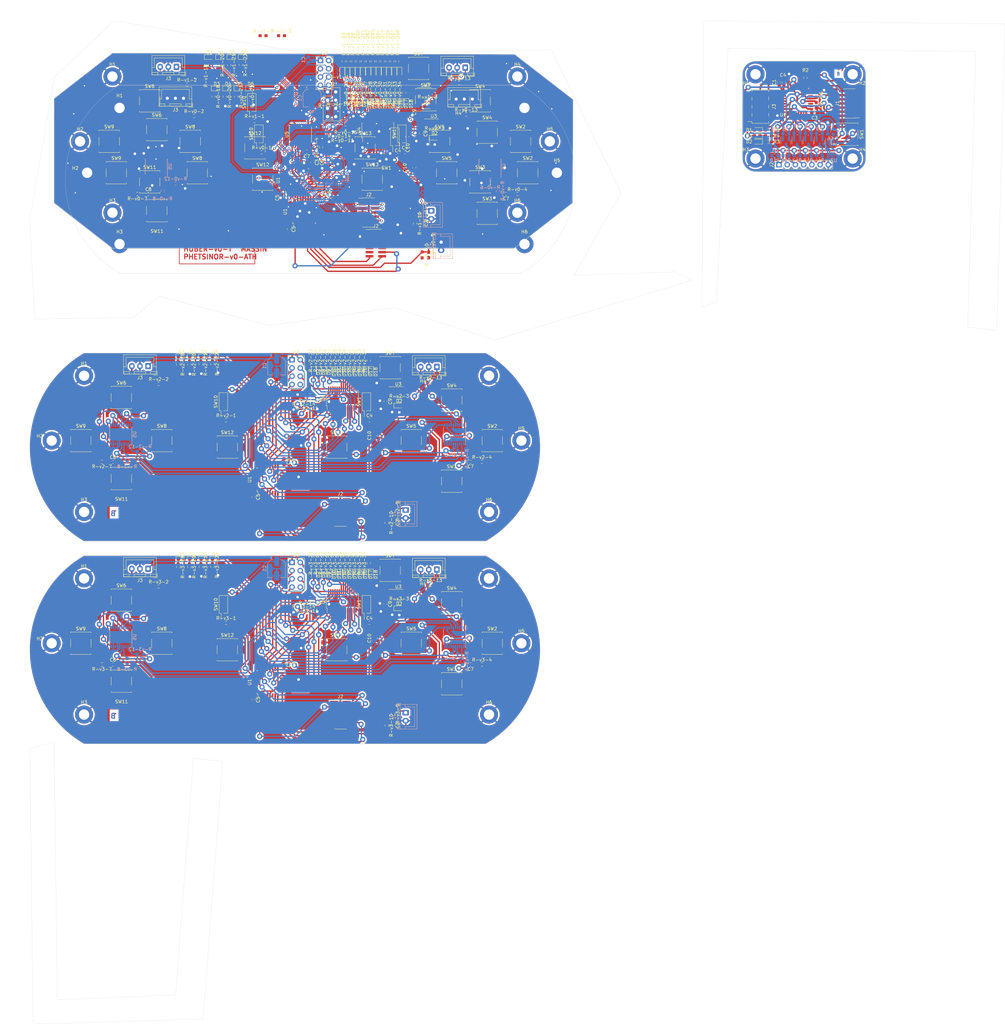
<source format=kicad_pcb>
(kicad_pcb (version 20221018) (generator pcbnew)
  (layers (0 "F.Cu" signal) (31 "B.Cu" signal) (34 "B.Paste" user) (35 "F.Paste" user) (36 "B.SilkS" user "B.Silkscreen") (37 "F.SilkS" user "F.Silkscreen") (38 "B.Mask" user) (39 "F.Mask" user) (44 "Edge.Cuts" user))
  (net 0 "")
  (net 1 "Glob_Alim-v0-")
  (net 2 "GND-v0-")
  (net 3 "POWER-v0-_CHECK-v0-")
  (net 4 "L-v0-i-ion-v0-")
  (net 5 "Net-(C7-Pad1)-v0-")
  (net 6 "Net-(C8-Pad1)-v0-")
  (net 7 "Net-(U3-BP)-v0-")
  (net 8 "Net-(D2-A)-v0-")
  (net 9 "Net-(D3-K)-v0-")
  (net 10 "Net-(D3-A)-v0-")
  (net 11 "Net-(D4-K)-v0-")
  (net 12 "Net-(D4-A)-v0-")
  (net 13 "Net-(D5-K)-v0-")
  (net 14 "Net-(D5-A)-v0-")
  (net 15 "Net-(D6-K)-v0-")
  (net 16 "Net-(D6-A)-v0-")
  (net 17 "Net-(D7-K)-v0-")
  (net 18 "Net-(D7-A)-v0-")
  (net 19 "Net-(D8-K)-v0-")
  (net 20 "Net-(D8-A)-v0-")
  (net 21 "Net-(D9-K)-v0-")
  (net 22 "Net-(D9-A)-v0-")
  (net 23 "Net-(D10-K)-v0-")
  (net 24 "Net-(D10-A)-v0-")
  (net 25 "Net-(D11-K)-v0-")
  (net 26 "Net-(D11-A)-v0-")
  (net 27 "Net-(D12-K)-v0-")
  (net 28 "Net-(D12-A)-v0-")
  (net 29 "Net-(D13-K)-v0-")
  (net 30 "Net-(D13-A)-v0-")
  (net 31 "Net-(D14-K)-v0-")
  (net 32 "Net-(D14-A)-v0-")
  (net 33 "Net-(D15-K)-v0-")
  (net 34 "Net-(D15-A)-v0-")
  (net 35 "Net-(D16-K)-v0-")
  (net 36 "Net-(D16-A)-v0-")
  (net 37 "Net-(D17-K)-v0-")
  (net 38 "Net-(D17-A)-v0-")
  (net 39 "Net-(D18-K)-v0-")
  (net 40 "Net-(D18-A)-v0-")
  (net 43 "SWDIO-v0-")
  (net 44 "SWDCK-v0-")
  (net 48 "R-v0-eset_Buton -v0-")
  (net 49 "USAR-v0-T2_R-v0-X-v0-")
  (net 50 "USAR-v0-T2_TX-v0-")
  (net 51 "R-v0-")
  (net 52 "L-v0-")
  (net 53 "NES{slash}SNES_switcher-v0-")
  (net 54 "DIO{slash}EX_CL-v0-K")
  (net 55 "DIO{slash}EX_SDA-v0-")
  (net 56 "DIODE_OE-v0-")
  (net 57 "Net-(#FL-v0-G05-pwr)")
  (net 58 "A_Button-v0-")
  (net 59 "B_Button-v0-")
  (net 60 "X_Button-v0-")
  (net 61 "Y_Button-v0-")
  (net 62 "UC_Button-v0-")
  (net 63 "Order_Search-v0-")
  (net 64 "L-v0-C_Button")
  (net 65 "R-v0-C_Button")
  (net 66 "DC_Button-v0-")
  (net 67 "ST_Button-v0-")
  (net 68 "SE_Button-v0-")
  (net 73 "Pin_Clock-v0-")
  (net 74 "Digital_Out_Put-v0-")
  (net 75 "MOSI-v0-")
  (net 79 "R-v0-X{slash}TX")
  (net 81 "CSN_nR-v0-F24")
  (net 99 "POWER-v1-_CHECK-v1-")
  (net 100 "GND-v1-")
  (net 101 "L-v1-i-ion-v1-")
  (net 102 "Net-(U3-BP)-v1-")
  (net 103 "Glob_Alim-v1-")
  (net 104 "Net-(D2-A)-v1-")
  (net 105 "Net-(D3-K)-v1-")
  (net 106 "Net-(D3-A)-v1-")
  (net 107 "Net-(D4-K)-v1-")
  (net 108 "Net-(D4-A)-v1-")
  (net 109 "Net-(D5-K)-v1-")
  (net 110 "Net-(D5-A)-v1-")
  (net 111 "Net-(D6-K)-v1-")
  (net 112 "Net-(D6-A)-v1-")
  (net 113 "Net-(D7-K)-v1-")
  (net 114 "Net-(D7-A)-v1-")
  (net 115 "Net-(D8-K)-v1-")
  (net 116 "Net-(D8-A)-v1-")
  (net 117 "Net-(D9-K)-v1-")
  (net 118 "Net-(D9-A)-v1-")
  (net 119 "Net-(D10-K)-v1-")
  (net 120 "Net-(D10-A)-v1-")
  (net 121 "Net-(D11-K)-v1-")
  (net 122 "Net-(D11-A)-v1-")
  (net 123 "Net-(D12-K)-v1-")
  (net 124 "Net-(D12-A)-v1-")
  (net 125 "Net-(D13-K)-v1-")
  (net 126 "Net-(D13-A)-v1-")
  (net 127 "Net-(D14-K)-v1-")
  (net 128 "Net-(D14-A)-v1-")
  (net 129 "Net-(D15-K)-v1-")
  (net 130 "Net-(D15-A)-v1-")
  (net 131 "Net-(D16-K)-v1-")
  (net 132 "Net-(D16-A)-v1-")
  (net 133 "Net-(D17-K)-v1-")
  (net 134 "Net-(D17-A)-v1-")
  (net 135 "Net-(D18-K)-v1-")
  (net 136 "Net-(D18-A)-v1-")
  (net 139 "SWDIO-v1-")
  (net 140 "SWDCK-v1-")
  (net 144 "R-v1-eset_Buton -v1-")
  (net 145 "USAR-v1-T2_R-v1-X-v1-")
  (net 146 "USAR-v1-T2_TX-v1-")
  (net 147 "NES{slash}SNES_switcher-v1-")
  (net 148 "R-v1-")
  (net 149 "A_Button-v1-")
  (net 150 "B_Button-v1-")
  (net 151 "X_Button-v1-")
  (net 152 "Y_Button-v1-")
  (net 153 "UC_Button-v1-")
  (net 154 "L-v1-C_Button-v1-")
  (net 155 "DIODE_SDA-v1-")
  (net 156 "R-v1-C_Button")
  (net 157 "L-v1-")
  (net 158 "DIODE_CL-v1-K")
  (net 159 "DC_Button-v1-")
  (net 160 "DIODE_OE-v1-")
  (net 161 "ST_Button-v1-")
  (net 162 "SE_Button-v1-")
  (net 163 "Order_Search-v1-")
  (net 164 "R-v1-X{slash}TX")
  (net 165 "Net-(C7-Pad1)-v1-")
  (net 166 "Pin_Clock-v1-")
  (net 167 "Digital_Out_Put-v1-")
  (net 168 "MOSI-v1-")
  (net 169 "GPIO_EX_CL-v1-K")
  (net 172 "GPIO_EX_SER-v1-IAL-v1-_DATA")
  (net 173 "Net-(U3-IN)-v1-")
  (net 174 "CSN_nR-v1-F24")
  (net 184 "Glob_Alim-v2-")
  (net 185 "GND-v2-")
  (net 186 "POWER-v2-_CHECK-v2-")
  (net 187 "L-v2-i-ion-v2-")
  (net 188 "Net-(C7-Pad1)-v2-")
  (net 189 "Net-(C8-Pad1)-v2-")
  (net 190 "Net-(U3-BP)-v2-")
  (net 191 "Net-(D2-A)-v2-")
  (net 192 "Net-(D3-K)-v2-")
  (net 193 "Net-(D3-A)-v2-")
  (net 194 "Net-(D4-K)-v2-")
  (net 195 "Net-(D4-A)-v2-")
  (net 196 "Net-(D5-K)-v2-")
  (net 197 "Net-(D5-A)-v2-")
  (net 198 "Net-(D6-K)-v2-")
  (net 199 "Net-(D6-A)-v2-")
  (net 200 "Net-(D7-K)-v2-")
  (net 201 "Net-(D7-A)-v2-")
  (net 202 "Net-(D8-K)-v2-")
  (net 203 "Net-(D8-A)-v2-")
  (net 204 "Net-(D9-K)-v2-")
  (net 205 "Net-(D9-A)-v2-")
  (net 206 "Net-(D10-K)-v2-")
  (net 207 "Net-(D10-A)-v2-")
  (net 208 "Net-(D11-K)-v2-")
  (net 209 "Net-(D11-A)-v2-")
  (net 210 "Net-(D12-K)-v2-")
  (net 211 "Net-(D12-A)-v2-")
  (net 212 "Net-(D13-K)-v2-")
  (net 213 "Net-(D13-A)-v2-")
  (net 214 "Net-(D14-K)-v2-")
  (net 215 "Net-(D14-A)-v2-")
  (net 216 "Net-(D15-K)-v2-")
  (net 217 "Net-(D15-A)-v2-")
  (net 218 "Net-(D16-K)-v2-")
  (net 219 "Net-(D16-A)-v2-")
  (net 220 "Net-(D17-K)-v2-")
  (net 221 "Net-(D17-A)-v2-")
  (net 222 "Net-(D18-K)-v2-")
  (net 223 "Net-(D18-A)-v2-")
  (net 226 "SWDIO-v2-")
  (net 227 "SWDCK-v2-")
  (net 231 "R-v2-eset_Buton -v2-")
  (net 232 "USAR-v2-T2_R-v2-X-v2-")
  (net 233 "USAR-v2-T2_TX-v2-")
  (net 234 "R-v2-")
  (net 235 "L-v2-")
  (net 236 "NES{slash}SNES_switcher-v2-")
  (net 237 "DIO{slash}EX_CL-v2-K")
  (net 238 "DIO{slash}EX_SDA-v2-")
  (net 239 "DIODE_OE-v2-")
  (net 240 "Net-(#FL-v2-G05-pwr)")
  (net 241 "A_Button-v2-")
  (net 242 "B_Button-v2-")
  (net 243 "X_Button-v2-")
  (net 244 "Y_Button-v2-")
  (net 245 "UC_Button-v2-")
  (net 246 "Order_Search-v2-")
  (net 247 "L-v2-C_Button")
  (net 248 "R-v2-C_Button")
  (net 249 "DC_Button-v2-")
  (net 250 "ST_Button-v2-")
  (net 251 "SE_Button-v2-")
  (net 256 "Pin_Clock-v2-")
  (net 257 "Digital_Out_Put-v2-")
  (net 258 "MOSI-v2-")
  (net 262 "R-v2-X{slash}TX")
  (net 264 "CSN_nR-v2-F24")
  (net 282 "Glob_Alim-v3-")
  (net 283 "GND-v3-")
  (net 284 "POWER-v3-_CHECK-v3-")
  (net 285 "L-v3-i-ion-v3-")
  (net 286 "Net-(C7-Pad1)-v3-")
  (net 287 "Net-(C8-Pad1)-v3-")
  (net 288 "Net-(U3-BP)-v3-")
  (net 289 "Net-(D2-A)-v3-")
  (net 290 "Net-(D3-K)-v3-")
  (net 291 "Net-(D3-A)-v3-")
  (net 292 "Net-(D4-K)-v3-")
  (net 293 "Net-(D4-A)-v3-")
  (net 294 "Net-(D5-K)-v3-")
  (net 295 "Net-(D5-A)-v3-")
  (net 296 "Net-(D6-K)-v3-")
  (net 297 "Net-(D6-A)-v3-")
  (net 298 "Net-(D7-K)-v3-")
  (net 299 "Net-(D7-A)-v3-")
  (net 300 "Net-(D8-K)-v3-")
  (net 301 "Net-(D8-A)-v3-")
  (net 302 "Net-(D9-K)-v3-")
  (net 303 "Net-(D9-A)-v3-")
  (net 304 "Net-(D10-K)-v3-")
  (net 305 "Net-(D10-A)-v3-")
  (net 306 "Net-(D11-K)-v3-")
  (net 307 "Net-(D11-A)-v3-")
  (net 308 "Net-(D12-K)-v3-")
  (net 309 "Net-(D12-A)-v3-")
  (net 310 "Net-(D13-K)-v3-")
  (net 311 "Net-(D13-A)-v3-")
  (net 312 "Net-(D14-K)-v3-")
  (net 313 "Net-(D14-A)-v3-")
  (net 314 "Net-(D15-K)-v3-")
  (net 315 "Net-(D15-A)-v3-")
  (net 316 "Net-(D16-K)-v3-")
  (net 317 "Net-(D16-A)-v3-")
  (net 318 "Net-(D17-K)-v3-")
  (net 319 "Net-(D17-A)-v3-")
  (net 320 "Net-(D18-K)-v3-")
  (net 321 "Net-(D18-A)-v3-")
  (net 324 "SWDIO-v3-")
  (net 325 "SWDCK-v3-")
  (net 329 "R-v3-eset_Buton -v3-")
  (net 330 "USAR-v3-T2_R-v3-X-v3-")
  (net 331 "USAR-v3-T2_TX-v3-")
  (net 332 "R-v3-")
  (net 333 "L-v3-")
  (net 334 "NES{slash}SNES_switcher-v3-")
  (net 335 "DIO{slash}EX_CL-v3-K")
  (net 336 "DIO{slash}EX_SDA-v3-")
  (net 337 "DIODE_OE-v3-")
  (net 338 "Net-(#FL-v3-G05-pwr)")
  (net 339 "A_Button-v3-")
  (net 340 "B_Button-v3-")
  (net 341 "X_Button-v3-")
  (net 342 "Y_Button-v3-")
  (net 343 "UC_Button-v3-")
  (net 344 "Order_Search-v3-")
  (net 345 "L-v3-C_Button")
  (net 346 "R-v3-C_Button")
  (net 347 "DC_Button-v3-")
  (net 348 "ST_Button-v3-")
  (net 349 "SE_Button-v3-")
  (net 354 "Pin_Clock-v3-")
  (net 355 "Digital_Out_Put-v3-")
  (net 356 "MOSI-v3-")
  (net 360 "R-v3-X{slash}TX")
  (net 362 "CSN_nR-v3-F24")
  (net 380 "+5V-v6-")
  (net 381 "GND-v6-")
  (net 382 "+3.3V-v6-")
  (net 383 "Net-(D1-K)-v6-")
  (net 385 "Net-(D3-K)-v6-")
  (net 386 "Status_LED-v6-")
  (net 387 "Data_Clock_SNES-v6-")
  (net 388 "Data_Latch_SNES-v6-")
  (net 389 "Net-(D2-K)-v6-")
  (net 390 "Serial_Data1_SNES-v6-")
  (net 391 "Serial_Data2_SNES-v6-")
  (net 392 "SPI_Chip_Select-v6-")
  (net 393 "Chip_Enable-v6-")
  (net 394 "SPI_Digital_Input-v6-")
  (net 395 "SPI_Clock-v6-")
  (net 396 "SPI_Digital_Output-v6-")
  (net 397 "IOBit_SNES-v6-")
  (net 398 "Data_Clock_STM32-v6-")
  (net 399 "Data_Latch_STM32-v6-")
  (net 400 "Appairing_Btn-v6-")
  (net 401 "Net-(U2-BP)-v6-")
  (net 402 "SWDIO-v6-")
  (net 403 "SWDCK-v6-")
  (net 406 "NRST-v6-")
  (net 407 "USART2_RX-v6-")
  (net 408 "USART2_TX-v6-")
  (net 409 "Serial_Data1_STM32-v6-")
  (net 410 "IOBit_STM32-v6-")
  (net 411 "Serial_Data2_STM32-v6-")
  (footprint "Button_Switch_SMD:SW_SPST_B3S-1000" (layer "F.Cu") (at 95.988222 132.75)
    (fp_text reference "SW13")
    (fp_text value "SW_Push")
  )
  (footprint "R-v3-esistor_SMD:R-v3-_0603_1608Metric_Pad0.98x0.95mm_HandSolder" (layer "F.Cu") (at 57.588222 169.675 -90)
    (fp_text reference "R-v3-22")
    (fp_text value "1K")
  )
  (footprint "Button_Switch_SMD:SW_DIP_SPSTx01_Slide_Copal_CHS-01B_W7.62mm_P1.27mm" (layer "F.Cu") (at 60.988222 118.75 90)
    (fp_text reference "SW10")
    (fp_text value "SW_DIP_x01")
  )
  (footprint "R-v1-esistor_SMD:R-v1-_0603_1608Metric_Pad0.98x0.95mm_HandSolder" (layer "F.Cu") (at 113.15 13.762494 90)
    (fp_text reference "R-v1-33")
    (fp_text value "1K")
  )
  (footprint "R-v1-esistor_SMD:R-v1-_0603_1608Metric_Pad0.98x0.95mm_HandSolder" (layer "F.Cu") (at 59.275 14.949994 -90)
    (fp_text reference "R-v1-20")
    (fp_text value "1K")
  )
  (footprint "Button_Switch_SMD:SW_SPST_B3S-1000" (layer "F.Cu") (at 25.75 38.449994)
    (fp_text reference "SW9")
    (fp_text value "SW_Push")
  )
  (footprint "L-v0-ED_SMD:L-v0-ED_0603_1608Metric_Pad1.05x0.95mm_HandSolder" (layer "F.Cu") (at 115.913491 26.932725 -90)
    (fp_text reference "D17")
    (fp_text value "R-v0-3")
  )
  (footprint "R-v0-esistor_SMD:R-v0-_0603_1608Metric_Pad0.98x0.95mm_HandSolder" (layer "F.Cu") (at 97.748491 36.732725 180)
    (fp_text reference "R-v0-11")
    (fp_text value "10K")
  )
  (footprint "Button_Switch_SMD:SW_SPST_B3S-1000" (layer "F.Cu") (at 152.75 38.449994)
    (fp_text reference "SW2")
    (fp_text value "SW_Push")
  )
  (footprint "R-v2-esistor_SMD:R-v2-_0603_1608Metric_Pad0.98x0.95mm_HandSolder" (layer "F.Cu") (at 87.798222 116.85 180)
    (fp_text reference "R-v2-16")
    (fp_text value "10K")
  )
  (footprint "Button_Switch_SMD:SW_SPST_B3S-1000" (layer "F.Cu") (at 38.25 50.949994)
    (fp_text reference "SW11")
    (fp_text value "SW_Push")
  )
  (footprint "Capacitor_SMD:C_0603_1608Metric_Pad1.08x0.95mm_HandSolder" (layer "F.Cu") (at 108.983222 191.7325 -90)
    (fp_text reference "C10")
    (fp_text value "100nF")
  )
  (footprint "R-v1-esistor_SMD:R-v1-_0603_1608Metric_Pad0.98x0.95mm_HandSolder" (layer "F.Cu") (at 73.2375 5.849994)
    (fp_text reference "R-v1-6")
    (fp_text value "1K")
  )
  (footprint "MountingHole:MountingHole_3.2mm_M3_DIN965_Pad" (layer "F.Cu") (at 225.25 43.75)
    (fp_text reference "H3")
    (fp_text value "MountingHole_Pad")
  )
  (footprint "Capacitor_SMD:C_0603_1608Metric_Pad1.08x0.95mm_HandSolder" (layer "F.Cu") (at 79.688222 199.722 -90)
    (fp_text reference "C3")
    (fp_text value "100n")
  )
  (footprint "Button_Switch_SMD:SW_SPST_B3S-1000" (layer "F.Cu") (at 131.488222 118.25)
    (fp_text reference "SW4")
    (fp_text value "SW_Push")
  )
  (footprint "Package_SO:SSOP-20_4.4x6.5mm_P0.65mm" (layer "F.Cu") (at 84.825 36.349994 90)
    (fp_text reference "U5")
    (fp_text value "PCF8574TS")
  )
  (footprint "R-v2-esistor_SMD:R-v2-_0603_1608Metric_Pad0.98x0.95mm_HandSolder" (layer "F.Cu") (at 50.513222 107.25 -90)
    (fp_text reference "R-v2-20")
    (fp_text value "1K")
  )
  (footprint "L-v2-ED_SMD:L-v2-ED_0603_1608Metric_Pad1.05x0.95mm_HandSolder" (layer "F.Cu") (at 96.948222 109.5625 -90)
    (fp_text reference "D12")
    (fp_text value "O2")
  )
  (footprint "L-v1-ED_SMD:L-v1-ED_0603_1608Metric_Pad1.05x0.95mm_HandSolder" (layer "F.Cu") (at 107.325 17.249994 -90)
    (fp_text reference "D13")
    (fp_text value "O3")
  )
  (footprint "L-v3-ED_SMD:L-v3-ED_0603_1608Metric_Pad1.05x0.95mm_HandSolder" (layer "F.Cu") (at 104.963222 172.05 -90)
    (fp_text reference "D17")
    (fp_text value "R-v3-3")
  )
  (footprint "L-v2-ED_SMD:L-v2-ED_0603_1608Metric_Pad1.05x0.95mm_HandSolder" (layer "F.Cu") (at 92.113222 109.575 -90)
    (fp_text reference "D9")
    (fp_text value "G7")
  )
  (footprint "R-v0-esistor_SMD:R-v0-_0603_1608Metric_Pad0.98x0.95mm_HandSolder" (layer "F.Cu") (at 107.838491 23.445225 90)
    (fp_text reference "R-v0-28")
    (fp_text value "1K")
  )
  (footprint "L-v2-ED_SMD:L-v2-ED_0603_1608Metric_Pad1.05x0.95mm_HandSolder" (layer "F.Cu") (at 104.963222 109.55 -90)
    (fp_text reference "D17")
    (fp_text value "R-v2-3")
  )
  (footprint "R-v0-esistor_SMD:R-v0-_0603_1608Metric_Pad0.98x0.95mm_HandSolder" (layer "F.Cu") (at 109.338491 23.445225 90)
    (fp_text reference "R-v0-29")
    (fp_text value "1K")
  )
  (footprint "R-v1-esistor_SMD:R-v1-_0603_1608Metric_Pad0.98x0.95mm_HandSolder" (layer "F.Cu") (at 99.65 13.762494 90)
    (fp_text reference "R-v1-24")
    (fp_text value "1K")
  )
  (footprint "Button_Switch_SMD:SW_DIP_SPSTx01_Slide_Copal_CHS-01B_W7.62mm_P1.27mm" (layer "F.Cu") (at 105.158222 118.75 90)
    (fp_text reference "SW1")
    (fp_text value "SW_DIP_x01")
  )
  (footprint "L-v0-ED_SMD:L-v0-ED_0603_1608Metric_Pad1.05x0.95mm_HandSolder" (layer "F.Cu") (at 104.663491 26.957725 -90)
    (fp_text reference "D10")
    (fp_text value "G8")
  )
  (footprint "Capacitor_SMD:C_0603_1608Metric_Pad1.08x0.95mm_HandSolder" (layer "F.Cu") (at 89.974 44.921994 -90)
    (fp_text reference "C6")
    (fp_text value "10u")
  )
  (footprint "MountingHole:MountingHole_3.2mm_M3_DIN965_Pad" (layer "F.Cu") (at 26.75 60.449994)
    (fp_text reference "H3")
    (fp_text value "MountingHole_Pad")
  )
  (footprint "L-v3-ED_SMD:L-v3-ED_0603_1608Metric_Pad1.05x0.95mm_HandSolder" (layer "F.Cu") (at 90.512222 172.075 -90)
    (fp_text reference "D8")
    (fp_text value "G6")
  )
  (footprint "L-v3-ED_SMD:L-v3-ED_0603_1608Metric_Pad1.05x0.95mm_HandSolder" (layer "F.Cu") (at 92.113222 172.075 -90)
    (fp_text reference "D9")
    (fp_text value "G7")
  )
  (footprint "R-v2-esistor_SMD:R-v2-_0603_1608Metric_Pad0.98x0.95mm_HandSolder" (layer "F.Cu") (at 115.248222 118.426)
    (fp_text reference "R-v2-3")
    (fp_text value "1K")
  )
  (footprint "Diode_SMD:D_0603_1608Metric_Pad1.05x0.95mm_HandSolder" (layer "F.Cu") (at 225.76875 38.55 180)
    (fp_text reference "D2")
    (fp_text value "LED_Small")
  )
  (footprint "MountingHole:MountingHole_3.2mm_M3_DIN965_Pad" (layer "F.Cu") (at 28.938491 28.132725)
    (fp_text reference "H1")
    (fp_text value "MountingHole_Pad")
  )
  (footprint "R-v2-esistor_SMD:R-v2-_0603_1608Metric_Pad0.98x0.95mm_HandSolder" (layer "F.Cu") (at 96.888222 106.0625 90)
    (fp_text reference "R-v2-28")
    (fp_text value "1K")
  )
  (footprint "Connector_PinSocket_2.54mm:PinSocket_2x04_P2.54mm_Vertical_SMD" (layer "F.Cu") (at 226.75 27.75 180)
    (fp_text reference "J3")
    (fp_text value "Conn_01x08_Socket")
  )
  (footprint "Capacitor_SMD:C_0603_1608Metric_Pad1.08x0.95mm_HandSolder" (layer "F.Cu") (at 148.250515 54.682725 180)
    (fp_text reference "C7")
    (fp_text value "100nF")
  )
  (footprint "Package_SO:TSSOP-28_4.4x9.7mm_P0.65mm" (layer "F.Cu") (at 106.484 25.363994 90)
    (fp_text reference "U4")
    (fp_text value "PCA9685PW")
  )
  (footprint "R-v0-esistor_SMD:R-v0-_0603_1608Metric_Pad0.98x0.95mm_HandSolder" (layer "F.Cu") (at 110.838491 23.445225 90)
    (fp_text reference "R-v0-30")
    (fp_text value "1K")
  )
  (footprint "L-v0-ED_SMD:L-v0-ED_0603_1608Metric_Pad1.05x0.95mm_HandSolder" (layer "F.Cu") (at 111.113491 26.932725 -90)
    (fp_text reference "D14")
    (fp_text value "O4")
  )
  (footprint "Capacitor_SMD:C_0603_1608Metric_Pad1.08x0.95mm_HandSolder" (layer "F.Cu") (at 119.933491 46.615225 -90)
    (fp_text reference "C10")
    (fp_text value "100nF")
  )
  (footprint "R-v3-esistor_SMD:R-v3-_0603_1608Metric_Pad0.98x0.95mm_HandSolder" (layer "F.Cu") (at 23.496198 199.8 180)
    (fp_text reference "R-v3-7")
    (fp_text value "1k")
  )
  (footprint "L-v3-ED_SMD:L-v3-ED_0603_1608Metric_Pad1.05x0.95mm_HandSolder" (layer "F.Cu") (at 54.988222 167.25)
    (fp_text reference "D5")
    (fp_text value "G3")
  )
  (footprint "MountingHole:MountingHole_3.2mm_M3_DIN965_Pad" (layer "F.Cu") (at 16.75 38.449994)
    (fp_text reference "H2")
    (fp_text value "MountingHole_Pad")
  )
  (footprint "Capacitor_SMD:C_0603_1608Metric_Pad1.08x0.95mm_HandSolder" (layer "F.Cu") (at 106.083222 186.95)
    (fp_text reference "C4")
    (fp_text value "1u")
  )
  (footprint "L-v0-ED_SMD:L-v0-ED_0603_1608Metric_Pad1.05x0.95mm_HandSolder" (layer "F.Cu") (at 117.538491 26.932725 -90)
    (fp_text reference "D18")
    (fp_text value "R-v0-4")
  )
  (footprint "L-v0-ED_SMD:L-v0-ED_0603_1608Metric_Pad1.05x0.95mm_HandSolder" (layer "F.Cu") (at 126.198491 37.332725)
    (fp_text reference "D2")
    (fp_text value "L-v0-ED_Small")
  )
  (footprint "L-v2-ED_SMD:L-v2-ED_0603_1608Metric_Pad1.05x0.95mm_HandSolder" (layer "F.Cu") (at 115.248222 119.95)
    (fp_text reference "D2")
    (fp_text value "L-v2-ED_Small")
  )
  (footprint "Button_Switch_SMD:SW_SPST_B3S-1000" (layer "F.Cu") (at 38.25 25.949994)
    (fp_text reference "SW6")
    (fp_text value "SW_Push")
  )
  (footprint "L-v2-ED_SMD:L-v2-ED_0603_1608Metric_Pad1.05x0.95mm_HandSolder" (layer "F.Cu") (at 51.488222 104.75)
    (fp_text reference "D4")
    (fp_text value "G2")
  )
  (footprint "L-v0-ED_SMD:L-v0-ED_0603_1608Metric_Pad1.05x0.95mm_HandSolder" (layer "F.Cu") (at 65.938491 22.132725)
    (fp_text reference "D5")
    (fp_text value "G3")
  )
  (footprint "Button_Switch_SMD:SW_SPST_B3S-1000" (layer "F.Cu") (at 29.488222 117.45)
    (fp_text reference "SW6")
    (fp_text value "SW_Push")
  )
  (footprint "Capacitor_SMD:C_0603_1608Metric_Pad1.08x0.95mm_HandSolder" (layer "F.Cu") (at 111.038222 181.15 -90)
    (fp_text reference "C9")
    (fp_text value "470p")
  )
  (footprint "R-v0-esistor_SMD:R-v0-_0603_1608Metric_Pad0.98x0.95mm_HandSolder" (layer "F.Cu") (at 135.938491 30.132725)
    (fp_text reference "R-v0-13")
    (fp_text value "1K")
  )
  (footprint "R-v2-esistor_SMD:R-v2-_0603_1608Metric_Pad0.98x0.95mm_HandSolder" (layer "F.Cu") (at 90.888222 106.0625 90)
    (fp_text reference "R-v2-24")
    (fp_text value "1K")
  )
  (footprint "MountingHole:MountingHole_3.2mm_M3_DIN965_Pad" (layer "F.Cu") (at 7.988222 193.25)
    (fp_text reference "H2")
    (fp_text value "MountingHole_Pad")
  )
  (footprint "Button_Switch_SMD:SW_SPST_B3S-1000" (layer "F.Cu") (at 123.438491 25.632725)
    (fp_text reference "SW7")
    (fp_text value "SW_SPST")
  )
  (footprint "R-v0-esistor_SMD:R-v0-_0603_1608Metric_Pad0.98x0.95mm_HandSolder" (layer "F.Cu") (at 104.838491 23.445225 90)
    (fp_text reference "R-v0-26")
    (fp_text value "1K")
  )
  (footprint "Package_SO:TSSOP-28_4.4x9.7mm_P0.65mm" (layer "F.Cu") (at 97.722222 117.664 90)
    (fp_text reference "U4")
    (fp_text value "PCA9685PW")
  )
  (footprint "L-v0-ED_SMD:L-v0-ED_0603_1608Metric_Pad1.05x0.95mm_HandSolder" (layer "F.Cu") (at 99.863491 26.957725 -90)
    (fp_text reference "D7")
    (fp_text value "G5")
  )
  (footprint "Button_Switch_SMD:SW_DIP_SPSTx01_Slide_Copal_CHS-01B_W7.62mm_P1.27mm" (layer "F.Cu") (at 69.75 26.449994 90)
    (fp_text reference "SW10")
    (fp_text value "SW_DIP_x01")
  )
  (footprint "L-v1-ED_SMD:L-v1-ED_0603_1608Metric_Pad1.05x0.95mm_HandSolder" (layer "F.Cu") (at 56.75 12.449994)
    (fp_text reference "D3")
    (fp_text value "G1")
  )
  (footprint "R-v0-esistor_SMD:R-v0-_0603_1608Metric_Pad0.98x0.95mm_HandSolder" (layer "F.Cu") (at 106.338491 23.445225 90)
    (fp_text reference "R-v0-27")
    (fp_text value "1K")
  )
  (footprint "MountingHole:MountingHole_3.2mm_M3_DIN965_Pad" (layer "F.Cu") (at 142.988222 173.25)
    (fp_text reference "H4")
    (fp_text value "MountingHole_Pad")
  )
  (footprint "Button_Switch_SMD:SW_SPST_B3S-1000" (layer "F.Cu") (at 121.25 15.949994)
    (fp_text reference "SW7")
    (fp_text value "SW_SPST")
  )
  (footprint "Connector_JST:JST_XH_B3B-XH-A_1x03_P2.50mm_Vertical" (layer "F.Cu") (at 126.892222 170.512 180)
    (fp_text reference "J4")
    (fp_text value "Conn_01x03")
  )
  (footprint "Connector_JST:JST_XH_B3B-XH-A_1x03_P2.50mm_Vertical" (layer "F.Cu") (at 137.842491 25.394725 180)
    (fp_text reference "J4")
    (fp_text value "Conn_01x03")
  )
  (footprint "Button_Switch_SMD:SW_SPST_B3S-1000" (layer "F.Cu") (at 143.988222 130.75)
    (fp_text reference "SW2")
    (fp_text value "SW_Push")
  )
  (footprint "MountingHole:MountingHole_3.2mm_M3_DIN965_Pad" (layer "F.Cu") (at 151.75 18.449994)
    (fp_text reference "H4")
    (fp_text value "MountingHole_Pad")
  )
  (footprint "MountingHole:MountingHole_3.2mm_M3_DIN965_Pad" (layer "F.Cu") (at 255.25 17.75)
    (fp_text reference "H2")
    (fp_text value "MountingHole_Pad")
  )
  (footprint "Capacitor_SMD:C_0603_1608Metric_Pad1.08x0.95mm_HandSolder" (layer "F.Cu") (at 79.688222 137.222 -90)
    (fp_text reference "C3")
    (fp_text value "100n")
  )
  (footprint "Button_Switch_SMD:SW_SPST_B3S-1000" (layer "F.Cu") (at 106.938491 50.132725)
    (fp_text reference "SW13")
    (fp_text value "SW_Push")
  )
  (footprint "R-v1-esistor_SMD:R-v1-_0603_1608Metric_Pad0.98x0.95mm_HandSolder" (layer "F.Cu") (at 78.95 5.849994)
    (fp_text reference "R-v1-5")
    (fp_text value "1K")
  )
  (footprint "Capacitor_SMD:C_0603_1608Metric_Pad1.08x0.95mm_HandSolder" (layer "F.Cu") (at 137.300246 199.8 180)
    (fp_text reference "C7")
    (fp_text value "100nF")
  )
  (footprint "Capacitor_SMD:C_0603_1608Metric_Pad1.08x0.95mm_HandSolder" (layer "F.Cu") (at 137.300246 137.3 180)
    (fp_text reference "C7")
    (fp_text value "100nF")
  )
  (footprint "R-v3-esistor_SMD:R-v3-_0603_1608Metric_Pad0.98x0.95mm_HandSolder" (layer "F.Cu") (at 61.838222 186.95)
    (fp_text reference "R-v3-1")
    (fp_text value "1K")
  )
  (footprint "Connector_PinHeader_1.27mm:PinHeader_2x07_P1.27mm_Vertical_SMD" (layer "F.Cu") (at 105.875 60.389994)
    (fp_text reference "J2")
    (fp_text value "Conn_02x07_Odd_Even")
  )
  (footprint "Capacitor_SMD:C_0603_1608Metric_Pad1.08x0.95mm_HandSolder" (layer "F.Cu") (at 244.01 27.3025 90)
    (fp_text reference "C2")
    (fp_text value "100n")
  )
  (footprint "R-v2-esistor_SMD:R-v2-_0603_1608Metric_Pad0.98x0.95mm_HandSolder" (layer "F.Cu") (at 89.388222 106.0625 90)
    (fp_text reference "R-v2-23")
    (fp_text value "1K")
  )
  (footprint "Package_QFP:L-v2-QFP-32_7x7mm_P0.8mm" (layer "F.Cu") (at 74.988222 142.75 90)
    (fp_text reference "U1")
    (fp_text value "STM32L-v2-412KBTx")
  )
  (footprint "R-v0-esistor_SMD:R-v0-_0603_1608Metric_Pad0.98x0.95mm_HandSolder" (layer "F.Cu") (at 98.748491 34.232725 180)
    (fp_text reference "R-v0-16")
    (fp_text value "10K")
  )
  (footprint "L-v3-ED_SMD:L-v3-ED_0603_1608Metric_Pad1.05x0.95mm_HandSolder" (layer "F.Cu") (at 95.313222 172.075 -90)
    (fp_text reference "D11")
    (fp_text value "O1")
  )
  (footprint "Button_Switch_SMD:SW_SPST_B3S-1000" (layer "F.Cu") (at 16.988222 193.25)
    (fp_text reference "SW9")
    (fp_text value "SW_Push")
  )
  (footprint "L-v2-ED_SMD:L-v2-ED_0603_1608Metric_Pad1.05x0.95mm_HandSolder" (layer "F.Cu") (at 88.913222 109.575 -90)
    (fp_text reference "D7")
    (fp_text value "G5")
  )
  (footprint "L-v3-ED_SMD:L-v3-ED_0603_1608Metric_Pad1.05x0.95mm_HandSolder" (layer "F.Cu") (at 101.763222 172.05 -90)
    (fp_text reference "D15")
    (fp_text value "R-v3-1")
  )
  (footprint "Resistor_SMD:R_0603_1608Metric_Pad0.98x0.95mm_HandSolder" (layer "F.Cu") (at 229.26875 36.75)
    (fp_text reference "R4")
    (fp_text value "1k")
  )
  (footprint "R-v2-esistor_SMD:R-v2-_0603_1608Metric_Pad0.98x0.95mm_HandSolder" (layer "F.Cu") (at 40.988222 113.25)
    (fp_text reference "R-v2-2")
    (fp_text value "1K")
  )
  (footprint "Capacitor_SMD:C_0603_1608Metric_Pad1.08x0.95mm_HandSolder" (layer "F.Cu") (at 234.05 20.25 90)
    (fp_text reference "C4")
    (fp_text value "100n")
  )
  (footprint "R-v0-esistor_SMD:R-v0-_0603_1608Metric_Pad0.98x0.95mm_HandSolder" (layer "F.Cu") (at 34.446467 54.682725 180)
    (fp_text reference "R-v0-7")
    (fp_text value "1k")
  )
  (footprint "Button_Switch_SMD:SW_SPST_B3S-1000" (layer "F.Cu") (at 16.988222 130.75)
    (fp_text reference "SW9")
    (fp_text value "SW_Push")
  )
  (footprint "R-v3-esistor_SMD:R-v3-_0603_1608Metric_Pad0.98x0.95mm_HandSolder" (layer "F.Cu") (at 96.888222 168.5625 90)
    (fp_text reference "R-v3-28")
    (fp_text value "1K")
  )
  (footprint "Connector_PinHeader_1.27mm:PinHeader_2x07_P1.27mm_Vertical_SMD" (layer "F.Cu") (at 108.063491 70.072725)
    (fp_text reference "J2")
    (fp_text value "Conn_02x07_Odd_Even")
  )
  (footprint "Button_Switch_SMD:SW_SPST_B3S-1000" (layer "F.Cu") (at 131.488222 180.75)
    (fp_text reference "SW4")
    (fp_text value "SW_Push")
  )
  (footprint "R-v0-esistor_SMD:R-v0-_0603_1608Metric_Pad0.98x0.95mm_HandSolder" (layer "F.Cu") (at 113.838491 23.445225 90)
    (fp_text reference "R-v0-32")
    (fp_text value "1K")
  )
  (footprint "R-v3-esistor_SMD:R-v3-_0603_1608Metric_Pad0.98x0.95mm_HandSolder" (layer "F.Cu") (at 86.798222 181.85 180)
    (fp_text reference "R-v3-11")
    (fp_text value "10K")
  )
  (footprint "Capacitor_SMD:C_0603_1608Metric_Pad1.08x0.95mm_HandSolder" (layer "F.Cu") (at 111.038222 118.65 -90)
    (fp_text reference "C9")
    (fp_text value "470p")
  )
  (footprint "L-v2-ED_SMD:L-v2-ED_0603_1608Metric_Pad1.05x0.95mm_HandSolder" (layer "F.Cu") (at 101.763222 109.55 -90)
    (fp_text reference "D15")
    (fp_text value "R-v2-1")
  )
  (footprint "R-v2-esistor_SMD:R-v2-_0603_1608Metric_Pad0.98x0.95mm_HandSolder" (layer "F.Cu") (at 98.388222 106.0625 90)
    (fp_text reference "R-v2-29")
    (fp_text value "1K")
  )
  (footprint "R-v1-esistor_SMD:R-v1-_0603_1608Metric_Pad0.98x0.95mm_HandSolder" (layer "F.Cu") (at 49.75 20.949994)
    (fp_text reference "R-v1-2")
    (fp_text value "1K")
  )
  (footprint "R-v1-esistor_SMD:R-v1-_0603_1608Metric_Pad0.98x0.95mm_HandSolder" (layer "F.Cu") (at 104.15 13.762494 90)
    (fp_text reference "R-v1-27")
    (fp_text value "1K")
  )
  (footprint "R-v1-esistor_SMD:R-v1-_0603_1608Metric_Pad0.98x0.95mm_HandSolder" (layer "F.Cu") (at 62.8 14.924994 -90)
    (fp_text reference "R-v1-21")
    (fp_text value "1K")
  )
  (footprint "Button_Switch_SMD:SW_SPST_B3S-1000" (layer "F.Cu") (at 50.75 38.449994)
    (fp_text reference "SW8")
    (fp_text value "SW_Push")
  )
  (footprint "Button_Switch_SMD:SW_SPST_B3S-1000" (layer "F.Cu") (at 29.488222 179.95)
    (fp_text reference "SW6")
    (fp_text value "SW_Push")
  )
  (footprint "R-v3-esistor_SMD:R-v3-_0603_1608Metric_Pad0.98x0.95mm_HandSolder" (layer "F.Cu") (at 105.888222 168.5625 90)
    (fp_text reference "R-v3-34")
    (fp_text value "1K")
  )
  (footprint "R-v3-esistor_SMD:R-v3-_0603_1608Metric_Pad0.98x0.95mm_HandSolder" (layer "F.Cu") (at 89.388222 168.5625 90)
    (fp_text reference "R-v3-23")
    (fp_text value "1K")
  )
  (footprint "MountingHole:MountingHole_3.2mm_M3_DIN965_Pad" (layer "F.Cu") (at 225.25 17.75)
    (fp_text reference "H1")
    (fp_text value "MountingHole_Pad")
  )
  (footprint "Connector_JST:JST_XH_B3B-XH-A_1x03_P2.50mm_Vertical" (layer "F.Cu") (at 37.738222 170.275 180)
    (fp_text reference "J3")
    (fp_text value "Conn_01x03")
  )
  (footprint "Button_Switch_SMD:SW_DIP_SPSTx01_Slide_Copal_CHS-01B_W7.62mm_P1.27mm" (layer "F.Cu") (at 71.938491 36.132725 90)
    (fp_text reference "SW10")
    (fp_text value "SW_DIP_x01")
  )
  (footprint "R-v2-esistor_SMD:R-v2-_0603_1608Metric_Pad0.98x0.95mm_HandSolder" (layer "F.Cu") (at 104.388222 106.0625 90)
    (fp_text reference "R-v2-33")
    (fp_text value "1K")
  )
  (footprint "Resistor_SMD:R_0603_1608Metric_Pad0.98x0.95mm_HandSolder" (layer "F.Cu") (at 240.67 18.82 90)
    (fp_text reference "R2")
    (fp_text value "10k")
  )
  (footprint "Capacitor_SMD:C_0603_1608Metric_Pad1.08x0.95mm_HandSolder" (layer "F.Cu") (at 108.983222 129.2325 -90)
    (fp_text reference "C10")
    (fp_text value "100nF")
  )
  (footprint "L-v2-ED_SMD:L-v2-ED_0603_1608Metric_Pad1.05x0.95mm_HandSolder" (layer "F.Cu") (at 95.313222 109.575 -90)
    (fp_text reference "D11")
    (fp_text value "O1")
  )
  (footprint "Capacitor_SMD:C_0603_1608Metric_Pad1.08x0.95mm_HandSolder" (layer "F.Cu") (at 117.745 36.932494 -90)
    (fp_text reference "C10")
    (fp_text value "100nF")
  )
  (footprint "R-v3-esistor_SMD:R-v3-_0603_1608Metric_Pad0.98x0.95mm_HandSolder" (layer "F.Cu") (at 113.388222 215.05 -90)
    (fp_text reference "R-v3-9")
    (fp_text value "1M")
  )
  (footprint "Capacitor_SMD:C_0603_1608Metric_Pad1.08x0.95mm_HandSolder" (layer "F.Cu") (at 124.338491 73.470225 -90)
    (fp_text reference "C2")
    (fp_text value "1nF")
  )
  (footprint "R-v0-esistor_SMD:R-v0-_0603_1608Metric_Pad0.98x0.95mm_HandSolder" (layer "F.Cu") (at 101.838491 23.445225 90)
    (fp_text reference "R-v0-24")
    (fp_text value "1K")
  )
  (footprint "R-v3-esistor_SMD:R-v3-_0603_1608Metric_Pad0.98x0.95mm_HandSolder" (layer "F.Cu") (at 87.798222 179.35 180)
    (fp_text reference "R-v3-16")
    (fp_text value "10K")
  )
  (footprint "R-v3-esistor_SMD:R-v3-_0603_1608Metric_Pad0.98x0.95mm_HandSolder" (layer "F.Cu") (at 115.248222 180.926)
    (fp_text reference "R-v3-3")
    (fp_text value "1K")
  )
  (footprint "Capacitor_SMD:C_0603_1608Metric_Pad1.08x0.95mm_HandSolder" (layer "F.Cu") (at 90.638491 54.604725 -90)
    (fp_text reference "C3")
    (fp_text value "100n")
  )
  (footprint "Diode_SMD:D_0603_1608Metric_Pad1.05x0.95mm_HandSolder" (layer "F.Cu") (at 225.76875 36.75 180)
    (fp_text reference "D3")
    (fp_text value "LED")
  )
  (footprint "L-v3-ED_SMD:L-v3-ED_0603_1608Metric_Pad1.05x0.95mm_HandSolder" (layer "F.Cu") (at 100.163222 172.05 -90)
    (fp_text reference "D14")
    (fp_text value "O4")
  )
  (footprint "L-v0-ED_SMD:L-v0-ED_0603_1608Metric_Pad1.05x0.95mm_HandSolder" (layer "F.Cu") (at 62.438491 22.132725)
    (fp_text reference "D4")
    (fp_text value "G2")
  )
  (footprint "L-v1-ED_SMD:L-v1-ED_0603_1608Metric_Pad1.05x0.95mm_HandSolder" (layer "F.Cu") (at 105.7 17.262494 -90)
    (fp_text reference "D12")
    (fp_text value "O2")
  )
  (footprint "Button_Switch_SMD:SW_SPST_B3S-1000" (layer "F.Cu") (at 253.75 36.25 180)
    (fp_text reference "SW1")
    (fp_text value "SW_SPST")
  )
  (footprint "R-v0-esistor_SMD:R-v0-_0603_1608Metric_Pad0.98x0.95mm_HandSolder" (layer "F.Cu") (at 72.788491 41.832725)
    (fp_text reference "R-v0-1")
    (fp_text value "1K")
  )
  (footprint "Button_Switch_SMD:SW_SPST_B3S-1000" (layer "F.Cu") (at 131.488222 143.25)
    (fp_text reference "SW3")
    (fp_text value "SW_Push")
  )
  (footprint "Button_Switch_SMD:SW_SPST_B3S-1000" (layer "F.Cu") (at 129.938491 48.132725)
    (fp_text reference "SW5")
    (fp_text value "SW_Push")
  )
  (footprint "Connector_PinHeader_2.54mm:PinHeader_2x04_P2.54mm_Vertical" (layer "F.Cu") (at 82.188222 168.31)
    (fp_text reference "U2")
    (fp_text value "nR-v3-F24_Full")
  )
  (footprint "Button_Switch_SMD:SW_SPST_B3S-1000" (layer "F.Cu") (at 29.488222 142.45)
    (fp_text reference "SW11")
    (fp_text value "SW_Push")
  )
  (footprint "MountingHole:MountingHole_3.2mm_M3_DIN965_Pad" (layer "F.Cu") (at 142.988222 152.75)
    (fp_text reference "H6")
    (fp_text value "MountingHole_Pad")
  )
  (footprint "L-v3-ED_SMD:L-v3-ED_0603_1608Metric_Pad1.05x0.95mm_HandSolder" (layer "F.Cu") (at 96.948222 172.0625 -90)
    (fp_text reference "D12")
    (fp_text value "O2")
  )
  (footprint "Button_Switch_SMD:SW_DIP_SPSTx01_Slide_Copal_CHS-01B_W7.62mm_P1.27mm" (layer "F.Cu") (at 116.108491 36.132725 90)
    (fp_text reference "SW1")
    (fp_text value "SW_DIP_x01")
  )
  (footprint "Connector_PinHeader_2.54mm:PinHeader_2x04_P2.54mm_Vertical" (layer "F.Cu") (at 93.138491 23.192725)
    (fp_text reference "U2")
    (fp_text value "nR-v0-F24_Full")
  )
  (footprint "Package_SO:MSOP-8_3x3mm_P0.65mm" (layer "F.Cu") (at 125.938491 33.132725)
    (fp_text reference "U3")
    (fp_text value "MIC5219-3.3YMM")
  )
  (footprint "Connector_JST:JST_XH_B3B-XH-A_1x03_P2.50mm_Vertical" (layer "F.Cu") (at 37.738222 107.775 180)
    (fp_text reference "J3")
    (fp_text value "Conn_01x03")
  )
  (footprint "Connector_PinHeader_1.27mm:PinHeader_2x07_P1.27mm_Vertical_SMD" (layer "F.Cu") (at 254.25 26.75 180)
    (fp_text reference "J1")
    (fp_text value "Conn_02x07_Odd_Even")
  )
  (footprint "Button_Switch_SMD:SW_SPST_B3S-1000" (layer "F.Cu") (at 140.25 50.949994)
    (fp_text reference "SW3")
    (fp_text value "SW_Push")
  )
  (footprint "R-v2-esistor_SMD:R-v2-_0603_1608Metric_Pad0.98x0.95mm_HandSolder" (layer "F.Cu") (at 61.838222 124.45)
    (fp_text reference "R-v2-1")
    (fp_text value "1K")
  )
  (footprint "Capacitor_SMD:C_0603_1608Metric_Pad1.08x0.95mm_HandSolder" (layer "F.Cu") (at 88.45 44.921994 -90)
    (fp_text reference "C3")
    (fp_text value "100n")
  )
  (footprint "R-v1-esistor_SMD:R-v1-_0603_1608Metric_Pad0.98x0.95mm_HandSolder" (layer "F.Cu") (at 111.65 13.762494 90)
    (fp_text reference "R-v1-32")
    (fp_text value "1K")
  )
  (footprint "R-v3-esistor_SMD:R-v3-_0603_1608Metric_Pad0.98x0.95mm_HandSolder" (layer "F.Cu") (at 40.988222 175.75)
    (fp_text reference "R-v3-2")
    (fp_text value "1K")
  )
  (footprint "Capacitor_SMD:C_0603_1608Metric_Pad1.08x0.95mm_HandSolder" (layer "F.Cu") (at 106.083222 124.45)
    (fp_text reference "C4")
    (fp_text value "1u")
  )
  (footprint "R-v3-esistor_SMD:R-v3-_0603_1608Metric_Pad0.98x0.95mm_HandSolder" (layer "F.Cu") (at 92.358222 168.5625 90)
    (fp_text reference "R-v3-25")
    (fp_text value "1K")
  )
  (footprint "Capacitor_SMD:C_0603_1608Metric_Pad1.08x0.95mm_HandSolder" (layer "F.Cu") (at 81.212222 137.222 -90)
    (fp_text reference "C6")
    (fp_text value "10u")
  )
  (footprint "L-v2-ED_SMD:L-v2-ED_0603_1608Metric_Pad1.05x0.95mm_HandSolder" (layer "F.Cu") (at 58.488222 104.75)
    (fp_text reference "D6")
    (fp_text value "G4")
  )
  (footprint "L-v2-ED_SMD:L-v2-ED_0603_1608Metric_Pad1.05x0.95mm_HandSolder" (layer "F.Cu") (at 90.512222 109.575 -90)
    (fp_text reference "D8")
    (fp_text value "G6")
  )
  (footprint "R-v0-esistor_SMD:R-v0-_0603_1608Metric_Pad0.98x0.95mm_HandSolder" (layer "F.Cu") (at 68.538491 24.557725 -90)
    (fp_text reference "R-v0-22")
    (fp_text value "1K")
  )
  (footprint "R-v2-esistor_SMD:R-v2-_0603_1608Metric_Pad0.98x0.95mm_HandSolder" (layer "F.Cu") (at 140.800246 137.3)
    (fp_text reference "R-v2-4")
    (fp_text value "1k")
  )
  (footprint "L-v1-ED_SMD:L-v1-ED_0603_1608Metric_Pad1.05x0.95mm_HandSolder" (layer "F.Cu") (at 63.75 12.449994)
    (fp_text reference "D5")
    (fp_text value "G3")
  )
  (footprint "L-v1-ED_SMD:L-v1-ED_0603_1608Metric_Pad1.05x0.95mm_HandSolder" (layer "F.Cu") (at 108.925 17.249994 -90)
    (fp_text reference "D14")
    (fp_text value "O4")
  )
  (footprint "Button_Switch_SMD:SW_SPST_B3S-1000" (layer "F.Cu") (at 112.488222 170.75)
    (fp_text reference "SW7")
    (fp_text value "SW_SPST")
  )
  (footprint "R-v3-esistor_SMD:R-v3-_0603_1608Metric_Pad0.98x0.95mm_HandSolder" (layer "F.Cu") (at 85.798222 183.35)
    (fp_text reference "R-v3-14")
    (fp_text value "10K")
  )
  (footprint "R-v2-esistor_SMD:R-v2-_0603_1608Metric_Pad0.98x0.95mm_HandSolder" (layer "F.Cu") (at 111.388222 156.0875 -90)
    (fp_text reference "R-v2-10")
    (fp_text value "1M")
  )
  (footprint "Package_SO:TSSOP-28_4.4x9.7mm_P0.65mm" (layer "F.Cu") (at 97.722222 180.164 90)
    (fp_text reference "U4")
    (fp_text value "PCA9685PW")
  )
  (footprint "Capacitor_SMD:C_0603_1608Metric_Pad1.08x0.95mm_HandSolder" (layer "F.Cu") (at 232.55 20.25 90)
    (fp_text reference "C1")
    (fp_text value "10u")
  )
  (footprint "R-v2-esistor_SMD:R-v2-_0603_1608Metric_Pad0.98x0.95mm_HandSolder" (layer "F.Cu") (at 95.388222 106.0625 90)
    (fp_text reference "R-v2-27")
    (fp_text value "1K")
  )
  (footprint "L-v1-ED_SMD:L-v1-ED_0603_1608Metric_Pad1.05x0.95mm_HandSolder" (layer "F.Cu") (at 67.25 12.449994)
    (fp_text reference "D6")
    (fp_text value "G4")
  )
  (footprint "R-v2-esistor_SMD:R-v2-_0603_1608Metric_Pad0.98x0.95mm_HandSolder" (layer "F.Cu") (at 86.798222 119.35 180)
    (fp_text reference "R-v2-11")
    (fp_text value "10K")
  )
  (footprint "R-v3-esistor_SMD:R-v3-_0603_1608Metric_Pad0.98x0.95mm_HandSolder" (layer "F.Cu") (at 98.388222 168.5625 90)
    (fp_text reference "R-v3-29")
    (fp_text value "1K")
  )
  (footprint "R-v2-esistor_SMD:R-v2-_0603_1608Metric_Pad0.98x0.95mm_HandSolder" (layer "F.Cu") (at 124.988222 112.75)
    (fp_text reference "R-v2-13")
    (fp_text value "1K")
  )
  (footprint "R-v1-esistor_SMD:R-v1-_0603_1608Metric_Pad0.98x0.95mm_HandSolder" (layer "F.Cu") (at 107.15 13.762494 90)
    (fp_text reference "R-v1-29")
    (fp_text value "1K")
  )
  (footprint "Capacitor_SMD:C_0603_1608Metric_Pad1.08x0.95mm_HandSolder" (layer "F.Cu") (at 92.162491 54.604725 -90)
    (fp_text reference "C6")
    (fp_text value "10u")
  )
  (footprint "Button_Switch_SMD:SW_SPST_B3S-1000" (layer "F.Cu") (at 104.75 40.449994)
    (fp_text reference "SW13")
    (fp_text value "SW_Push")
  )
  (footprint "MountingHole:MountingHole_3.2mm_M3_DIN965_Pad" (layer "F.Cu") (at 18.938491 48.132725)
    (fp_text reference "H2")
    (fp_text value "MountingHole_Pad")
  )
  (footprint "L-v0-ED_SMD:L-v0-ED_0603_1608Metric_Pad1.05x0.95mm_HandSolder" (layer "F.Cu") (at 58.938491 22.132725)
    (fp_text reference "D3")
    (fp_text value "G1")
  )
  (footprint "Button_Switch_SMD:SW_SPST_B3S-1000" (layer "F.Cu") (at 29.488222 204.95)
    (fp_text reference "SW11")
    (fp_text value "SW_Push")
  )
  (footprint "L-v2-ED_SMD:L-v2-ED_0603_1608Metric_Pad1.05x0.95mm_HandSolder" (layer "F.Cu") (at 103.363222 109.55 -90)
    (fp_text reference "D16")
    (fp_text value "R-v2-2")
  )
  (footprint "R-v2-esistor_SMD:R-v2-_0603_1608Metric_Pad0.98x0.95mm_HandSolder" (layer "F.Cu") (at 101.388222 106.0625 90)
    (fp_text reference "R-v2-31")
    (fp_text value "1K")
  )
  (footprint "MountingHole:MountingHole_3.2mm_M3_DIN965_Pad" (layer "F.Cu") (at 7.988222 130.75)
    (fp_text reference "H2")
    (fp_text value "MountingHole_Pad")
  )
  (footprint "Connector_PinHeader_2.54mm:PinHeader_2x04_P2.54mm_Vertical" (layer "F.Cu") (at 82.188222 105.81)
    (fp_text reference "U2")
    (fp_text value "nR-v2-F24_Full")
  )
  (footprint "Capacitor_SMD:C_0603_1608Metric_Pad1.08x0.95mm_HandSolder" (layer "F.Cu") (at 26.896198 199.8)
    (fp_text reference "C8")
    (fp_text value "100nF")
  )
  (footprint "L-v1-ED_SMD:L-v1-ED_0603_1608Metric_Pad1.05x0.95mm_HandSolder" (layer "F.Cu") (at 100.875 17.274994 -90)
    (fp_text reference "D9")
    (fp_text value "G7")
  )
  (footprint "R-v0-esistor_SMD:R-v0-_0603_1608Metric_Pad0.98x0.95mm_HandSolder" (layer "F.Cu") (at 96.748491 38.232725)
    (fp_text reference "R-v0-14")
    (fp_text value "10K")
  )
  (footprint "Connector_PinHeader_2.54mm:PinHeader_2x04_P2.54mm_Vertical" (layer "F.Cu") (at 90.95 13.509994)
    (fp_text reference "U2")
    (fp_text value "nR-v1-F24_Full")
  )
  (footprint "L-v0-ED_SMD:L-v0-ED_0603_1608Metric_Pad1.05x0.95mm_HandSolder" (layer "F.Cu") (at 107.898491 26.945225 -90)
    (fp_text reference "D12")
    (fp_text value "O2")
  )
  (footprint "L-v3-ED_SMD:L-v3-ED_0603_1608Metric_Pad1.05x0.95mm_HandSolder" (layer "F.Cu") (at 88.913222 172.075 -90)
    (fp_text reference "D7")
    (fp_text value "G5")
  )
  (footprint "L-v2-ED_SMD:L-v2-ED_0603_1608Metric_Pad1.05x0.95mm_HandSolder" (layer "F.Cu") (at 100.163222 109.55 -90)
    (fp_text reference "D14")
    (fp_text value "O4")
  )
  (footprint "Connector_PinHeader_2.54mm:PinHeader_1x07_P2.54mm_Vertical" (layer "F.Cu") (at 232.5 45.65 90)
    (fp_text reference "J2")
    (fp_text value "Conn_01x07_Socket")
  )
  (footprint "R-v1-esistor_SMD:R-v1-_0603_1608Metric_Pad0.98x0.95mm_HandSolder" (layer "F.Cu") (at 99.118 24.347994 180)
    (fp_text reference "R-v1-11")
    (fp_text value "10K")
  )
  (footprint "MountingHole:MountingHole_3.2mm_M3_DIN965_Pad" (layer "F.Cu") (at 152.988222 193.25)
    (fp_text reference "H5")
    (fp_text value "MountingHole_Pad")
  )
  (footprint "Package_QFP:L-v1-QFP-32_7x7mm_P0.8mm" (layer "F.Cu") (at 83.75 50.449994 90)
    (fp_text reference "U1")
    (fp_text value "STM32L-v1-412KBTx")
  )
  (footprint "Button_Switch_SMD:SW_SPST_B3S-1000" (layer "F.Cu") (at 131.488222 205.75)
    (fp_text reference "SW3")
    (fp_text value "SW_Push")
  )
  (footprint "MountingHole:MountingHole_3.2mm_M3_DIN965_Pad" (layer "F.Cu") (at 153.938491 70.132725)
    (fp_text reference "H6")
    (fp_text value "MountingHole_Pad")
  )
  (footprint "Capacitor_SMD:C_0603_1608Metric_Pad1.08x0.95mm_HandSolder" (layer "F.Cu") (at 37.846467 54.682725)
    (fp_text reference "C8")
    (fp_text value "100nF")
  )
  (footprint "MountingHole:MountingHole_3.2mm_M3_DIN965_Pad" (layer "F.Cu") (at 142.988222 215.25)
    (fp_text reference "H6")
    (fp_text value "MountingHole_Pad")
  )
  (footprint "Button_Switch_SMD:SW_DIP_SPSTx01_Slide_Copal_CHS-01B_W7.62mm_P1.27mm" (layer "F.Cu") (at 60.988222 181.25 90)
    (fp_text reference "SW10")
    (fp_text value "SW_DIP_x01")
  )
  (footprint "R-v2-esistor_SMD:R-v2-_0603_1608Metric_Pad0.98x0.95mm_HandSolder" (layer "F.Cu") (at 105.888222 106.0625 90)
    (fp_text reference "R-v2-34")
    (fp_text value "1K")
  )
  (footprint "R-v1-esistor_SMD:R-v1-_0603_1608Metric_Pad0.98x0.95mm_HandSolder" (layer "F.Cu") (at 99.118 25.871994)
    (fp_text reference "R-v1-14")
    (fp_text value "10K")
  )
  (footprint "R-v2-esistor_SMD:R-v2-_0603_1608Metric_Pad0.98x0.95mm_HandSolder" (layer "F.Cu") (at 47.013222 107.225 -90)
    (fp_text reference "R-v2-18")
    (fp_text value "1K")
  )
  (footprint "L-v1-ED_SMD:L-v1-ED_0603_1608Metric_Pad1.05x0.95mm_HandSolder" (layer "F.Cu") (at 60.25 12.449994)
    (fp_text reference "D4")
    (fp_text value "G2")
  )
  (footprint "R-v3-esistor_SMD:R-v3-_0603_1608Metric_Pad0.98x0.95mm_HandSolder" (layer "F.Cu") (at 101.388222 168.5625 90)
    (fp_text reference "R-v3-31")
    (fp_text value "1K")
  )
  (footprint "R-v1-esistor_SMD:R-v1-_0603_1608Metric_Pad0.98x0.95mm_HandSolder" (layer "F.Cu") (at 102.65 13.762494 90)
    (fp_text reference "R-v1-26")
    (fp_text value "1K")
  )
  (footprint "Package_SO:MSOP-8_3x3mm_P0.65mm" (layer "F.Cu") (at 114.988222 115.75)
    (fp_text reference "U3")
    (fp_text value "MIC5219-3.3YMM")
  )
  (footprint "Capacitor_SMD:C_0603_1608Metric_Pad1.08x0.95mm_HandSolder" (layer "F.Cu") (at 114.845 42.719994)
    (fp_text reference "C4")
    (fp_text value "1u")
  )
  (footprint "R-v2-esistor_SMD:R-v2-_0603_1608Metric_Pad0.98x0.95mm_HandSolder" (layer "F.Cu") (at 113.388222 152.55 -90)
    (fp_text reference "R-v2-9")
    (fp_text value "1M")
  )
  (footprint "L-v1-ED_SMD:L-v1-ED_0603_1608Metric_Pad1.05x0.95mm_HandSolder" (layer "F.Cu") (at 124.01 27.649994)
    (fp_text reference "D2")
    (fp_text value "L-v1-ED_Small")
  )
  (footprint "L-v3-ED_SMD:L-v3-ED_0603_1608Metric_Pad1.05x0.95mm_HandSolder" (layer "F.Cu") (at 115.248222 182.45)
    (fp_text reference "D2")
    (fp_text value "L-v3-ED_Small")
  )
  (footprint "L-v0-ED_SMD:L-v0-ED_0603_1608Metric_Pad1.05x0.95mm_HandSolder" (layer "F.Cu") (at 106.263491 26.957725 -90)
    (fp_text reference "D11")
    (fp_text value "O1")
  )
  (footprint "MountingHole:MountingHole_3.2mm_M3_DIN965_Pad" (layer "F.Cu") (at 28.938491 70.132725)
    (fp_text reference "H3")
    (fp_text value "MountingHole_Pad")
  )
  (footprint "Capacitor_SMD:C_0603_1608Metric_Pad1.08x0.95mm_HandSolder" (layer "F.Cu") (at 70.290222 148.144 -90)
    (fp_text reference "C5")
    (fp_text value "100n")
  )
  (footprint "MountingHole:MountingHole_3.2mm_M3_DIN965_Pad" (layer "F.Cu") (at 152.988222 130.75)
    (fp_text reference "H5")
    (fp_text value "MountingHole_Pad")
  )
  (footprint "R-v1-esistor_SMD:R-v1-_0603_1608Metric_Pad0.98x0.95mm_HandSolder" (layer "F.Cu") (at 122.15 60.249994 -90)
    (fp_text reference "R-v1-9")
    (fp_text value "1M")
  )
  (footprint "MountingHole:MountingHole_3.2mm_M3_DIN965_Pad" (layer "F.Cu") (at 17.988222 173.25)
    (fp_text reference "H1")
    (fp_text value "MountingHole_Pad")
  )
  (footprint "R-v1-esistor_SMD:R-v1-_0603_1608Metric_Pad0.98x0.95mm_HandSolder" (layer "F.Cu") (at 108.65 13.762494 90)
    (fp_text reference "R-v1-30")
    (fp_text value "1K")
  )
  (footprint "R-v0-esistor_SMD:R-v0-_0603_1608Metric_Pad0.98x0.95mm_HandSolder" (layer "F.Cu") (at 112.338491 23.445225 90)
    (fp_text reference "R-v0-31")
    (fp_text value "1K")
  )
  (footprint "R-v1-esistor_SMD:R-v1-_0603_1608Metric_Pad0.98x0.95mm_HandSolder" (layer "F.Cu") (at 110.15 13.762494 90)
    (fp_text reference "R-v1-31")
    (fp_text value "1K")
  )
  (footprint "Button_Switch_SMD:SW_SPST_B3S-1000" (layer "F.Cu") (at 41.988222 193.25)
    (fp_text reference "SW8")
    (fp_text value "SW_Push")
  )
  (footprint "Button_Switch_SMD:SW_SPST_B3S-1000" (layer "F.Cu") (at 112.488222 108.25)
    (fp_text reference "SW7")
    (fp_text value "SW_SPST")
  )
  (footprint "R-v2-esistor_SMD:R-v2-_0603_1608Metric_Pad0.98x0.95mm_HandSolder" (layer "F.Cu") (at 57.588222 107.175 -90)
    (fp_text reference "R-v2-22")
    (fp_text value "1K")
  )
  (footprint "R-v1-esistor_SMD:R-v1-_0603_1608Metric_Pad0.98x0.95mm_HandSolder" (layer "F.Cu") (at 120.15 63.787494 -90)
    (fp_text reference "R-v1-10")
    (fp_text value "1M")
  )
  (footprint "R-v3-esistor_SMD:R-v3-_0603_1608Metric_Pad0.98x0.95mm_HandSolder" (layer "F.Cu") (at 47.013222 169.725 -90)
    (fp_text reference "R-v3-18")
    (fp_text value "1K")
  )
  (footprint "R-v3-esistor_SMD:R-v3-_0603_1608Metric_Pad0.98x0.95mm_HandSolder" (layer "F.Cu") (at 50.513222 169.75 -90)
    (fp_text reference "R-v3-20")
    (fp_text value "1K")
  )
  (footprint "Capacitor_SMD:C_0603_1608Metric_Pad1.08x0.95mm_HandSolder" (layer "F.Cu") (at 122.15 63.787494 -90)
    (fp_text reference "C2")
    (fp_text value "1nF")
  )
  (footprint "R-v1-esistor_SMD:R-v1-_0603_1608Metric_Pad0.98x0.95mm_HandSolder" (layer "F.Cu") (at 66.35 14.874994 -90)
    (fp_text reference "R-v1-22")
    (fp_text value "1K")
  )
  (footprint "Connector_JST:JST_XH_B3B-XH-A_1x03_P2.50mm_Vertical" (layer "F.Cu") (at 126.892222 108.012 180)
    (fp_text reference "J4")
    (fp_text value "Conn_01x03")
  )
  (footprint "L-v3-ED_SMD:L-v3-ED_0603_1608Metric_Pad1.05x0.95mm_HandSolder" (layer "F.Cu") (at 58.488222 167.25)
    (fp_text reference "D6")
    (fp_text value "G4")
  )
  (footprint "R-v1-esistor_SMD:R-v1-_0603_1608Metric_Pad0.98x0.95mm_HandSolder" (layer "F.Cu") (at 124.01 26.125994)
    (fp_text reference "R-v1-3")
    (fp_text value "1K")
  )
  (footprint "Capacitor_SMD:C_0603_1608Metric_Pad1.08x0.95mm_HandSolder" (layer "F.Cu") (at 70.290222 210.644 -90)
    (fp_text reference "C5")
    (fp_text value "100n")
  )
  (footprint "R-v1-esistor_SMD:R-v1-_0603_1608Metric_Pad0.98x0.95mm_HandSolder" (layer "F.Cu") (at 98.15 13.762494 90)
    (fp_text reference "R-v1-23")
    (fp_text value "1K")
  )
  (footprint "R-v3-esistor_SMD:R-v3-_0603_1608Metric_Pad0.98x0.95mm_HandSolder" (layer "F.Cu") (at 95.388222 168.5625 90)
    (fp_text reference "R-v3-27")
    (fp_text value "1K")
  )
  (footprint "L-v1-ED_SMD:L-v1-ED_0603_1608Metric_Pad1.05x0.95mm_HandSolder" (layer "F.Cu") (at 99.275 17.274994 -90)
    (fp_text reference "D8")
    (fp_text value "G6")
  )
  (footprint "R-v2-esistor_SMD:R-v2-_0603_1608Metric_Pad0.98x0.95mm_HandSolder" (layer "F.Cu") (at 23.496198 137.3 180)
    (fp_text reference "R-v2-7")
    (fp_text value "1k")
  )
  (footprint "R-v0-esistor_SMD:R-v0-_0603_1608Metric_Pad0.98x0.95mm_HandSolder" (layer "F.Cu") (at 64.988491 24.607725 -90)
    (fp_text reference "R-v0-21")
    (fp_text value "1K")
  )
  (footprint "Capacitor_SMD:C_0603_1608Metric_Pad1.08x0.95mm_HandSolder" (layer "F.Cu") (at 79.052 55.843994 90)
    (fp_text reference "C5")
    (fp_text value "100n")
  )
  (footprint "R-v3-esistor_SMD:R-v3-_0603_1608Metric_Pad0.98x0.95mm_HandSolder" (layer "F.Cu") (at 90.888222 168.5625 90)
    (fp_text reference "R-v3-24")
    (fp_text value "1K")
  )
  (footprint "Button_Switch_SMD:SW_SPST_B3S-1000" (layer "F.Cu") (at 40.438491 59.832725)
    (fp_text reference "SW11")
    (fp_text value "SW_Push")
  )
  (footprint "Button_Switch_SMD:SW_SPST_B3S-1000" (layer "F.Cu") (at 143.988222 193.25)
    (fp_text reference "SW2")
    (fp_text value "SW_Push")
  )
  (footprint "L-v1-ED_SMD:L-v1-ED_0603_1608Metric_Pad1.05x0.95mm_HandSolder" (layer "F.Cu") (at 112.125 17.249994 -90)
    (fp_text reference "D16")
    (fp_text value "R-v1-2")
  )
  (footprint "L-v0-ED_SMD:L-v0-ED_0603_1608Metric_Pad1.05x0.95mm_HandSolder" (layer "F.Cu") (at 103.063491 26.957725 -90)
    (fp_text reference "D9")
    (fp_text value "G7")
  )
  (footprint "R-v3-esistor_SMD:R-v3-_0603_1608Metric_Pad0.98x0.95mm_HandSolder" (layer "F.Cu") (at 93.888222 168.5625 90)
    (fp_text reference "R-v3-26")
    (fp_text value "1K")
  )
  (footprint "R-v2-esistor_SMD:R-v2-_0603_1608Metric_Pad0.98x0.95mm_HandSolder" (layer "F.Cu") (at 99.888222 106.0625 90)
    (fp_text reference "R-v2-30")
    (fp_text value "1K")
  )
  (footprint "Capacitor_SMD:C_0603_1608Metric_Pad1.08x0.95mm_HandSolder" (layer "F.Cu") (at 81.212222 199.722 -90)
    (fp_text reference "C6")
    (fp_text value "10u")
  )
  (footprint "R-v0-esistor_SMD:R-v0-_0603_1608Metric_Pad0.98x0.95mm_HandSolder" (layer "F.Cu") (at 151.750515 54.682725)
    (fp_text reference "R-v0-4")
    (fp_text value "1k")
  )
  (footprint "MountingHole:MountingHole_3.2mm_M3_DIN965_Pad" (layer "F.Cu") (at 163.938491 48.132725)
    (fp_text reference "H5")
    (fp_text value "MountingHole_Pad")
  )
  (footprint "MountingHole:MountingHole_3.2mm_M3_DIN965_Pad" (layer "F.Cu") (at 153.938491 28.132725)
    (fp_text reference "H4")
    (fp_text value "MountingHole_Pad")
  )
  (footprint "Connector_JST:JST_XH_B3B-XH-A_1x03_P2.50mm_Vertical" (layer "F.Cu") (at 46.5 15.474994 180)
    (fp_text reference "J3")
    (fp_text value "Conn_01x03")
  )
  (footprint "Connector_JST:JST_XH_B3B-XH-A_1x03_P2.50mm_Vertical" (layer "F.Cu") (at 135.654 15.711994 180)
    (fp_text reference "J4")
    (fp_text value "Conn_01x03")
  )
  (footprint "R-v1-esistor_SMD:R-v1-_0603_1608Metric_Pad0.98x0.95mm_HandSolder" (layer "F.Cu") (at 105.65 13.762494 90)
    (fp_text reference "R-v1-28")
    (fp_text value "1K")
  )
  (footprint "L-v3-ED_SMD:L-v3-ED_0603_1608Metric_Pad1.05x0.95mm_HandSolder" (layer "F.Cu") (at 93.713222 172.075 -90)
    (fp_text reference "D10")
    (fp_text value "G8")
  )
  (footprint "MountingHole:MountingHole_3.2mm_M3_DIN965_Pad" (layer "F.Cu") (at 161.75 38.449994)
    (fp_text reference "H5")
    (fp_text value "MountingHole_Pad")
  )
  (footprint "R-v2-esistor_SMD:R-v2-_0603_1608Metric_Pad0.98x0.95mm_HandSolder" (layer "F.Cu") (at 54.038222 107.225 -90)
    (fp_text reference "R-v2-21")
    (fp_text value "1K")
  )
  (footprint "Button_Switch_SMD:SW_DIP_SPSTx01_Slide_Copal_CHS-01B_W7.62mm_P1.27mm" (layer "F.Cu") (at 105.158222 181.25 90)
    (fp_text reference "SW1")
    (fp_text value "SW_DIP_x01")
  )
  (footprint "L-v1-ED_SMD:L-v1-ED_0603_1608Metric_Pad1.05x0.95mm_HandSolder" (layer "F.Cu") (at 97.675 17.274994 -90)
    (fp_text reference "D7")
    (fp_text value "G5")
  )
  (footprint "R-v3-esistor_SMD:R-v3-_0603_1608Metric_Pad0.98x0.95mm_HandSolder" (layer "F.Cu") (at 102.888222 168.5625 90)
    (fp_text reference "R-v3-32")
    (fp_text value "1K")
  )
  (footprint "L-v3-ED_SMD:L-v3-ED_0603_1608Metric_Pad1.05x0.95mm_HandSolder" (layer "F.Cu") (at 103.363222 172.05 -90)
    (fp_text reference "D16")
    (fp_text value "R-v3-2")
  )
  (footprint "L-v0-ED_SMD:L-v0-ED_0603_1608Metric_Pad1.05x0.95mm_HandSolder" (layer "F.Cu") (at 109.513491 26.932725 -90)
    (fp_text reference "D13")
    (fp_text value "O3")
  )
  (footprint "R-v0-esistor_SMD:R-v0-_0603_1608Metric_Pad0.98x0.95mm_HandSolder" (layer "F.Cu") (at 122.338491 73.470225 -90)
    (fp_text reference "R-v0-10")
    (fp_text value "1M")
  )
  (footprint "Button_Switch_SMD:SW_SPST_B3S-1000" (layer "F.Cu") (at 118.988222 130.75)
    (fp_text reference "SW5")
    (fp_text value "SW_Push")
  )
  (footprint "R-v0-esistor_SMD:R-v0-_0603_1608Metric_Pad0.98x0.95mm_HandSolder" (layer "F.Cu") (at 51.938491 30.632725)
    (fp_text reference "R-v0-2")
    (fp_text value "1K")
  )
  (footprint "R-v0-esistor_SMD:R-v0-_0603_1608Metric_Pad0.98x0.95mm_HandSolder" (layer "F.Cu") (at 103.308491 23.445225 90)
    (fp_text reference "R-v0-25")
    (fp_text value "1K")
  )
  (footprint "R-v3-esistor_SMD:R-v3-_0603_1608Metric_Pad0.98x0.95mm_HandSolder" (layer "F.Cu") (at 124.988222 175.25)
    (fp_text reference "R-v3-13")
    (fp_text value "1K")
  )
  (footprint "Resistor_SMD:R_0603_1608Metric_Pad0.98x0.95mm_HandSolder" (layer "F.Cu") (at 229.26875 34.95)
    (fp_text reference "R1")
    (fp_text value "1k")
  )
  (footprint "R-v0-esistor_SMD:R-v0-_0603_1608Metric_Pad0.98x0.95mm_HandSolder" (layer "F.Cu") (at 126.198491 35.808725)
    (fp_text reference "R-v0-3")
    (fp_text value "1K")
  )
  (footprint "L-v0-ED_SMD:L-v0-ED_0603_1608Metric_Pad1.05x0.95mm_HandSolder" (layer "F.Cu") (at 112.713491 26.932725 -90)
    (fp_text reference "D15")
    (fp_text value "R-v0-1")
  )
  (footprint "Button_Switch_SMD:SW_SPST_B3S-1000" (layer "F.Cu") (at 154.938491 48.132725)
    (fp_text reference "SW2")
    (fp_text value "SW_Push")
  )
  (footprint "L-v1-ED_SMD:L-v1-ED_0603_1608Metric_Pad1.05x0.95mm_HandSolder" (layer "F.Cu") (at 102.475 17.274994 -90)
    (fp_text reference "D10")
    (fp_text value "G8")
  )
  (footprint "MountingHole:MountingHole_3.2mm_M3_DIN965_Pad" (layer "F.Cu") (at 255.25 43.75)
    (fp_text reference "H4")
    (fp_text value "MountingHole_Pad")
  )
  (footprint "Package_SO:MSOP-8_3x3mm_P0.65mm" (layer "F.Cu") (at 114.988222 178.25)
    (fp_text reference "U3")
    (fp_text value "MIC5219-3.3YMM")
  )
  (footprint "R-v3-esistor_SMD:R-v3-_0603_1608Metric_Pad0.98x0.95mm_HandSolder" (layer "F.Cu") (at 104.388222 168.5625 90)
    (fp_text reference "R-v3-33")
    (fp_text value "1K")
  )
  (footprint "R-v1-esistor_SMD:R-v1-_0603_1608Metric_Pad0.98x0.95mm_HandSolder" (layer "F.Cu") (at 91.15 40.337494 90)
    (fp_text reference "R-v1-4")
    (fp_text value "10k")
  )
  (footprint "R-v3-esistor_SMD:R-v3-_0603_1608Metric_Pad0.98x0.95mm_HandSolder" (layer "F.Cu") (at 140.800246 199.8)
    (fp_text reference "R-v3-4")
    (fp_text value "1k")
  )
  (footprint "L-v0-ED_SMD:L-v0-ED_0603_1608Metric_Pad1.05x0.95mm_HandSolder" (layer "F.Cu") (at 69.438491 22.132725)
    (fp_text reference "D6")
    (fp_text value "G4")
  )
  (footprint "Capacitor_SMD:C_0603_1608Metric_Pad1.08x0.95mm_HandSolder" (layer "F.Cu") (at 81.240491 65.526725 -90)
    (fp_text reference "C5")
    (fp_text value "100n")
  )
  (footprint "L-v1-ED_SMD:L-v1-ED_0603_1608Metric_Pad1.05x0.95mm_HandSolder" (layer "F.Cu") (at 115.35 17.249994 -90)
    (fp_text reference "D18")
    (fp_text value "R-v1-4")
  )
  (footprint "L-v0-ED_SMD:L-v0-ED_0603_1608Metric_Pad1.05x0.95mm_HandSolder" (layer "F.Cu") (at 114.313491 26.932725 -90)
    (fp_text reference "D16")
    (fp_text value "R-v0-2")
  )
  (footprint "R-v1-esistor_SMD:R-v1-_0603_1608Metric_Pad0.98x0.95mm_HandSolder" (layer "F.Cu") (at 55.775 14.924994 -90)
    (fp_text reference "R-v1-18")
    (fp_text value "1K")
  )
  (footprint "L-v2-ED_SMD:L-v2-ED_0603_1608Metric_Pad1.05x0.95mm_HandSolder" (layer "F.Cu") (at 93.713222 109.575 -90)
    (fp_text reference "D10")
    (fp_text value "G8")
  )
  (footprint "R-v0-esistor_SMD:R-v0-_0603_1608Metric_Pad0.98x0.95mm_HandSolder" (layer "F.Cu") (at 116.838491 23.445225 90)
    (fp_text reference "R-v0-34")
    (fp_text value "1K")
  )
  (footprint "Button_Switch_SMD:SW_SPST_B3S-1000" (layer "F.Cu") (at 118.988222 193.25)
    (fp_text reference "SW5")
    (fp_text value "SW_Push")
  )
  (footprint "R-v1-esistor_SMD:R-v1-_0603_1608Metric_Pad0.98x0.95mm_HandSolder" (layer "F.Cu") (at 114.65 13.762494 90)
    (fp_text reference "R-v1-34")
    (fp_text value "1K")
  )
  (footprint "Package_QFP:L-v0-QFP-32_7x7mm_P0.8mm" (layer "F.Cu") (at 85.938491 60.132725 90)
    (fp_text reference "U1")
    (fp_text value "STM32L-v0-412KBTx")
  )
  (footprint "Button_Switch_SMD:SW_SPST_B3S-1000" (layer "F.Cu") (at 142.438491 35.632725)
    (fp_text reference "SW4")
    (fp_text value "SW_Push")
  )
  (footprint "L-v2-ED_SMD:L-v2-ED_0603_1608Metric_Pad1.05x0.95mm_HandSolder" (layer "F.Cu") (at 106.588222 109.55 -90)
    (fp_text reference "D18")
    (fp_text value "R-v2-4")
  )
  (footprint "L-v2-ED_SMD:L-v2-ED_0603_1608Metric_Pad1.05x0.95mm_HandSolder" (layer "F.Cu") (at 54.988222 104.75)
    (fp_text reference "D5")
    (fp_text value "G3")
  )
  (footprint "R-v0-esistor_SMD:R-v0-_0603_1608Metric_Pad0.98x0.95mm_HandSolder" (layer "F.Cu") (at 100.338491 23.445225 90)
    (fp_text reference "R-v0-23")
    (fp_text value "1K")
  )
  (footprint "R-v0-esistor_SMD:R-v0-_0603_1608Metric_Pad0.98x0.95mm_HandSolder" (layer "F.Cu") (at 124.338491 69.932725 -90)
    (fp_text reference "R-v0-9")
    (fp_text value "1M")
  )
  (footprint "Capacitor_SMD:C_0603_1608Metric_Pad1.08x0.95mm_HandSolder" (layer "F.Cu") (at 244.01 24 90)
    (fp_text reference "C5")
    (fp_text value "100n")
  )
  (footprint "Connector_PinHeader_1.27mm:PinHeader_2x07_P1.27mm_Vertical_SMD" (layer "F.Cu") (at 97.113222 152.69)
    (fp_text reference "J2")
    (fp_text value "Conn_02x07_Odd_Even")
  )
  (footprint "Button_Switch_SMD:SW_SPST_B3S-1000" (layer "F.Cu") (at 52.938491 48.132725)
    (fp_text reference "SW8")
    (fp_text value "SW_Push")
  )
  (footprint "Capacitor_SMD:C_0603_1608Metric_Pad1.08x0.95mm_HandSolder" (layer "F.Cu") (at 117.033491 41.832725)
    (fp_text reference "C4")
    (fp_text value "1u")
  )
  (footprint "L-v3-ED_SMD:L-v3-ED_0603_1608Metric_Pad1.05x0.95mm_HandSolder" (layer "F.Cu") (at 106.588222 172.05 -90)
    (fp_text reference "D18")
    (fp_text value "R-v3-4")
  )
  (footprint "R-v1-esistor_SMD:R-v1-_0603_1608Metric_Pad0.98x0.95mm_HandSolder" (layer "F.Cu") (at 101.15 13.762494 90)
    (fp_text reference "R-v1-25")
    (fp_text value "1K")
  )
  (footprint "L-v1-ED_SMD:L-v1-ED_0603_1608Metric_Pad1.05x0.95mm_HandSolder" (layer "F.Cu") (at 104.075 17.274994 -90)
    (fp_text reference "D11")
    (fp_text value "O1")
  )
  (footprint "Capacitor_SMD:C_0603_1608Metric_Pad1.08x0.95mm_HandSolder" (layer "F.Cu") (at 119.8 26.349994 -90)
    (fp_text reference "C9")
    (fp_text value "470p")
  )
  (footprint "R-v1-esistor_SMD:R-v1-_0603_1608Metric_Pad0.98x0.95mm_HandSolder" (layer "F.Cu") (at 99.118 22.823994 180)
    (fp_text reference "R-v1-16")
    (fp_text value "10K")
  )
  (footprint "MountingHole:MountingHole_3.2mm_M3_DIN965_Pad" (layer "F.Cu") (at 17.988222 152.75)
    (fp_text reference "H3")
    (fp_text value "MountingHole_Pad")
  )
  (footprint "R-v1-esistor_SMD:R-v1-_0603_1608Metric_Pad0.98x0.95mm_HandSolder" (layer "F.Cu") (at 133.75 20.449994)
    (fp_text reference "R-v1-13")
    (fp_text value "1K")
  )
  (footprint "Capacitor_SMD:C_0603_1608Metric_Pad1.08x0.95mm_HandSolder" (layer "F.Cu") (at 86.75 41.649994 180)
    (fp_text reference "C7")
    (fp_text value "100µF")
  )
  (footprint "R-v0-esistor_SMD:R-v0-_0603_1608Metric_Pad0.98x0.95mm_HandSolder" (layer "F.Cu") (at 115.338491 23.445225 90)
    (fp_text reference "R-v0-33")
    (fp_text value "1K")
  )
  (footprint "L-v3-ED_SMD:L-v3-ED_0603_1608Metric_Pad1.05x0.95mm_HandSolder" (layer "F.Cu") (at 51.488222 167.25)
    (fp_text reference "D4")
    (fp_text value "G2")
  )
  (footprint "Capacitor_SMD:C_0603_1608Metric_Pad1.08x0.95mm_HandSolder" (layer "F.Cu") (at 113.388222 218.5875 -90)
    (fp_text reference "C2")
    (fp_text value "1nF")
  )
  (footprint "Button_Switch_SMD:SW_SPST_B3S-1000" (layer "F.Cu") (at 127.75 38.449994)
    (fp_text reference "SW5")
    (fp_text value "SW_Push")
  )
  (footprint "L-v2-ED_SMD:L-v2-ED_0603_1608Metric_Pad1.05x0.95mm_HandSolder" (layer "F.Cu") (at 47.988222 104.75)
    (fp_text reference "D3")
    (fp_text value "G1")
  )
  (footprint "Button_Switch_SMD:SW_SPST_B3S-1000" (layer "F.Cu") (at 70.75 40.449994)
    (fp_text reference "SW12")
    (fp_text value "SW_Push")
  )
  (footprint "L-v1-ED_SMD:L-v1-ED_0603_1608Metric_Pad1.05x0.95mm_HandSolder" (layer "F.Cu") (at 110.525 17.249994 -90)
    (fp_text reference "D15")
    (fp_text value "R-v1-1")
  )
  (footprint "Capacitor_SMD:C_0603_1608Metric_Pad1.08x0.95mm_HandSolder" (layer "F.Cu") (at 113.388222 156.0875 -90)
    (fp_text reference "C2")
    (fp_text value "1nF")
  )
  (footprint "L-v1-ED_SMD:L-v1-ED_0603_1608Metric_Pad1.05x0.95mm_HandSolder" (layer "F.Cu") (at 113.725 17.249994 -90)
    (fp_text reference "D17")
    (fp_text value "R-v1-3")
  )
  (footprint "Button_Switch_SMD:SW_SPST_B3S-1000" (layer "F.Cu") (at 140.25 25.949994)
    (fp_text reference "SW4")
    (fp_text value "SW_Push")
  )
  (footprint "Package_QFP:L-v3-QFP-32_7x7mm_P0.8mm" (layer "F.Cu") (at 74.988222 205.25 90)
    (fp_text reference "U1")
    (fp_text value "STM32L-v3-412KBTx")
  )
  (footprint "Button_Switch_SMD:SW_SPST_B3S-1000" (layer "F.Cu") (at 62.198222 195.25)
    (fp_text reference "SW12")
    (fp_text value "SW_Push")
  )
  (footprint "Button_Switch_SMD:SW_SPST_B3S-1000" (layer "F.Cu") (at 62.198222 132.75)
    (fp_text reference "SW12")
    (fp_text value "SW_Push")
  )
  (footprint "Capacitor_SMD:C_0603_1608Metric_Pad1.08x0.95mm_HandSolder" (layer "F.Cu") (at 243.5025 29.69)
    (fp_text reference "C3")
    (fp_text value "100n")
  )
  (footprint "Button_Switch_SMD:SW_SPST_B3S-1000" (layer "F.Cu") (at 40.438491 34.832725)
    (fp_text reference "SW6")
    (fp_text value "SW_Push")
  )
  (footprint "Package_SO:TSSOP-28_4.4x9.7mm_P0.65mm" (layer "F.Cu") (at 108.672491 35.046725 90)
    (fp_text reference "U4")
    (fp_text value "PCA9685PW")
  )
  (footprint "R-v2-esistor_SMD:R-v2-_0603_1608Metric_Pad0.98x0.95mm_HandSolder" (layer "F.Cu") (at 102.888222 106.0625 90)
    (fp_text reference "R-v2-32")
    (fp_text value "1K")
  )
  (footprint "R-v0-esistor_SMD:R-v0-_0603_1608Metric_Pad0.98x0.95mm_HandSolder" (layer "F.Cu") (at 61.463491 24.632725 -90)
    (fp_text reference "R-v0-20")
    (fp_text value "1K")
  )
  (footprint "Package_SO:MSOP-8_3x3mm_P0.65mm" (layer "F.Cu") (at 123.75 23.449994)
    (fp_text reference "U3")
    (fp_text value "MIC5219-3.3YMM")
  )
  (footprint "Resistor_SMD:R_0603_1608Metric_Pad0.98x0.95mm_HandSolder" (layer "F.Cu") (at 229.26875 38.55)
    (fp_text reference "R3")
    (fp_text value "1k")
  )
  (footprint "Diode_SMD:D_0603_1608Metric_Pad1.05x0.95mm_HandSolder" (layer "F.Cu") (at 225.76875 34.95 180)
    (fp_text reference "D1")
    (fp_text value "LED_Small")
  )
  (footprint "L-v3-ED_SMD:L-v3-ED_0603_1608Metric_Pad1.05x0.95mm_HandSolder" (layer "F.Cu") (at 98.563222 172.05 -90)
    (fp_text reference "D13")
    (fp_text value "O3")
  )
  (footprint "Capacitor_SMD:C_0603_1608Metric_Pad1.08x0.95mm_HandSolder" (layer "F.Cu") (at 26.896198 137.3)
    (fp_text reference "C8")
    (fp_text value "100nF")
  )
  (footprint "Capacitor_SMD:C_0603_1608Metric_Pad1.08x0.95mm_HandSolder" (layer "F.Cu") (at 121.988491 36.032725 -90)
    (fp_text reference "C9")
    (fp_text value "470p")
  )
  (footprint "L-v3-ED_SMD:L-v3-ED_0603_1608Metric_Pad1.05x0.95mm_HandSolder" (layer "F.Cu") (at 47.988222 167.25)
    (fp_text reference "D3")
    (fp_text value "G1")
  )
  (footprint "R-v2-esistor_SMD:R-v2-_0603_1608Metric_Pad0.98x0.95mm_HandSolder" (layer "F.Cu") (at 92.358222 106.0625 90)
    (fp_text reference "R-v2-25")
    (fp_text value "1K")
  )
  (footprint "MountingHole:MountingHole_3.2mm_M3_DIN965_Pad" (layer "F.Cu") (at 26.75 18.449994)
    (fp_text reference "H1")
    (fp_text value "MountingHole_Pad")
  )
  (footprint "MountingHole:MountingHole_3.2mm_M3_DIN965_Pad" (layer "F.Cu") (at 151.75 60.449994)
    (fp_text reference "H6")
    (fp_text value "MountingHole_Pad")
  )
  (footprint "R-v2-esistor_SMD:R-v2-_0603_1608Metric_Pad0.98x0.95mm_HandSolder" (layer "F.Cu") (at 85.798222 120.85)
    (fp_text reference "R-v2-14")
    (fp_text value "10K")
  )
  (footprint "Button_Switch_SMD:SW_SPST_B3S-1000" (layer "F.Cu") (at 73.148491 50.132725)
    (fp_text reference "SW12")
    (fp_text value "SW_Push")
  )
  (footprint "R-v3-esistor_SMD:R-v3-_0603_1608Metric_Pad0.98x0.95mm_HandSolder" (layer "F.Cu") (at 111.388222 218.5875 -90)
    (fp_text reference "R-v3-10")
    (fp_text value "1M")
  )
  (footprint "L-v0-ED_SMD:L-v0-ED_0603_1608Metric_Pad1.05x0.95mm_HandSolder" (layer "F.Cu") (at 101.462491 26.957725 -90)
    (fp_text reference "D8")
    (fp_text value "G6")
  )
  (footprint "Button_Switch_SMD:SW_SPST_B3S-1000" (layer "F.Cu") (at 41.988222 130.75)
    (fp_text reference "SW8")
    (fp_text value "SW_Push")
  )
  (footprint "R-v2-esistor_SMD:R-v2-_0603_1608Metric_Pad0.98x0.95mm_HandSolder" (layer "F.Cu") (at 93.888222 106.0625 90)
    (fp_text reference "R-v2-26")
    (fp_text value "1K")
  )
  (footprint "MountingHole:MountingHole_3.2mm_M3_DIN965_Pad" (layer "F.Cu") (at 17.988222 215.25)
    (fp_text reference "H3")
    (fp_text value "MountingHole_Pad")
  )
  (footprint "R-v0-esistor_SMD:R-v0-_0603_1608Metric_Pad0.98x0.95mm_HandSolder" (layer "F.Cu") (at 57.963491 24.607725 -90)
    (fp_text reference "R-v0-18")
    (fp_text value "1K")
  )
  (footprint "Button_Switch_SMD:SW_SPST_B3S-1000" (layer "F.Cu") (at 142.438491 60.632725)
    (fp_text reference "SW3")
    (fp_text value "SW_Push")
  )
  (footprint "MountingHole:MountingHole_3.2mm_M3_DIN965_Pad" (layer "F.Cu") (at 17.988222 110.75)
    (fp_text reference "H1")
    (fp_text value "MountingHole_Pad")
  )
  (footprint "R-v3-esistor_SMD:R-v3-_0603_1608Metric_Pad0.98x0.95mm_HandSolder" (layer "F.Cu") (at 99.888222 168.5625 90)
    (fp_text reference "R-v3-30")
    (fp_text value "1K")
  )
  (footprint "R-v3-esistor_SMD:R-v3-_0603_1608Metric_Pad0.98x0.95mm_HandSolder" (layer "F.Cu") (at 54.038222 169.725 -90)
    (fp_text reference "R-v3-21")
    (fp_text value "1K")
  )
  (footprint "Package_QFP:LQFP-32_7x7mm_P0.8mm" (layer "F.Cu") (at 238.1 25.65 180)
    (fp_text reference "U1")
    (fp_text value "STM32L412KBTx")
  )
  (footprint "Connector_JST:JST_XH_B3B-XH-A_1x03_P2.50mm_Vertical" (layer "F.Cu") (at 48.688491 25.157725 180)
    (fp_text reference "J3")
    (fp_text value "Conn_01x03")
  )
  (footprint "Button_Switch_SMD:SW_DIP_SPSTx01_Slide_Copal_CHS-01B_W7.62mm_P1.27mm" (layer "F.Cu") (at 113.92 37.019994 90)
    (fp_text reference "SW1")
    (fp_text value "SW_DIP_x01")
  )
  (footprint "Connector_PinHeader_1.27mm:PinHeader_2x07_P1.27mm_Vertical_SMD" (layer "F.Cu") (at 97.113222 215.19)
    (fp_text reference "J2")
    (fp_text value "Conn_02x07_Odd_Even")
  )
  (footprint "R-v1-esistor_SMD:R-v1-_0603_1608Metric_Pad0.98x0.95mm_HandSolder" (layer "F.Cu") (at 70.6 32.149994)
    (fp_text reference "R-v1-1")
    (fp_text value "1K")
  )
  (footprint "Button_Switch_SMD:SW_SPST_B3S-1000" (layer "F.Cu") (at 95.988222 195.25)
    (fp_text reference "SW13")
    (fp_text value "SW_Push")
  )
  (footprint "MountingHole:MountingHole_3.2mm_M3_DIN965_Pad" (layer "F.Cu") (at 142.988222 110.75)
    (fp_text reference "H4")
    (fp_text value "MountingHole_Pad")
  )
  (footprint "L-v2-ED_SMD:L-v2-ED_0603_1608Metric_Pad1.05x0.95mm_HandSolder" (layer "F.Cu") (at 98.563222 109.55 -90)
    (fp_text reference "D13")
    (fp_text value "O3")
  )
  (footprint "Button_Switch_SMD:SW_SPST_B3S-1000" (layer "F.Cu") (at 27.938491 48.132725)
    (fp_text reference "SW9")
    (fp_text value "SW_Push")
  )
  (footprint "R-v0-esistor_SMD:R-v0-_0603_1608Metric_Pad0.98x0.95mm_HandSolder" (layer "B.Cu") (at 145.748491 53.732725 90)
    (fp_text reference "R-v0-5")
    (fp_text value "10K")
  )
  (footprint "Resistor_SMD:R_0603_1608Metric_Pad0.98x0.95mm_HandSolder" (layer "B.Cu") (at 241.55 42.85)
    (fp_text reference "R13")
    (fp_text value "10k")
  )
  (footprint "Package_SO:SSOP-20_4.4x6.5mm_P0.65mm" (layer "B.Cu") (at 143.248491 46.232725 90)
    (fp_text reference "U6")
    (fp_text value "PCF8574TS")
  )
  (footprint "Connector_JST:JST_XH_B2B-XH-A_1x02_P2.50mm_Vertical" (layer "B.Cu") (at 117.263222 214.65 -90)
    (fp_text reference "J1")
    (fp_text value "Conn_01x02")
  )
  (footprint "Resistor_SMD:R_0603_1608Metric_Pad0.98x0.95mm_HandSolder" (layer "B.Cu") (at 234.65 35.95)
    (fp_text reference "R6")
    (fp_text value "10k")
  )
  (footprint "Package_SO:SSOP-20_4.4x6.5mm_P0.65mm" (layer "B.Cu") (at 132.298222 128.85 90)
    (fp_text reference "U6")
    (fp_text value "PCF8574TS")
  )
  (footprint "Package_SO:SSOP-20_4.4x6.5mm_P0.65mm" (layer "B.Cu") (at 29.298222 191.35 90)
    (fp_text reference "U5")
    (fp_text value "PCF8574TS")
  )
  (footprint "R-v0-esistor_SMD:R-v0-_0603_1608Metric_Pad0.98x0.95mm_HandSolder" (layer "B.Cu") (at 42.248491 53.732725 90)
    (fp_text reference "R-v0-8")
    (fp_text value "10K")
  )
  (footprint "Connector_JST:JST_XH_B2B-XH-A_1x02_P2.50mm_Vertical" (layer "B.Cu") (at 128.213491 69.532725 -90)
    (fp_text reference "J1")
    (fp_text value "Conn_01x02")
  )
  (footprint "R-v0-esistor_SMD:R-v0-_0603_1608Metric_Pad0.98x0.95mm_HandSolder" (layer "B.Cu") (at 143.348491 51.232725)
    (fp_text reference "R-v0-6")
    (fp_text value "10K")
  )
  (footprint "Package_TO_SOT_SMD:SOT-23" (layer "B.Cu") (at 241.55 38.65 -90)
    (fp_text reference "Q4")
    (fp_text value "2N7002")
  )
  (footprint "Package_SO:SSOP-20_4.4x6.5mm_P0.65mm" (layer "B.Cu") (at 132.298222 191.35 90)
    (fp_text reference "U6")
    (fp_text value "PCF8574TS")
  )
  (footprint "Resistor_SMD:R_0603_1608Metric_Pad0.98x0.95mm_HandSolder" (layer "B.Cu") (at 238.1 35.95)
    (fp_text reference "R7")
    (fp_text value "10k")
  )
  (footprint "R-v3-esistor_SMD:R-v3-_0603_1608Metric_Pad0.98x0.95mm_HandSolder" (layer "B.Cu") (at 132.398222 196.35)
    (fp_text reference "R-v3-6")
    (fp_text value "10K")
  )
  (footprint "R-v2-esistor_SMD:R-v2-_0603_1608Metric_Pad0.98x0.95mm_HandSolder" (layer "B.Cu") (at 132.398222 133.85)
    (fp_text reference "R-v2-6")
    (fp_text value "10K")
  )
  (footprint "Resistor_SMD:R_0603_1608Metric_Pad0.98x0.95mm_HandSolder" (layer "B.Cu") (at 245 42.85)
    (fp_text reference "R14")
    (fp_text value "10k")
  )
  (footprint "R-v2-esistor_SMD:R-v2-_0603_1608Metric_Pad0.98x0.95mm_HandSolder" (layer "B.Cu") (at 134.798222 136.35 90)
    (fp_text reference "R-v2-5")
    (fp_text value "10K")
  )
  (footprint "R-v3-esistor_SMD:R-v3-_0603_1608Metric_Pad0.98x0.95mm_HandSolder" (layer "B.Cu") (at 31.298222 198.85 90)
    (fp_text reference "R-v3-8")
    (fp_text value "10K")
  )
  (footprint "Resistor_SMD:R_0603_1608Metric_Pad0.98x0.95mm_HandSolder" (layer "B.Cu") (at 245 35.95)
    (fp_text reference "R9")
    (fp_text value "10k")
  )
  (footprint "Package_TO_SOT_SMD:SOT-23" (layer "B.Cu") (at 238.1 38.65 -90)
    (fp_text reference "Q3")
    (fp_text value "2N7002")
  )
  (footprint "R-v3-esistor_SMD:R-v3-_0603_1608Metric_Pad0.98x0.95mm_HandSolder" (layer "B.Cu") (at 35.298222 196.55 180)
    (fp_text reference "R-v3-12")
    (fp_text value "10K")
  )
  (footprint "Resistor_SMD:R_0603_1608Metric_Pad0.98x0.95mm_HandSolder" (layer "B.Cu") (at 231.2 42.85)
    (fp_text reference "R10")
    (fp_text value "10k")
  )
  (footprint "Package_TO_SOT_SMD:SOT-23" (layer "B.Cu") (at 231.2 38.65 -90)
    (fp_text reference "Q1")
    (fp_text value "2N7002")
  )
  (footprint "R-v2-esistor_SMD:R-v2-_0603_1608Metric_Pad0.98x0.95mm_HandSolder" (layer "B.Cu") (at 35.298222 134.05 180)
    (fp_text reference "R-v2-12")
    (fp_text value "10K")
  )
  (footprint "Package_SO:SSOP-20_4.4x6.5mm_P0.65mm" (layer "B.Cu") (at 29.298222 128.85 90)
    (fp_text reference "U5")
    (fp_text value "PCF8574TS")
  )
  (footprint "Connector_JST:JST_XH_B2B-XH-A_1x02_P2.50mm_Vertical" (layer "B.Cu") (at 117.263222 152.15 -90)
    (fp_text reference "J1")
    (fp_text value "Conn_01x02")
  )
  (footprint "Resistor_SMD:R_0603_1608Metric_Pad0.98x0.95mm_HandSolder" (layer "B.Cu") (at 231.2 35.95)
    (fp_text reference "R5")
    (fp_text value "10k")
  )
  (footprint "Resistor_SMD:R_0603_1608Metric_Pad0.98x0.95mm_HandSolder" (layer "B.Cu") (at 234.65 42.85)
    (fp_text reference "R11")
    (fp_text value "10k")
  )
  (footprint "Connector_JST:JST_XH_B2B-XH-A_1x02_P2.50mm_Vertical" (layer "B.Cu") (at 125.15 59.849994 -90)
    (fp_text reference "J1")
    (fp_text value "Conn_01x02")
  )
  (footprint "Package_TO_SOT_SMD:SOT-23" (layer "B.Cu") (at 245 38.65 -90)
    (fp_text reference "Q5")
    (fp_text value "2N7002")
  )
  (footprint "Capacitor_SMD:C_0603_1608Metric_Pad1.08x0.95mm_HandSolder" (layer "B.Cu") (at 87.15 13.312494 -90)
    (fp_text reference "C1")
    (fp_text value "100uF")
  )
  (footprint "Capacitor_SMD:CP_Elec_5x5.4" (layer "B.Cu") (at 88.368491 25.102725 -90)
    (fp_text reference "C1")
    (fp_text value "22uF")
  )
  (footprint "Package_SO:SSOP-20_4.4x6.5mm_P0.65mm" (layer "B.Cu") (at 40.248491 46.232725 90)
    (fp_text reference "U5")
    (fp_text value "PCF8574TS")
  )
  (footprint "R-v3-esistor_SMD:R-v3-_0603_1608Metric_Pad0.98x0.95mm_HandSolder" (layer "B.Cu") (at 134.798222 198.85 90)
    (fp_text reference "R-v3-5")
    (fp_text value "10K")
  )
  (footprint "R-v0-esistor_SMD:R-v0-_0603_1608Metric_Pad0.98x0.95mm_HandSolder" (layer "B.Cu") (at 46.248491 51.432725 180)
    (fp_text reference "R-v0-12")
    (fp_text value "10K")
  )
  (footprint "Capacitor_SMD:CP_Elec_5x5.4" (layer "B.Cu") (at 77.418222 107.72 -90)
    (fp_text reference "C1")
    (fp_text value "22uF")
  )
  (footprint "Resistor_SMD:R_0603_1608Metric_Pad0.98x0.95mm_HandSolder" (layer "B.Cu") (at 241.55 35.95)
    (fp_text reference "R8")
    (fp_text value "10k")
  )
  (footprint "Capacitor_SMD:C_0603_1608Metric_Pad1.08x0.95mm_HandSolder" (layer "B.Cu") (at 248.4 36.2 180)
    (fp_text reference "C6")
    (fp_text value "470p")
  )
  (footprint "Capacitor_SMD:CP_Elec_5x5.4" (layer "B.Cu") (at 77.418222 170.22 -90)
    (fp_text reference "C1")
    (fp_text value "22uF")
  )
  (footprint "Package_SO:MSOP-8_3x3mm_P0.65mm" (layer "B.Cu") (at 248.5125 40.4 -90)
    (fp_text reference "U2")
    (fp_text value "MIC5219-3.3YMM")
  )
  (footprint "R-v2-esistor_SMD:R-v2-_0603_1608Metric_Pad0.98x0.95mm_HandSolder" (layer "B.Cu") (at 31.298222 136.35 90)
    (fp_text reference "R-v2-8")
    (fp_text value "10K")
  )
  (footprint "Capacitor_SMD:C_0603_1608Metric_Pad1.08x0.95mm_HandSolder" (layer "B.Cu") (at 248.4 34.7 180)
    (fp_text reference "C7")
    (fp_text value "2.2u")
  )
  (footprint "Resistor_SMD:R_0603_1608Metric_Pad0.98x0.95mm_HandSolder" (layer "B.Cu") (at 238.1 42.85)
    (fp_text reference "R12")
    (fp_text value "10k")
  )
  (footprint "Package_TO_SOT_SMD:SOT-23" (layer "B.Cu") (at 234.65 38.65 -90)
    (fp_text reference "Q2")
    (fp_text value "2N7002")
  )
  (gr_line (start 75.248491 95.232725) (end 113.748491 89.732725) (stroke (width 0.05)) (layer "Edge.Cuts"))
  (gr_line (start 27.248491 1.232725) (end 8.748491 18.732725) (stroke (width 0.05)) (layer "Edge.Cuts"))
  (gr_line (start 290.74998 95.749928) (end 293.24998 10.749928) (stroke (width 0.05)) (layer "Edge.Cuts"))
  (gr_line (start 144.748491 99.732725) (end 205.748491 81.232725) (stroke (width 0.05)) (layer "Edge.Cuts"))
  (gr_line (start 205.748491 81.232725) (end 200.248491 78.732725) (stroke (width 0.05)) (layer "Edge.Cuts"))
  (gr_line (start 216.74998 9.749928) (end 213.24998 87.749928) (stroke (width 0.05)) (layer "Edge.Cuts"))
  (gr_arc (start 225.25 47.75) (mid 222.421573 46.578427) (end 221.25 43.75) (stroke (width 0.1)) (layer "Edge.Cuts"))
  (gr_line (start 209.24998 1.249928) (end 302.24998 2.249928) (stroke (width 0.05)) (layer "Edge.Cuts"))
  (gr_line (start 2.249914 310.707794) (end 54.749914 309.207794) (stroke (width 0.05)) (layer "Edge.Cuts"))
  (gr_line (start 255.25 47.75) (end 225.25 47.75) (stroke (width 0.1)) (layer "Edge.Cuts"))
  (gr_line (start 1.249914 225.707794) (end 2.249914 310.707794) (stroke (width 0.05)) (layer "Edge.Cuts"))
  (gr_line (start 200.248491 78.732725) (end 169.248491 79.732725) (stroke (width 0.05)) (layer "Edge.Cuts"))
  (gr_line (start 2.748491 93.232725) (end 33.248491 92.732725) (stroke (width 0.05)) (layer "Edge.Cuts"))
  (gr_line (start 162.248491 10.232725) (end 89.748491 11.732725) (stroke (width 0.05)) (layer "Edge.Cuts"))
  (gr_arc (start 255.25 13.75) (mid 258.078427 14.921573) (end 259.25 17.75) (stroke (width 0.1)) (layer "Edge.Cuts"))
  (gr_arc (start 17.988222 224.25) (mid 1.245065 195.25) (end 17.988222 166.25) (stroke (width 0.05)) (layer "Edge.Cuts"))
  (gr_line (start 302.24998 2.249928) (end 299.74998 96.749928) (stroke (width 0.05)) (layer "Edge.Cuts"))
  (gr_arc (start 141.988222 166.25) (mid 158.731379 195.25) (end 141.988222 224.25) (stroke (width 0.05)) (layer "Edge.Cuts"))
  (gr_line (start 183.748491 54.232725) (end 162.248491 10.232725) (stroke (width 0.05)) (layer "Edge.Cuts"))
  (gr_line (start 299.74998 96.749928) (end 290.74998 95.749928) (stroke (width 0.05)) (layer "Edge.Cuts"))
  (gr_arc (start 28.938491 79.132725) (mid 12.195334 50.132725) (end 28.938491 21.132725) (stroke (width 0.05)) (layer "Edge.Cuts"))
  (gr_line (start 41.248491 86.232725) (end 75.248491 95.232725) (stroke (width 0.05)) (layer "Edge.Cuts"))
  (gr_line (start 89.748491 11.732725) (end 27.248491 1.232725) (stroke (width 0.05)) (layer "Edge.Cuts"))
  (gr_line (start 150.95 11.649994) (end 168.95 25.549994) (stroke (width 0.1)) (layer "Edge.Cuts"))
  (gr_line (start 213.24998 87.749928) (end 208.74998 89.749928) (stroke (width 0.05)) (layer "Edge.Cuts"))
  (gr_line (start 33.248491 92.732725) (end 41.248491 86.232725) (stroke (width 0.05)) (layer "Edge.Cuts"))
  (gr_line (start 225.25 13.75) (end 255.25 13.75) (stroke (width 0.1)) (layer "Edge.Cuts"))
  (gr_line (start 8.748491 18.732725) (end 1.248491 62.732725) (stroke (width 0.05)) (layer "Edge.Cuts"))
  (gr_line (start 54.749914 309.207794) (end 60.749914 229.707794) (stroke (width 0.05)) (layer "Edge.Cuts"))
  (gr_line (start 1.248491 62.732725) (end 2.748491 93.232725) (stroke (width 0.05)) (layer "Edge.Cuts"))
  (gr_line (start 28.938491 21.132725) (end 152.938491 21.132725) (stroke (width 0.1)) (layer "Edge.Cuts"))
  (gr_line (start 150.75 71.449994) (end 26.75 71.449994) (stroke (width 0.1)) (layer "Edge.Cuts"))
  (gr_line (start 8.749914 223.707794) (end 1.249914 225.707794) (stroke (width 0.05)) (layer "Edge.Cuts"))
  (gr_line (start 169.248491 79.732725) (end 183.748491 54.232725) (stroke (width 0.05)) (layer "Edge.Cuts"))
  (gr_line (start 17.988222 161.75) (end 141.988222 161.75) (stroke (width 0.1)) (layer "Edge.Cuts"))
  (gr_line (start 9.749914 303.207794) (end 8.749914 223.707794) (stroke (width 0.05)) (layer "Edge.Cuts"))
  (gr_line (start 17.988222 103.75) (end 141.988222 103.75) (stroke (width 0.1)) (layer "Edge.Cuts"))
  (gr_line (start 168.75 57.449994) (end 150.75 71.449994) (stroke (width 0.1)) (layer "Edge.Cuts"))
  (gr_arc (start 259.25 43.75) (mid 258.078427 46.578427) (end 255.25 47.75) (stroke (width 0.1)) (layer "Edge.Cuts"))
  (gr_arc (start 221.25 17.75) (mid 222.421573 14.921573) (end 225.25 13.75) (stroke (width 0.1)) (layer "Edge.Cuts"))
  (gr_arc (start 17.988222 161.75) (mid 1.245065 132.75) (end 17.988222 103.75) (stroke (width 0.05)) (layer "Edge.Cuts"))
  (gr_line (start 17.988222 166.25) (end 141.988222 166.25) (stroke (width 0.1)) (layer "Edge.Cuts"))
  (gr_line (start 113.748491 89.732725) (end 144.748491 99.732725) (stroke (width 0.05)) (layer "Edge.Cuts"))
  (gr_line (start 221.25 43.75) (end 221.25 17.75) (stroke (width 0.1)) (layer "Edge.Cuts"))
  (gr_line (start 60.749914 229.707794) (end 51.749914 228.707794) (stroke (width 0.05)) (layer "Edge.Cuts"))
  (gr_line (start 259.25 17.75) (end 259.25 43.75) (stroke (width 0.1)) (layer "Edge.Cuts"))
  (gr_arc (start 141.988222 103.75) (mid 158.731379 132.75) (end 141.988222 161.75) (stroke (width 0.05)) (layer "Edge.Cuts"))
  (gr_line (start 28.938491 79.132725) (end 152.938491 79.132725) (stroke (width 0.1)) (layer "Edge.Cuts"))
  (gr_line (start 17.988222 224.25) (end 141.988222 224.25) (stroke (width 0.1)) (layer "Edge.Cuts"))
  (gr_line (start 26.75 11.249994) (end 150.95 11.649994) (stroke (width 0.1)) (layer "Edge.Cuts"))
  (gr_arc (start 152.938491 21.132725) (mid 169.681648 50.132725) (end 152.938491 79.132725) (stroke (width 0.05)) (layer "Edge.Cuts"))
  (gr_line (start 51.749914 228.707794) (end 46.249914 301.707794) (stroke (width 0.05)) (layer "Edge.Cuts"))
  (gr_line (start 208.74998 89.749928) (end 209.24998 1.249928) (stroke (width 0.05)) (layer "Edge.Cuts"))
  (gr_line (start 168.95 25.549994) (end 168.75 57.449994) (stroke (width 0.1)) (layer "Edge.Cuts"))
  (gr_line (start 46.249914 301.707794) (end 9.749914 303.207794) (stroke (width 0.05)) (layer "Edge.Cuts"))
  (gr_line (start 26.75 71.449994) (end 8.75 57.449994) (stroke (width 0.1)) (layer "Edge.Cuts"))
  (gr_line (start 293.24998 10.749928) (end 216.74998 9.749928) (stroke (width 0.05)) (layer "Edge.Cuts"))
  (gr_line (start 8.75 57.449994) (end 8.75 25.249994) (stroke (width 0.1)) (layer "Edge.Cuts"))
  (gr_line (start 8.75 25.249994) (end 26.75 11.249994) (stroke (width 0.1)) (layer "Edge.Cuts"))
  (gr_text "T" (at 26.618222 154.13) (layer "F.Cu") (effects (font (size 1.5 1.5) (thickness 0.3) bold) (justify left bottom)))
  (gr_text "SNES Plug" (at 243.25 16.25) (layer "F.Cu") (effects (font (size 1 1)) (justify left bottom)))
  (gr_text "T" (at 26.618222 216.63) (layer "F.Cu") (effects (font (size 1.5 1.5) (thickness 0.3) bold) (justify left bottom)))
  (gr_text "T" (at 37.568491 71.512725) (layer "F.Cu") (effects (font (size 1.5 1.5) (thickness 0.3) bold) (justify left bottom)))
  (gr_text "T" (at 250.25 18.25) (layer "F.Cu") (effects (font (size 1 1)) (justify left bottom)))
  (gr_text "B" (at 250.25 18.25) (layer "B.Cu") (effects (font (size 1 1)) (justify left bottom)))
  (gr_text "B" (at 38.848491 71.442725) (layer "B.Cu") (effects (font (size 1.5 1.5) (thickness 0.3) bold) (justify left bottom mirror)))
  (gr_text "B" (at 27.898222 216.56) (layer "B.Cu") (effects (font (size 1.5 1.5) (thickness 0.3) bold) (justify left bottom mirror)))
  (gr_text "B" (at 27.898222 154.06) (layer "B.Cu") (effects (font (size 1.5 1.5) (thickness 0.3) bold) (justify left bottom mirror)))
  (gr_text_box "AUR-v2-IAC	BIEHL-v2-ER-v2-\nHUBER-v2-T	MASSIN\nPHETSINOR-v2-ATH\n" (start 36.438222 149.85) (end 59.758222 158.86) (layer "F.Cu") (effects (font (size 1.5 1.5) (thickness 0.3) bold) (justify left top)) (stroke (width 0.2)))
  (gr_text_box "AUR-v3-IAC	BIEHL-v3-ER-v3-\nHUBER-v3-T	MASSIN\nPHETSINOR-v3-ATH\n" (start 36.438222 212.35) (end 59.758222 221.36) (layer "F.Cu") (effects (font (size 1.5 1.5) (thickness 0.3) bold) (justify left top)) (stroke (width 0.2)))
  (gr_text_box "AUR-v0-IAC	BIEHL-v0-ER-v0-\nHUBER-v0-T	MASSIN\nPHETSINOR-v0-ATH\n" (start 47.388491 67.232725) (end 70.708491 76.242725) (layer "F.Cu") (effects (font (size 1.5 1.5) (thickness 0.3) bold) (justify left top)) (stroke (width 0.2)))
  (segment (start 103.908491 40.332725) (end 105.489308 40.332725) (width 0.4) (layer "F.Cu") (net 1))
  (segment (start 105.843491 67.802725) (end 106.113491 67.532725) (width 0.4) (layer "F.Cu") (net 1))
  (segment (start 39.908491 52.952725) (end 39.008491 52.052725) (width 0.4) (layer "F.Cu") (net 1))
  (segment (start 92.162491 51.188725) (end 96.243491 47.107725) (width 0.4) (layer "F.Cu") (net 1))
  (segment (start 107.047491 38.774542) (end 107.047491 37.909225) (width 0.4) (layer "F.Cu") (net 1))
  (segment (start 119.933491 41.161225) (end 127.719991 41.161225) (width 0.4) (layer "F.Cu") (net 1))
  (segment (start 46.158491 54.982725) (end 39.008967 54.982725) (width 0.4) (layer "F.Cu") (net 1))
  (segment (start 81.240491 64.664225) (end 55.839991 64.664225) (width 0.4) (layer "F.Cu") (net 1))
  (segment (start 120.023491 33.457725) (end 123.825991 33.457725) (width 0.4) (layer "F.Cu") (net 1))
  (segment (start 97.835991 35.732725) (end 96.835991 36.732725) (width 0.4) (layer "F.Cu") (net 1))
  (segment (start 97.835991 34.232725) (end 97.835991 35.732725) (width 0.4) (layer "F.Cu") (net 1))
  (segment (start 38.708967 54.682725) (end 38.708967 52.342249) (width 0.4) (layer "F.Cu") (net 1))
  (segment (start 105.747491 38.774542) (end 105.747491 37.909225) (width 0.4) (layer "F.Cu") (net 1))
  (segment (start 103.908491 40.332725) (end 103.908491 38.448225) (width 0.4) (layer "F.Cu") (net 1))
  (segment (start 83.138491 64.307725) (end 83.138491 63.544552) (width 0.4) (layer "F.Cu") (net 1))
  (segment (start 38.708967 52.342249) (end 39.008491 52.042725) (width 0.4) (layer "F.Cu") (net 1))
  (segment (start 120.858491 46.677725) (end 120.858491 49.022725) (width 0.4) (layer "F.Cu") (net 1))
  (segment (start 49.198491 52.952725) (end 39.908491 52.952725) (width 0.4) (layer "F.Cu") (net 1))
  (segment (start 98.008491 29.932725) (end 98.008491 27.352725) (width 0.4) (layer "F.Cu") (net 1))
  (segment (start 96.835991 37.232725) (end 95.835991 38.232725) (width 0.4) (layer "F.Cu") (net 1))
  (segment (start 83.138491 63.544552) (end 83.800318 62.882725) (width 0.4) (layer "F.Cu") (net 1))
  (segment (start 39.008491 52.052725) (end 39.008491 52.042725) (width 0.4) (layer "F.Cu") (net 1))
  (segment (start 119.933491 45.752725) (end 119.933491 41.161225) (width 0.4) (layer "F.Cu") (net 1))
  (segment (start 92.162491 53.742225) (end 92.677991 53.742225) (width 0.4) (layer "F.Cu") (net 1))
  (segment (start 120.858491 49.022725) (end 120.858491 50.732725) (width 0.4) (layer "F.Cu") (net 1))
  (segment (start 127.719991 41.161225) (end 130.928491 37.952725) (width 0.4) (layer "F.Cu") (net 1))
  (segment (start 147.388015 52.832249) (end 147.388015 54.682725) (width 0.4) (layer "F.Cu") (net 1))
  (segment (start 39.008967 54.982725) (end 38.708967 54.682725) (width 0.4) (layer "F.Cu") (net 1))
  (segment (start 95.835991 38.232725) (end 94.857991 37.254725) (width 0.4) (layer "F.Cu") (net 1))
  (segment (start 104.189308 40.332725) (end 105.747491 38.774542) (width 0.4) (layer "F.Cu") (net 1))
  (segment (start 119.933491 45.752725) (end 120.858491 46.677725) (width 0.4) (layer "F.Cu") (net 1))
  (segment (start 88.738491 61.462725) (end 87.318491 62.882725) (width 0.4) (layer "F.Cu") (net 1))
  (segment (start 87.318491 62.882725) (end 87.000318 62.882725) (width 0.4) (layer "F.Cu") (net 1))
  (segment (start 98.008491 29.932725) (end 98.008491 34.060225) (width 0.4) (layer "F.Cu") (net 1))
  (segment (start 87.000318 62.882725) (end 86.338491 63.544552) (width 0.4) (layer "F.Cu") (net 1))
  (segment (start 144.628491 55.812725) (end 146.258015 55.812725) (width 0.4) (layer "F.Cu") (net 1))
  (segment (start 141.658491 52.282725) (end 146.838491 52.282725) (width 0.4) (layer "F.Cu") (net 1))
  (segment (start 55.839991 64.664225) (end 46.158491 54.982725) (width 0.4) (layer "F.Cu") (net 1))
  (segment (start 130.928491 37.952725) (end 130.928491 34.412725) (width 0.4) (layer "F.Cu") (net 1))
  (segment (start 105.489308 40.332725) (end 107.047491 38.774542) (width 0.4) (layer "F.Cu") (net 1))
  (segment (start 96.243491 47.107725) (end 97.133491 47.107725) (width 0.4) (layer "F.Cu") (net 1))
  (segment (start 96.835991 36.732725) (end 96.835991 37.232725) (width 0.4) (layer "F.Cu") (net 1))
  (segment (start 83.138491 71.052725) (end 83.138491 76.812725) (width 0.4) (layer "F.Cu") (net 1))
  (segment (start 86.338491 63.544552) (end 86.338491 64.307725) (width 0.4) (layer "F.Cu") (net 1))
  (segment (start 119.933491 41.161225) (end 125.285991 35.808725) (width 0.4) (layer "F.Cu") (net 1))
  (segment (start 88.738491 55.642225) (end 88.738491 55.957725) (width 0.4) (layer "F.Cu") (net 1))
  (segment (start 97.133491 47.107725) (end 103.908491 40.332725) (width 0.4) (layer "F.Cu") (net 1))
  (segment (start 98.008491 34.060225) (end 97.835991 34.232725) (width 0.4) (layer "F.Cu") (net 1))
  (segment (start 95.678491 23.192725) (end 98.008491 25.522725) (width 0.4) (layer "F.Cu") (net 1))
  (segment (start 103.908491 40.332725) (end 104.189308 40.332725) (width 0.4) (layer "F.Cu") (net 1))
  (segment (start 104.447491 32.184225) (end 100.259991 32.184225) (width 0.4) (layer "F.Cu") (net 1))
  (segment (start 103.158491 67.802725) (end 105.843491 67.802725) (width 0.4) (layer "F.Cu") (net 1))
  (segment (start 94.857991 37.254725) (end 94.857991 36.868529) (width 0.4) (layer "F.Cu") (net 1))
  (segment (start 118.548491 39.776225) (end 118.548491 34.932725) (width 0.4) (layer "F.Cu") (net 1))
  (segment (start 71.938491 32.322725) (end 74.647991 32.322725) (width 0.4) (layer "F.Cu") (net 1))
  (segment (start 74.647991 32.322725) (end 74.648491 32.322225) (width 0.4) (layer "F.Cu") (net 1))
  (segment (start 92.162491 53.742225) (end 92.162491 51.188725) (width 0.4) (layer "F.Cu") (net 1))
  (segment (start 120.858491 50.732725) (end 121.988491 51.862725) (width 0.4) (layer "F.Cu") (net 1))
  (segment (start 81.596991 64.307725) (end 81.240491 64.664225) (width 0.4) (layer "F.Cu") (net 1))
  (segment (start 83.800318 62.882725) (end 87.000318 62.882725) (width 0.4) (layer "F.Cu") (net 1))
  (segment (start 83.138491 64.307725) (end 81.596991 64.307725) (width 0.4) (layer "F.Cu") (net 1))
  (segment (start 92.677991 53.742225) (end 93.848491 54.912725) (width 0.4) (layer "F.Cu") (net 1))
  (segment (start 119.933491 41.161225) (end 118.548491 39.776225) (width 0.4) (layer "F.Cu") (net 1))
  (segment (start 90.638491 53.742225) (end 88.738491 55.642225) (width 0.4) (layer "F.Cu") (net 1))
  (segment (start 118.548491 34.932725) (end 120.023491 33.457725) (width 0.4) (layer "F.Cu") (net 1))
  (segment (start 103.908491 38.448225) (end 104.447491 37.909225) (width 0.4) (layer "F.Cu") (net 1))
  (segment (start 146.838491 52.282725) (end 147.388015 52.832249) (width 0.4) (layer "F.Cu") (net 1))
  (segment (start 83.138491 76.812725) (end 83.128491 76.822725) (width 0.4) (layer "F.Cu") (net 1))
  (segment (start 83.138491 64.307725) (end 83.138491 71.052725) (width 0.4) (layer "F.Cu") (net 1))
  (segment (start 88.738491 55.957725) (end 88.738491 61.462725) (width 0.4) (layer "F.Cu") (net 1))
  (segment (start 140.648491 51.272725) (end 141.658491 52.282725) (width 0.4) (layer "F.Cu") (net 1))
  (segment (start 98.008491 25.522725) (end 98.008491 27.352725) (width 0.4) (layer "F.Cu") (net 1))
  (segment (start 146.258015 55.812725) (end 147.388015 54.682725) (width 0.4) (layer "F.Cu") (net 1))
  (segment (start 92.162491 53.742225) (end 90.638491 53.742225) (width 0.4) (layer "F.Cu") (net 1))
  (segment (start 100.259991 32.184225) (end 98.008491 29.932725) (width 0.4) (layer "F.Cu") (net 1))
  (via (at 94.857991 36.868529) (size 1.6) (drill 0.8) (layers "F.Cu" "B.Cu") (net 1))
  (via (at 83.128491 76.822725) (size 1.6) (drill 0.8) (layers "F.Cu" "B.Cu") (net 1))
  (via (at 39.008491 52.042725) (size 1.6) (drill 0.8) (layers "F.Cu" "B.Cu") (net 1))
  (via (at 74.648491 32.322225) (size 1.6) (drill 0.8) (layers "F.Cu" "B.Cu") (net 1))
  (via (at 103.158491 67.802725) (size 1.6) (drill 0.8) (layers "F.Cu" "B.Cu") (net 1))
  (via (at 140.648491 51.272725) (size 1.6) (drill 0.8) (layers "F.Cu" "B.Cu") (net 1))
  (via (at 93.848491 54.912725) (size 1.6) (drill 0.8) (layers "F.Cu" "B.Cu") (net 1))
  (via (at 130.928491 34.412725) (size 1.6) (drill 0.8) (layers "F.Cu" "B.Cu") (net 1))
  (via (at 103.908491 40.332725) (size 1.6) (drill 0.8) (layers "F.Cu" "B.Cu") (net 1))
  (via (at 49.198491 52.952725) (size 1.6) (drill 0.8) (layers "F.Cu" "B.Cu") (net 1))
  (via (at 121.988491 51.862725) (size 1.6) (drill 0.8) (layers "F.Cu" "B.Cu") (net 1))
  (via (at 144.628491 55.812725) (size 1.6) (drill 0.8) (layers "F.Cu" "B.Cu") (net 1))
  (segment (start 47.678491 51.432725) (end 49.198491 52.952725) (width 0.4) (layer "B.Cu") (net 1))
  (segment (start 143.573491 49.132725) (end 143.573491 50.095225) (width 0.4) (layer "B.Cu") (net 1))
  (segment (start 121.988491 51.862725) (end 118.368491 55.482725) (width 0.4) (layer "B.Cu") (net 1))
  (segment (start 121.988491 51.862725) (end 140.058491 51.862725) (width 0.4) (layer "B.Cu") (net 1))
  (segment (start 100.528491 40.332725) (end 98.618491 38.422725) (width 0.4) (layer "B.Cu") (net 1))
  (segment (start 143.573491 49.132725) (end 142.923491 49.132725) (width 0.4) (layer "B.Cu") (net 1))
  (segment (start 85.398491 22.902725) (end 75.818491 32.482725) (width 0.4) (layer "B.Cu") (net 1))
  (segment (start 88.368491 22.902725) (end 85.398491 22.902725) (width 0.4) (layer "B.Cu") (net 1))
  (segment (start 95.678491 23.192725) (end 94.058491 21.572725) (width 0.4) (layer "B.Cu") (net 1))
  (segment (start 42.248491 54.645225) (end 39.645991 52.042725) (width 0.4) (layer "B.Cu") (net 1))
  (segment (start 142.435991 51.232725) (end 140.688491 51.232725) (width 0.4) (layer "B.Cu") (net 1))
  (segment (start 40.573491 50.477725) (end 40.573491 49.132725) (width 0.4) (layer "B.Cu") (net 1))
  (segment (start 98.618491 38.422725) (end 96.412187 38.422725) (width 0.4) (layer "B.Cu") (net 1))
  (segment (start 142.923491 50.745225) (end 142.435991 51.232725) (width 0.4) (layer "B.Cu") (net 1))
  (segment (start 50.943491 22.902725) (end 48.688491 25.157725) (width 0.4) (layer "B.Cu") (net 1))
  (segment (start 39.645991 52.042725) (end 39.008491 52.042725) (width 0.4) (layer "B.Cu") (net 1))
  (segment (start 94.418491 55.482725) (end 93.848491 54.912725) (width 0.4) (layer "B.Cu") (net 1))
  (segment (start 118.368491 55.482725) (end 94.418491 55.482725) (width 0.4) (layer "B.Cu") (net 1))
  (segment (start 85.398491 22.902725) (end 50.943491 22.902725) (width 0.4) (layer "B.Cu") (net 1))
  (segment (start 143.573491 50.095225) (end 142.435991 51.232725) (width 0.4) (layer "B.Cu") (net 1))
  (segment (start 137.842491 27.438725) (end 137.842491 25.394725) (width 0.4) (layer "B.Cu") (net 1))
  (segment (start 130.928491 34.352725) (end 137.842491 27.438725) (width 0.4) (layer "B.Cu") (net 1))
  (segment (start 74.808991 32.482725) (end 74.648491 32.322225) (width 0.4) (layer "B.Cu") (net 1))
  (segment (start 130.928491 34.412725) (end 130.928491 34.352725) (width 0.4) (layer "B.Cu") (net 1))
  (segment (start 140.688491 51.232725) (end 140.648491 51.272725) (width 0.4) (layer "B.Cu") (net 1))
  (segment (start 89.698491 21.572725) (end 88.368491 22.902725) (width 0.4) (layer "B.Cu") (net 1))
  (segment (start 145.748491 54.645225) (end 144.628491 55.765225) (width 0.4) (layer "B.Cu") (net 1))
  (segment (start 75.818491 32.482725) (end 74.808991 32.482725) (width 0.4) (layer "B.Cu") (net 1))
  (segment (start 94.058491 21.572725) (end 89.698491 21.572725) (width 0.4) (layer "B.Cu") (net 1))
  (segment (start 94.138491 76.822725) (end 103.158491 67.802725) (width 0.4) (layer "B.Cu") (net 1))
  (segment (start 83.128491 76.822725) (end 94.138491 76.822725) (width 0.4) (layer "B.Cu") (net 1))
  (segment (start 144.628491 55.765225) (end 144.628491 55.812725) (width 0.4) (layer "B.Cu") (net 1))
  (segment (start 39.008491 52.042725) (end 40.573491 50.477725) (width 0.4) (layer "B.Cu") (net 1))
  (segment (start 103.908491 40.332725) (end 100.528491 40.332725) (width 0.4) (layer "B.Cu") (net 1))
  (segment (start 142.923491 49.132725) (end 142.923491 50.745225) (width 0.4) (layer "B.Cu") (net 1))
  (segment (start 47.160991 51.432725) (end 47.678491 51.432725) (width 0.4) (layer "B.Cu") (net 1))
  (segment (start 140.058491 51.862725) (end 140.648491 51.272725) (width 0.4) (layer "B.Cu") (net 1))
  (segment (start 96.412187 38.422725) (end 94.857991 36.868529) (width 0.4) (layer "B.Cu") (net 1))
  (segment (start 95.948491 49.632725) (end 96.138491 49.822725) (width 0.4) (layer "F.Cu") (net 2))
  (segment (start 115.498491 30.352725) (end 119.278491 30.352725) (width 0.4) (layer "F.Cu") (net 2))
  (segment (start 107.047491 35.933725) (end 106.797991 36.183225) (width 0.4) (layer "F.Cu") (net 2))
  (segment (start 112.998491 36.682725) (end 115.008491 34.672725) (width 0.4) (layer "F.Cu") (net 2))
  (segment (start 104.838491 35.782725) (end 104.528491 36.092725) (width 0.4) (layer "F.Cu") (net 2))
  (segment (start 105.097491 37.043908) (end 105.097491 37.909225) (width 0.4) (layer "F.Cu") (net 2))
  (segment (start 106.397491 32.184225) (end 106.397491 34.332725) (width 0.4) (layer "F.Cu") (net 2))
  (segment (start 113.488491 37.318225) (end 112.897491 37.909225) (width 0.4) (layer "F.Cu") (net 2))
  (segment (start 92.462991 55.467225) (end 92.162491 55.467225) (width 0.4) (layer "F.Cu") (net 2))
  (segment (start 107.047491 32.184225) (end 107.047491 33.682725) (width 0.4) (layer "F.Cu") (net 2))
  (segment (start 93.398491 56.402725) (end 92.462991 55.467225) (width 0.4) (layer "F.Cu") (net 2))
  (segment (start 93.608491 35.172725) (end 94.858491 33.922725) (width 0.4) (layer "F.Cu") (net 2))
  (segment (start 106.797991 36.183225) (end 107.297491 36.682725) (width 0.4) (layer "F.Cu") (net 2))
  (segment (start 106.397491 34.332725) (end 106.397491 35.743908) (width 0.4) (layer "F.Cu") (net 2))
  (segment (start 106.397491 32.184225) (end 107.047491 32.184225) (width 0.4) (layer "F.Cu") (net 2))
  (segment (start 107.047491 33.682725) (end 106.397491 34.332725) (width 0.4) (layer "F.Cu") (net 2))
  (segment (start 107.297491 36.682725) (end 112.998491 36.682725) (width 0.4) (layer "F.Cu") (net 2))
  (segment (start 96.138491 49.822725) (end 96.138491 54.682725) (width 0.4) (layer "F.Cu") (net 2))
  (segment (start 106.397491 35.782725) (end 106.797991 36.183225) (width 0.4) (layer "F.Cu") (net 2))
  (segment (start 94.418491 56.402725) (end 93.398491 56.402725) (width 0.4) (layer "F.Cu") (net 2))
  (segment (start 93.608491 38.562725) (end 93.608491 35.172725) (width 0.4) (layer "F.Cu") (net 2))
  (segment (start 115.008491 30.842725) (end 115.498491 30.352725) (width 0.4) (layer "F.Cu") (net 2))
  (segment (start 106.397491 35.782725) (end 106.397491 37.909225) (width 0.4) (layer "F.Cu") (net 2))
  (segment (start 106.397491 35.743908) (end 105.097491 37.043908) (width 0.4) (layer "F.Cu") (net 2))
  (segment (start 106.397491 35.782725) (end 104.838491 35.782725) (width 0.4) (layer "F.Cu") (net 2))
  (segment (start 112.998491 36.682725) (end 113.488491 36.682725) (width 0.4) (layer "F.Cu") (net 2))
  (segment (start 113.488491 36.682725) (end 113.488491 37.318225) (width 0.4) (layer "F.Cu") (net 2))
  (segment (start 92.162491 55.467225) (end 90.638491 55.467225) (width 0.4) (layer "F.Cu") (net 2))
  (segment (start 106.397491 35.743908) (end 106.397491 35.782725) (width 0.4) (layer "F.Cu") (net 2))
  (segment (start 107.047491 32.184225) (end 107.047491 35.933725) (width 0.4) (layer "F.Cu") (net 2))
  (segment (start 115.008491 34.672725) (end 115.008491 30.842725) (width 0.4) (layer "F.Cu") (net 2))
  (segment (start 96.138491 54.682725) (end 94.418491 56.402725) (width 0.4) (layer "F.Cu") (net 2))
  (via (at 120.548491 38.332725) (size 1.6) (drill 0.8) (layers "F.Cu" "B.Cu") (net 2))
  (via (at 95.148491 59.332725) (size 1.6) (drill 0.8) (layers "F.Cu" "B.Cu") (net 2))
  (via (at 93.608491 38.562725) (size 1.6) (drill 0.8) (layers "F.Cu" "B.Cu") (net 2))
  (via (at 70.318491 27.172725) (size 1.6) (drill 0.8) (layers "F.Cu" "B.Cu") (net 2))
  (via (at 124.048491 39.332725) (size 1.6) (drill 0.8) (layers "F.Cu" "B.Cu") (net 2))
  (via (at 119.278491 30.352725) (size 1.6) (drill 0.8) (layers "F.Cu" "B.Cu") (net 2))
  (via (at 95.948491 49.632725) (size 1.6) (drill 0.8) (layers "F.Cu" "B.Cu") (net 2))
  (via (at 126.248491 39.432725) (size 1.6) (drill 0.8) (layers "F.Cu" "B.Cu") (net 2))
  (via (at 61.598491 27.572725) (size 1.6) (drill 0.8) (layers "F.Cu" "B.Cu") (net 2))
  (via (at 94.858491 33.922725) (size 1.6) (drill 0.8) (layers "F.Cu" "B.Cu") (net 2))
  (via (at 120.248491 35.832725) (size 1.6) (drill 0.8) (layers "F.Cu" "B.Cu") (net 2))
  (via (at 65.148491 27.482725) (size 1.6) (drill 0.8) (layers "F.Cu" "B.Cu") (net 2))
  (via (at 100.918491 38.372725) (size 1.6) (drill 0.8) (layers "F.Cu" "B.Cu") (net 2))
  (via (at 104.528491 36.092725) (size 1.6) (drill 0.8) (layers "F.Cu" "B.Cu") (net 2))
  (segment (start 146.173491 48.287725) (end 146.278491 48.182725) (width 0.4) (layer "B.Cu") (net 2))
  (segment (start 142.923491 44.232725) (end 143.323491 44.632725) (width 0.4) (layer "B.Cu") (net 2))
  (segment (start 141.023491 48.182725) (end 140.973491 48.232725) (width 0.4) (layer "B.Cu") (net 2))
  (segment (start 142.368491 48.182725) (end 141.023491 48.182725) (width 0.4) (layer "B.Cu") (net 2))
  (segment (start 142.923491 43.332725) (end 142.923491 44.232725) (width 0.4) (layer "B.Cu") (net 2))
  (segment (start 142.273491 49.132725) (end 142.273491 48.277725) (width 0.4) (layer "B.Cu") (net 2))
  (segment (start 37.973491 49.132725) (end 37.973491 47.607725) (width 0.4) (layer "B.Cu") (net 2))
  (segment (start 39.923491 44.282725) (end 39.923491 45.832725) (width 0.4) (layer "B.Cu") (net 2))
  (segment (start 142.273491 48.277725) (end 142.368491 48.182725) (width 0.4) (layer "B.Cu") (net 2))
  (segment (start 65.148491 27.482725) (end 70.008491 27.482725) (width 0.4) (layer "B.Cu") (net 2))
  (segment (start 146.173491 49.132725) (end 146.173491 48.287725) (width 0.4) (layer "B.Cu") (net 2))
  (segment (start 39.923491 44.282725) (end 39.923491 43.672674) (width 0.4) (layer "B.Cu") (net 2))
  (segment (start 70.008491 27.482725) (end 70.318491 27.172725) (width 0.4) (layer "B.Cu") (net 2))
  (segment (start 37.973491 47.607725) (end 38.798491 46.782725) (width 0.4) (layer "B.Cu") (net 2))
  (segment (start 37.973491 49.132725) (end 37.973491 50.232725) (width 0.4) (layer "B.Cu") (net 2))
  (segment (start 148.618491 44.632725) (end 149.318491 45.332725) (width 0.4) (layer "B.Cu") (net 2))
  (segment (start 39.923491 49.132725) (end 39.923491 49.757725) (width 0.4) (layer "B.Cu") (net 2))
  (segment (start 140.973491 48.232725) (end 140.973491 49.132725) (width 0.4) (layer "B.Cu") (net 2))
  (segment (start 65.148491 27.482725) (end 61.688491 27.482725) (width 0.4) (layer "B.Cu") (net 2))
  (segment (start 148.818491 48.182725) (end 146.278491 48.182725) (width 0.4) (layer "B.Cu") (net 2))
  (segment (start 39.273491 50.407725) (end 39.273491 49.132725) (width 0.4) (layer "B.Cu") (net 2))
  (segment (start 42.048491 45.832725) (end 43.173491 46.957725) (width 0.4) (layer "B.Cu") (net 2))
  (segment (start 39.923491 49.757725) (end 39.273491 50.407725) (width 0.4) (layer "B.Cu") (net 2))
  (segment (start 38.798491 46.782725) (end 39.923491 45.657725) (width 0.4) (layer "B.Cu") (net 2))
  (segment (start 104.528491 36.092725) (end 103.198491 36.092725) (width 0.4) (layer "B.Cu") (net 2))
  (segment (start 43.173491 46.957725) (end 43.173491 49.132725) (width 0.4) (layer "B.Cu") (net 2))
  (segment (start 146.278491 48.182725) (end 142.368491 48.182725) (width 0.4) (layer "B.Cu") (net 2))
  (segment (start 61.688491 27.482725) (end 61.598491 27.572725) (width 0.4) (layer "B.Cu") (net 2))
  (segment (start 39.923491 49.132725) (end 39.923491 44.282725) (width 0.4) (layer "B.Cu") (net 2))
  (segment (start 39.923491 45.832725) (end 42.048491 45.832725) (width 0.4) (layer "B.Cu") (net 2))
  (segment (start 39.923491 45.657725) (end 39.923491 44.282725) (width 0.4) (layer "B.Cu") (net 2))
  (segment (start 39.273491 47.257725) (end 38.798491 46.782725) (width 0.4) (layer "B.Cu") (net 2))
  (segment (start 37.973491 50.407725) (end 37.348491 51.032725) (width 0.4) (layer "B.Cu") (net 2))
  (segment (start 103.198491 36.092725) (end 100.918491 38.372725) (width 0.4) (layer "B.Cu") (net 2))
  (segment (start 149.318491 47.682725) (end 148.818491 48.182725) (width 0.4) (layer "B.Cu") (net 2))
  (segment (start 149.318491 45.332725) (end 149.318491 47.682725) (width 0.4) (layer "B.Cu") (net 2))
  (segment (start 143.323491 44.632725) (end 148.618491 44.632725) (width 0.4) (layer "B.Cu") (net 2))
  (segment (start 39.273491 49.132725) (end 39.273491 47.257725) (width 0.4) (layer "B.Cu") (net 2))
  (segment (start 124.288491 72.557725) (end 124.338491 72.607725) (width 0.4) (layer "F.Cu") (net 3))
  (segment (start 118.863491 76.032725) (end 122.338491 72.557725) (width 0.4) (layer "F.Cu") (net 3))
  (segment (start 122.338491 72.557725) (end 124.288491 72.557725) (width 0.4) (layer "F.Cu") (net 3))
  (segment (start 87.938491 71.672725) (end 93.578491 77.312725) (width 0.4) (layer "F.Cu") (net 3))
  (segment (start 109.468491 77.312725) (end 110.748491 76.032725) (width 0.4) (layer "F.Cu") (net 3))
  (segment (start 124.338491 72.607725) (end 124.338491 70.845225) (width 0.4) (layer "F.Cu") (net 3))
  (segment (start 87.938491 64.307725) (end 87.938491 71.672725) (width 0.4) (layer "F.Cu") (net 3))
  (segment (start 93.578491 77.312725) (end 109.468491 77.312725) (width 0.4) (layer "F.Cu") (net 3))
  (segment (start 110.748491 76.032725) (end 118.863491 76.032725) (width 0.4) (layer "F.Cu") (net 3))
  (segment (start 127.700991 69.020225) (end 128.213491 69.532725) (width 0.4) (layer "F.Cu") (net 4))
  (segment (start 116.108491 41.670225) (end 116.170991 41.732725) (width 0.4) (layer "F.Cu") (net 4))
  (segment (start 116.958491 53.190225) (end 116.958491 42.520225) (width 0.4) (layer "F.Cu") (net 4))
  (segment (start 116.958491 61.640225) (end 116.958491 53.190225) (width 0.4) (layer "F.Cu") (net 4))
  (segment (start 124.338491 69.020225) (end 116.958491 61.640225) (width 0.4) (layer "F.Cu") (net 4))
  (segment (start 116.958491 42.520225) (end 116.170991 41.732725) (width 0.4) (layer "F.Cu") (net 4))
  (segment (start 116.108491 39.942725) (end 116.108491 41.670225) (width 0.4) (layer "F.Cu") (net 4))
  (segment (start 124.338491 69.020225) (end 127.700991 69.020225) (width 0.4) (layer "F.Cu") (net 4))
  (segment (start 150.838015 54.682725) (end 149.113015 54.682725) (width 0.4) (layer "F.Cu") (net 5))
  (segment (start 36.983967 54.682725) (end 35.358967 54.682725) (width 0.4) (layer "F.Cu") (net 6))
  (segment (start 122.763491 35.170225) (end 123.825991 34.107725) (width 0.4) (layer "F.Cu") (net 7))
  (segment (start 121.988491 35.170225) (end 122.763491 35.170225) (width 0.4) (layer "F.Cu") (net 7))
  (segment (start 127.110991 35.808725) (end 127.110991 37.295225) (width 0.4) (layer "F.Cu") (net 8))
  (segment (start 127.110991 37.295225) (end 127.073491 37.332725) (width 0.4) (layer "F.Cu") (net 8))
  (segment (start 57.963491 22.232725) (end 58.063491 22.132725) (width 0.4) (layer "F.Cu") (net 9))
  (segment (start 57.963491 23.695225) (end 57.963491 22.232725) (width 0.4) (layer "F.Cu") (net 9))
  (segment (start 108.288491 41.562725) (end 109.647491 40.203725) (width 0.4) (layer "F.Cu") (net 10))
  (segment (start 108.288491 42.722725) (end 108.288491 41.562725) (width 0.4) (layer "F.Cu") (net 10))
  (segment (start 59.813491 22.132725) (end 59.813491 28.317725) (width 0.4) (layer "F.Cu") (net 10))
  (segment (start 83.668491 49.372725) (end 83.668491 50.642725) (width 0.4) (layer "F.Cu") (net 10))
  (segment (start 109.318491 44.522725) (end 109.318491 43.752725) (width 0.4) (layer "F.Cu") (net 10))
  (segment (start 75.898491 30.722725) (end 82.233491 37.057725) (width 0.4) (layer "F.Cu") (net 10))
  (segment (start 109.318491 43.752725) (end 108.288491 42.722725) (width 0.4) (layer "F.Cu") (net 10))
  (segment (start 62.218491 30.722725) (end 75.898491 30.722725) (width 0.4) (layer "F.Cu") (net 10))
  (segment (start 82.233491 47.937725) (end 83.668491 49.372725) (width 0.4) (layer "F.Cu") (net 10))
  (segment (start 109.647491 40.203725) (end 109.647491 37.909225) (width 0.4) (layer "F.Cu") (net 10))
  (segment (start 82.233491 37.057725) (end 82.233491 47.937725) (width 0.4) (layer "F.Cu") (net 10))
  (segment (start 59.813491 28.317725) (end 62.218491 30.722725) (width 0.4) (layer "F.Cu") (net 10))
  (via (at 83.668491 50.642725) (size 1.6) (drill 0.8) (layers "F.Cu" "B.Cu") (net 10))
  (via (at 109.318491 44.522725) (size 1.6) (drill 0.8) (layers "F.Cu" "B.Cu") (net 10))
  (segment (start 86.688991 53.663225) (end 83.668491 50.642725) (width 0.4) (layer "B.Cu") (net 10))
  (segment (start 109.318491 44.522725) (end 109.318491 46.402725) (width 0.4) (layer "B.Cu") (net 10))
  (segment (start 102.057991 53.663225) (end 86.688991 53.663225) (width 0.4) (layer "B.Cu") (net 10))
  (segment (start 109.318491 46.402725) (end 102.057991 53.663225) (width 0.4) (layer "B.Cu") (net 10))
  (segment (start 61.463491 22.232725) (end 61.563491 22.132725) (width 0.4) (layer "F.Cu") (net 11))
  (segment (start 61.463491 23.720225) (end 61.463491 22.232725) (width 0.4) (layer "F.Cu") (net 11))
  (segment (start 64.778491 29.882725) (end 76.688491 29.882725) (width 0.4) (layer "F.Cu") (net 12))
  (segment (start 108.997491 39.733725) (end 108.997491 37.909225) (width 0.4) (layer "F.Cu") (net 12))
  (segment (start 107.328491 41.402725) (end 108.997491 39.733725) (width 0.4) (layer "F.Cu") (net 12))
  (segment (start 107.328491 45.542725) (end 107.328491 41.402725) (width 0.4) (layer "F.Cu") (net 12))
  (segment (start 83.258491 36.452725) (end 83.258491 47.682725) (width 0.4) (layer "F.Cu") (net 12))
  (segment (start 83.258491 47.682725) (end 85.328491 49.752725) (width 0.4) (layer "F.Cu") (net 12))
  (segment (start 76.688491 29.882725) (end 83.258491 36.452725) (width 0.4) (layer "F.Cu") (net 12))
  (segment (start 63.313491 28.417725) (end 64.778491 29.882725) (width 0.4) (layer "F.Cu") (net 12))
  (segment (start 63.313491 22.132725) (end 63.313491 28.417725) (width 0.4) (layer "F.Cu") (net 12))
  (via (at 85.328491 49.752725) (size 1.6) (drill 0.8) (layers "F.Cu" "B.Cu") (net 12))
  (via (at 107.328491 45.542725) (size 1.6) (drill 0.8) (layers "F.Cu" "B.Cu") (net 12))
  (segment (start 101.718491 52.822725) (end 88.398491 52.822725) (width 0.4) (layer "B.Cu") (net 12))
  (segment (start 88.398491 52.822725) (end 85.328491 49.752725) (width 0.4) (layer "B.Cu") (net 12))
  (segment (start 107.328491 47.212725) (end 101.718491 52.822725) (width 0.4) (layer "B.Cu") (net 12))
  (segment (start 107.328491 45.542725) (end 107.328491 47.212725) (width 0.4) (layer "B.Cu") (net 12))
  (segment (start 64.988491 22.207725) (end 65.063491 22.132725) (width 0.4) (layer "F.Cu") (net 13))
  (segment (start 64.988491 23.695225) (end 64.988491 22.207725) (width 0.4) (layer "F.Cu") (net 13))
  (segment (start 66.813491 27.417725) (end 66.813491 22.132725) (width 0.4) (layer "F.Cu") (net 14))
  (segment (start 105.788491 42.022725) (end 108.347491 39.463725) (width 0.4) (layer "F.Cu") (net 14))
  (segment (start 68.228491 28.832725) (end 66.813491 27.417725) (width 0.4) (layer "F.Cu") (net 14))
  (segment (start 108.347491 39.463725) (end 108.347491 37.909225) (width 0.4) (layer "F.Cu") (net 14))
  (segment (start 84.118491 45.942725) (end 84.118491 35.832725) (width 0.4) (layer "F.Cu") (net 14))
  (segment (start 105.788491 43.122725) (end 105.788491 42.022725) (width 0.4) (layer "F.Cu") (net 14))
  (segment (start 84.118491 35.832725) (end 77.118491 28.832725) (width 0.4) (layer "F.Cu") (net 14))
  (segment (start 77.118491 28.832725) (end 68.228491 28.832725) (width 0.4) (layer "F.Cu") (net 14))
  (segment (start 85.728491 47.552725) (end 84.118491 45.942725) (width 0.4) (layer "F.Cu") (net 14))
  (via (at 85.728491 47.552725) (size 1.6) (drill 0.8) (layers "F.Cu" "B.Cu") (net 14))
  (via (at 105.788491 43.122725) (size 1.6) (drill 0.8) (layers "F.Cu" "B.Cu") (net 14))
  (segment (start 105.788491 47.422725) (end 101.318491 51.892725) (width 0.4) (layer "B.Cu") (net 14))
  (segment (start 105.788491 43.122725) (end 105.788491 47.422725) (width 0.4) (layer "B.Cu") (net 14))
  (segment (start 90.068491 51.892725) (end 85.728491 47.552725) (width 0.4) (layer "B.Cu") (net 14))
  (segment (start 101.318491 51.892725) (end 90.068491 51.892725) (width 0.4) (layer "B.Cu") (net 14))
  (segment (start 68.538491 22.157725) (end 68.563491 22.132725) (width 0.4) (layer "F.Cu") (net 15))
  (segment (start 68.538491 23.645225) (end 68.538491 22.157725) (width 0.4) (layer "F.Cu") (net 15))
  (segment (start 103.418491 42.882725) (end 103.857842 42.882725) (width 0.4) (layer "F.Cu") (net 16))
  (segment (start 72.278491 22.132725) (end 85.088491 34.942725) (width 0.4) (layer "F.Cu") (net 16))
  (segment (start 85.088491 44.302725) (end 85.888491 45.102725) (width 0.4) (layer "F.Cu") (net 16))
  (segment (start 103.857842 42.882725) (end 107.697491 39.043076) (width 0.4) (layer "F.Cu") (net 16))
  (segment (start 70.313491 22.132725) (end 72.278491 22.132725) (width 0.4) (layer "F.Cu") (net 16))
  (segment (start 107.697491 39.043076) (end 107.697491 37.909225) (width 0.4) (layer "F.Cu") (net 16))
  (segment (start 85.088491 34.942725) (end 85.088491 44.302725) (width 0.4) (layer "F.Cu") (net 16))
  (via (at 103.418491 42.882725) (size 1.6) (drill 0.8) (layers "F.Cu" "B.Cu") (net 16))
  (via (at 85.888491 45.102725) (size 1.6) (drill 0.8) (layers "F.Cu" "B.Cu") (net 16))
  (segment (start 103.418491 48.672725) (end 100.968491 51.122725) (width 0.4) (layer "B.Cu") (net 16))
  (segment (start 100.968491 51.122725) (end 91.908491 51.122725) (width 0.4) (layer "B.Cu") (net 16))
  (segment (start 91.908491 51.122725) (end 85.888491 45.102725) (width 0.4) (layer "B.Cu") (net 16))
  (segment (start 103.418491 42.882725) (end 103.418491 48.672725) (width 0.4) (layer "B.Cu") (net 16))
  (segment (start 100.338491 25.607725) (end 99.863491 26.082725) (width 0.5) (layer "F.Cu") (net 17))
  (segment (start 100.338491 24.357725) (end 100.338491 25.607725) (width 0.5) (layer "F.Cu") (net 17))
  (segment (start 99.863491 29.339957) (end 99.723531 29.479917) (width 0.4) (layer "F.Cu") (net 18))
  (segment (start 99.863491 27.832725) (end 99.863491 29.339957) (width 0.4) (layer "F.Cu") (net 18))
  (segment (start 110.297491 37.909225) (end 110.297491 41.473413) (width 0.4) (layer "F.Cu") (net 18))
  (segment (start 110.297491 41.473413) (end 109.697991 42.072913) (width 0.4) (layer "F.Cu") (net 18))
  (via (at 109.697991 42.072913) (size 1.6) (drill 0.8) (layers "F.Cu" "B.Cu") (net 18))
  (via (at 99.723531 29.479917) (size 1.6) (drill 0.8) (layers "F.Cu" "B.Cu") (net 18))
  (segment (start 110.148491 42.252725) (end 109.968679 42.072913) (width 0.4) (layer "B.Cu") (net 18))
  (segment (start 99.723531 29.479917) (end 99.723531 32.127765) (width 0.4) (layer "B.Cu") (net 18))
  (segment (start 101.468491 33.872725) (end 109.278491 33.872725) (width 0.4) (layer "B.Cu") (net 18))
  (segment (start 110.488491 41.282413) (end 109.697991 42.072913) (width 0.4) (layer "B.Cu") (net 18))
  (segment (start 109.278491 33.872725) (end 110.488491 35.082725) (width 0.4) (layer "B.Cu") (net 18))
  (segment (start 110.488491 35.082725) (end 110.488491 41.282413) (width 0.4) (layer "B.Cu") (net 18))
  (segment (start 99.723531 32.127765) (end 101.468491 33.872725) (width 0.4) (layer "B.Cu") (net 18))
  (segment (start 101.838491 24.357725) (end 101.838491 25.706725) (width 0.5) (layer "F.Cu") (net 19))
  (segment (start 101.838491 25.706725) (end 101.462491 26.082725) (width 0.5) (layer "F.Cu") (net 19))
  (segment (start 110.947491 43.621725) (end 111.298491 43.972725) (width 0.4) (layer "F.Cu") (net 20))
  (segment (start 110.947491 37.909225) (end 110.947491 43.621725) (width 0.4) (layer "F.Cu") (net 20))
  (segment (start 101.462491 30.348725) (end 101.128491 30.682725) (width 0.4) (layer "F.Cu") (net 20))
  (segment (start 101.462491 27.832725) (end 101.462491 30.348725) (width 0.4) (layer "F.Cu") (net 20))
  (via (at 111.298491 43.972725) (size 1.6) (drill 0.8) (layers "F.Cu" "B.Cu") (net 20))
  (via (at 101.128491 30.682725) (size 1.6) (drill 0.8) (layers "F.Cu" "B.Cu") (net 20))
  (segment (start 111.218991 43.893225) (end 111.298491 43.972725) (width 0.4) (layer "B.Cu") (net 20))
  (segment (start 102.158491 33.102725) (end 109.758491 33.102725) (width 0.4) (layer "B.Cu") (net 20))
  (segment (start 111.218991 34.563225) (end 111.218991 43.893225) (width 0.4) (layer "B.Cu") (net 20))
  (segment (start 109.758491 33.102725) (end 111.218991 34.563225) (width 0.4) (layer "B.Cu") (net 20))
  (segment (start 101.128491 32.072725) (end 102.158491 33.102725) (width 0.4) (layer "B.Cu") (net 20))
  (segment (start 101.128491 30.682725) (end 101.128491 32.072725) (width 0.4) (layer "B.Cu") (net 20))
  (segment (start 103.308491 25.837725) (end 103.063491 26.082725) (width 0.5) (layer "F.Cu") (net 21))
  (segment (start 103.308491 24.357725) (end 103.308491 25.837725) (width 0.5) (layer "F.Cu") (net 21))
  (segment (start 103.063491 27.832725) (end 103.063491 29.137725) (width 0.4) (layer "F.Cu") (net 22))
  (segment (start 111.597491 37.909225) (end 111.597491 40.873191) (width 0.4) (layer "F.Cu") (net 22))
  (segment (start 111.597491 40.873191) (end 112.468491 41.744191) (width 0.4) (layer "F.Cu") (net 22))
  (segment (start 103.063491 29.137725) (end 102.808491 29.392725) (width 0.4) (layer "F.Cu") (net 22))
  (segment (start 112.468491 41.744191) (end 112.468491 42.192725) (width 0.4) (layer "F.Cu") (net 22))
  (via (at 102.808491 29.392725) (size 1.6) (drill 0.8) (layers "F.Cu" "B.Cu") (net 22))
  (via (at 112.468491 42.192725) (size 1.6) (drill 0.8) (layers "F.Cu" "B.Cu") (net 22))
  (segment (start 102.808491 31.482725) (end 103.448491 32.122725) (width 0.4) (layer "B.Cu") (net 22))
  (segment (start 102.808491 29.392725) (end 102.808491 31.482725) (width 0.4) (layer "B.Cu") (net 22))
  (segment (start 109.878491 32.122725) (end 112.468491 34.712725) (width 0.4) (layer "B.Cu") (net 22))
  (segment (start 103.448491 32.122725) (end 109.878491 32.122725) (width 0.4) (layer "B.Cu") (net 22))
  (segment (start 112.468491 34.712725) (end 112.468491 42.192725) (width 0.4) (layer "B.Cu") (net 22))
  (segment (start 104.838491 25.907725) (end 104.663491 26.082725) (width 0.5) (layer "F.Cu") (net 23))
  (segment (start 104.838491 24.357725) (end 104.838491 25.907725) (width 0.5) (layer "F.Cu") (net 23))
  (segment (start 112.247491 37.909225) (end 112.247491 38.774542) (width 0.4) (layer "F.Cu") (net 24))
  (segment (start 113.748491 40.275542) (end 113.748491 44.172725) (width 0.4) (layer "F.Cu") (net 24))
  (segment (start 104.663491 27.832725) (end 104.663491 29.927725) (width 0.4) (layer "F.Cu") (net 24))
  (segment (start 112.247491 38.774542) (end 113.748491 40.275542) (width 0.4) (layer "F.Cu") (net 24))
  (segment (start 104.663491 29.927725) (end 104.698491 29.962725) (width 0.4) (layer "F.Cu") (net 24))
  (via (at 104.698491 29.962725) (size 1.6) (drill 0.8) (layers "F.Cu" "B.Cu") (net 24))
  (via (at 113.748491 44.172725) (size 1.6) (drill 0.8) (layers "F.Cu" "B.Cu") (net 24))
  (segment (start 113.748491 34.522725) (end 113.748491 44.172725) (width 0.4) (layer "B.Cu") (net 24))
  (segment (start 104.698491 29.962725) (end 109.188491 29.962725) (width 0.4) (layer "B.Cu") (net 24))
  (segment (start 109.188491 29.962725) (end 113.748491 34.522725) (width 0.4) (layer "B.Cu") (net 24))
  (segment (start 106.338491 24.357725) (end 106.338491 26.007725) (width 0.5) (layer "F.Cu") (net 25))
  (segment (start 106.338491 26.007725) (end 106.263491 26.082725) (width 0.5) (layer "F.Cu") (net 25))
  (segment (start 106.263491 27.832725) (end 108.347491 29.916725) (width 0.4) (layer "F.Cu") (net 26))
  (segment (start 108.347491 29.916725) (end 108.347491 32.184225) (width 0.4) (layer "F.Cu") (net 26))
  (segment (start 107.838491 26.010225) (end 107.898491 26.070225) (width 0.5) (layer "F.Cu") (net 27))
  (segment (start 107.838491 24.357725) (end 107.838491 26.010225) (width 0.5) (layer "F.Cu") (net 27))
  (segment (start 108.997491 32.184225) (end 108.997491 28.919225) (width 0.4) (layer "F.Cu") (net 28))
  (segment (start 108.997491 28.919225) (end 107.898491 27.820225) (width 0.4) (layer "F.Cu") (net 28))
  (segment (start 109.338491 25.882725) (end 109.513491 26.057725) (width 0.5) (layer "F.Cu") (net 29))
  (segment (start 109.338491 24.357725) (end 109.338491 25.882725) (width 0.5) (layer "F.Cu") (net 29))
  (segment (start 109.513491 27.807725) (end 109.64799 27.942224) (width 0.4) (layer "F.Cu") (net 30))
  (segment (start 109.647491 31.196725) (end 109.647491 32.184225) (width 0.4) (layer "F.Cu") (net 30))
  (segment (start 109.64799 27.942224) (end 109.64799 31.196226) (width 0.4) (layer "F.Cu") (net 30))
  (segment (start 109.64799 31.196226) (end 109.647491 31.196725) (width 0.4) (layer "F.Cu") (net 30))
  (segment (start 110.838491 25.782725) (end 111.113491 26.057725) (width 0.5) (layer "F.Cu") (net 31))
  (segment (start 110.838491 24.357725) (end 110.838491 25.782725) (width 0.5) (layer "F.Cu") (net 31))
  (segment (start 110.297491 32.184225) (end 110.297491 28.623725) (width 0.4) (layer "F.Cu") (net 32))
  (segment (start 110.297491 28.623725) (end 111.113491 27.807725) (width 0.4) (layer "F.Cu") (net 32))
  (segment (start 112.338491 24.357725) (end 112.338491 25.682725) (width 0.5) (layer "F.Cu") (net 33))
  (segment (start 112.338491 25.682725) (end 112.713491 26.057725) (width 0.5) (layer "F.Cu") (net 33))
  (segment (start 110.947491 29.573725) (end 112.713491 27.807725) (width 0.4) (layer "F.Cu") (net 34))
  (segment (start 110.947491 32.184225) (end 110.947491 29.573725) (width 0.4) (layer "F.Cu") (net 34))
  (segment (start 113.838491 24.357725) (end 113.838491 25.582725) (width 0.5) (layer "F.Cu") (net 35))
  (segment (start 113.838491 25.582725) (end 114.313491 26.057725) (width 0.5) (layer "F.Cu") (net 35))
  (segment (start 111.597491 30.523725) (end 114.313491 27.807725) (width 0.4) (layer "F.Cu") (net 36))
  (segment (start 111.597491 32.184225) (end 111.597491 30.523725) (width 0.4) (layer "F.Cu") (net 36))
  (segment (start 115.338491 25.482725) (end 115.913491 26.057725) (width 0.5) (layer "F.Cu") (net 37))
  (segment (start 115.338491 24.357725) (end 115.338491 25.482725) (width 0.5) (layer "F.Cu") (net 37))
  (segment (start 112.558491 30.996725) (end 112.247491 31.307725) (width 0.4) (layer "F.Cu") (net 38))
  (segment (start 112.621763 30.996725) (end 112.558491 30.996725) (width 0.4) (layer "F.Cu") (net 38))
  (segment (start 115.810763 27.807725) (end 112.621763 30.996725) (width 0.4) (layer "F.Cu") (net 38))
  (segment (start 115.913491 27.807725) (end 115.810763 27.807725) (width 0.4) (layer "F.Cu") (net 38))
  (segment (start 112.247491 31.307725) (end 112.247491 31.844276) (width 0.4) (layer "F.Cu") (net 38))
  (segment (start 116.838491 25.357725) (end 117.538491 26.057725) (width 0.5) (layer "F.Cu") (net 39))
  (segment (start 116.838491 24.357725) (end 116.838491 25.357725) (width 0.5) (layer "F.Cu") (net 39))
  (segment (start 112.897491 32.035191) (end 115.799957 29.132725) (width 0.4) (layer "F.Cu") (net 40))
  (segment (start 117.048491 29.132725) (end 117.538491 28.642725) (width 0.4) (layer "F.Cu") (net 40))
  (segment (start 112.897491 32.184225) (end 112.897491 32.035191) (width 0.4) (layer "F.Cu") (net 40))
  (segment (start 115.799957 29.132725) (end 117.048491 29.132725) (width 0.4) (layer "F.Cu") (net 40))
  (segment (start 117.538491 28.642725) (end 117.538491 27.807725) (width 0.4) (layer "F.Cu") (net 40))
  (segment (start 114.798491 64.182725) (end 111.448491 67.532725) (width 0.4) (layer "F.Cu") (net 43))
  (segment (start 83.938491 59.252725) (end 84.638491 59.952725) (width 0.4) (layer "F.Cu") (net 43))
  (segment (start 83.938491 55.957725) (end 83.938491 59.252725) (width 0.4) (layer "F.Cu") (net 43))
  (segment (start 111.448491 67.532725) (end 110.013491 67.532725) (width 0.4) (layer "F.Cu") (net 43))
  (via (at 84.638491 59.952725) (size 1.6) (drill 0.8) (layers "F.Cu" "B.Cu") (net 43))
  (via (at 114.798491 64.182725) (size 1.6) (drill 0.8) (layers "F.Cu" "B.Cu") (net 43))
  (segment (start 114.798491 64.182725) (end 114.708491 64.092725) (width 0.4) (layer "B.Cu") (net 43))
  (segment (start 114.708491 64.092725) (end 88.778491 64.092725) (width 0.4) (layer "B.Cu") (net 43))
  (segment (start 88.778491 64.092725) (end 84.638491 59.952725) (width 0.4) (layer "B.Cu") (net 43))
  (segment (start 115.798491 66.772725) (end 113.768491 68.802725) (width 0.4) (layer "F.Cu") (net 44))
  (segment (start 113.768491 68.802725) (end 110.013491 68.802725) (width 0.4) (layer "F.Cu") (net 44))
  (segment (start 83.138491 60.906703) (end 83.864082 61.632294) (width 0.4) (layer "F.Cu") (net 44))
  (segment (start 83.138491 55.957725) (end 83.138491 60.906703) (width 0.4) (layer "F.Cu") (net 44))
  (via (at 83.864082 61.632294) (size 1.6) (drill 0.8) (layers "F.Cu" "B.Cu") (net 44))
  (via (at 115.798491 66.772725) (size 1.6) (drill 0.8) (layers "F.Cu" "B.Cu") (net 44))
  (segment (start 114.418491 65.392725) (end 87.624513 65.392725) (width 0.4) (layer "B.Cu") (net 44))
  (segment (start 115.798491 66.772725) (end 114.418491 65.392725) (width 0.4) (layer "B.Cu") (net 44))
  (segment (start 87.624513 65.392725) (end 83.864082 61.632294) (width 0.4) (layer "B.Cu") (net 44))
  (segment (start 85.538491 65.652725) (end 85.538491 64.307725) (width 0.4) (layer "F.Cu") (net 48))
  (segment (start 113.938491 72.612725) (end 110.013491 72.612725) (width 0.4) (layer "F.Cu") (net 48))
  (segment (start 114.258491 78.522725) (end 93.228491 78.522725) (width 0.4) (layer "F.Cu") (net 48))
  (segment (start 86.978491 67.092725) (end 85.538491 65.652725) (width 0.4) (layer "F.Cu") (net 48))
  (segment (start 114.948491 77.832725) (end 114.258491 78.522725) (width 0.4) (layer "F.Cu") (net 48))
  (segment (start 93.228491 78.522725) (end 86.978491 72.272725) (width 0.4) (layer "F.Cu") (net 48))
  (segment (start 86.978491 72.272725) (end 86.978491 67.092725) (width 0.4) (layer "F.Cu") (net 48))
  (segment (start 114.438491 73.112725) (end 113.938491 72.612725) (width 0.4) (layer "F.Cu") (net 48))
  (via (at 114.438491 73.112725) (size 1.6) (drill 0.8) (layers "F.Cu" "B.Cu") (net 48))
  (via (at 114.948491 77.832725) (size 1.6) (drill 0.8) (layers "F.Cu" "B.Cu") (net 48))
  (segment (start 114.548491 77.432725) (end 114.548491 73.222725) (width 0.4) (layer "B.Cu") (net 48))
  (segment (start 114.948491 77.832725) (end 114.548491 77.432725) (width 0.4) (layer "B.Cu") (net 48))
  (segment (start 114.548491 73.222725) (end 114.438491 73.112725) (width 0.4) (layer "B.Cu") (net 48))
  (segment (start 106.113491 74.497725) (end 106.113491 73.882725) (width 0.4) (layer "F.Cu") (net 49))
  (segment (start 105.138491 75.472725) (end 106.113491 74.497725) (width 0.4) (layer "F.Cu") (net 49))
  (segment (start 94.708491 75.472725) (end 105.138491 75.472725) (width 0.4) (layer "F.Cu") (net 49))
  (segment (start 90.113491 70.877725) (end 94.708491 75.472725) (width 0.4) (layer "F.Cu") (net 49))
  (segment (start 90.113491 62.932725) (end 90.113491 70.877725) (width 0.4) (layer "F.Cu") (net 49))
  (segment (start 94.248491 76.662725) (end 107.233491 76.662725) (width 0.4) (layer "F.Cu") (net 50))
  (segment (start 88.738491 64.307725) (end 88.738491 71.152725) (width 0.4) (layer "F.Cu") (net 50))
  (segment (start 107.233491 76.662725) (end 110.013491 73.882725) (width 0.4) (layer "F.Cu") (net 50))
  (segment (start 88.738491 71.152725) (end 94.248491 76.662725) (width 0.4) (layer "F.Cu") (net 50))
  (segment (start 47.327991 40.493225) (end 47.318491 40.493225) (width 0.5) (layer "F.Cu") (net 51))
  (segment (start 47.248491 30.632725) (end 51.025991 30.632725) (width 0.5) (layer "F.Cu") (net 51))
  (segment (start 43.688491 27.072725) (end 47.248491 30.632725) (width 0.5) (layer "F.Cu") (net 51))
  (segment (start 43.688491 25.157725) (end 43.688491 27.072725) (width 0.5) (layer "F.Cu") (net 51))
  (segment (start 51.025991 30.632725) (end 51.025991 36.795225) (width 0.5) (layer "F.Cu") (net 51))
  (segment (start 51.025991 36.795225) (end 47.327991 40.493225) (width 0.5) (layer "F.Cu") (net 51))
  (via (at 47.318491 40.493225) (size 1.6) (drill 0.8) (layers "F.Cu" "B.Cu") (net 51))
  (segment (start 41.223491 42.607725) (end 43.337991 40.493225) (width 0.4) (layer "B.Cu") (net 51))
  (segment (start 43.337991 40.493225) (end 47.318491 40.493225) (width 0.4) (layer "B.Cu") (net 51))
  (segment (start 41.223491 43.332725) (end 41.223491 42.607725) (width 0.4) (layer "B.Cu") (net 51))
  (segment (start 135.025991 30.132725) (end 135.025991 33.070225) (width 0.4) (layer "F.Cu") (net 52))
  (segment (start 135.025991 30.132725) (end 132.842491 27.949225) (width 0.4) (layer "F.Cu") (net 52))
  (segment (start 132.842491 27.949225) (end 132.842491 25.394725) (width 0.4) (layer "F.Cu") (net 52))
  (segment (start 135.025991 33.070225) (end 136.408491 34.452725) (width 0.4) (layer "F.Cu") (net 52))
  (via (at 136.408491 34.452725) (size 1.6) (drill 0.8) (layers "F.Cu" "B.Cu") (net 52))
  (segment (start 144.222992 42.113693) (end 144.222992 42.267226) (width 0.4) (layer "B.Cu") (net 52))
  (segment (start 144.222992 42.267226) (end 144.223491 42.267725) (width 0.4) (layer "B.Cu") (net 52))
  (segment (start 144.223491 42.267725) (end 144.223491 43.332725) (width 0.4) (layer "B.Cu") (net 52))
  (segment (start 136.408491 34.452725) (end 136.562024 34.452725) (width 0.4) (layer "B.Cu") (net 52))
  (segment (start 136.562024 34.452725) (end 144.222992 42.113693) (width 0.4) (layer "B.Cu") (net 52))
  (segment (start 79.528491 53.210069) (end 77.406193 55.332367) (width 0.4) (layer "F.Cu") (net 53))
  (segment (start 77.338491 57.102725) (end 79.968491 59.732725) (width 0.4) (layer "F.Cu") (net 53))
  (segment (start 71.875991 43.120225) (end 73.258491 44.502725) (width 0.4) (layer "F.Cu") (net 53))
  (segment (start 77.406193 55.332367) (end 77.406193 55.372369) (width 0.4) (layer "F.Cu") (net 53))
  (segment (start 73.258491 44.502725) (end 77.778491 44.502725) (width 0.4) (layer "F.Cu") (net 53))
  (segment (start 71.875991 41.832725) (end 71.875991 43.120225) (width 0.4) (layer "F.Cu") (net 53))
  (segment (start 79.528491 46.252725) (end 79.528491 53.210069) (width 0.4) (layer "F.Cu") (net 53))
  (segment (start 77.778491 44.502725) (end 79.528491 46.252725) (width 0.4) (layer "F.Cu") (net 53))
  (segment (start 77.338491 55.440071) (end 77.338491 57.102725) (width 0.4) (layer "F.Cu") (net 53))
  (segment (start 71.938491 41.770225) (end 71.875991 41.832725) (width 0.5) (layer "F.Cu") (net 53))
  (segment (start 77.406193 55.372369) (end 77.338491 55.440071) (width 0.4) (layer "F.Cu") (net 53))
  (segment (start 79.968491 59.732725) (end 81.763491 59.732725) (width 0.4) (layer "F.Cu") (net 53))
  (segment (start 71.938491 39.942725) (end 71.938491 41.770225) (width 0.5) (layer "F.Cu") (net 53))
  (segment (start 105.747491 33.31878) (end 104.792842 34.273429) (width 0.4) (layer "F.Cu") (net 54))
  (segment (start 87.138491 56.720192) (end 87.506903 57.088604) (width 0.4) (layer "F.Cu") (net 54))
  (segment (start 104.792842 34.273429) (end 104.568491 34.273429) (width 0.4) (layer "F.Cu") (net 54))
  (segment (start 104.568491 34.273429) (end 102.978491 35.863429) (width 0.4) (layer "F.Cu") (net 54))
  (segment (start 102.978491 35.863429) (end 102.978491 38.772725) (width 0.4) (layer "F.Cu") (net 54))
  (segment (start 87.506903 57.088604) (end 87.506903 60.354313) (width 0.4) (layer "F.Cu") (net 54))
  (segment (start 97.660991 38.232725) (end 96.089741 39.803975) (width 0.4) (layer "F.Cu") (net 54))
  (segment (start 87.138491 54.612725) (end 96.298491 45.452725) (width 0.4) (layer "F.Cu") (net 54))
  (segment (start 87.138491 55.957725) (end 87.138491 56.720192) (width 0.4) (layer "F.Cu") (net 54))
  (segment (start 87.138491 55.957725) (end 87.138491 54.612725) (width 0.4) (layer "F.Cu") (net 54))
  (segment (start 102.978491 38.772725) (end 96.298491 45.452725) (width 0.4) (layer "F.Cu") (net 54))
  (segment (start 87.506903 60.354313) (end 87.488491 60.372725) (width 0.4) (layer "F.Cu") (net 54))
  (segment (start 105.747491 32.184225) (end 105.747491 33.31878) (width 0.4) (layer "F.Cu") (net 54))
  (via (at 87.488491 60.372725) (size 1.6) (drill 0.8) (layers "F.Cu" "B.Cu") (net 54))
  (via (at 96.089741 39.803975) (size 1.6) (drill 0.8) (layers "F.Cu" "B.Cu") (net 54))
  (via (at 96.298491 45.452725) (size 1.6) (drill 0.8) (layers "F.Cu" "B.Cu") (net 54))
  (segment (start 145.523491 49.132725) (end 145.523491 52.595225) (width 0.4) (layer "B.Cu") (net 54))
  (segment (start 96.298491 45.452725) (end 91.025551 45.452725) (width 0.4) (layer "B.Cu") (net 54))
  (segment (start 50.108491 57.292725) (end 78.979957 57.292725) (width 0.4) (layer "B.Cu") (net 54))
  (segment (start 120.438491 57.102725) (end 123.648491 53.892725) (width 0.4) (layer "B.Cu") (net 54))
  (segment (start 88.074961 40.789195) (end 89.331431 39.532725) (width 0.4) (layer "B.Cu") (net 54))
  (segment (start 95.380991 40.512725) (end 96.089741 39.803975) (width 0.4) (layer "B.Cu") (net 54))
  (segment (start 88.074961 42.232725) (end 88.074961 40.789195) (width 0.4) (layer "B.Cu") (net 54))
  (segment (start 79.918491 47.693487) (end 85.879253 41.732725) (width 0.4) (layer "B.Cu") (net 54))
  (segment (start 145.523491 52.595225) (end 145.748491 52.820225) (width 0.4) (layer "B.Cu") (net 54))
  (segment (start 93.168491 40.512725) (end 95.380991 40.512725) (width 0.4) (layer "B.Cu") (net 54))
  (segment (start 88.074961 41.732725) (end 88.074961 42.232725) (width 0.4) (layer "B.Cu") (net 54))
  (segment (start 78.979957 57.292725) (end 79.918491 56.354191) (width 0.4) (layer "B.Cu") (net 54))
  (segment (start 144.920991 52.820225) (end 145.748491 52.820225) (width 0.4) (layer "B.Cu") (net 54))
  (segment (start 90.758491 57.102725) (end 120.438491 57.102725) (width 0.4) (layer "B.Cu") (net 54))
  (segment (start 91.025551 45.452725) (end 88.074961 42.502135) (width 0.4) (layer "B.Cu") (net 54))
  (segment (start 45.335991 52.520225) (end 50.108491 57.292725) (width 0.4) (layer "B.Cu") (net 54))
  (segment (start 45.335991 51.432725) (end 45.335991 52.520225) (width 0.4) (layer "B.Cu") (net 54))
  (segment (start 42.523491 49.132725) (end 42.523491 49.982725) (width 0.4) (layer "B.Cu") (net 54))
  (segment (start 79.918491 56.354191) (end 79.918491 47.693487) (width 0.4) (layer "B.Cu") (net 54))
  (segment (start 87.488491 60.372725) (end 90.758491 57.102725) (width 0.4) (layer "B.Cu") (net 54))
  (segment (start 88.074961 42.502135) (end 88.074961 42.232725) (width 0.4) (layer "B.Cu") (net 54))
  (segment (start 92.188491 39.532725) (end 93.168491 40.512725) (width 0.4) (layer "B.Cu") (net 54))
  (segment (start 89.331431 39.532725) (end 92.188491 39.532725) (width 0.4) (layer "B.Cu") (net 54))
  (segment (start 42.523491 49.982725) (end 43.973491 51.432725) (width 0.4) (layer "B.Cu") (net 54))
  (segment (start 143.848491 53.892725) (end 144.920991 52.820225) (width 0.4) (layer "B.Cu") (net 54))
  (segment (start 43.973491 51.432725) (end 45.335991 51.432725) (width 0.4) (layer "B.Cu") (net 54))
  (segment (start 85.879253 41.732725) (end 88.074961 41.732725) (width 0.4) (layer "B.Cu") (net 54))
  (segment (start 123.648491 53.892725) (end 143.848491 53.892725) (width 0.4) (layer "B.Cu") (net 54))
  (segment (start 93.018491 46.742725) (end 91.478491 46.742725) (width 0.4) (layer "F.Cu") (net 55))
  (segment (start 86.338491 55.957725) (end 86.338491 57.524802) (width 0.4) (layer "F.Cu") (net 55))
  (segment (start 86.338491 55.957725) (end 86.338491 53.422725) (width 0.4) (layer "F.Cu") (net 55))
  (segment (start 101.629957 36.732725) (end 102.32899 36.033692) (width 0.4) (layer "F.Cu") (net 55))
  (segment (start 86.338491 53.422725) (end 94.473491 45.287725) (width 0.4) (layer "F.Cu") (net 55))
  (segment (start 103.918491 34.004191) (end 103.918491 33.952725) (width 0.4) (layer "F.Cu") (net 55))
  (segment (start 98.660991 36.732725) (end 101.629957 36.732725) (width 0.4) (layer "F.Cu") (net 55))
  (segment (start 104.775308 33.371725) (end 105.097491 33.049542) (width 0.4) (layer "F.Cu") (net 55))
  (segment (start 98.660991 41.100225) (end 98.660991 40.252725) (width 0.4) (layer "F.Cu") (net 55))
  (segment (start 105.097491 33.049542) (end 105.097491 32.184225) (width 0.4) (layer "F.Cu") (net 55))
  (segment (start 103.918491 33.952725) (end 103.868491 34.002725) (width 0.4) (layer "F.Cu") (net 55))
  (segment (start 94.473491 45.287725) (end 98.660991 41.100225) (width 0.4) (layer "F.Cu") (net 55))
  (segment (start 94.473491 45.287725) (end 93.018491 46.742725) (width 0.4) (layer "F.Cu") (net 55))
  (segment (start 104.499491 33.371725) (end 104.775308 33.371725) (width 0.4) (layer "F.Cu") (net 55))
  (segment (start 86.338491 57.524802) (end 86.257265 57.606028) (width 0.4) (layer "F.Cu") (net 55))
  (segment (start 103.918491 33.952725) (end 104.499491 33.371725) (width 0.4) (layer "F.Cu") (net 55))
  (segment (start 102.32899 35.593692) (end 103.918491 34.004191) (width 0.4) (layer "F.Cu") (net 55))
  (segment (start 102.32899 36.033692) (end 102.32899 35.593692) (width 0.4) (layer "F.Cu") (net 55))
  (segment (start 98.660991 40.252725) (end 98.660991 36.732725) (width 0.4) (layer "F.Cu") (net 55))
  (via (at 86.257265 57.606028) (size 1.6) (drill 0.8) (layers "F.Cu" "B.Cu") (net 55))
  (via (at 91.478491 46.742725) (size 1.6) (drill 0.8) (layers "F.Cu" "B.Cu") (net 55))
  (segment (start 84.998491 43.532725) (end 87.068491 43.532725) (width 0.4) (layer "B.Cu") (net 55))
  (segment (start 87.068491 43.532725) (end 90.278491 46.742725) (width 0.4) (layer "B.Cu") (net 55))
  (segment (start 119.928491 56.282725) (end 123.238491 52.972725) (width 0.4) (layer "B.Cu") (net 55))
  (segment (start 49.948491 58.232725) (end 79.958491 58.232725) (width 0.4) (layer "B.Cu") (net 55))
  (segment (start 42.248491 52.820225) (end 44.535991 52.820225) (width 0.4) (layer "B.Cu") (net 55))
  (segment (start 143.308491 52.972725) (end 144.260991 52.020225) (width 0.4) (layer "B.Cu") (net 55))
  (segment (start 87.580568 56.282725) (end 119.928491 56.282725) (width 0.4) (layer "B.Cu") (net 55))
  (segment (start 144.260991 52.020225) (end 144.260991 51.232725) (width 0.4) (layer "B.Cu") (net 55))
  (segment (start 90.278491 46.742725) (end 91.478491 46.742725) (width 0.4) (layer "B.Cu") (net 55))
  (segment (start 44.535991 52.820225) (end 49.948491 58.232725) (width 0.4) (layer "B.Cu") (net 55))
  (segment (start 79.958491 58.232725) (end 80.818491 57.372725) (width 0.4) (layer "B.Cu") (net 55))
  (segment (start 80.818491 47.712725) (end 84.998491 43.532725) (width 0.4) (layer "B.Cu") (net 55))
  (segment (start 41.223491 49.132725) (end 41.223491 51.795225) (width 0.4) (layer "B.Cu") (net 55))
  (segment (start 86.257265 57.606028) (end 87.580568 56.282725) (width 0.4) (layer "B.Cu") (net 55))
  (segment (start 41.223491 51.795225) (end 42.248491 52.820225) (width 0.4) (layer "B.Cu") (net 55))
  (segment (start 80.818491 57.372725) (end 80.818491 47.712725) (width 0.4) (layer "B.Cu") (net 55))
  (segment (start 144.260991 51.232725) (end 144.223491 51.195225) (width 0.4) (layer "B.Cu") (net 55))
  (segment (start 144.223491 51.195225) (end 144.223491 49.132725) (width 0.4) (layer "B.Cu") (net 55))
  (segment (start 123.238491 52.972725) (end 143.308491 52.972725) (width 0.4) (layer "B.Cu") (net 55))
  (segment (start 81.763491 58.132725) (end 80.938491 58.132725) (width 0.4) (layer "F.Cu") (net 56))
  (segment (start 107.697491 34.061725) (end 109.028491 35.392725) (width 0.4) (layer "F.Cu") (net 56))
  (segment (start 99.660991 34.232725) (end 99.838165 34.232725) (width 0.4) (layer "F.Cu") (net 56))
  (segment (start 80.938491 58.132725) (end 78.655693 55.849927) (width 0.4) (layer "F.Cu") (net 56))
  (segment (start 99.838165 34.232725) (end 101.084737 35.479297) (width 0.4) (layer "F.Cu") (net 56))
  (segment (start 107.697491 32.184225) (end 107.697491 34.061725) (width 0.4) (layer "F.Cu") (net 56))
  (via (at 78.655693 55.849927) (size 1.6) (drill 0.8) (layers "F.Cu" "B.Cu") (net 56))
  (via (at 101.084737 35.479297) (size 1.6) (drill 0.8) (layers "F.Cu" "B.Cu") (net 56))
  (via (at 109.028491 35.392725) (size 1.6) (drill 0.8) (layers "F.Cu" "B.Cu") (net 56))
  (segment (start 89.921919 35.479297) (end 101.084737 35.479297) (width 0.4) (layer "B.Cu") (net 56))
  (segment (start 78.735693 46.665523) (end 89.921919 35.479297) (width 0.4) (layer "B.Cu") (net 56))
  (segment (start 108.378491 34.742725) (end 101.821309 34.742725) (width 0.4) (layer "B.Cu") (net 56))
  (segment (start 78.735693 55.769927) (end 78.735693 46.665523) (width 0.4) (layer "B.Cu") (net 56))
  (segment (start 101.821309 34.742725) (end 101.084737 35.479297) (width 0.4) (layer "B.Cu") (net 56))
  (segment (start 109.028491 35.392725) (end 108.378491 34.742725) (width 0.4) (layer "B.Cu") (net 56))
  (segment (start 78.655693 55.849927) (end 78.735693 55.769927) (width 0.4) (layer "B.Cu") (net 56))
  (segment (start 116.593491 32.807725) (end 116.108491 32.322725) (width 0.4) (layer "F.Cu") (net 57))
  (segment (start 123.825991 32.807725) (end 116.593491 32.807725) (width 0.4) (layer "F.Cu") (net 57))
  (segment (start 158.913491 50.382725) (end 150.963491 50.382725) (width 0.4) (layer "F.Cu") (net 58))
  (segment (start 147.898491 47.442725) (end 147.898491 46.562725) (width 0.4) (layer "F.Cu") (net 58))
  (segment (start 150.838491 50.382725) (end 147.898491 47.442725) (width 0.4) (layer "F.Cu") (net 58))
  (segment (start 150.963491 50.382725) (end 150.838491 50.382725) (width 0.4) (layer "F.Cu") (net 58))
  (via (at 147.898491 46.562725) (size 1.6) (drill 0.8) (layers "F.Cu" "B.Cu") (net 58))
  (segment (start 140.973491 44.282725) (end 143.253491 46.562725) (width 0.4) (layer "B.Cu") (net 58))
  (segment (start 140.973491 43.332725) (end 140.973491 44.282725) (width 0.4) (layer "B.Cu") (net 58))
  (segment (start 143.253491 46.562725) (end 147.898491 46.562725) (width 0.4) (layer "B.Cu") (net 58))
  (segment (start 137.238491 54.412725) (end 138.608491 53.042725) (width 0.4) (layer "F.Cu") (net 59))
  (segment (start 138.463491 62.882725) (end 146.413491 62.882725) (width 0.4) (layer "F.Cu") (net 59))
  (segment (start 138.608491 47.842725) (end 133.288491 42.522725) (width 0.4) (layer "F.Cu") (net 59))
  (segment (start 138.608491 53.042725) (end 138.608491 47.842725) (width 0.4) (layer "F.Cu") (net 59))
  (segment (start 138.463491 62.882725) (end 137.238491 61.657725) (width 0.4) (layer "F.Cu") (net 59))
  (segment (start 137.238491 61.657725) (end 137.238491 54.412725) (width 0.4) (layer "F.Cu") (net 59))
  (via (at 133.288491 42.522725) (size 1.6) (drill 0.8) (layers "F.Cu" "B.Cu") (net 59))
  (segment (start 133.288491 42.522725) (end 134.118491 42.522725) (width 0.4) (layer "B.Cu") (net 59))
  (segment (start 142.273491 42.382725) (end 142.273491 43.332725) (width 0.4) (layer "B.Cu") (net 59))
  (segment (start 134.118491 42.522725) (end 134.738491 41.902725) (width 0.4) (layer "B.Cu") (net 59))
  (segment (start 134.738491 41.902725) (end 141.793491 41.902725) (width 0.4) (layer "B.Cu") (net 59))
  (segment (start 141.793491 41.902725) (end 142.273491 42.382725) (width 0.4) (layer "B.Cu") (net 59))
  (segment (start 141.038491 47.022725) (end 140.878491 46.862725) (width 0.4) (layer "F.Cu") (net 60))
  (segment (start 146.413491 46.177725) (end 145.568491 47.022725) (width 0.4) (layer "F.Cu") (net 60))
  (segment (start 146.413491 37.882725) (end 146.413491 46.177725) (width 0.4) (layer "F.Cu") (net 60))
  (segment (start 146.413491 37.882725) (end 138.463491 37.882725) (width 0.4) (layer "F.Cu") (net 60))
  (segment (start 145.568491 47.022725) (end 141.038491 47.022725) (width 0.4) (layer "F.Cu") (net 60))
  (via (at 140.878491 46.862725) (size 1.6) (drill 0.8) (layers "F.Cu" "B.Cu") (net 60))
  (segment (start 140.878491 46.862725) (end 140.323491 47.417725) (width 0.4) (layer "B.Cu") (net 60))
  (segment (start 140.323491 47.417725) (end 140.323491 49.132725) (width 0.4) (layer "B.Cu") (net 60))
  (segment (start 135.448491 50.382725) (end 135.538491 50.472725) (width 0.4) (layer "F.Cu") (net 61))
  (segment (start 133.913491 50.382725) (end 135.448491 50.382725) (width 0.4) (layer "F.Cu") (net 61))
  (segment (start 133.913491 50.382725) (end 125.963491 50.382725) (width 0.4) (layer "F.Cu") (net 61))
  (via (at 135.538491 50.472725) (size 1.6) (drill 0.8) (layers "F.Cu" "B.Cu") (net 61))
  (segment (start 138.158491 43.332725) (end 140.323491 43.332725) (width 0.4) (layer "B.Cu") (net 61))
  (segment (start 135.538491 45.952725) (end 137.988491 43.502725) (width 0.4) (layer "B.Cu") (net 61))
  (segment (start 135.538491 50.472725) (end 135.538491 45.952725) (width 0.4) (layer "B.Cu") (net 61))
  (segment (start 137.988491 43.502725) (end 138.158491 43.332725) (width 0.4) (layer "B.Cu") (net 61))
  (segment (start 44.413491 37.082725) (end 36.463491 37.082725) (width 0.5) (layer "F.Cu") (net 62))
  (segment (start 36.463491 37.082725) (end 35.775991 37.770225) (width 0.5) (layer "F.Cu") (net 62))
  (segment (start 34.928491 46.872725) (end 34.928491 38.617725) (width 0.4) (layer "F.Cu") (net 62))
  (segment (start 34.928491 38.617725) (end 35.775991 37.770225) (width 0.4) (layer "F.Cu") (net 62))
  (segment (start 35.775991 37.770225) (end 35.156954 38.389262) (width 0.5) (layer "F.Cu") (net 62))
  (via (at 34.928491 46.872725) (size 1.6) (drill 0.8) (layers "F.Cu" "B.Cu") (net 62))
  (segment (start 37.188491 49.132725) (end 34.928491 46.872725) (width 0.4) (layer "B.Cu") (net 62))
  (segment (start 37.323491 49.132725) (end 37.188491 49.132725) (width 0.4) (layer "B.Cu") (net 62))
  (segment (start 119.463491 27.882725) (end 127.413491 27.882725) (width 0.4) (layer "F.Cu") (net 63))
  (segment (start 143.588491 39.622725) (end 143.848491 39.882725) (width 0.4) (layer "F.Cu") (net 63))
  (segment (start 133.238491 39.582725) (end 132.738491 39.082725) (width 0.4) (layer "F.Cu") (net 63))
  (segment (start 127.413491 27.882725) (end 132.738491 33.207725) (width 0.4) (layer "F.Cu") (net 63))
  (segment (start 133.238491 39.622725) (end 143.588491 39.622725) (width 0.4) (layer "F.Cu") (net 63))
  (segment (start 133.238491 39.622725) (end 133.238491 39.582725) (width 0.4) (layer "F.Cu") (net 63))
  (segment (start 132.738491 33.207725) (end 132.738491 39.082725) (width 0.4) (layer "F.Cu") (net 63))
  (via (at 143.848491 39.882725) (size 1.6) (drill 0.8) (layers "F.Cu" "B.Cu") (net 63))
  (segment (start 145.523491 41.557725) (end 143.848491 39.882725) (width 0.4) (layer "B.Cu") (net 63))
  (segment (start 145.523491 43.332725) (end 145.523491 41.557725) (width 0.4) (layer "B.Cu") (net 63))
  (segment (start 56.913491 50.382725) (end 48.963491 50.382725) (width 0.4) (layer "F.Cu") (net 64))
  (segment (start 47.818491 50.382725) (end 37.828491 40.392725) (width 0.4) (layer "F.Cu") (net 64))
  (segment (start 48.963491 50.382725) (end 47.818491 50.382725) (width 0.4) (layer "F.Cu") (net 64))
  (via (at 37.828491 40.392725) (size 1.6) (drill 0.8) (layers "F.Cu" "B.Cu") (net 64))
  (segment (start 37.973491 43.332725) (end 37.973491 40.537725) (width 0.4) (layer "B.Cu") (net 64))
  (segment (start 37.973491 40.537725) (end 37.828491 40.392725) (width 0.4) (layer "B.Cu") (net 64))
  (segment (start 33.658491 42.272725) (end 33.658491 48.637725) (width 0.4) (layer "F.Cu") (net 65))
  (segment (start 33.658491 48.637725) (end 31.913491 50.382725) (width 0.4) (layer "F.Cu") (net 65))
  (segment (start 23.963491 50.382725) (end 31.913491 50.382725) (width 0.4) (layer "F.Cu") (net 65))
  (via (at 33.658491 42.272725) (size 1.6) (drill 0.8) (layers "F.Cu" "B.Cu") (net 65))
  (segment (start 39.288491 41.022725) (end 39.273491 41.037725) (width 0.4) (layer "B.Cu") (net 65))
  (segment (start 33.768491 42.162725) (end 33.768491 40.482725) (width 0.4) (layer "B.Cu") (net 65))
  (segment (start 35.188491 39.062725) (end 38.268491 39.062725) (width 0.4) (layer "B.Cu") (net 65))
  (segment (start 38.268491 39.062725) (end 39.288491 40.082725) (width 0.4) (layer "B.Cu") (net 65))
  (segment (start 33.768491 40.482725) (end 35.188491 39.062725) (width 0.4) (layer "B.Cu") (net 65))
  (segment (start 33.658491 42.272725) (end 33.768491 42.162725) (width 0.4) (layer "B.Cu") (net 65))
  (segment (start 39.273491 41.037725) (end 39.273491 43.332725) (width 0.4) (layer "B.Cu") (net 65))
  (segment (start 39.288491 40.082725) (end 39.288491 41.022725) (width 0.4) (layer "B.Cu") (net 65))
  (segment (start 36.188491 49.832725) (end 36.188491 42.366169) (width 0.4) (layer "F.Cu") (net 66))
  (segment (start 32.258491 58.942725) (end 32.258491 53.762725) (width 0.4) (layer "F.Cu") (net 66))
  (segment (start 36.463491 62.082725) (end 44.413491 62.082725) (width 0.4) (layer "F.Cu") (net 66))
  (segment (start 36.463491 62.082725) (end 35.398491 62.082725) (width 0.4) (layer "F.Cu") (net 66))
  (segment (start 35.398491 62.082725) (end 32.258491 58.942725) (width 0.4) (layer "F.Cu") (net 66))
  (segment (start 32.258491 53.762725) (end 36.188491 49.832725) (width 0.4) (layer "F.Cu") (net 66))
  (segment (start 36.188491 42.366169) (end 36.406454 42.148206) (width 0.4) (layer "F.Cu") (net 66))
  (via (at 36.406454 42.148206) (size 1.6) (drill 0.8) (layers "F.Cu" "B.Cu") (net 66))
  (segment (start 36.406454 42.415688) (end 36.406454 42.148206) (width 0.4) (layer "B.Cu") (net 66))
  (segment (start 37.323491 43.332725) (end 36.406454 42.415688) (width 0.4) (layer "B.Cu") (net 66))
  (segment (start 69.173491 52.382725) (end 58.583491 41.792725) (width 0.5) (layer "F.Cu") (net 67))
  (segment (start 77.123491 52.382725) (end 69.173491 52.382725) (width 0.5) (layer "F.Cu") (net 67))
  (segment (start 44.051121 41.792725) (end 42.073776 39.81538) (width 0.5) (layer "F.Cu") (net 67))
  (segment (start 58.583491 41.792725) (end 44.051121 41.792725) (width 0.5) (layer "F.Cu") (net 67))
  (via (at 42.073776 39.81538) (size 1.6) (drill 0.8) (layers "F.Cu" "B.Cu") (net 67))
  (segment (start 40.573491 43.332725) (end 40.573491 41.315665) (width 0.4) (layer "B.Cu") (net 67))
  (segment (start 40.573491 41.315665) (end 42.073776 39.81538) (width 0.4) (layer "B.Cu") (net 67))
  (segment (start 112.898491 52.382725) (end 112.938491 52.422725) (width 0.4) (layer "F.Cu") (net 68))
  (segment (start 110.913491 52.382725) (end 112.898491 52.382725) (width 0.4) (layer "F.Cu") (net 68))
  (segment (start 102.963491 52.382725) (end 110.913491 52.382725) (width 0.4) (layer "F.Cu") (net 68))
  (via (at 112.938491 52.422725) (size 1.6) (drill 0.8) (layers "F.Cu" "B.Cu") (net 68))
  (segment (start 143.573491 42.382725) (end 143.573491 43.382725) (width 0.4) (layer "B.Cu") (net 68))
  (segment (start 112.938491 52.422725) (end 115.178491 52.422725) (width 0.4) (layer "B.Cu") (net 68))
  (segment (start 115.178491 52.422725) (end 126.348491 41.252725) (width 0.4) (layer "B.Cu") (net 68))
  (segment (start 126.348491 41.252725) (end 142.443491 41.252725) (width 0.4) (layer "B.Cu") (net 68))
  (segment (start 142.443491 41.252725) (end 143.573491 42.382725) (width 0.4) (layer "B.Cu") (net 68))
  (segment (start 89.708491 31.702725) (end 93.138491 28.272725) (width 0.4) (layer "F.Cu") (net 73))
  (segment (start 101.358491 59.722725) (end 101.358491 45.522725) (width 0.4) (layer "F.Cu") (net 73))
  (segment (start 90.113491 61.332725) (end 91.748491 61.332725) (width 0.4) (layer "F.Cu") (net 73))
  (segment (start 93.248491 62.832725) (end 98.248491 62.832725) (width 0.4) (layer "F.Cu") (net 73))
  (segment (start 98.248491 62.832725) (end 101.358491 59.722725) (width 0.4) (layer "F.Cu") (net 73))
  (segment (start 91.748491 61.332725) (end 93.248491 62.832725) (width 0.4) (layer "F.Cu") (net 73))
  (segment (start 89.708491 41.332725) (end 89.708491 31.702725) (width 0.4) (layer "F.Cu") (net 73))
  (via (at 101.358491 45.522725) (size 1.6) (drill 0.8) (layers "F.Cu" "B.Cu") (net 73))
  (via (at 89.708491 41.332725) (size 1.6) (drill 0.8) (layers "F.Cu" "B.Cu") (net 73))
  (segment (start 100.668491 41.332725) (end 89.708491 41.332725) (width 0.4) (layer "B.Cu") (net 73))
  (segment (start 101.358491 42.022725) (end 100.668491 41.332725) (width 0.4) (layer "B.Cu") (net 73))
  (segment (start 101.358491 45.522725) (end 101.358491 42.022725) (width 0.4) (layer "B.Cu") (net 73))
  (segment (start 91.208491 42.602725) (end 91.028491 42.422725) (width 0.4) (layer "F.Cu") (net 74))
  (segment (start 92.348491 60.532725) (end 93.848491 62.032725) (width 0.4) (layer "F.Cu") (net 74))
  (segment (start 91.028491 42.422725) (end 91.028491 32.922725) (width 0.4) (layer "F.Cu") (net 74))
  (segment (start 99.908491 59.272725) (end 99.908491 47.652725) (width 0.4) (layer "F.Cu") (net 74))
  (segment (start 91.028491 32.922725) (end 93.138491 30.812725) (width 0.4) (layer "F.Cu") (net 74))
  (segment (start 93.848491 62.032725) (end 97.148491 62.032725) (width 0.4) (layer "F.Cu") (net 74))
  (segment (start 97.148491 62.032725) (end 99.908491 59.272725) (width 0.4) (layer "F.Cu") (net 74))
  (segment (start 90.113491 60.532725) (end 92.348491 60.532725) (width 0.4) (layer "F.Cu") (net 74))
  (via (at 99.908491 47.652725) (size 1.6) (drill 0.8) (layers "F.Cu" "B.Cu") (net 74))
  (via (at 91.208491 42.602725) (size 1.6) (drill 0.8) (layers "F.Cu" "B.Cu") (net 74))
  (segment (start 99.908491 43.752725) (end 98.758491 42.602725) (width 0.4) (layer "B.Cu") (net 74))
  (segment (start 99.908491 47.652725) (end 99.908491 43.752725) (width 0.4) (layer "B.Cu") (net 74))
  (segment (start 98.758491 42.602725) (end 91.208491 42.602725) (width 0.4) (layer "B.Cu") (net 74))
  (segment (start 95.72773 32.601964) (end 96.978491 31.351203) (width 0.4) (layer "F.Cu") (net 75))
  (segment (start 95.72773 32.601964) (end 93.019252 32.601964) (width 0.4) (layer "F.Cu") (net 75))
  (segment (start 95.910015 61.132725) (end 98.268491 58.774249) (width 0.4) (layer "F.Cu") (net 75))
  (segment (start 92.168491 41.442725) (end 92.638491 41.912725) (width 0.4) (layer "F.Cu") (net 75))
  (segment (start 94.348491 61.132725) (end 95.910015 61.132725) (width 0.4) (layer "F.Cu") (net 75))
  (segment (start 92.948491 59.732725) (end 94.348491 61.132725) (width 0.4) (layer "F.Cu") (net 75))
  (segment (start 96.978491 29.572725) (end 95.678491 28.272725) (width 0.4) (layer "F.Cu") (net 75))
  (segment (start 92.168491 33.452725) (end 92.168491 41.442725) (width 0.4) (layer "F.Cu") (net 75))
  (segment (start 93.388491 44.14128) (end 92.638491 43.39128) (width 0.4) (layer "F.Cu") (net 75))
  (segment (start 98.268491 58.774249) (end 98.268491 49.352725) (width 0.4) (layer "F.Cu") (net 75))
  (segment (start 93.019252 32.601964) (end 92.168491 33.452725) (width 0.4) (layer "F.Cu") (net 75))
  (segment (start 92.638491 43.39128) (end 92.638491 41.912725) (width 0.4) (layer "F.Cu") (net 75))
  (segment (start 96.978491 31.351203) (end 96.978491 29.572725) (width 0.4) (layer "F.Cu") (net 75))
  (segment (start 90.113491 59.732725) (end 92.948491 59.732725) (width 0.4) (layer "F.Cu") (net 75))
  (via (at 93.388491 44.14128) (size 1.6) (drill 0.8) (layers "F.Cu" "B.Cu") (net 75))
  (via (at 98.268491 49.352725) (size 1.6) (drill 0.8) (layers "F.Cu" "B.Cu") (net 75))
  (segment (start 97.607046 44.14128) (end 93.388491 44.14128) (width 0.4) (layer "B.Cu") (net 75))
  (segment (start 98.268491 44.802725) (end 97.607046 44.14128) (width 0.4) (layer "B.Cu") (net 75))
  (segment (start 98.268491 49.352725) (end 98.268491 44.802725) (width 0.4) (layer "B.Cu") (net 75))
  (segment (start 88.213491 50.347725) (end 85.538491 53.022725) (width 0.4) (layer "F.Cu") (net 79))
  (segment (start 92.658491 26.972725) (end 93.138491 26.492725) (width 0.4) (layer "F.Cu") (net 79))
  (segment (start 93.138491 26.492725) (end 93.138491 25.732725) (width 0.4) (layer "F.Cu") (net 79))
  (segment (start 91.838491 27.792725) (end 91.838491 27.734247) (width 0.4) (layer "F.Cu") (net 79))
  (segment (start 88.213491 31.417725) (end 88.213491 50.347725) (width 0.4) (layer "F.Cu") (net 79))
  (segment (start 85.538491 55.957725) (end 85.538491 53.022725) (width 0.4) (layer "F.Cu") (net 79))
  (segment (start 91.838491 27.734247) (end 92.600013 26.972725) (width 0.4) (layer "F.Cu") (net 79))
  (segment (start 88.213491 31.417725) (end 91.838491 27.792725) (width 0.4) (layer "F.Cu") (net 79))
  (segment (start 92.600013 26.972725) (end 92.658491 26.972725) (width 0.4) (layer "F.Cu") (net 79))
  (segment (start 87.168491 32.032725) (end 87.168491 49.682725) (width 0.4) (layer "F.Cu") (net 81))
  (segment (start 81.763491 55.087725) (end 81.763491 57.332725) (width 0.4) (layer "F.Cu") (net 81))
  (segment (start 87.168491 49.682725) (end 81.763491 55.087725) (width 0.4) (layer "F.Cu") (net 81))
  (segment (start 86.568491 31.432725) (end 87.168491 32.032725) (width 0.4) (layer "F.Cu") (net 81))
  (segment (start 86.568491 30.032725) (end 86.568491 31.432725) (width 0.4) (layer "F.Cu") (net 81))
  (via (at 86.568491 30.032725) (size 1.6) (drill 0.8) (layers "F.Cu" "B.Cu") (net 81))
  (segment (start 96.216969 32.112725) (end 96.978491 31.351203) (width 0.4) (layer "B.Cu") (net 81))
  (segment (start 90.50844 32.112725) (end 96.216969 32.112725) (width 0.4) (layer "B.Cu") (net 81))
  (segment (start 96.978491 27.032725) (end 95.678491 25.732725) (width 0.4) (layer "B.Cu") (net 81))
  (segment (start 96.978491 31.351203) (end 96.978491 27.032725) (width 0.4) (layer "B.Cu") (net 81))
  (segment (start 86.568491 30.032725) (end 88.42844 30.032725) (width 0.4) (layer "B.Cu") (net 81))
  (segment (start 88.42844 30.032725) (end 90.50844 32.112725) (width 0.4) (layer "B.Cu") (net 81))
  (segment (start 79.575 49.249994) (end 84.875402 49.249994) (width 0.25) (layer "F.Cu") (net 99))
  (segment (start 111.6935 50.705994) (end 97.398 50.705994) (width 0.25) (layer "F.Cu") (net 99))
  (segment (start 122.1 62.874994) (end 122.15 62.924994) (width 0.25) (layer "F.Cu") (net 99))
  (segment (start 97.398 50.705994) (end 96.578 51.525994) (width 0.25) (layer "F.Cu") (net 99))
  (segment (start 120.15 62.874994) (end 120.15 63.087494) (width 0.25) (layer "F.Cu") (net 99))
  (segment (start 122.15 62.924994) (end 120.2 62.924994) (width 0.25) (layer "F.Cu") (net 99))
  (segment (start 120.2 62.924994) (end 120.15 62.874994) (width 0.25) (layer "F.Cu") (net 99))
  (segment (start 84.875402 49.249994) (end 85.397701 48.727695) (width 0.25) (layer "F.Cu") (net 99))
  (segment (start 122.15 61.162494) (end 122.15 62.924994) (width 0.25) (layer "F.Cu") (net 99))
  (segment (start 122.15 61.162494) (end 111.6935 50.705994) (width 0.25) (layer "F.Cu") (net 99))
  (via (at 96.578 51.525994) (size 0.8) (drill 0.4) (layers "F.Cu" "B.Cu") (net 99))
  (via (at 85.397701 48.727695) (size 0.8) (drill 0.4) (layers "F.Cu" "B.Cu") (net 99))
  (segment (start 86.921701 48.727695) (end 85.397701 48.727695) (width 0.25) (layer "B.Cu") (net 99))
  (segment (start 89.72 51.525994) (end 86.921701 48.727695) (width 0.25) (layer "B.Cu") (net 99))
  (segment (start 96.578 51.525994) (end 89.72 51.525994) (width 0.25) (layer "B.Cu") (net 99))
  (segment (start 110.709 28.226494) (end 110.709 29.588994) (width 0.25) (layer "F.Cu") (net 100))
  (segment (start 120.15 64.699994) (end 122.1 64.699994) (width 0.25) (layer "F.Cu") (net 100))
  (segment (start 62.8 15.837494) (end 62.8 15.969994) (width 0.25) (layer "F.Cu") (net 100))
  (segment (start 103.944 26.633994) (end 104.209 26.898994) (width 0.25) (layer "F.Cu") (net 100))
  (segment (start 104.859 23.940994) (end 104.859 22.501494) (width 0.25) (layer "F.Cu") (net 100))
  (segment (start 104.209 24.104994) (end 104.452 24.347994) (width 0.25) (layer "F.Cu") (net 100))
  (segment (start 110.709 29.588994) (end 110.802 29.681994) (width 0.25) (layer "F.Cu") (net 100))
  (segment (start 102.909 26.652994) (end 102.928 26.633994) (width 0.25) (layer "F.Cu") (net 100))
  (segment (start 90.15 46.010494) (end 90.15 47.449994) (width 0.25) (layer "F.Cu") (net 100))
  (segment (start 122.1 64.699994) (end 122.15 64.649994) (width 0.25) (layer "F.Cu") (net 100))
  (segment (start 104.209 26.898994) (end 104.209 28.226494) (width 0.25) (layer "F.Cu") (net 100))
  (segment (start 62.8 15.969994) (end 65.082 18.251994) (width 0.25) (layer "F.Cu") (net 100))
  (segment (start 104.209 22.501494) (end 104.209 24.104994) (width 0.25) (layer "F.Cu") (net 100))
  (segment (start 102.909 28.226494) (end 102.909 26.652994) (width 0.25) (layer "F.Cu") (net 100))
  (segment (start 102.928 26.633994) (end 103.944 26.633994) (width 0.25) (layer "F.Cu") (net 100))
  (segment (start 104.452 24.347994) (end 104.859 23.940994) (width 0.25) (layer "F.Cu") (net 100))
  (segment (start 88.125 47.449994) (end 87.925 47.649994) (width 0.25) (layer "F.Cu") (net 100))
  (segment (start 90.15 47.449994) (end 88.125 47.449994) (width 0.25) (layer "F.Cu") (net 100))
  (segment (start 89.974 45.834494) (end 90.15 46.010494) (width 0.25) (layer "F.Cu") (net 100))
  (segment (start 122.15 64.649994) (end 122.85 64.649994) (width 0.25) (layer "F.Cu") (net 100))
  (segment (start 122.85 64.649994) (end 125.15 62.349994) (width 0.25) (layer "F.Cu") (net 100))
  (via (at 52.128 19.013994) (size 0.8) (drill 0.4) (layers "F.Cu" "B.Cu") (net 100))
  (via (at 129.344 50.001994) (size 0.8) (drill 0.4) (layers "F.Cu" "B.Cu") (net 100))
  (via (at 15.298 54.319994) (size 0.8) (drill 0.4) (layers "F.Cu" "B.Cu") (net 100))
  (via (at 88.704 42.381994) (size 0.8) (drill 0.4) (layers "F.Cu" "B.Cu") (net 100))
  (via (at 40.19 40.095994) (size 0.8) (drill 0.4) (layers "F.Cu" "B.Cu") (net 100))
  (via (at 115.12 21.299994) (size 0.8) (drill 0.4) (layers "F.Cu" "B.Cu") (net 100))
  (via (at 112.35 34.649994) (size 0.8) (drill 0.4) (layers "F.Cu" "B.Cu") (net 100))
  (via (at 84.386 21.299994) (size 0.8) (drill 0.4) (layers "F.Cu" "B.Cu") (net 100))
  (via (at 65.082 18.251994) (size 0.8) (drill 0.4) (layers "F.Cu" "B.Cu") (net 100))
  (via (at 81.75 51.649994) (size 0.8) (drill 0.4) (layers "F.Cu" "B.Cu") (net 100))
  (via (at 69.908 17.743994) (size 0.8) (drill 0.4) (layers "F.Cu" "B.Cu") (net 100))
  (via (at 18.092 21.299994) (size 0.8) (drill 0.4) (layers "F.Cu" "B.Cu") (net 100))
  (via (at 99.88 52.541994) (size 0.8) (drill 0.4) (layers "F.Cu" "B.Cu") (net 100))
  (via (at 85.95 43.249994) (size 0.8) (drill 0.4) (layers "F.Cu" "B.Cu") (net 100))
  (via (at 66.95 17.049994) (size 0.8) (drill 0.4) (layers "F.Cu" "B.Cu") (net 100))
  (via (at 85.148 28.919994) (size 0.8) (drill 0.4) (layers "F.Cu" "B.Cu") (net 100))
  (via (at 162.11 53.557994) (size 0.8) (drill 0.4) (layers "F.Cu" "B.Cu") (net 100))
  (via (at 148.394 14.441994) (size 0.8) (drill 0.4) (layers "F.Cu" "B.Cu") (net 100))
  (via (at 85.148 33.745994) (size 0.8) (drill 0.4) (layers "F.Cu" "B.Cu") (net 100))
  (via (at 104.452 47.715994) (size 0.8) (drill 0.4) (layers "F.Cu" "B.Cu") (net 100))
  (via (at 89.72 33.999994) (size 0.8) (drill 0.4) (layers "F.Cu" "B.Cu") (net 100))
  (via (at 62.542 18.759994) (size 0.8) (drill 0.4) (layers "F.Cu" "B.Cu") (net 100))
  (via (at 89.72 58.891994) (size 0.8) (drill 0.4) (layers "F.Cu" "B.Cu") (net 100))
  (via (at 13.012 45.175994) (size 0.8) (drill 0.4) (layers "F.Cu" "B.Cu") (net 100))
  (via (at 87.942 19.521994) (size 0.8) (drill 0.4) (layers "F.Cu" "B.Cu") (net 100))
  (via (at 96.324 55.081994) (size 0.8) (drill 0.4) (layers "F.Cu" "B.Cu") (net 100))
  (via (at 163.634 45.175994) (size 0.8) (drill 0.4) (layers "F.Cu" "B.Cu") (net 100))
  (via (at 97.34 40.349994) (size 0.8) (drill 0.4) (layers "F.Cu" "B.Cu") (net 100))
  (via (at 96.324 29.173994) (size 0.8) (drill 0.4) (layers "F.Cu" "B.Cu") (net 100))
  (via (at 110.04 24.601994) (size 0.8) (drill 0.4) (layers "F.Cu" "B.Cu") (net 100))
  (via (at 14.79 29.935994) (size 0.8) (drill 0.4) (layers "F.Cu" "B.Cu") (net 100))
  (via (at 96.35 45.649994) (size 0.8) (drill 0.4) (layers "F.Cu" "B.Cu") (net 100))
  (via (at 108.262 32.983994) (size 0.8) (drill 0.4) (layers "F.Cu" "B.Cu") (net 100))
  (via (at 47.302 65.495994) (size 0.8) (drill 0.4) (layers "F.Cu" "B.Cu") (net 100))
  (via (at 57.208 49.239994) (size 0.8) (drill 0.4) (layers "F.Cu" "B.Cu") (net 100))
  (via (at 119.438 48.223994) (size 0.8) (drill 0.4) (layers "F.Cu" "B.Cu") (net 100))
  (via (at 95.816 20.537994) (size 0.8) (drill 0.4) (layers "F.Cu" "B.Cu") (net 100))
  (via (at 115.374 47.461994) (size 0.8) (drill 0.4) (layers "F.Cu" "B.Cu") (net 100))
  (via (at 62.542 66.003994) (size 0.8) (drill 0.4) (layers "F.Cu" "B.Cu") (net 100))
  (via (at 112.834 24.347994) (size 0.8) (drill 0.4) (layers "F.Cu" "B.Cu") (net 100))
  (via (at 158.3 23.077994) (size 0.8) (drill 0.4) (layers "F.Cu" "B.Cu") (net 100))
  (via (at 91.498 37.555994) (size 0.8) (drill 0.4) (layers "F.Cu" "B.Cu") (net 100))
  (via (at 128.074 21.299994) (size 0.8) (drill 0.4) (layers "F.Cu" "B.Cu") (net 100))
  (via (at 139.25 39.333994) (size 0.8) (drill 0.4) (layers "F.Cu" "B.Cu") (net 100))
  (via (at 118.676 59.145994) (size 0.8) (drill 0.4) (layers "F.Cu" "B.Cu") (net 100))
  (via (at 98.102 29.427994) (size 0.8) (drill 0.4) (layers "F.Cu" "B.Cu") (net 100))
  (via (at 40.19 43.905994) (size 0.8) (drill 0.4) (layers "F.Cu" "B.Cu") (net 100))
  (via (at 91.35 44.849994) (size 0.8) (drill 0.4) (layers "F.Cu" "B.Cu") (net 100))
  (via (at 72.956 54.065994) (size 0.8) (drill 0.4) (layers "F.Cu" "B.Cu") (net 100))
  (via (at 91.244 28.157994) (size 0.8) (drill 0.4) (layers "F.Cu" "B.Cu") (net 100))
  (via (at 81.084 58.637994) (size 0.8) (drill 0.4) (layers "F.Cu" "B.Cu") (net 100))
  (via (at 58.986 19.013994) (size 0.8) (drill 0.4) (layers "F.Cu" "B.Cu") (net 100))
  (via (at 92.006 67.273994) (size 0.8) (drill 0.4) (layers "F.Cu" "B.Cu") (net 100))
  (via (at 125.28 67.527994) (size 0.8) (drill 0.4) (layers "F.Cu" "B.Cu") (net 100))
  (via (at 162.364 28.411994) (size 0.8) (drill 0.4) (layers "F.Cu" "B.Cu") (net 100))
  (via (at 131.376 22.823994) (size 0.8) (drill 0.4) (layers "F.Cu" "B.Cu") (net 100))
  (via (at 105.55 39.049994) (size 0.8) (drill 0.4) (layers "F.Cu" "B.Cu") (net 100))
  (via (at 95.562 37.555994) (size 0.8) (drill 0.4) (layers "F.Cu" "B.Cu") (net 100))
  (via (at 141.028 67.019994) (size 0.8) (drill 0.4) (layers "F.Cu" "B.Cu") (net 100))
  (via (at 48.318 51.779994) (size 0.8) (drill 0.4) (layers "F.Cu" "B.Cu") (net 100))
  (segment (start 87.815 13.509994) (end 90.95 13.509994) (width 0.25) (layer "B.Cu") (net 100))
  (segment (start 87.15 14.174994) (end 87.815 13.509994) (width 0.25) (layer "B.Cu") (net 100))
  (segment (start 113.92 40.829994) (end 113.92 42.657494) (width 0.25) (layer "F.Cu") (net 101))
  (segment (start 113.92 42.657494) (end 113.9825 42.719994) (width 0.25) (layer "F.Cu") (net 101))
  (segment (start 122.15 59.337494) (end 124.6375 59.337494) (width 0.25) (layer "F.Cu") (net 101))
  (segment (start 114.104 42.841494) (end 113.9825 42.719994) (width 0.25) (layer "F.Cu") (net 101))
  (segment (start 114.104 44.159994) (end 114.104 42.841494) (width 0.25) (layer "F.Cu") (net 101))
  (segment (start 122.15 56.849994) (end 122.15 59.337494) (width 0.25) (layer "F.Cu") (net 101))
  (segment (start 124.6375 59.337494) (end 125.15 59.849994) (width 0.25) (layer "F.Cu") (net 101))
  (via (at 114.104 44.159994) (size 0.8) (drill 0.4) (layers "F.Cu" "B.Cu") (net 101))
  (via (at 122.15 56.849994) (size 0.8) (drill 0.4) (layers "F.Cu" "B.Cu") (net 101))
  (segment (start 122.15 52.205994) (end 122.15 56.849994) (width 0.25) (layer "B.Cu") (net 101))
  (segment (start 117.152 47.207994) (end 122.15 52.205994) (width 0.25) (layer "B.Cu") (net 101))
  (segment (start 117.152 47.207994) (end 114.104 44.159994) (width 0.25) (layer "B.Cu") (net 101))
  (segment (start 119.8 25.487494) (end 119.8 25.001994) (width 0.25) (layer "F.Cu") (net 102))
  (segment (start 120.377 24.424994) (end 121.6375 24.424994) (width 0.25) (layer "F.Cu") (net 102))
  (segment (start 119.8 25.001994) (end 120.377 24.424994) (width 0.25) (layer "F.Cu") (net 102))
  (segment (start 103.559 30.066994) (end 103.436 30.189994) (width 0.25) (layer "F.Cu") (net 103))
  (segment (start 114.6445 30.249994) (end 114.6445 31.049994) (width 0.25) (layer "F.Cu") (net 103))
  (segment (start 76.696 22.639994) (end 77.528 21.807994) (width 0.25) (layer "F.Cu") (net 103))
  (segment (start 103.925 57.849994) (end 102.0335 57.849994) (width 0.25) (layer "F.Cu") (net 103))
  (segment (start 119.93 36.069994) (end 119.95 36.049994) (width 0.25) (layer "F.Cu") (net 103))
  (segment (start 103.436 30.189994) (end 103.944 30.189994) (width 0.25) (layer "F.Cu") (net 103))
  (segment (start 98.2055 25.871994) (end 98.2055 24.347994) (width 0.25) (layer "F.Cu") (net 103))
  (segment (start 104.859 29.274994) (end 104.859 28.226494) (width 0.25) (layer "F.Cu") (net 103))
  (segment (start 117.745 36.069994) (end 119.93 36.069994) (width 0.25) (layer "F.Cu") (net 103))
  (segment (start 86.55 48.599994) (end 86.55 46.274994) (width 0.25) (layer "F.Cu") (net 103))
  (segment (start 87.0765 42.838994) (end 87.0765 44.009494) (width 0.25) (layer "F.Cu") (net 103))
  (segment (start 80.95 54.624994) (end 80.95 53.691994) (width 0.25) (layer "F.Cu") (net 103))
  (segment (start 117.914 23.839994) (end 114.6445 27.109494) (width 0.25) (layer "F.Cu") (net 103))
  (segment (start 121.6375 23.774994) (end 121.5125 23.649994) (width 0.25) (layer "F.Cu") (net 103))
  (segment (start 90.5855 43.397994) (end 89.974 44.009494) (width 0.25) (layer "F.Cu") (net 103))
  (segment (start 98.2055 22.823994) (end 98.2055 24.347994) (width 0.25) (layer "F.Cu") (net 103))
  (segment (start 100.134 28.157994) (end 100.134 28.919994) (width 0.25) (layer "F.Cu") (net 103))
  (segment (start 84.5 40.262494) (end 85.8875 41.649994) (width 0.25) (layer "F.Cu") (net 103))
  (segment (start 86.55 44.535994) (end 86.55 46.274994) (width 0.25) (layer "F.Cu") (net 103))
  (segment (start 79.052 56.756494) (end 80.1715 56.756494) (width 0.25) (layer "F.Cu") (net 103))
  (segment (start 114.6445 31.049994) (end 114.6445 34.315494) (width 0.25) (layer "F.Cu") (net 103))
  (segment (start 81.338 53.303994) (end 83.415396 53.303994) (width 0.25) (layer "F.Cu") (net 103))
  (segment (start 100.134 28.919994) (end 101.404 30.189994) (width 0.25) (layer "F.Cu") (net 103))
  (segment (start 114.6445 34.315494) (end 112.928 36.031994) (width 0.25) (layer "F.Cu") (net 103))
  (segment (start 102.259 28.226494) (end 102.259 30.096994) (width 0.25) (layer "F.Cu") (net 103))
  (segment (start 85.8875 41.649994) (end 87.0765 42.838994) (width 0.25) (layer "F.Cu") (net 103))
  (segment (start 105.468 36.031994) (end 98.102 43.397994) (width 0.25) (layer "F.Cu") (net 103))
  (segment (start 135.654 15.711994) (end 135.654 17.275994) (width 0.25) (layer "F.Cu") (net 103))
  (segment (start 123.0975 26.125994) (end 123.0975 24.471453) (width 0.25) (layer "F.Cu") (net 103))
  (segment (start 102.0335 57.849994) (end 101.912 57.971494) (width 0.25) (layer "F.Cu") (net 103))
  (segment (start 103.559 28.226494) (end 103.559 30.066994) (width 0.25) (layer "F.Cu") (net 103))
  (segment (start 85.402 49.747994) (end 85.402 51.31739) (width 0.25) (layer "F.Cu") (net 103))
  (segment (start 80.95 55.977994) (end 80.95 54.624994) (width 0.25) (layer "F.Cu") (net 103))
  (segment (start 121.5125 23.649994) (end 118.104 23.649994) (width 0.25) (layer "F.Cu") (net 103))
  (segment (start 123.0975 24.471453) (end 122.401041 23.774994) (width 0.25) (layer "F.Cu") (net 103))
  (segment (start 80.1715 56.756494) (end 80.95 55.977994) (width 0.25) (layer "F.Cu") (net 103))
  (segment (start 112.928 36.031994) (end 105.468 36.031994) (width 0.25) (layer "F.Cu") (net 103))
  (segment (start 98.102 43.397994) (end 94.546 43.397994) (width 0.25) (layer "F.Cu") (net 103))
  (segment (start 98.2055 26.229494) (end 100.134 28.157994) (width 0.25) (layer "F.Cu") (net 103))
  (segment (start 117.35 30.249994) (end 114.6445 30.249994) (width 0.25) (layer "F.Cu") (net 103))
  (segment (start 103.944 30.189994) (end 104.859 29.274994) (width 0.25) (layer "F.Cu") (net 103))
  (segment (start 101.404 30.189994) (end 102.166 30.189994) (width 0.25) (layer "F.Cu") (net 103))
  (segment (start 101.55 23.210494) (end 102.259 22.501494) (width 0.25) (layer "F.Cu") (net 103))
  (segment (start 84.15 54.038598) (end 84.15 54.624994) (width 0.25) (layer "F.Cu") (net 103))
  (segment (start 118.104 23.649994) (end 117.914 23.839994) (width 0.25) (layer "F.Cu") (net 103))
  (segment (start 102.166 30.189994) (end 103.436 30.189994) (width 0.25) (layer "F.Cu") (net 103))
  (segment (start 101.55 23.249994) (end 101.55 23.210494) (width 0.25) (layer "F.Cu") (net 103))
  (segment (start 87.0765 44.009494) (end 86.55 44.535994) (width 0.25) (layer "F.Cu") (net 103))
  (segment (start 69.75 22.639994) (end 76.696 22.639994) (width 0.25) (layer "F.Cu") (net 103))
  (segment (start 84.5 39.249994) (end 84.5 40.262494) (width 0.25) (layer "F.Cu") (net 103))
  (segment (start 114.6445 27.109494) (end 114.6445 28.665994) (width 0.25) (layer "F.Cu") (net 103))
  (segment (start 122.401041 23.774994) (end 121.6375 23.774994) (width 0.25) (layer "F.Cu") (net 103))
  (segment (start 88.45 44.009494) (end 89.974 44.009494) (width 0.25) (layer "F.Cu") (net 103))
  (segment (start 88.45 44.009494) (end 87.0765 44.009494) (width 0.25) (layer "F.Cu") (net 103))
  (segment (start 85.402 51.31739) (end 83.415396 53.303994) (width 0.25) (layer "F.Cu") (net 103))
  (segment (start 98.2055 25.871994) (end 98.2055 26.229494) (width 0.25) (layer "F.Cu") (net 103))
  (segment (start 80.95 53.691994) (end 81.338 53.303994) (width 0.25) (layer "F.Cu") (net 103))
  (segment (start 83.415396 53.303994) (end 84.15 54.038598) (width 0.25) (layer "F.Cu") (net 103))
  (segment (start 102.259 30.096994) (end 102.166 30.189994) (width 0.25) (layer "F.Cu") (net 103))
  (segment (start 135.654 17.275994) (end 134.424 18.505994) (width 0.25) (layer "F.Cu") (net 103))
  (segment (start 91.752 43.397994) (end 90.5855 43.397994) (width 0.25) (layer "F.Cu") (net 103))
  (segment (start 114.6445 28.665994) (end 114.6445 31.049994) (width 0.25) (layer "F.Cu") (net 103))
  (segment (start 85.402 49.747994) (end 86.55 48.599994) (width 0.25) (layer "F.Cu") (net 103))
  (segment (start 118.75 31.649994) (end 117.35 30.249994) (width 0.25) (layer "F.Cu") (net 103))
  (via (at 77.528 21.807994) (size 0.8) (drill 0.4) (layers "F.Cu" "B.Cu") (net 103))
  (via (at 85.402 49.747994) (size 0.8) (drill 0.4) (layers "F.Cu" "B.Cu") (net 103))
  (via (at 101.55 23.249994) (size 0.8) (drill 0.4) (layers "F.Cu" "B.Cu") (net 103))
  (via (at 119.95 36.049994) (size 0.8) (drill 0.4) (layers "F.Cu" "B.Cu") (net 103))
  (via (at 100.134 28.157994) (size 0.8) (drill 0.4) (layers "F.Cu" "B.Cu") (net 103))
  (via (at 134.424 18.505994) (size 0.8) (drill 0.4) (layers "F.Cu" "B.Cu") (net 103))
  (via (at 103.944 30.189994) (size 0.8) (drill 0.4) (layers "F.Cu" "B.Cu") (net 103))
  (via (at 94.546 43.397994) (size 0.8) (drill 0.4) (layers "F.Cu" "B.Cu") (net 103))
  (via (at 118.75 31.649994) (size 0.8) (drill 0.4) (layers "F.Cu" "B.Cu") (net 103))
  (via (at 91.752 43.397994) (size 0.8) (drill 0.4) (layers "F.Cu" "B.Cu") (net 103))
  (via (at 114.6445 28.665994) (size 0.8) (drill 0.4) (layers "F.Cu" "B.Cu") (net 103))
  (via (at 101.912 57.971494) (size 0.8) (drill 0.4) (layers "F.Cu" "B.Cu") (net 103))
  (segment (start 93.382797 58.245994) (end 85.524398 50.387595) (width 0.25) (layer "B.Cu") (net 103))
  (segment (start 100.134 21.833994) (end 101.55 23.249994) (width 0.25) (layer "B.Cu") (net 103))
  (segment (start 101.912 57.971494) (end 101.6375 58.245994) (width 0.25) (layer "B.Cu") (net 103))
  (segment (start 121.733305 28.665994) (end 114.6445 28.665994) (width 0.25) (layer "B.Cu") (net 103))
  (segment (start 106.426 27.707994) (end 103.944 30.189994) (width 0.25) (layer "B.Cu") (net 103))
  (segment (start 98.420695 19.849994) (end 100.134 21.563299) (width 0.25) (layer "B.Cu") (net 103))
  (segment (start 134.424 18.505994) (end 131.893305 18.505994) (width 0.25) (layer "B.Cu") (net 103))
  (segment (start 119.95 32.849994) (end 119.95 36.049994) (width 0.25) (layer "B.Cu") (net 103))
  (segment (start 118.75 31.649994) (end 119.95 32.849994) (width 0.25) (layer "B.Cu") (net 103))
  (segment (start 77.528 21.807994) (end 87.001 12.334994) (width 0.25) (layer "B.Cu") (net 103))
  (segment (start 96.15 16.169994) (end 96.15 19.049994) (width 0.25) (layer "B.Cu") (net 103))
  (segment (start 96.95 19.849994) (end 98.420695 19.849994) (width 0.25) (layer "B.Cu") (net 103))
  (segment (start 94.546 43.397994) (end 91.752 43.397994) (width 0.25) (layer "B.Cu") (net 103))
  (segment (start 96.15 19.049994) (end 96.95 19.849994) (width 0.25) (layer "B.Cu") (net 103))
  (segment (start 87.001 12.334994) (end 92.315 12.334994) (width 0.25) (layer "B.Cu") (net 103))
  (segment (start 100.134 21.563299) (end 100.134 21.833994) (width 0.25) (layer "B.Cu") (net 103))
  (segment (start 60.282305 15.474994) (end 66.615305 21.807994) (width 0.25) (layer "B.Cu") (net 103))
  (segment (start 93.066 13.933994) (end 93.49 13.509994) (width 0.25) (layer "B.Cu") (net 103))
  (segment (start 92.315 12.334994) (end 93.49 13.509994) (width 0.25) (layer "B.Cu") (net 103))
  (segment (start 113.6865 27.707994) (end 106.426 27.707994) (width 0.25) (layer "B.Cu") (net 103))
  (segment (start 100.134 21.563299) (end 100.134 28.157994) (width 0.25) (layer "B.Cu") (net 103))
  (segment (start 46.5 15.474994) (end 60.282305 15.474994) (width 0.25) (layer "B.Cu") (net 103))
  (segment (start 93.784 58.245994) (end 93.382797 58.245994) (width 0.25) (layer "B.Cu") (net 103))
  (segment (start 93.49 13.509994) (end 96.15 16.169994) (width 0.25) (layer "B.Cu") (net 103))
  (segment (start 101.6375 58.245994) (end 93.784 58.245994) (width 0.25) (layer "B.Cu") (net 103))
  (segment (start 131.893305 18.505994) (end 121.733305 28.665994) (width 0.25) (layer "B.Cu") (net 103))
  (segment (start 66.615305 21.807994) (end 77.528 21.807994) (width 0.25) (layer "B.Cu") (net 103))
  (segment (start 114.6445 28.665994) (end 113.6865 27.707994) (width 0.25) (layer "B.Cu") (net 103))
  (segment (start 85.524398 49.870392) (end 85.402 49.747994) (width 0.25) (layer "B.Cu") (net 103))
  (segment (start 85.524398 50.387595) (end 85.524398 49.870392) (width 0.25) (layer "B.Cu") (net 103))
  (segment (start 124.885 26.163494) (end 124.9225 26.125994) (width 0.25) (layer "F.Cu") (net 104))
  (segment (start 124.885 27.649994) (end 124.885 26.163494) (width 0.25) (layer "F.Cu") (net 104))
  (segment (start 55.775 12.549994) (end 55.875 12.449994) (width 0.25) (layer "F.Cu") (net 105))
  (segment (start 55.775 14.012494) (end 55.775 12.549994) (width 0.25) (layer "F.Cu") (net 105))
  (segment (start 57.625 15.495489) (end 62.159505 20.029994) (width 0.25) (layer "F.Cu") (net 106))
  (segment (start 57.625 12.449994) (end 57.625 15.495489) (width 0.25) (layer "F.Cu") (net 106))
  (segment (start 107.459 30.870182) (end 107.459 28.226494) (width 0.25) (layer "F.Cu") (net 106))
  (segment (start 78.666812 20.029994) (end 91.446812 32.809994) (width 0.25) (layer "F.Cu") (net 106))
  (segment (start 91.446812 32.809994) (end 105.519188 32.809994) (width 0.25) (layer "F.Cu") (net 106))
  (segment (start 105.519188 32.809994) (end 107.459 30.870182) (width 0.25) (layer "F.Cu") (net 106))
  (segment (start 62.159505 20.029994) (end 78.666812 20.029994) (width 0.25) (layer "F.Cu") (net 106))
  (segment (start 59.275 14.037494) (end 59.275 12.549994) (width 0.25) (layer "F.Cu") (net 107))
  (segment (start 59.275 12.549994) (end 59.375 12.449994) (width 0.25) (layer "F.Cu") (net 107))
  (segment (start 78.853208 19.579994) (end 64.886 19.579994) (width 0.25) (layer "F.Cu") (net 108))
  (segment (start 105.332792 32.359994) (end 91.633208 32.359994) (width 0.25) (layer "F.Cu") (net 108))
  (segment (start 106.809 30.883786) (end 105.332792 32.359994) (width 0.25) (layer "F.Cu") (net 108))
  (segment (start 64.886 19.579994) (end 61.125 15.818994) (width 0.25) (layer "F.Cu") (net 108))
  (segment (start 61.125 15.818994) (end 61.125 12.449994) (width 0.25) (layer "F.Cu") (net 108))
  (segment (start 91.633208 32.359994) (end 78.853208 19.579994) (width 0.25) (layer "F.Cu") (net 108))
  (segment (start 106.809 28.226494) (end 106.809 30.883786) (width 0.25) (layer "F.Cu") (net 108))
  (segment (start 62.875 13.937494) (end 62.8 14.012494) (width 0.25) (layer "F.Cu") (net 109))
  (segment (start 62.875 12.449994) (end 62.875 13.937494) (width 0.25) (layer "F.Cu") (net 109))
  (segment (start 67.484 19.129994) (end 79.039604 19.129994) (width 0.25) (layer "F.Cu") (net 110))
  (segment (start 64.625 12.449994) (end 64.625 16.270994) (width 0.25) (layer "F.Cu") (net 110))
  (segment (start 79.039604 19.129994) (end 91.819604 31.909994) (width 0.25) (layer "F.Cu") (net 110))
  (segment (start 91.819604 31.909994) (end 105.146396 31.909994) (width 0.25) (layer "F.Cu") (net 110))
  (segment (start 106.159 30.89739) (end 106.159 28.226494) (width 0.25) (layer "F.Cu") (net 110))
  (segment (start 105.146396 31.909994) (end 106.159 30.89739) (width 0.25) (layer "F.Cu") (net 110))
  (segment (start 64.625 16.270994) (end 67.484 19.129994) (width 0.25) (layer "F.Cu") (net 110))
  (segment (start 66.375 12.449994) (end 66.375 13.937494) (width 0.25) (layer "F.Cu") (net 111))
  (segment (start 66.375 13.937494) (end 66.35 13.962494) (width 0.25) (layer "F.Cu") (net 111))
  (segment (start 68.304 18.679994) (end 68.125 18.500994) (width 0.25) (layer "F.Cu") (net 112))
  (segment (start 79.226 18.679994) (end 68.304 18.679994) (width 0.25) (layer "F.Cu") (net 112))
  (segment (start 100.896 31.459994) (end 92.006 31.459994) (width 0.25) (layer "F.Cu") (net 112))
  (segment (start 105.509 28.226494) (end 105.509 30.910994) (width 0.25) (layer "F.Cu") (net 112))
  (segment (start 100.896 31.459994) (end 100.642 31.459994) (width 0.25) (layer "F.Cu") (net 112))
  (segment (start 92.006 31.459994) (end 79.226 18.679994) (width 0.25) (layer "F.Cu") (net 112))
  (segment (start 104.96 31.459994) (end 100.896 31.459994) (width 0.25) (layer "F.Cu") (net 112))
  (segment (start 105.509 30.910994) (end 104.96 31.459994) (width 0.25) (layer "F.Cu") (net 112))
  (segment (start 68.125 18.500994) (end 68.125 12.449994) (width 0.25) (layer "F.Cu") (net 112))
  (segment (start 98.15 15.924994) (end 97.675 16.399994) (width 0.25) (layer "F.Cu") (net 113))
  (segment (start 98.15 14.674994) (end 98.15 15.924994) (width 0.25) (layer "F.Cu") (net 113))
  (segment (start 107.005402 27.163994) (end 107.735041 27.163994) (width 0.25) (layer "F.Cu") (net 114))
  (segment (start 108.109 27.537953) (end 108.109 28.226494) (width 0.25) (layer "F.Cu") (net 114))
  (segment (start 107.735041 27.163994) (end 108.109 27.537953) (width 0.25) (layer "F.Cu") (net 114))
  (segment (start 97.746 18.149994) (end 98.864 19.267994) (width 0.25) (layer "F.Cu") (net 114))
  (segment (start 106.225701 26.384293) (end 107.005402 27.163994) (width 0.25) (layer "F.Cu") (net 114))
  (segment (start 97.675 18.149994) (end 97.746 18.149994) (width 0.25) (layer "F.Cu") (net 114))
  (via (at 106.225701 26.384293) (size 0.8) (drill 0.4) (layers "F.Cu" "B.Cu") (net 114))
  (via (at 98.864 19.267994) (size 0.8) (drill 0.4) (layers "F.Cu" "B.Cu") (net 114))
  (segment (start 99.833695 19.992994) (end 100.467299 19.992994) (width 0.25) (layer "B.Cu") (net 114))
  (segment (start 101.306208 20.442994) (end 106.225701 25.362487) (width 0.25) (layer "B.Cu") (net 114))
  (segment (start 98.864 19.267994) (end 99.409 19.267994) (width 0.25) (layer "B.Cu") (net 114))
  (segment (start 100.917299 20.442994) (end 101.306208 20.442994) (width 0.25) (layer "B.Cu") (net 114))
  (segment (start 99.409 19.267994) (end 99.409 19.568299) (width 0.25) (layer "B.Cu") (net 114))
  (segment (start 99.409 19.568299) (end 99.833695 19.992994) (width 0.25) (layer "B.Cu") (net 114))
  (segment (start 100.467299 19.992994) (end 100.917299 20.442994) (width 0.25) (layer "B.Cu") (net 114))
  (segment (start 106.225701 25.362487) (end 106.225701 26.384293) (width 0.25) (layer "B.Cu") (net 114))
  (segment (start 99.65 14.674994) (end 99.65 16.024994) (width 0.25) (layer "F.Cu") (net 115))
  (segment (start 99.65 16.024994) (end 99.275 16.399994) (width 0.25) (layer "F.Cu") (net 115))
  (segment (start 107.241701 26.130293) (end 107.35134 26.130293) (width 0.25) (layer "F.Cu") (net 116))
  (segment (start 99.275 18.408994) (end 100.134 19.267994) (width 0.25) (layer "F.Cu") (net 116))
  (segment (start 107.35134 26.130293) (end 108.759 27.537953) (width 0.25) (layer "F.Cu") (net 116))
  (segment (start 108.759 27.537953) (end 108.759 28.226494) (width 0.25) (layer "F.Cu") (net 116))
  (segment (start 99.275 18.149994) (end 99.275 18.408994) (width 0.25) (layer "F.Cu") (net 116))
  (via (at 107.241701 26.130293) (size 0.8) (drill 0.4) (layers "F.Cu" "B.Cu") (net 116))
  (via (at 100.134 19.267994) (size 0.8) (drill 0.4) (layers "F.Cu" "B.Cu") (net 116))
  (segment (start 101.103695 19.992994) (end 101.492604 19.992994) (width 0.25) (layer "B.Cu") (net 116))
  (segment (start 100.679 19.568299) (end 101.103695 19.992994) (width 0.25) (layer "B.Cu") (net 116))
  (segment (start 101.492604 19.992994) (end 107.241701 25.742091) (width 0.25) (layer "B.Cu") (net 116))
  (segment (start 100.134 19.267994) (end 100.679 19.267994) (width 0.25) (layer "B.Cu") (net 116))
  (segment (start 100.679 19.267994) (end 100.679 19.568299) (width 0.25) (layer "B.Cu") (net 116))
  (segment (start 107.241701 25.742091) (end 107.241701 26.130293) (width 0.25) (layer "B.Cu") (net 116))
  (segment (start 101.15 14.674994) (end 101.15 16.124994) (width 0.25) (layer "F.Cu") (net 117))
  (segment (start 101.15 16.124994) (end 100.875 16.399994) (width 0.25) (layer "F.Cu") (net 117))
  (segment (start 100.875 18.738994) (end 101.404 19.267994) (width 0.25) (layer "F.Cu") (net 118))
  (segment (start 109.409 27.027592) (end 108.384701 26.003293) (width 0.25) (layer "F.Cu") (net 118))
  (segment (start 109.409 28.226494) (end 109.409 27.027592) (width 0.25) (layer "F.Cu") (net 118))
  (segment (start 100.875 18.149994) (end 100.875 18.738994) (width 0.25) (layer "F.Cu") (net 118))
  (via (at 101.404 19.267994) (size 0.8) (drill 0.4) (layers "F.Cu" "B.Cu") (net 118))
  (via (at 108.384701 26.003293) (size 0.8) (drill 0.4) (layers "F.Cu" "B.Cu") (net 118))
  (segment (start 108.139299 26.003293) (end 101.404 19.267994) (width 0.25) (layer "B.Cu") (net 118))
  (segment (start 108.384701 26.003293) (end 108.139299 26.003293) (width 0.25) (layer "B.Cu") (net 118))
  (segment (start 102.65 14.674994) (end 102.65 16.224994) (width 0.25) (layer "F.Cu") (net 119))
  (segment (start 102.65 16.224994) (end 102.475 16.399994) (width 0.25) (layer "F.Cu") (net 119))
  (segment (start 102.475 18.149994) (end 102.475 19.068994) (width 0.25) (layer "F.Cu") (net 120))
  (segment (start 110.04 26.633994) (end 110.04 28.207494) (width 0.25) (layer "F.Cu") (net 120))
  (segment (start 102.475 19.068994) (end 102.674 19.267994) (width 0.25) (layer "F.Cu") (net 120))
  (segment (start 110.04 28.207494) (end 110.059 28.226494) (width 0.25) (layer "F.Cu") (net 120))
  (via (at 110.04 26.633994) (size 0.8) (drill 0.4) (layers "F.Cu" "B.Cu") (net 120))
  (via (at 102.674 19.267994) (size 0.8) (drill 0.4) (layers "F.Cu" "B.Cu") (net 120))
  (segment (start 108.684299 25.278293) (end 110.04 26.633994) (width 0.25) (layer "B.Cu") (net 120))
  (segment (start 102.674 19.901598) (end 108.050695 25.278293) (width 0.25) (layer "B.Cu") (net 120))
  (segment (start 108.050695 25.278293) (end 108.684299 25.278293) (width 0.25) (layer "B.Cu") (net 120))
  (segment (start 102.674 19.267994) (end 102.674 19.901598) (width 0.25) (layer "B.Cu") (net 120))
  (segment (start 104.15 14.674994) (end 104.15 16.324994) (width 0.25) (layer "F.Cu") (net 121))
  (segment (start 104.15 16.324994) (end 104.075 16.399994) (width 0.25) (layer "F.Cu") (net 121))
  (segment (start 106.159 21.228994) (end 106.159 22.501494) (width 0.25) (layer "F.Cu") (net 122))
  (segment (start 104.075 18.149994) (end 104.075 19.144994) (width 0.25) (layer "F.Cu") (net 122))
  (segment (start 104.075 19.144994) (end 106.159 21.228994) (width 0.25) (layer "F.Cu") (net 122))
  (segment (start 105.65 16.337494) (end 105.7 16.387494) (width 0.25) (layer "F.Cu") (net 123))
  (segment (start 105.65 14.674994) (end 105.65 16.337494) (width 0.25) (layer "F.Cu") (net 123))
  (segment (start 105.7 20.007994) (end 106.809 21.116994) (width 0.25) (layer "F.Cu") (net 124))
  (segment (start 106.809 21.116994) (end 106.809 22.501494) (width 0.25) (layer "F.Cu") (net 124))
  (segment (start 105.7 18.137494) (end 105.7 20.007994) (width 0.25) (layer "F.Cu") (net 124))
  (segment (start 107.15 16.199994) (end 107.325 16.374994) (width 0.25) (layer "F.Cu") (net 125))
  (segment (start 107.15 14.674994) (end 107.15 16.199994) (width 0.25) (layer "F.Cu") (net 125))
  (segment (start 107.325 20.791994) (end 107.325 18.124994) (width 0.25) (layer "F.Cu") (net 126))
  (segment (start 107.459 20.925994) (end 107.325 20.791994) (width 0.25) (layer "F.Cu") (net 126))
  (segment (start 107.459 22.501494) (end 107.459 20.925994) (width 0.25) (layer "F.Cu") (net 126))
  (segment (start 108.65 14.674994) (end 108.65 16.099994) (width 0.25) (layer "F.Cu") (net 127))
  (segment (start 108.65 16.099994) (end 108.925 16.374994) (width 0.25) (layer "F.Cu") (net 127))
  (segment (start 108.925 20.88541) (end 108.925 18.124994) (width 0.25) (layer "F.Cu") (net 128))
  (segment (start 108.109 21.70141) (end 108.925 20.88541) (width 0.25) (layer "F.Cu") (net 128))
  (segment (start 108.109 22.501494) (end 108.109 21.70141) (width 0.25) (layer "F.Cu") (net 128))
  (segment (start 110.15 15.999994) (end 110.525 16.374994) (width 0.25) (layer "F.Cu") (net 129))
  (segment (start 110.15 14.674994) (end 110.15 15.999994) (width 0.25) (layer "F.Cu") (net 129))
  (segment (start 108.759 22.501494) (end 108.759 21.687806) (width 0.25) (layer "F.Cu") (net 130))
  (segment (start 110.525 19.921806) (end 110.525 18.124994) (width 0.25) (layer "F.Cu") (net 130))
  (segment (start 108.759 21.687806) (end 110.525 19.921806) (width 0.25) (layer "F.Cu") (net 130))
  (segment (start 111.65 15.899994) (end 112.125 16.374994) (width 0.25) (layer "F.Cu") (net 131))
  (segment (start 111.65 14.674994) (end 111.65 15.899994) (width 0.25) (layer "F.Cu") (net 131))
  (segment (start 110.683208 20.399994) (end 111.31 20.399994) (width 0.25) (layer "F.Cu") (net 132))
  (segment (start 111.31 20.399994) (end 112.125 19.584994) (width 0.25) (layer "F.Cu") (net 132))
  (segment (start 109.409 21.674202) (end 110.683208 20.399994) (width 0.25) (layer "F.Cu") (net 132))
  (segment (start 112.125 19.584994) (end 112.125 18.124994) (width 0.25) (layer "F.Cu") (net 132))
  (segment (start 109.409 22.501494) (end 109.409 21.674202) (width 0.25) (layer "F.Cu") (net 132))
  (segment (start 113.15 15.799994) (end 113.725 16.374994) (width 0.25) (layer "F.Cu") (net 133))
  (segment (start 113.15 14.674994) (end 113.15 15.799994) (width 0.25) (layer "F.Cu") (net 133))
  (segment (start 110.869604 20.849994) (end 112.776 20.849994) (width 0.25) (layer "F.Cu") (net 134))
  (segment (start 113.725 19.900994) (end 113.725 18.124994) (width 0.25) (layer "F.Cu") (net 134))
  (segment (start 110.059 21.660598) (end 110.869604 20.849994) (width 0.25) (layer "F.Cu") (net 134))
  (segment (start 112.776 20.849994) (end 113.725 19.900994) (width 0.25) (layer "F.Cu") (net 134))
  (segment (start 110.059 22.501494) (end 110.059 21.660598) (width 0.25) (layer "F.Cu") (net 134))
  (segment (start 114.65 15.674994) (end 115.35 16.374994) (width 0.25) (layer "F.Cu") (net 135))
  (segment (start 114.65 14.674994) (end 114.65 15.674994) (width 0.25) (layer "F.Cu") (net 135))
  (segment (start 115.35 18.91239) (end 115.35 18.124994) (width 0.25) (layer "F.Cu") (net 136))
  (segment (start 110.709 21.646994) (end 111.056 21.299994) (width 0.25) (layer "F.Cu") (net 136))
  (segment (start 112.962396 21.299994) (end 115.35 18.91239) (width 0.25) (layer "F.Cu") (net 136))
  (segment (start 111.056 21.299994) (end 112.962396 21.299994) (width 0.25) (layer "F.Cu") (net 136))
  (segment (start 110.709 22.501494) (end 110.709 21.646994) (width 0.25) (layer "F.Cu") (net 136))
  (segment (start 81.75 46.86139) (end 82.604604 47.715994) (width 0.25) (layer "F.Cu") (net 139))
  (segment (start 107.851 57.875994) (end 107.825 57.849994) (width 0.25) (layer "F.Cu") (net 139))
  (segment (start 82.604604 47.715994) (end 82.862 47.715994) (width 0.25) (layer "F.Cu") (net 139))
  (segment (start 110.04 57.875994) (end 107.851 57.875994) (width 0.25) (layer "F.Cu") (net 139))
  (segment (start 81.75 46.274994) (end 81.75 46.86139) (width 0.25) (layer "F.Cu") (net 139))
  (via (at 110.04 57.875994) (size 0.8) (drill 0.4) (layers "F.Cu" "B.Cu") (net 139))
  (via (at 82.862 47.715994) (size 0.8) (drill 0.4) (layers "F.Cu" "B.Cu") (net 139))
  (segment (start 109.22 58.695994) (end 110.04 57.875994) (width 0.25) (layer "B.Cu") (net 139))
  (segment (start 82.862 47.715994) (end 82.862 48.361593) (width 0.25) (layer "B.Cu") (net 139))
  (segment (start 109.024 58.695994) (end 109.22 58.695994) (width 0.25) (layer "B.Cu") (net 139))
  (segment (start 108.828 58.695994) (end 109.024 58.695994) (width 0.25) (layer "B.Cu") (net 139))
  (segment (start 93.196401 58.695994) (end 106.484 58.695994) (width 0.25) (layer "B.Cu") (net 139))
  (segment (start 82.862 48.361593) (end 83.936201 49.435794) (width 0.25) (layer "B.Cu") (net 139))
  (segment (start 83.936201 49.435794) (end 92.953201 58.452794) (width 0.25) (layer "B.Cu") (net 139))
  (segment (start 92.953201 58.452794) (end 93.196401 58.695994) (width 0.25) (layer "B.Cu") (net 139))
  (segment (start 106.484 58.695994) (end 108.828 58.695994) (width 0.25) (layer "B.Cu") (net 139))
  (segment (start 110.04 59.145994) (end 107.851 59.145994) (width 0.25) (layer "F.Cu") (net 140))
  (segment (start 80.95 47.085989) (end 81.904932 48.040921) (width 0.25) (layer "F.Cu") (net 140))
  (segment (start 107.851 59.145994) (end 107.825 59.119994) (width 0.25) (layer "F.Cu") (net 140))
  (segment (start 80.95 46.274994) (end 80.95 47.085989) (width 0.25) (layer "F.Cu") (net 140))
  (via (at 110.04 59.145994) (size 0.8) (drill 0.4) (layers "F.Cu" "B.Cu") (net 140))
  (via (at 81.904932 48.040921) (size 0.8) (drill 0.4) (layers "F.Cu" "B.Cu") (net 140))
  (segment (start 93.010005 59.145994) (end 110.04 59.145994) (width 0.25) (layer "B.Cu") (net 140))
  (segment (start 81.904932 48.040921) (end 93.010005 59.145994) (width 0.25) (layer "B.Cu") (net 140))
  (segment (start 107.851 62.955994) (end 107.825 62.929994) (width 0.25) (layer "F.Cu") (net 144))
  (segment (start 83.35 56.077994) (end 83.37 56.097994) (width 0.25) (layer "F.Cu") (net 144))
  (segment (start 83.35 54.624994) (end 83.35 56.077994) (width 0.25) (layer "F.Cu") (net 144))
  (segment (start 109.786 62.955994) (end 107.851 62.955994) (width 0.25) (layer "F.Cu") (net 144))
  (via (at 109.786 62.955994) (size 0.8) (drill 0.4) (layers "F.Cu" "B.Cu") (net 144))
  (via (at 83.37 56.097994) (size 0.8) (drill 0.4) (layers "F.Cu" "B.Cu") (net 144))
  (segment (start 92.823609 59.595994) (end 98.61 59.595994) (width 0.25) (layer "B.Cu") (net 144))
  (segment (start 89.325609 56.097994) (end 89.903805 56.67619) (width 0.25) (layer "B.Cu") (net 144))
  (segment (start 106.426 59.595994) (end 109.786 62.955994) (width 0.25) (layer "B.Cu") (net 144))
  (segment (start 83.37 56.097994) (end 89.325609 56.097994) (width 0.25) (layer "B.Cu") (net 144))
  (segment (start 98.61 59.595994) (end 106.426 59.595994) (width 0.25) (layer "B.Cu") (net 144))
  (segment (start 89.903805 56.67619) (end 92.823609 59.595994) (width 0.25) (layer "B.Cu") (net 144))
  (segment (start 102.4 63.189994) (end 102.4 63.624994) (width 0.25) (layer "F.Cu") (net 145))
  (segment (start 87.925 53.249994) (end 92.46 53.249994) (width 0.25) (layer "F.Cu") (net 145))
  (segment (start 102.975 64.199994) (end 103.925 64.199994) (width 0.25) (layer "F.Cu") (net 145))
  (segment (start 92.46 53.249994) (end 102.4 63.189994) (width 0.25) (layer "F.Cu") (net 145))
  (segment (start 102.4 63.624994) (end 102.975 64.199994) (width 0.25) (layer "F.Cu") (net 145))
  (segment (start 101.95 64.444994) (end 102.747 65.241994) (width 0.25) (layer "F.Cu") (net 146))
  (segment (start 88.861396 53.699994) (end 92.273604 53.699994) (width 0.25) (layer "F.Cu") (net 146))
  (segment (start 106.783 65.241994) (end 107.825 64.199994) (width 0.25) (layer "F.Cu") (net 146))
  (segment (start 102.747 65.241994) (end 106.783 65.241994) (width 0.25) (layer "F.Cu") (net 146))
  (segment (start 87.35 53.824994) (end 88.736396 53.824994) (width 0.25) (layer "F.Cu") (net 146))
  (segment (start 86.55 54.624994) (end 87.35 53.824994) (width 0.25) (layer "F.Cu") (net 146))
  (segment (start 92.273604 53.699994) (end 101.95 63.37639) (width 0.25) (layer "F.Cu") (net 146))
  (segment (start 88.736396 53.824994) (end 88.861396 53.699994) (width 0.25) (layer "F.Cu") (net 146))
  (segment (start 101.95 63.37639) (end 101.95 64.444994) (width 0.25) (layer "F.Cu") (net 146))
  (segment (start 77.548 39.647994) (end 77.548 38.247994) (width 0.25) (layer "F.Cu") (net 147))
  (segment (start 79.75 42.249994) (end 79.75 41.849994) (width 0.25) (layer "F.Cu") (net 147))
  (segment (start 69.6875 32.149994) (end 69.6875 30.322494) (width 0.25) (layer "F.Cu") (net 147))
  (segment (start 74.57 35.269994) (end 72.8075 35.269994) (width 0.25) (layer "F.Cu") (net 147))
  (segment (start 69.6875 30.322494) (end 69.75 30.259994) (width 0.25) (layer "F.Cu") (net 147))
  (segment (start 81.25 40.749994) (end 84.894 44.393994) (width 0.25) (layer "F.Cu") (net 147))
  (segment (start 77.548 38.247994) (end 74.57 35.269994) (width 0.25) (layer "F.Cu") (net 147))
  (segment (start 72.8075 35.269994) (end 69.6875 32.149994) (width 0.25) (layer "F.Cu") (net 147))
  (segment (start 84.894 46.218994) (end 84.95 46.274994) (width 0.25) (layer "F.Cu") (net 147))
  (segment (start 84.894 44.393994) (end 84.894 46.218994) (width 0.25) (layer "F.Cu") (net 147))
  (segment (start 79.75 41.849994) (end 77.548 39.647994) (width 0.25) (layer "F.Cu") (net 147))
  (via (at 79.75 42.249994) (size 0.8) (drill 0.4) (layers "F.Cu" "B.Cu") (net 147))
  (via (at 81.25 40.749994) (size 0.8) (drill 0.4) (layers "F.Cu" "B.Cu") (net 147))
  (segment (start 79.75 42.249994) (end 81.25 40.749994) (width 0.25) (layer "B.Cu") (net 147))
  (segment (start 78.8 32.483299) (end 84.095 27.188299) (width 0.25) (layer "F.Cu") (net 148))
  (segment (start 84.095 27.188299) (end 84.095 26.094578) (width 0.25) (layer "F.Cu") (net 148))
  (segment (start 84.095 26.094578) (end 82.250416 24.249994) (width 0.25) (layer "F.Cu") (net 148))
  (segment (start 82.250416 24.249994) (end 52.1375 24.249994) (width 0.25) (layer "F.Cu") (net 148))
  (segment (start 84.15 46.274994) (end 84.15 44.683202) (width 0.25) (layer "F.Cu") (net 148))
  (segment (start 48.8375 20.949994) (end 43.904 20.949994) (width 0.25) (layer "F.Cu") (net 148))
  (segment (start 52.1375 24.249994) (end 48.8375 20.949994) (width 0.25) (layer "F.Cu") (net 148))
  (segment (start 84.15 44.683202) (end 78.8 39.333202) (width 0.25) (layer "F.Cu") (net 148))
  (segment (start 41.5 18.545994) (end 41.5 15.474994) (width 0.25) (layer "F.Cu") (net 148))
  (segment (start 43.904 20.949994) (end 41.5 18.545994) (width 0.25) (layer "F.Cu") (net 148))
  (segment (start 78.8 39.333202) (end 78.8 32.483299) (width 0.25) (layer "F.Cu") (net 148))
  (segment (start 94.851805 49.805994) (end 92.207805 52.449994) (width 0.25) (layer "F.Cu") (net 149))
  (segment (start 148.775 40.699994) (end 156.725 40.699994) (width 0.25) (layer "F.Cu") (net 149))
  (segment (start 127.498396 49.805994) (end 94.851805 49.805994) (width 0.25) (layer "F.Cu") (net 149))
  (segment (start 127.503198 49.810796) (end 127.498396 49.805994) (width 0.25) (layer "F.Cu") (net 149))
  (segment (start 88.017 52.541994) (end 87.925 52.449994) (width 0.25) (layer "F.Cu") (net 149))
  (segment (start 136.614 40.699994) (end 127.503198 49.810796) (width 0.25) (layer "F.Cu") (net 149))
  (segment (start 148.775 40.699994) (end 136.614 40.699994) (width 0.25) (layer "F.Cu") (net 149))
  (segment (start 92.207805 52.449994) (end 87.925 52.449994) (width 0.25) (layer "F.Cu") (net 149))
  (segment (start 130.256 53.199994) (end 127.312 50.255994) (width 0.25) (layer "F.Cu") (net 150))
  (segment (start 85.402 56.859994) (end 84.95 56.407994) (width 0.25) (layer "F.Cu") (net 150))
  (segment (start 90.482 55.589994) (end 89.212 56.859994) (width 0.25) (layer "F.Cu") (net 150))
  (segment (start 95.038201 50.255994) (end 99.118 50.255994) (width 0.25) (layer "F.Cu") (net 150))
  (segment (start 92.768 52.541994) (end 92.768 52.526195) (width 0.25) (layer "F.Cu") (net 150))
  (segment (start 89.212 56.859994) (end 85.402 56.859994) (width 0.25) (layer "F.Cu") (net 150))
  (segment (start 84.95 56.407994) (end 84.95 54.624994) (width 0.25) (layer "F.Cu") (net 150))
  (segment (start 92.768 52.526195) (end 95.038201 50.255994) (width 0.25) (layer "F.Cu") (net 150))
  (segment (start 136.275 53.199994) (end 144.225 53.199994) (width 0.25) (layer "F.Cu") (net 150))
  (segment (start 92.006 55.589994) (end 90.482 55.589994) (width 0.25) (layer "F.Cu") (net 150))
  (segment (start 93.792598 53.557994) (end 92.776598 52.541994) (width 0.25) (layer "F.Cu") (net 150))
  (segment (start 99.118 50.255994) (end 98.931604 50.255994) (width 0.25) (layer "F.Cu") (net 150))
  (segment (start 136.275 53.199994) (end 130.256 53.199994) (width 0.25) (layer "F.Cu") (net 150))
  (segment (start 127.312 50.255994) (end 99.118 50.255994) (width 0.25) (layer "F.Cu") (net 150))
  (segment (start 92.776598 52.541994) (end 92.768 52.541994) (width 0.25) (layer "F.Cu") (net 150))
  (via (at 92.006 55.589994) (size 0.8) (drill 0.4) (layers "F.Cu" "B.Cu") (net 150))
  (via (at 93.792598 53.557994) (size 0.8) (drill 0.4) (layers "F.Cu" "B.Cu") (net 150))
  (segment (start 93.792598 53.974091) (end 91.959695 55.806994) (width 0.25) (layer "B.Cu") (net 150))
  (segment (start 93.792598 53.557994) (end 93.792598 53.974091) (width 0.25) (layer "B.Cu") (net 150))
  (segment (start 91.47661 49.249994) (end 91.492305 49.234299) (width 0.25) (layer "F.Cu") (net 151))
  (segment (start 94.5085 49.355994) (end 127.196 49.355994) (width 0.25) (layer "F.Cu") (net 151))
  (segment (start 136.275 28.199994) (end 144.225 28.199994) (width 0.25) (layer "F.Cu") (net 151))
  (segment (start 127.196 49.355994) (end 144.225 32.326994) (width 0.25) (layer "F.Cu") (net 151))
  (segment (start 87.925 49.249994) (end 91.47661 49.249994) (width 0.25) (layer "F.Cu") (net 151))
  (segment (start 94.3925 49.239994) (end 94.5085 49.355994) (width 0.25) (layer "F.Cu") (net 151))
  (segment (start 144.225 32.326994) (end 144.225 28.199994) (width 0.25) (layer "F.Cu") (net 151))
  (via (at 94.3925 49.239994) (size 0.8) (drill 0.4) (layers "F.Cu" "B.Cu") (net 151))
  (via (at 91.492305 49.234299) (size 0.8) (drill 0.4) (layers "F.Cu" "B.Cu") (net 151))
  (segment (start 91.492305 49.234299) (end 94.386805 49.234299) (width 0.25) (layer "B.Cu") (net 151))
  (segment (start 94.386805 49.234299) (end 94.3925 49.239994) (width 0.25) (layer "B.Cu") (net 151))
  (segment (start 88.95 39.649994) (end 88.15 39.649994) (width 0.25) (layer "F.Cu") (net 152))
  (segment (start 123.775 42.224994) (end 117.094 48.905994) (width 0.25) (layer "F.Cu") (net 152))
  (segment (start 123.775 40.699994) (end 123.775 42.224994) (width 0.25) (layer "F.Cu") (net 152))
  (segment (start 97.514 48.905994) (end 94.546 45.937994) (width 0.25) (layer "F.Cu") (net 152))
  (segment (start 123.775 40.699994) (end 131.725 40.699994) (width 0.25) (layer "F.Cu") (net 152))
  (segment (start 88.15 39.649994) (end 87.75 39.249994) (width 0.25) (layer "F.Cu") (net 152))
  (segment (start 117.094 48.905994) (end 100.642 48.905994) (width 0.25) (layer "F.Cu") (net 152))
  (segment (start 100.642 48.905994) (end 97.514 48.905994) (width 0.25) (layer "F.Cu") (net 152))
  (via (at 94.546 45.937994) (size 0.8) (drill 0.4) (layers "F.Cu" "B.Cu") (net 152))
  (via (at 88.95 39.649994) (size 0.8) (drill 0.4) (layers "F.Cu" "B.Cu") (net 152))
  (segment (start 91.451695 44.122994) (end 91.027 43.698299) (width 0.25) (layer "B.Cu") (net 152))
  (segment (start 89.262652 41.737342) (end 88.95 41.42469) (width 0.25) (layer "B.Cu") (net 152))
  (segment (start 88.95 41.42469) (end 88.95 39.649994) (width 0.25) (layer "B.Cu") (net 152))
  (segment (start 91.027 43.501689) (end 89.262652 41.737342) (width 0.25) (layer "B.Cu") (net 152))
  (segment (start 93.258 44.649994) (end 92.075 44.649994) (width 0.25) (layer "B.Cu") (net 152))
  (segment (start 89.262652 41.737342) (end 89.175305 41.649994) (width 0.25) (layer "B.Cu") (net 152))
  (segment (start 92.075 44.549689) (end 91.648305 44.122994) (width 0.25) (layer "B.Cu") (net 152))
  (segment (start 92.075 44.649994) (end 92.075 44.549689) (width 0.25) (layer "B.Cu") (net 152))
  (segment (start 91.027 43.698299) (end 91.027 43.501689) (width 0.25) (layer "B.Cu") (net 152))
  (segment (start 94.546 45.937994) (end 93.258 44.649994) (width 0.25) (layer "B.Cu") (net 152))
  (segment (start 91.648305 44.122994) (end 91.451695 44.122994) (width 0.25) (layer "B.Cu") (net 152))
  (segment (start 70.856396 50.821994) (end 70.914396 50.763994) (width 0.25) (layer "F.Cu") (net 153))
  (segment (start 79.489 50.763994) (end 79.575 50.849994) (width 0.25) (layer "F.Cu") (net 153))
  (segment (start 42.225 28.199994) (end 42.225 42.002598) (width 0.25) (layer "F.Cu") (net 153))
  (segment (start 70.914396 50.763994) (end 79.489 50.763994) (width 0.25) (layer "F.Cu") (net 153))
  (segment (start 51.044396 50.821994) (end 70.856396 50.821994) (width 0.25) (layer "F.Cu") (net 153))
  (segment (start 42.225 42.002598) (end 51.044396 50.821994) (width 0.25) (layer "F.Cu") (net 153))
  (segment (start 42.225 28.199994) (end 34.275 28.199994) (width 0.25) (layer "F.Cu") (net 153))
  (segment (start 54.725 43.570994) (end 61.526 50.371994) (width 0.25) (layer "F.Cu") (net 154))
  (segment (start 81.75 54.624994) (end 81.75 56.447994) (width 0.25) (layer "F.Cu") (net 154))
  (segment (start 71.94 49.747994) (end 71.294 49.747994) (width 0.25) (layer "F.Cu") (net 154))
  (segment (start 54.725 40.699994) (end 46.775 40.699994) (width 0.25) (layer "F.Cu") (net 154))
  (segment (start 54.725 40.699994) (end 54.725 43.570994) (width 0.25) (layer "F.Cu") (net 154))
  (segment (start 81.75 56.447994) (end 81.592 56.605994) (width 0.25) (layer "F.Cu") (net 154))
  (segment (start 71.294 49.747994) (end 70.67 50.371994) (width 0.25) (layer "F.Cu") (net 154))
  (segment (start 61.526 50.371994) (end 70.67 50.371994) (width 0.25) (layer "F.Cu") (net 154))
  (via (at 71.94 49.747994) (size 0.8) (drill 0.4) (layers "F.Cu" "B.Cu") (net 154))
  (via (at 81.592 56.605994) (size 0.8) (drill 0.4) (layers "F.Cu" "B.Cu") (net 154))
  (segment (start 74.734 49.747994) (end 71.94 49.747994) (width 0.25) (layer "B.Cu") (net 154))
  (segment (start 81.592 56.605994) (end 74.734 49.747994) (width 0.25) (layer "B.Cu") (net 154))
  (segment (start 79.575 50.049994) (end 78.988604 50.049994) (width 0.25) (layer "F.Cu") (net 155))
  (segment (start 78.988604 50.049994) (end 77.0575 48.11889) (width 0.25) (layer "F.Cu") (net 155))
  (segment (start 102.909 24.404494) (end 102.909 22.501494) (width 0.25) (layer "F.Cu") (net 155))
  (segment (start 102.3825 24.347994) (end 102.674 24.639494) (width 0.25) (layer "F.Cu") (net 155))
  (segment (start 77.0575 48.11889) (end 77.0575 46.445994) (width 0.25) (layer "F.Cu") (net 155))
  (segment (start 100.0305 24.347994) (end 102.3825 24.347994) (width 0.25) (layer "F.Cu") (net 155))
  (segment (start 102.674 24.639494) (end 102.909 24.404494) (width 0.25) (layer "F.Cu") (net 155))
  (via (at 102.674 24.639494) (size 0.8) (drill 0.4) (layers "F.Cu" "B.Cu") (net 155))
  (via (at 77.0575 46.445994) (size 0.8) (drill 0.4) (layers "F.Cu" "B.Cu") (net 155))
  (segment (start 78.1 40.663598) (end 83.435604 35.327994) (width 0.25) (layer "B.Cu") (net 155))
  (segment (start 77.0575 45.129189) (end 78.1 44.086689) (width 0.25) (layer "B.Cu") (net 155))
  (segment (start 77.0575 46.445994) (end 77.0575 45.129189) (width 0.25) (layer "B.Cu") (net 155))
  (segment (start 94.613604 35.327994) (end 102.674 27.267598) (width 0.25) (layer "B.Cu") (net 155))
  (segment (start 83.435604 35.327994) (end 94.613604 35.327994) (width 0.25) (layer "B.Cu") (net 155))
  (segment (start 78.1 44.086689) (end 78.1 40.663598) (width 0.25) (layer "B.Cu") (net 155))
  (segment (start 102.674 27.267598) (end 102.674 24.639494) (width 0.25) (layer "B.Cu") (net 155))
  (segment (start 21.775 40.699994) (end 29.725 40.699994) (width 0.25) (layer "F.Cu") (net 156))
  (segment (start 30.7 41.674994) (end 41.261 41.674994) (width 0.25) (layer "F.Cu") (net 156))
  (segment (start 41.261 41.674994) (end 50.858 51.271994) (width 0.25) (layer "F.Cu") (net 156))
  (segment (start 77.272396 51.649994) (end 79.575 51.649994) (width 0.25) (layer "F.Cu") (net 156))
  (segment (start 50.858 51.271994) (end 76.894396 51.271994) (width 0.25) (layer "F.Cu") (net 156))
  (segment (start 29.725 40.699994) (end 30.7 41.674994) (width 0.25) (layer "F.Cu") (net 156))
  (segment (start 76.894396 51.271994) (end 77.272396 51.649994) (width 0.25) (layer "F.Cu") (net 156))
  (segment (start 82.55 54.624994) (end 82.55 56.303299) (width 0.25) (layer "F.Cu") (net 157))
  (segment (start 82.55 56.303299) (end 83.556695 57.309994) (width 0.25) (layer "F.Cu") (net 157))
  (segment (start 121.724 34.253994) (end 132.8375 23.140494) (width 0.25) (layer "F.Cu") (net 157))
  (segment (start 83.556695 57.309994) (end 91.67206 57.309994) (width 0.25) (layer "F.Cu") (net 157))
  (segment (start 116.263609 36.21839) (end 118.228005 34.253994) (width 0.25) (layer "F.Cu") (net 157))
  (segment (start 99.153549 47.969994) (end 101.404 47.969994) (width 0.25) (layer "F.Cu") (net 157))
  (segment (start 113.114396 36.481994) (end 113.378 36.21839) (width 0.25) (layer "F.Cu") (net 157))
  (segment (start 112.892 36.481994) (end 113.114396 36.481994) (width 0.25) (layer "F.Cu") (net 157))
  (segment (start 91.67206 57.309994) (end 92.837636 56.144418) (width 0.25) (layer "F.Cu") (net 157))
  (segment (start 113.378 36.21839) (end 116.263609 36.21839) (width 0.25) (layer "F.Cu") (net 157))
  (segment (start 130.654 18.266494) (end 130.654 15.711994) (width 0.25) (layer "F.Cu") (net 157))
  (segment (start 101.404 47.969994) (end 112.892 36.481994) (width 0.25) (layer "F.Cu") (net 157))
  (segment (start 118.228005 34.253994) (end 121.724 34.253994) (width 0.25) (layer "F.Cu") (net 157))
  (segment (start 132.8375 20.449994) (end 130.654 18.266494) (width 0.25) (layer "F.Cu") (net 157))
  (segment (start 132.8375 23.140494) (end 132.8375 20.449994) (width 0.25) (layer "F.Cu") (net 157))
  (via (at 92.837636 56.144418) (size 0.8) (drill 0.4) (layers "F.Cu" "B.Cu") (net 157))
  (via (at 99.153549 47.969994) (size 0.8) (drill 0.4) (layers "F.Cu" "B.Cu") (net 157))
  (segment (start 93.621277 56.144418) (end 99.153549 50.612146) (width 0.25) (layer "B.Cu") (net 157))
  (segment (start 92.837636 56.144418) (end 93.621277 56.144418) (width 0.25) (layer "B.Cu") (net 157))
  (segment (start 99.153549 50.612146) (end 99.153549 47.969994) (width 0.25) (layer "B.Cu") (net 157))
  (segment (start 100.0305 25.871994) (end 103.182 25.871994) (width 0.25) (layer "F.Cu") (net 158))
  (segment (start 79.575 48.449994) (end 78.988604 48.449994) (width 0.25) (layer "F.Cu") (net 158))
  (segment (start 78.988604 48.449994) (end 77.782 47.24339) (width 0.25) (layer "F.Cu") (net 158))
  (segment (start 103.69 25.363994) (end 103.559 25.232994) (width 0.25) (layer "F.Cu") (net 158))
  (segment (start 103.182 25.871994) (end 103.69 25.363994) (width 0.25) (layer "F.Cu") (net 158))
  (segment (start 103.559 25.232994) (end 103.559 22.501494) (width 0.25) (layer "F.Cu") (net 158))
  (segment (start 77.782 47.24339) (end 77.782 45.429994) (width 0.25) (layer "F.Cu") (net 158))
  (via (at 77.782 45.429994) (size 0.8) (drill 0.4) (layers "F.Cu" "B.Cu") (net 158))
  (via (at 103.69 25.363994) (size 0.8) (drill 0.4) (layers "F.Cu" "B.Cu") (net 158))
  (segment (start 78.55 44.661994) (end 78.55 40.849994) (width 0.25) (layer "B.Cu") (net 158))
  (segment (start 77.782 45.429994) (end 78.55 44.661994) (width 0.25) (layer "B.Cu") (net 158))
  (segment (start 103.69 26.887994) (end 103.69 25.363994) (width 0.25) (layer "B.Cu") (net 158))
  (segment (start 83.622 35.777994) (end 94.8 35.777994) (width 0.25) (layer "B.Cu") (net 158))
  (segment (start 78.55 40.849994) (end 83.622 35.777994) (width 0.25) (layer "B.Cu") (net 158))
  (segment (start 94.8 35.777994) (end 103.69 26.887994) (width 0.25) (layer "B.Cu") (net 158))
  (segment (start 51.112 51.721994) (end 76.708 51.721994) (width 0.25) (layer "F.Cu") (net 159))
  (segment (start 49.634 53.199994) (end 51.112 51.721994) (width 0.25) (layer "F.Cu") (net 159))
  (segment (start 76.708 51.721994) (end 77.436 52.449994) (width 0.25) (layer "F.Cu") (net 159))
  (segment (start 77.436 52.449994) (end 79.575 52.449994) (width 0.25) (layer "F.Cu") (net 159))
  (segment (start 42.225 53.199994) (end 49.634 53.199994) (width 0.25) (layer "F.Cu") (net 159))
  (segment (start 34.275 53.199994) (end 42.225 53.199994) (width 0.25) (layer "F.Cu") (net 159))
  (segment (start 98.95 21.249994) (end 100.0305 22.330494) (width 0.25) (layer "F.Cu") (net 160))
  (segment (start 87.1 33.449994) (end 87.1 30.099994) (width 0.25) (layer "F.Cu") (net 160))
  (segment (start 100.0305 22.330494) (end 100.0305 22.823994) (width 0.25) (layer "F.Cu") (net 160))
  (segment (start 105.214 21.299994) (end 101.5545 21.299994) (width 0.25) (layer "F.Cu") (net 160))
  (segment (start 105.509 22.501494) (end 105.509 21.594994) (width 0.25) (layer "F.Cu") (net 160))
  (segment (start 87.1 30.099994) (end 87.15 30.049994) (width 0.25) (layer "F.Cu") (net 160))
  (segment (start 96.15 23.849994) (end 96.15 22.449994) (width 0.25) (layer "F.Cu") (net 160))
  (segment (start 91.95 25.649994) (end 94.35 25.649994) (width 0.25) (layer "F.Cu") (net 160))
  (segment (start 97.35 21.249994) (end 98.95 21.249994) (width 0.25) (layer "F.Cu") (net 160))
  (segment (start 105.509 21.594994) (end 105.214 21.299994) (width 0.25) (layer "F.Cu") (net 160))
  (segment (start 96.15 22.449994) (end 97.35 21.249994) (width 0.25) (layer "F.Cu") (net 160))
  (segment (start 94.35 25.649994) (end 96.15 23.849994) (width 0.25) (layer "F.Cu") (net 160))
  (segment (start 101.5545 21.299994) (end 100.0305 22.823994) (width 0.25) (layer "F.Cu") (net 160))
  (via (at 87.15 30.049994) (size 0.8) (drill 0.4) (layers "F.Cu" "B.Cu") (net 160))
  (via (at 91.95 25.649994) (size 0.8) (drill 0.4) (layers "F.Cu" "B.Cu") (net 160))
  (segment (start 91.55 25.649994) (end 91.95 25.649994) (width 0.25) (layer "B.Cu") (net 160))
  (segment (start 87.15 30.049994) (end 91.55 25.649994) (width 0.25) (layer "B.Cu") (net 160))
  (segment (start 88.55 32.649994) (end 87.75 33.449994) (width 0.25) (layer "F.Cu") (net 161))
  (segment (start 74.725 42.674994) (end 76.75 40.649994) (width 0.25) (layer "F.Cu") (net 161))
  (segment (start 88.55 31.649994) (end 88.55 32.649994) (width 0.25) (layer "F.Cu") (net 161))
  (segment (start 74.725 42.699994) (end 74.725 42.674994) (width 0.25) (layer "F.Cu") (net 161))
  (segment (start 66.775 42.699994) (end 74.725 42.699994) (width 0.25) (layer "F.Cu") (net 161))
  (via (at 76.75 40.649994) (size 0.8) (drill 0.4) (layers "F.Cu" "B.Cu") (net 161))
  (via (at 88.55 31.649994) (size 0.8) (drill 0.4) (layers "F.Cu" "B.Cu") (net 161))
  (segment (start 80.35 37.049994) (end 80.35 33.849994) (width 0.25) (layer "B.Cu") (net 161))
  (segment (start 80.35 33.849994) (end 81.75 32.449994) (width 0.25) (layer "B.Cu") (net 161))
  (segment (start 81.75 32.449994) (end 81.95 32.449994) (width 0.25) (layer "B.Cu") (net 161))
  (segment (start 87.75 32.449994) (end 88.55 31.649994) (width 0.25) (layer "B.Cu") (net 161))
  (segment (start 81.95 32.449994) (end 87.75 32.449994) (width 0.25) (layer "B.Cu") (net 161))
  (segment (start 76.75 40.649994) (end 80.35 37.049994) (width 0.25) (layer "B.Cu") (net 161))
  (segment (start 100.775 42.699994) (end 103.5 42.699994) (width 0.25) (layer "F.Cu") (net 162))
  (segment (start 87.925 48.449994) (end 91.8175 48.449994) (width 0.25) (layer "F.Cu") (net 162))
  (segment (start 100.775 45.000494) (end 100.775 42.699994) (width 0.25) (layer "F.Cu") (net 162))
  (segment (start 109.5 42.699994) (end 108.725 42.699994) (width 0.25) (layer "F.Cu") (net 162))
  (segment (start 97.704049 48.071445) (end 100.775 45.000494) (width 0.25) (layer "F.Cu") (net 162))
  (segment (start 91.8175 48.449994) (end 92.0435 48.223994) (width 0.25) (layer "F.Cu") (net 162))
  (segment (start 110.75 41.449994) (end 109.5 42.699994) (width 0.25) (layer "F.Cu") (net 162))
  (segment (start 103.5 42.699994) (end 104.75 41.449994) (width 0.25) (layer "F.Cu") (net 162))
  (via (at 110.75 41.449994) (size 0.8) (drill 0.4) (layers "F.Cu" "B.Cu") (net 162))
  (via (at 92.0435 48.223994) (size 0.8) (drill 0.4) (layers "F.Cu" "B.Cu") (net 162))
  (via (at 97.704049 48.071445) (size 0.8) (drill 0.4) (layers "F.Cu" "B.Cu") (net 162))
  (via (at 104.75 41.449994) (size 0.8) (drill 0.4) (layers "F.Cu" "B.Cu") (net 162))
  (segment (start 97.5515 48.223994) (end 97.704049 48.071445) (width 0.25) (layer "B.Cu") (net 162))
  (segment (start 92.0435 48.223994) (end 97.5515 48.223994) (width 0.25) (layer "B.Cu") (net 162))
  (segment (start 104.75 41.449994) (end 110.75 41.449994) (width 0.25) (layer "B.Cu") (net 162))
  (segment (start 117.275 23.080598) (end 113.47 26.885598) (width 0.25) (layer "F.Cu") (net 163))
  (segment (start 96.324 42.947994) (end 96.324 42.673494) (width 0.25) (layer "F.Cu") (net 163))
  (segment (start 89.083604 56.351994) (end 90.861604 54.573994) (width 0.25) (layer "F.Cu") (net 163))
  (segment (start 85.75 54.624994) (end 85.75 55.683994) (width 0.25) (layer "F.Cu") (net 163))
  (segment (start 117.275 18.199994) (end 117.275 23.080598) (width 0.25) (layer "F.Cu") (net 163))
  (segment (start 85.75 55.683994) (end 86.418 56.351994) (width 0.25) (layer "F.Cu") (net 163))
  (segment (start 105.281604 35.581994) (end 97.915604 42.947994) (width 0.25) (layer "F.Cu") (net 163))
  (segment (start 97.915604 42.947994) (end 96.324 42.947994) (width 0.25) (layer "F.Cu") (net 163))
  (segment (start 109.728 35.581994) (end 105.281604 35.581994) (width 0.25) (layer "F.Cu") (net 163))
  (segment (start 90.861604 54.573994) (end 91.752 54.573994) (width 0.25) (layer "F.Cu") (net 163))
  (segment (start 117.275 18.199994) (end 125.225 18.199994) (width 0.25) (layer "F.Cu") (net 163))
  (segment (start 113.47 26.885598) (end 113.47 31.839994) (width 0.25) (layer "F.Cu") (net 163))
  (segment (start 113.47 31.839994) (end 109.728 35.581994) (width 0.25) (layer "F.Cu") (net 163))
  (segment (start 86.418 56.351994) (end 89.083604 56.351994) (width 0.25) (layer "F.Cu") (net 163))
  (via (at 96.324 42.673494) (size 0.8) (drill 0.4) (layers "F.Cu" "B.Cu") (net 163))
  (via (at 91.752 54.573994) (size 0.8) (drill 0.4) (layers "F.Cu" "B.Cu") (net 163))
  (segment (start 96.878305 52.250994) (end 98.429049 50.70025) (width 0.25) (layer "B.Cu") (net 163))
  (segment (start 98.429049 50.70025) (end 98.429049 44.778543) (width 0.25) (layer "B.Cu") (net 163))
  (segment (start 98.429049 44.778543) (end 96.324 42.673494) (width 0.25) (layer "B.Cu") (net 163))
  (segment (start 94.075 52.250994) (end 96.878305 52.250994) (width 0.25) (layer "B.Cu") (net 163))
  (segment (start 91.752 54.573994) (end 94.075 52.250994) (width 0.25) (layer "B.Cu") (net 163))
  (segment (start 78.35 31.907994) (end 83.37 26.887994) (width 0.25) (layer "F.Cu") (net 164))
  (segment (start 83.35 44.519598) (end 78.35 39.519598) (width 0.25) (layer "F.Cu") (net 164))
  (segment (start 78.35 39.519598) (end 78.35 31.907994) (width 0.25) (layer "F.Cu") (net 164))
  (segment (start 83.35 46.274994) (end 83.35 44.519598) (width 0.25) (layer "F.Cu") (net 164))
  (via (at 83.37 26.887994) (size 0.8) (drill 0.4) (layers "F.Cu" "B.Cu") (net 164))
  (segment (start 83.37 20.029994) (end 85.95 17.449994) (width 0.25) (layer "B.Cu") (net 164))
  (segment (start 89.55 17.449994) (end 90.95 16.049994) (width 0.25) (layer "B.Cu") (net 164))
  (segment (start 85.95 17.449994) (end 89.55 17.449994) (width 0.25) (layer "B.Cu") (net 164))
  (segment (start 83.37 26.887994) (end 83.37 20.029994) (width 0.25) (layer "B.Cu") (net 164))
  (segment (start 87.6125 41.649994) (end 90.75 41.649994) (width 0.25) (layer "F.Cu") (net 165))
  (segment (start 90.75 41.649994) (end 91.15 41.249994) (width 0.25) (layer "F.Cu") (net 165))
  (segment (start 87.925 51.649994) (end 91.374 51.649994) (width 0.25) (layer "F.Cu") (net 166))
  (segment (start 91.374 51.649994) (end 93.668 49.355994) (width 0.25) (layer "F.Cu") (net 166))
  (segment (start 93.668 49.355994) (end 93.668 35.517493) (width 0.25) (layer "F.Cu") (net 166))
  (segment (start 93.668 35.517493) (end 94.985503 34.19999) (width 0.25) (layer "F.Cu") (net 166))
  (segment (start 94.985503 34.19999) (end 94.985503 33.931497) (width 0.25) (layer "F.Cu") (net 166))
  (via (at 94.985503 33.931497) (size 0.8) (drill 0.4) (layers "F.Cu" "B.Cu") (net 166))
  (segment (start 94.985503 33.931497) (end 94.2 33.145994) (width 0.25) (layer "B.Cu") (net 166))
  (segment (start 94.665 18.103293) (end 93.976701 17.414994) (width 0.25) (layer "B.Cu") (net 166))
  (segment (start 94.665 22.784994) (end 94.665 18.103293) (width 0.25) (layer "B.Cu") (net 166))
  (segment (start 92.125 17.414994) (end 90.95 18.589994) (width 0.25) (layer "B.Cu") (net 166))
  (segment (start 93.976701 17.414994) (end 92.125 17.414994) (width 0.25) (layer "B.Cu") (net 166))
  (segment (start 94.2 23.249994) (end 94.665 22.784994) (width 0.25) (layer "B.Cu") (net 166))
  (segment (start 94.2 33.145994) (end 94.2 23.249994) (width 0.25) (layer "B.Cu") (net 166))
  (segment (start 93.218 34.311994) (end 93.218 49.169598) (width 0.25) (layer "F.Cu") (net 167))
  (segment (start 93.218 49.169598) (end 91.537604 50.849994) (width 0.25) (layer "F.Cu") (net 167))
  (segment (start 93.53 33.999994) (end 93.218 34.311994) (width 0.25) (layer "F.Cu") (net 167))
  (segment (start 91.537604 50.849994) (end 87.925 50.849994) (width 0.25) (layer "F.Cu") (net 167))
  (via (at 93.53 33.999994) (size 0.8) (drill 0.4) (layers "F.Cu" "B.Cu") (net 167))
  (segment (start 93.53 33.999994) (end 92.805 34.724994) (width 0.25) (layer "B.Cu") (net 167))
  (segment (start 92.805 34.724994) (end 91.959695 34.724994) (width 0.25) (layer "B.Cu") (net 167))
  (segment (start 93.276 31.958689) (end 93.276 23.455994) (width 0.25) (layer "B.Cu") (net 167))
  (segment (start 91.498 34.263299) (end 91.498 33.736689) (width 0.25) (layer "B.Cu") (net 167))
  (segment (start 91.959695 34.724994) (end 91.498 34.263299) (width 0.25) (layer "B.Cu") (net 167))
  (segment (start 91.498 33.736689) (end 93.276 31.958689) (width 0.25) (layer "B.Cu") (net 167))
  (segment (start 93.276 23.455994) (end 90.95 21.129994) (width 0.25) (layer "B.Cu") (net 167))
  (segment (start 92.26 33.999994) (end 92.768 34.507994) (width 0.25) (layer "F.Cu") (net 168))
  (segment (start 92.768 48.983202) (end 91.701208 50.049994) (width 0.25) (layer "F.Cu") (net 168))
  (segment (start 91.701208 50.049994) (end 87.925 50.049994) (width 0.25) (layer "F.Cu") (net 168))
  (segment (start 92.768 34.507994) (end 92.768 48.983202) (width 0.25) (layer "F.Cu") (net 168))
  (via (at 92.26 33.999994) (size 0.8) (drill 0.4) (layers "F.Cu" "B.Cu") (net 168))
  (segment (start 93.75 23.049994) (end 93.75 32.509994) (width 0.25) (layer "B.Cu") (net 168))
  (segment (start 93.75 32.509994) (end 92.26 33.999994) (width 0.25) (layer "B.Cu") (net 168))
  (segment (start 92.315 19.764994) (end 93.49 18.589994) (width 0.25) (layer "B.Cu") (net 168))
  (segment (start 92.315 21.616695) (end 92.315 19.764994) (width 0.25) (layer "B.Cu") (net 168))
  (segment (start 93.75 23.049994) (end 93.748299 23.049994) (width 0.25) (layer "B.Cu") (net 168))
  (segment (start 93.748299 23.049994) (end 92.315 21.616695) (width 0.25) (layer "B.Cu") (net 168))
  (segment (start 82.55 39.249994) (end 82.55 40.074494) (width 0.25) (layer "F.Cu") (net 169))
  (segment (start 82.55 40.074494) (end 83.1255 40.649994) (width 0.25) (layer "F.Cu") (net 169))
  (segment (start 85.75 44.81007) (end 85.75 46.274994) (width 0.25) (layer "F.Cu") (net 169))
  (segment (start 85.8255 44.73457) (end 85.75 44.81007) (width 0.25) (layer "F.Cu") (net 169))
  (segment (start 85.91 46.114994) (end 85.75 46.274994) (width 0.25) (layer "F.Cu") (net 169))
  (via (at 85.8255 44.73457) (size 0.8) (drill 0.4) (layers "F.Cu" "B.Cu") (net 169))
  (via (at 83.1255 40.649994) (size 0.8) (drill 0.4) (layers "F.Cu" "B.Cu") (net 169))
  (segment (start 84.75 43.65907) (end 84.75 42.024689) (width 0.25) (layer "B.Cu") (net 169))
  (segment (start 85.8255 44.73457) (end 84.75 43.65907) (width 0.25) (layer "B.Cu") (net 169))
  (segment (start 84.75 42.024689) (end 83.375305 40.649994) (width 0.25) (layer "B.Cu") (net 169))
  (segment (start 83.375305 40.649994) (end 83.1255 40.649994) (width 0.25) (layer "B.Cu") (net 169))
  (segment (start 82.55 45.049994) (end 82.55 46.274994) (width 0.25) (layer "F.Cu") (net 172))
  (segment (start 83.85 41.949994) (end 83.75 42.049994) (width 0.25) (layer "F.Cu") (net 172))
  (segment (start 83.85 39.249994) (end 83.85 41.949994) (width 0.25) (layer "F.Cu") (net 172))
  (segment (start 82.15 44.649994) (end 82.55 45.049994) (width 0.25) (layer "F.Cu") (net 172))
  (via (at 82.15 44.649994) (size 0.8) (drill 0.4) (layers "F.Cu" "B.Cu") (net 172))
  (via (at 83.75 42.049994) (size 0.8) (drill 0.4) (layers "F.Cu" "B.Cu") (net 172))
  (segment (start 82.15 43.649994) (end 82.15 44.649994) (width 0.25) (layer "B.Cu") (net 172))
  (segment (start 83.75 42.049994) (end 82.15 43.649994) (width 0.25) (layer "B.Cu") (net 172))
  (segment (start 113.92 27.071994) (end 117.914 23.077994) (width 0.25) (layer "F.Cu") (net 173))
  (segment (start 117.914 23.077994) (end 117.961 23.124994) (width 0.25) (layer "F.Cu") (net 173))
  (segment (start 113.92 33.209994) (end 113.92 27.071994) (width 0.25) (layer "F.Cu") (net 173))
  (segment (start 117.961 23.124994) (end 121.6375 23.124994) (width 0.25) (layer "F.Cu") (net 173))
  (segment (start 79.575 46.674994) (end 79.55 46.649994) (width 0.25) (layer "F.Cu") (net 174))
  (segment (start 79.575 47.649994) (end 79.575 46.674994) (width 0.25) (layer "F.Cu") (net 174))
  (via (at 79.55 46.649994) (size 0.8) (drill 0.4) (layers "F.Cu" "B.Cu") (net 174))
  (segment (start 73.35 28.249994) (end 65.95 28.249994) (width 0.25) (layer "B.Cu") (net 174))
  (segment (start 65.95 28.249994) (end 63.75 30.449994) (width 0.25) (layer "B.Cu") (net 174))
  (segment (start 86.465 15.134994) (end 86.725 14.874994) (width 0.25) (layer "B.Cu") (net 174))
  (segment (start 63.75 30.449994) (end 63.75 44.649994) (width 0.25) (layer "B.Cu") (net 174))
  (segment (start 63.75 44.649994) (end 66.75 47.649994) (width 0.25) (layer "B.Cu") (net 174))
  (segment (start 86.465 15.134994) (end 73.35 28.249994) (width 0.25) (layer "B.Cu") (net 174))
  (segment (start 78.55 47.649994) (end 79.55 46.649994) (width 0.25) (layer "B.Cu") (net 174))
  (segment (start 86.725 14.874994) (end 92.315 14.874994) (width 0.25) (layer "B.Cu") (net 174))
  (segment (start 92.315 14.874994) (end 93.49 16.049994) (width 0.25) (layer "B.Cu") (net 174))
  (segment (start 66.75 47.649994) (end 78.55 47.649994) (width 0.25) (layer "B.Cu") (net 174))
  (segment (start 86.885722 118.35) (end 85.885722 119.35) (width 0.4) (layer "F.Cu") (net 184))
  (segment (start 108.983222 123.7785) (end 114.335722 118.426) (width 0.4) (layer "F.Cu") (net 184))
  (segment (start 92.958222 122.95) (end 94.539039 122.95) (width 0.4) (layer "F.Cu") (net 184))
  (segment (start 136.437746 135.449524) (end 136.437746 137.3) (width 0.4) (layer "F.Cu") (net 184))
  (segment (start 28.058222 134.67) (end 28.058222 134.66) (width 0.4) (layer "F.Cu") (net 184))
  (segment (start 108.983222 123.7785) (end 116.769722 123.7785) (width 0.4) (layer "F.Cu") (net 184))
  (segment (start 44.889722 147.2815) (end 35.208222 137.6) (width 0.4) (layer "F.Cu") (net 184))
  (segment (start 79.688222 136.3595) (end 77.788222 138.2595) (width 0.4) (layer "F.Cu") (net 184))
  (segment (start 109.908222 129.295) (end 109.908222 131.64) (width 0.4) (layer "F.Cu") (net 184))
  (segment (start 84.728222 105.81) (end 87.058222 108.14) (width 0.4) (layer "F.Cu") (net 184))
  (segment (start 76.368222 145.5) (end 76.050049 145.5) (width 0.4) (layer "F.Cu") (net 184))
  (segment (start 83.907722 119.872) (end 83.907722 119.485804) (width 0.4) (layer "F.Cu") (net 184))
  (segment (start 77.788222 138.575) (end 77.788222 144.08) (width 0.4) (layer "F.Cu") (net 184))
  (segment (start 63.697722 114.94) (end 63.698222 114.9395) (width 0.4) (layer "F.Cu") (net 184))
  (segment (start 72.188222 153.67) (end 72.188222 159.43) (width 0.4) (layer "F.Cu") (net 184))
  (segment (start 109.908222 133.35) (end 111.038222 134.48) (width 0.4) (layer "F.Cu") (net 184))
  (segment (start 94.893222 150.42) (end 95.163222 150.15) (width 0.4) (layer "F.Cu") (net 184))
  (segment (start 27.758698 137.3) (end 27.758698 134.959524) (width 0.4) (layer "F.Cu") (net 184))
  (segment (start 87.058222 108.14) (end 87.058222 109.97) (width 0.4) (layer "F.Cu") (net 184))
  (segment (start 38.248222 135.57) (end 28.958222 135.57) (width 0.4) (layer "F.Cu") (net 184))
  (segment (start 119.978222 120.57) (end 119.978222 117.03) (width 0.4) (layer "F.Cu") (net 184))
  (segment (start 72.188222 146.161827) (end 72.850049 145.5) (width 0.4) (layer "F.Cu") (net 184))
  (segment (start 85.293222 129.725) (end 86.183222 129.725) (width 0.4) (layer "F.Cu") (net 184))
  (segment (start 72.188222 146.925) (end 72.188222 153.67) (width 0.4) (layer "F.Cu") (net 184))
  (segment (start 77.788222 138.2595) (end 77.788222 138.575) (width 0.4) (layer "F.Cu") (net 184))
  (segment (start 81.212222 136.3595) (end 79.688222 136.3595) (width 0.4) (layer "F.Cu") (net 184))
  (segment (start 72.188222 146.925) (end 70.646722 146.925) (width 0.4) (layer "F.Cu") (net 184))
  (segment (start 87.058222 116.6775) (end 86.885722 116.85) (width 0.4) (layer "F.Cu") (net 184))
  (segment (start 93.497222 114.8015) (end 89.309722 114.8015) (width 0.4) (layer "F.Cu") (net 184))
  (segment (start 81.727722 136.3595) (end 82.898222 137.53) (width 0.4) (layer "F.Cu") (net 184))
  (segment (start 135.307746 138.43) (end 136.437746 137.3) (width 0.4) (layer "F.Cu") (net 184))
  (segment (start 135.888222 134.9) (end 136.437746 135.449524) (width 0.4) (layer "F.Cu") (net 184))
  (segment (start 92.208222 150.42) (end 94.893222 150.42) (width 0.4) (layer "F.Cu") (net 184))
  (segment (start 27.758698 134.959524) (end 28.058222 134.66) (width 0.4) (layer "F.Cu") (net 184))
  (segment (start 109.908222 131.64) (end 109.908222 133.35) (width 0.4) (layer "F.Cu") (net 184))
  (segment (start 86.183222 129.725) (end 92.958222 122.95) (width 0.4) (layer "F.Cu") (net 184))
  (segment (start 72.850049 145.5) (end 76.050049 145.5) (width 0.4) (layer "F.Cu") (net 184))
  (segment (start 133.678222 138.43) (end 135.307746 138.43) (width 0.4) (layer "F.Cu") (net 184))
  (segment (start 94.539039 122.95) (end 96.097222 121.391817) (width 0.4) (layer "F.Cu") (net 184))
  (segment (start 108.983222 128.37) (end 108.983222 123.7785) (width 0.4) (layer "F.Cu") (net 184))
  (segment (start 92.958222 121.0655) (end 93.497222 120.5265) (width 0.4) (layer "F.Cu") (net 184))
  (segment (start 60.988222 114.94) (end 63.697722 114.94) (width 0.4) (layer "F.Cu") (net 184))
  (segment (start 129.698222 133.89) (end 130.708222 134.9) (width 0.4) (layer "F.Cu") (net 184))
  (segment (start 92.958222 122.95) (end 92.958222 121.0655) (width 0.4) (layer "F.Cu") (net 184))
  (segment (start 89.309722 114.8015) (end 87.058222 112.55) (width 0.4) (layer "F.Cu") (net 184))
  (segment (start 87.058222 112.55) (end 87.058222 109.97) (width 0.4) (layer "F.Cu") (net 184))
  (segment (start 94.797222 121.391817) (end 94.797222 120.5265) (width 0.4) (layer "F.Cu") (net 184))
  (segment (start 81.212222 136.3595) (end 81.212222 133.806) (width 0.4) (layer "F.Cu") (net 184))
  (segment (start 86.885722 116.85) (end 86.885722 118.35) (width 0.4) (layer "F.Cu") (net 184))
  (segment (start 107.598222 117.55) (end 109.073222 116.075) (width 0.4) (layer "F.Cu") (net 184))
  (segment (start 92.958222 122.95) (end 93.239039 122.95) (width 0.4) (layer "F.Cu") (net 184))
  (segment (start 77.788222 144.08) (end 76.368222 145.5) (width 0.4) (layer "F.Cu") (net 184))
  (segment (start 28.058698 137.6) (end 27.758698 137.3) (width 0.4) (layer "F.Cu") (net 184))
  (segment (start 72.188222 146.925) (end 72.188222 146.161827) (width 0.4) (layer "F.Cu") (net 184))
  (segment (start 87.058222 112.55) (end 87.058222 116.6775) (width 0.4) (layer "F.Cu") (net 184))
  (segment (start 81.212222 133.806) (end 85.293222 129.725) (width 0.4) (layer "F.Cu") (net 184))
  (segment (start 28.958222 135.57) (end 28.058222 134.67) (width 0.4) (layer "F.Cu") (net 184))
  (segment (start 75.388222 146.161827) (end 75.388222 146.925) (width 0.4) (layer "F.Cu") (net 184))
  (segment (start 108.983222 128.37) (end 109.908222 129.295) (width 0.4) (layer "F.Cu") (net 184))
  (segment (start 116.769722 123.7785) (end 119.978222 120.57) (width 0.4) (layer "F.Cu") (net 184))
  (segment (start 107.598222 122.3935) (end 107.598222 117.55) (width 0.4) (layer "F.Cu") (net 184))
  (segment (start 35.208222 137.6) (end 28.058698 137.6) (width 0.4) (layer "F.Cu") (net 184))
  (segment (start 130.708222 134.9) (end 135.888222 134.9) (width 0.4) (layer "F.Cu") (net 184))
  (segment (start 109.073222 116.075) (end 112.875722 116.075) (width 0.4) (layer "F.Cu") (net 184))
  (segment (start 108.983222 123.7785) (end 107.598222 122.3935) (width 0.4) (layer "F.Cu") (net 184))
  (segment (start 93.239039 122.95) (end 94.797222 121.391817) (width 0.4) (layer "F.Cu") (net 184))
  (segment (start 81.212222 136.3595) (end 81.727722 136.3595) (width 0.4) (layer "F.Cu") (net 184))
  (segment (start 70.646722 146.925) (end 70.290222 147.2815) (width 0.4) (layer "F.Cu") (net 184))
  (segment (start 96.097222 121.391817) (end 96.097222 120.5265) (width 0.4) (layer "F.Cu") (net 184))
  (segment (start 85.885722 119.35) (end 85.885722 119.85) (width 0.4) (layer "F.Cu") (net 184))
  (segment (start 70.290222 147.2815) (end 44.889722 147.2815) (width 0.4) (layer "F.Cu") (net 184))
  (segment (start 85.885722 119.85) (end 84.885722 120.85) (width 0.4) (layer "F.Cu") (net 184))
  (segment (start 76.050049 145.5) (end 75.388222 146.161827) (width 0.4) (layer "F.Cu") (net 184))
  (segment (start 72.188222 159.43) (end 72.178222 159.44) (width 0.4) (layer "F.Cu") (net 184))
  (segment (start 84.885722 120.85) (end 83.907722 119.872) (width 0.4) (layer "F.Cu") (net 184))
  (via (at 63.698222 114.9395) (size 1.6) (drill 0.8) (layers "F.Cu" "B.Cu") (net 184))
  (via (at 92.958222 122.95) (size 1.6) (drill 0.8) (layers "F.Cu" "B.Cu") (net 184))
  (via (at 129.698222 133.89) (size 1.6) (drill 0.8) (layers "F.Cu" "B.Cu") (net 184))
  (via (at 28.058222 134.66) (size 1.6) (drill 0.8) (layers "F.Cu" "B.Cu") (net 184))
  (via (at 92.208222 150.42) (size 1.6) (drill 0.8) (layers "F.Cu" "B.Cu") (net 184))
  (via (at 72.178222 159.44) (size 1.6) (drill 0.8) (layers "F.Cu" "B.Cu") (net 184))
  (via (at 133.678222 138.43) (size 1.6) (drill 0.8) (layers "F.Cu" "B.Cu") (net 184))
  (via (at 38.248222 135.57) (size 1.6) (drill 0.8) (layers "F.Cu" "B.Cu") (net 184))
  (via (at 82.898222 137.53) (size 1.6) (drill 0.8) (layers "F.Cu" "B.Cu") (net 184))
  (via (at 111.038222 134.48) (size 1.6) (drill 0.8) (layers "F.Cu" "B.Cu") (net 184))
  (via (at 119.978222 117.03) (size 1.6) (drill 0.8) (layers "F.Cu" "B.Cu") (net 184))
  (via (at 83.907722 119.485804) (size 1.6) (drill 0.8) (layers "F.Cu" "B.Cu") (net 184))
  (segment (start 89.578222 122.95) (end 87.668222 121.04) (width 0.4) (layer "B.Cu") (net 184))
  (segment (start 39.993222 105.52) (end 37.738222 107.775) (width 0.4) (layer "B.Cu") (net 184))
  (segment (start 74.448222 105.52) (end 39.993222 105.52) (width 0.4) (layer "B.Cu") (net 184))
  (segment (start 126.892222 110.056) (end 126.892222 108.012) (width 0.4) (layer "B.Cu") (net 184))
  (segment (start 129.738222 133.85) (end 129.698222 133.89) (width 0.4) (layer "B.Cu") (net 184))
  (segment (start 131.485722 133.85) (end 129.738222 133.85) (width 0.4) (layer "B.Cu") (net 184))
  (segment (start 87.668222 121.04) (end 85.461918 121.04) (width 0.4) (layer "B.Cu") (net 184))
  (segment (start 92.958222 122.95) (end 89.578222 122.95) (width 0.4) (layer "B.Cu") (net 184))
  (segment (start 83.108222 104.19) (end 78.748222 104.19) (width 0.4) (layer "B.Cu") (net 184))
  (segment (start 132.623222 131.75) (end 131.973222 131.75) (width 0.4) (layer "B.Cu") (net 184))
  (segment (start 85.461918 121.04) (end 83.907722 119.485804) (width 0.4) (layer "B.Cu") (net 184))
  (segment (start 119.978222 116.97) (end 126.892222 110.056) (width 0.4) (layer "B.Cu") (net 184))
  (segment (start 107.418222 138.1) (end 83.468222 138.1) (width 0.4) (layer "B.Cu") (net 184))
  (segment (start 36.210722 134.05) (end 36.728222 134.05) (width 0.4) (layer "B.Cu") (net 184))
  (segment (start 63.858722 115.1) (end 63.698222 114.9395) (width 0.4) (layer "B.Cu") (net 184))
  (segment (start 36.728222 134.05) (end 38.248222 135.57) (width 0.4) (layer "B.Cu") (net 184))
  (segment (start 72.178222 159.44) (end 83.188222 159.44) (width 0.4) (layer "B.Cu") (net 184))
  (segment (start 129.108222 134.48) (end 129.698222 133.89) (width 0.4) (layer "B.Cu") (net 184))
  (segment (start 83.468222 138.1) (end 82.898222 137.53) (width 0.4) (layer "B.Cu") (net 184))
  (segment (start 31.298222 137.2625) (end 28.695722 134.66) (width 0.4) (layer "B.Cu") (net 184))
  (segment (start 132.623222 132.7125) (end 131.485722 133.85) (width 0.4) (layer "B.Cu") (net 184))
  (segment (start 84.728222 105.81) (end 83.108222 104.19) (width 0.4) (layer "B.Cu") (net 184))
  (segment (start 28.058222 134.66) (end 29.623222 133.095) (width 0.4) (layer "B.Cu") (net 184))
  (segment (start 133.678222 138.3825) (end 133.678222 138.43) (width 0.4) (layer "B.Cu") (net 184))
  (segment (start 64.868222 115.1) (end 63.858722 115.1) (width 0.4) (layer "B.Cu") (net 184))
  (segment (start 131.973222 131.75) (end 131.973222 133.3625) (width 0.4) (layer "B.Cu") (net 184))
  (segment (start 131.973222 133.3625) (end 131.485722 133.85) (width 0.4) (layer "B.Cu") (net 184))
  (segment (start 28.695722 134.66) (end 28.058222 134.66) (width 0.4) (layer "B.Cu") (net 184))
  (segment (start 134.798222 137.2625) (end 133.678222 138.3825) (width 0.4) (layer "B.Cu") (net 184))
  (segment (start 132.623222 131.75) (end 132.623222 132.7125) (width 0.4) (layer "B.Cu") (net 184))
  (segment (start 74.448222 105.52) (end 64.868222 115.1) (width 0.4) (layer "B.Cu") (net 184))
  (segment (start 111.038222 134.48) (end 107.418222 138.1) (width 0.4) (layer "B.Cu") (net 184))
  (segment (start 83.188222 159.44) (end 92.208222 150.42) (width 0.4) (layer "B.Cu") (net 184))
  (segment (start 111.038222 134.48) (end 129.108222 134.48) (width 0.4) (layer "B.Cu") (net 184))
  (segment (start 77.418222 105.52) (end 74.448222 105.52) (width 0.4) (layer "B.Cu") (net 184))
  (segment (start 119.978222 117.03) (end 119.978222 116.97) (width 0.4) (layer "B.Cu") (net 184))
  (segment (start 78.748222 104.19) (end 77.418222 105.52) (width 0.4) (layer "B.Cu") (net 184))
  (segment (start 29.623222 133.095) (end 29.623222 131.75) (width 0.4) (layer "B.Cu") (net 184))
  (segment (start 104.058222 117.29) (end 104.058222 113.46) (width 0.4) (layer "F.Cu") (net 185))
  (segment (start 84.998222 132.25) (end 85.188222 132.44) (width 0.4) (layer "F.Cu") (net 185))
  (segment (start 95.447222 118.361183) (end 95.447222 118.4) (width 0.4) (layer "F.Cu") (net 185))
  (segment (start 95.447222 116.95) (end 95.447222 118.361183) (width 0.4) (layer "F.Cu") (net 185))
  (segment (start 102.048222 119.3) (end 104.058222 117.29) (width 0.4) (layer "F.Cu") (net 185))
  (segment (start 96.347222 119.3) (end 102.048222 119.3) (width 0.4) (layer "F.Cu") (net 185))
  (segment (start 95.847722 118.8005) (end 96.347222 119.3) (width 0.4) (layer "F.Cu") (net 185))
  (segment (start 96.097222 118.551) (end 95.847722 118.8005) (width 0.4) (layer "F.Cu") (net 185))
  (segment (start 104.058222 113.46) (end 104.548222 112.97) (width 0.4) (layer "F.Cu") (net 185))
  (segment (start 85.188222 137.3) (end 83.468222 139.02) (width 0.4) (layer "F.Cu") (net 185))
  (segment (start 82.658222 117.79) (end 83.908222 116.54) (width 0.4) (layer "F.Cu") (net 185))
  (segment (start 82.448222 139.02) (end 81.512722 138.0845) (width 0.4) (layer "F.Cu") (net 185))
  (segment (start 81.512722 138.0845) (end 81.212222 138.0845) (width 0.4) (layer "F.Cu") (net 185))
  (segment (start 95.447222 118.4) (end 95.847722 118.8005) (width 0.4) (layer "F.Cu") (net 185))
  (segment (start 95.447222 114.8015) (end 95.447222 116.95) (width 0.4) (layer "F.Cu") (net 185))
  (segment (start 95.447222 114.8015) (end 96.097222 114.8015) (width 0.4) (layer "F.Cu") (net 185))
  (segment (start 102.538222 119.9355) (end 101.947222 120.5265) (width 0.4) (layer "F.Cu") (net 185))
  (segment (start 81.212222 138.0845) (end 79.688222 138.0845) (width 0.4) (layer "F.Cu") (net 185))
  (segment (start 82.658222 121.18) (end 82.658222 117.79) (width 0.4) (layer "F.Cu") (net 185))
  (segment (start 93.888222 118.4) (end 93.578222 118.71) (width 0.4) (layer "F.Cu") (net 185))
  (segment (start 95.447222 118.4) (end 93.888222 118.4) (width 0.4) (layer "F.Cu") (net 185))
  (segment (start 102.538222 119.3) (end 102.538222 119.9355) (width 0.4) (layer "F.Cu") (net 185))
  (segment (start 85.188222 132.44) (end 85.188222 137.3) (width 0.4) (layer "F.Cu") (net 185))
  (segment (start 96.097222 114.8015) (end 96.097222 118.551) (width 0.4) (layer "F.Cu") (net 185))
  (segment (start 95.447222 118.4) (end 95.447222 120.5265) (width 0.4) (layer "F.Cu") (net 185))
  (segment (start 83.468222 139.02) (end 82.448222 139.02) (width 0.4) (layer "F.Cu") (net 185))
  (segment (start 94.147222 119.661183) (end 94.147222 120.5265) (width 0.4) (layer "F.Cu") (net 185))
  (segment (start 96.097222 116.3) (end 95.447222 116.95) (width 0.4) (layer "F.Cu") (net 185))
  (segment (start 96.097222 114.8015) (end 96.097222 116.3) (width 0.4) (layer "F.Cu") (net 185))
  (segment (start 104.548222 112.97) (end 108.328222 112.97) (width 0.4) (layer "F.Cu") (net 185))
  (segment (start 102.048222 119.3) (end 102.538222 119.3) (width 0.4) (layer "F.Cu") (net 185))
  (segment (start 95.447222 118.361183) (end 94.147222 119.661183) (width 0.4) (layer "F.Cu") (net 185))
  (via (at 82.658222 121.18) (size 1.6) (drill 0.8) (layers "F.Cu" "B.Cu") (net 185))
  (via (at 109.598222 120.95) (size 1.6) (drill 0.8) (layers "F.Cu" "B.Cu") (net 185))
  (via (at 50.648222 110.19) (size 1.6) (drill 0.8) (layers "F.Cu" "B.Cu") (net 185))
  (via (at 54.198222 110.1) (size 1.6) (drill 0.8) (layers "F.Cu" "B.Cu") (net 185))
  (via (at 113.098222 121.95) (size 1.6) (drill 0.8) (layers "F.Cu" "B.Cu") (net 185))
  (via (at 109.298222 118.45) (size 1.6) (drill 0.8) (layers "F.Cu" "B.Cu") (net 185))
  (via (at 59.368222 109.79) (size 1.6) (drill 0.8) (layers "F.Cu" "B.Cu") (net 185))
  (via (at 84.198222 141.95) (size 1.6) (drill 0.8) (layers "F.Cu" "B.Cu") (net 185))
  (via (at 89.968222 120.99) (size 1.6) (drill 0.8) (layers "F.Cu" "B.Cu") (net 185))
  (via (at 93.578222 118.71) (size 1.6) (drill 0.8) (layers "F.Cu" "B.Cu") (net 185))
  (via (at 83.908222 116.54) (size 1.6) (drill 0.8) (layers "F.Cu" "B.Cu") (net 185))
  (via (at 115.298222 122.05) (size 1.6) (drill 0.8) (layers "F.Cu" "B.Cu") (net 185))
  (via (at 84.998222 132.25) (size 1.6) (drill 0.8) (layers "F.Cu" "B.Cu") (net 185))
  (via (at 108.328222 112.97) (size 1.6) (drill 0.8) (layers "F.Cu" "B.Cu") (net 185))
  (segment (start 137.668222 127.25) (end 138.368222 127.95) (width 0.4) (layer "B.Cu") (net 185))
  (segment (start 27.023222 133.025) (end 26.398222 133.65) (width 0.4) (layer "B.Cu") (net 185))
  (segment (start 130.023222 130.85) (end 130.023222 131.75) (width 0.4) (layer "B.Cu") (net 185))
  (segment (start 27.848222 129.4) (end 28.973222 128.275) (width 0.4) (layer "B.Cu") (net 185))
  (segment (start 138.368222 130.3) (end 137.868222 130.8) (width 0.4) (layer "B.Cu") (net 185))
  (segment (start 28.323222 131.75) (end 28.323222 129.875) (width 0.4) (layer "B.Cu") (net 185))
  (segment (start 92.248222 118.71) (end 89.968222 120.99) (width 0.4) (layer "B.Cu") (net 185))
  (segment (start 27.023222 130.225) (end 27.848222 129.4) (width 0.4) (layer "B.Cu") (net 185))
  (segment (start 131.973222 126.85) (end 132.373222 127.25) (width 0.4) (layer "B.Cu") (net 185))
  (segment (start 31.098222 128.45) (end 32.223222 129.575) (width 0.4) (layer "B.Cu") (net 185))
  (segment (start 28.973222 132.375) (end 28.323222 133.025) (width 0.4) (layer "B.Cu") (net 185))
  (segment (start 50.738222 110.1) (end 50.648222 110.19) (width 0.4) (layer "B.Cu") (net 185))
  (segment (start 28.973222 131.75) (end 28.973222 126.9) (width 0.4) (layer "B.Cu") (net 185))
  (segment (start 28.973222 131.75) (end 28.973222 132.375) (width 0.4) (layer "B.Cu") (net 185))
  (segment (start 138.368222 127.95) (end 138.368222 130.3) (width 0.4) (layer "B.Cu") (net 185))
  (segment (start 28.323222 129.875) (end 27.848222 129.4) (width 0.4) (layer "B.Cu") (net 185))
  (segment (start 135.223222 130.905) (end 135.328222 130.8) (width 0.4) (layer "B.Cu") (net 185))
  (segment (start 132.373222 127.25) (end 137.668222 127.25) (width 0.4) (layer "B.Cu") (net 185))
  (segment (start 28.973222 128.275) (end 28.973222 126.9) (width 0.4) (layer "B.Cu") (net 185))
  (segment (start 130.073222 130.8) (end 130.023222 130.85) (width 0.4) (layer "B.Cu") (net 185))
  (segment (start 27.023222 131.75) (end 27.023222 130.225) (width 0.4) (layer "B.Cu") (net 185))
  (segment (start 32.223222 129.575) (end 32.223222 131.75) (width 0.4) (layer "B.Cu") (net 185))
  (segment (start 131.973222 125.95) (end 131.973222 126.85) (width 0.4) (layer "B.Cu") (net 185))
  (segment (start 137.868222 130.8) (end 135.328222 130.8) (width 0.4) (layer "B.Cu") (net 185))
  (segment (start 28.973222 126.9) (end 28.973222 126.289949) (width 0.4) (layer "B.Cu") (net 185))
  (segment (start 131.323222 130.895) (end 131.418222 130.8) (width 0.4) (layer "B.Cu") (net 185))
  (segment (start 93.578222 118.71) (end 92.248222 118.71) (width 0.4) (layer "B.Cu") (net 185))
  (segment (start 54.198222 110.1) (end 50.738222 110.1) (width 0.4) (layer "B.Cu") (net 185))
  (segment (start 28.973222 128.45) (end 31.098222 128.45) (width 0.4) (layer "B.Cu") (net 185))
  (segment (start 135.328222 130.8) (end 131.418222 130.8) (width 0.4) (layer "B.Cu") (net 185))
  (segment (start 135.223222 131.75) (end 135.223222 130.905) (width 0.4) (layer "B.Cu") (net 185))
  (segment (start 27.023222 131.75) (end 27.023222 132.85) (width 0.4) (layer "B.Cu") (net 185))
  (segment (start 59.058222 110.1) (end 59.368222 109.79) (width 0.4) (layer "B.Cu") (net 185))
  (segment (start 131.418222 130.8) (end 130.073222 130.8) (width 0.4) (layer "B.Cu") (net 185))
  (segment (start 28.323222 133.025) (end 28.323222 131.75) (width 0.4) (layer "B.Cu") (net 185))
  (segment (start 131.323222 131.75) (end 131.323222 130.895) (width 0.4) (layer "B.Cu") (net 185))
  (segment (start 28.973222 126.9) (end 28.973222 128.45) (width 0.4) (layer "B.Cu") (net 185))
  (segment (start 54.198222 110.1) (end 59.058222 110.1) (width 0.4) (layer "B.Cu") (net 185))
  (segment (start 82.628222 159.93) (end 98.518222 159.93) (width 0.4) (layer "F.Cu") (net 186))
  (segment (start 113.388222 155.225) (end 113.388222 153.4625) (width 0.4) (layer "F.Cu") (net 186))
  (segment (start 113.338222 155.175) (end 113.388222 155.225) (width 0.4) (layer "F.Cu") (net 186))
  (segment (start 107.913222 158.65) (end 111.388222 155.175) (width 0.4) (layer "F.Cu") (net 186))
  (segment (start 99.798222 158.65) (end 107.913222 158.65) (width 0.4) (layer "F.Cu") (net 186))
  (segment (start 76.988222 154.29) (end 82.628222 159.93) (width 0.4) (layer "F.Cu") (net 186))
  (segment (start 76.988222 146.925) (end 76.988222 154.29) (width 0.4) (layer "F.Cu") (net 186))
  (segment (start 98.518222 159.93) (end 99.798222 158.65) (width 0.4) (layer "F.Cu") (net 186))
  (segment (start 111.388222 155.175) (end 113.338222 155.175) (width 0.4) (layer "F.Cu") (net 186))
  (segment (start 116.750722 151.6375) (end 117.263222 152.15) (width 0.4) (layer "F.Cu") (net 187))
  (segment (start 113.388222 151.6375) (end 106.008222 144.2575) (width 0.4) (layer "F.Cu") (net 187))
  (segment (start 106.008222 135.8075) (end 106.008222 125.1375) (width 0.4) (layer "F.Cu") (net 187))
  (segment (start 106.008222 144.2575) (end 106.008222 135.8075) (width 0.4) (layer "F.Cu") (net 187))
  (segment (start 105.158222 122.56) (end 105.158222 124.2875) (width 0.4) (layer "F.Cu") (net 187))
  (segment (start 106.008222 125.1375) (end 105.220722 124.35) (width 0.4) (layer "F.Cu") (net 187))
  (segment (start 105.158222 124.2875) (end 105.220722 124.35) (width 0.4) (layer "F.Cu") (net 187))
  (segment (start 113.388222 151.6375) (end 116.750722 151.6375) (width 0.4) (layer "F.Cu") (net 187))
  (segment (start 139.887746 137.3) (end 138.162746 137.3) (width 0.4) (layer "F.Cu") (net 188))
  (segment (start 26.033698 137.3) (end 24.408698 137.3) (width 0.4) (layer "F.Cu") (net 189))
  (segment (start 111.813222 117.7875) (end 112.875722 116.725) (width 0.4) (layer "F.Cu") (net 190))
  (segment (start 111.038222 117.7875) (end 111.813222 117.7875) (width 0.4) (layer "F.Cu") (net 190))
  (segment (start 116.160722 119.9125) (end 116.123222 119.95) (width 0.4) (layer "F.Cu") (net 191))
  (segment (start 116.160722 118.426) (end 116.160722 119.9125) (width 0.4) (layer "F.Cu") (net 191))
  (segment (start 47.013222 104.85) (end 47.113222 104.75) (width 0.4) (layer "F.Cu") (net 192))
  (segment (start 47.013222 106.3125) (end 47.013222 104.85) (width 0.4) (layer "F.Cu") (net 192))
  (segment (start 98.368222 126.37) (end 97.338222 125.34) (width 0.4) (layer "F.Cu") (net 193))
  (segment (start 98.697222 122.821) (end 98.697222 120.5265) (width 0.4) (layer "F.Cu") (net 193))
  (segment (start 48.863222 104.75) (end 48.863222 110.935) (width 0.4) (layer "F.Cu") (net 193))
  (segment (start 71.283222 130.555) (end 72.718222 131.99) (width 0.4) (layer "F.Cu") (net 193))
  (segment (start 97.338222 124.18) (end 98.697222 122.821) (width 0.4) (layer "F.Cu") (net 193))
  (segment (start 97.338222 125.34) (end 97.338222 124.18) (width 0.4) (layer "F.Cu") (net 193))
  (segment (start 64.948222 113.34) (end 71.283222 119.675) (width 0.4) (layer "F.Cu") (net 193))
  (segment (start 48.863222 110.935) (end 51.268222 113.34) (width 0.4) (layer "F.Cu") (net 193))
  (segment (start 51.268222 113.34) (end 64.948222 113.34) (width 0.4) (layer "F.Cu") (net 193))
  (segment (start 72.718222 131.99) (end 72.718222 133.26) (width 0.4) (layer "F.Cu") (net 193))
  (segment (start 98.368222 127.14) (end 98.368222 126.37) (width 0.4) (layer "F.Cu") (net 193))
  (segment (start 71.283222 119.675) (end 71.283222 130.555) (width 0.4) (layer "F.Cu") (net 193))
  (via (at 72.718222 133.26) (size 1.6) (drill 0.8) (layers "F.Cu" "B.Cu") (net 193))
  (via (at 98.368222 127.14) (size 1.6) (drill 0.8) (layers "F.Cu" "B.Cu") (net 193))
  (segment (start 98.368222 129.02) (end 91.107722 136.2805) (width 0.4) (layer "B.Cu") (net 193))
  (segment (start 98.368222 127.14) (end 98.368222 129.02) (width 0.4) (layer "B.Cu") (net 193))
  (segment (start 91.107722 136.2805) (end 75.738722 136.2805) (width 0.4) (layer "B.Cu") (net 193))
  (segment (start 75.738722 136.2805) (end 72.718222 133.26) (width 0.4) (layer "B.Cu") (net 193))
  (segment (start 50.513222 106.3375) (end 50.513222 104.85) (width 0.4) (layer "F.Cu") (net 194))
  (segment (start 50.513222 104.85) (end 50.613222 104.75) (width 0.4) (layer "F.Cu") (net 194))
  (segment (start 96.378222 128.16) (end 96.378222 124.02) (width 0.4) (layer "F.Cu") (net 195))
  (segment (start 53.828222 112.5) (end 65.738222 112.5) (width 0.4) (layer "F.Cu") (net 195))
  (segment (start 65.738222 112.5) (end 72.308222 119.07) (width 0.4) (layer "F.Cu") (net 195))
  (segment (start 96.378222 124.02) (end 98.047222 122.351) (width 0.4) (layer "F.Cu") (net 195))
  (segment (start 52.363222 104.75) (end 52.363222 111.035) (width 0.4) (layer "F.Cu") (net 195))
  (segment (start 98.047222 122.351) (end 98.047222 120.5265) (width 0.4) (layer "F.Cu") (net 195))
  (segment (start 72.308222 130.3) (end 74.378222 132.37) (width 0.4) (layer "F.Cu") (net 195))
  (segment (start 72.308222 119.07) (end 72.308222 130.3) (width 0.4) (layer "F.Cu") (net 195))
  (segment (start 52.363222 111.035) (end 53.828222 112.5) (width 0.4) (layer "F.Cu") (net 195))
  (via (at 96.378222 128.16) (size 1.6) (drill 0.8) (layers "F.Cu" "B.Cu") (net 195))
  (via (at 74.378222 132.37) (size 1.6) (drill 0.8) (layers "F.Cu" "B.Cu") (net 195))
  (segment (start 96.378222 128.16) (end 96.378222 129.83) (width 0.4) (layer "B.Cu") (net 195))
  (segment (start 77.448222 135.44) (end 74.378222 132.37) (width 0.4) (layer "B.Cu") (net 195))
  (segment (start 96.378222 129.83) (end 90.768222 135.44) (width 0.4) (layer "B.Cu") (net 195))
  (segment (start 90.768222 135.44) (end 77.448222 135.44) (width 0.4) (layer "B.Cu") (net 195))
  (segment (start 54.038222 106.3125) (end 54.038222 104.825) (width 0.4) (layer "F.Cu") (net 196))
  (segment (start 54.038222 104.825) (end 54.113222 104.75) (width 0.4) (layer "F.Cu") (net 196))
  (segment (start 94.838222 124.64) (end 97.397222 122.081) (width 0.4) (layer "F.Cu") (net 197))
  (segment (start 94.838222 125.74) (end 94.838222 124.64) (width 0.4) (layer "F.Cu") (net 197))
  (segment (start 97.397222 122.081) (end 97.397222 120.5265) (width 0.4) (layer "F.Cu") (net 197))
  (segment (start 74.778222 130.17) (end 73.168222 128.56) (width 0.4) (layer "F.Cu") (net 197))
  (segment (start 73.168222 128.56) (end 73.168222 118.45) (width 0.4) (layer "F.Cu") (net 197))
  (segment (start 66.168222 111.45) (end 57.278222 111.45) (width 0.4) (layer "F.Cu") (net 197))
  (segment (start 73.168222 118.45) (end 66.168222 111.45) (width 0.4) (layer "F.Cu") (net 197))
  (segment (start 55.863222 110.035) (end 55.863222 104.75) (width 0.4) (layer "F.Cu") (net 197))
  (segment (start 57.278222 111.45) (end 55.863222 110.035) (width 0.4) (layer "F.Cu") (net 197))
  (via (at 74.778222 130.17) (size 1.6) (drill 0.8) (layers "F.Cu" "B.Cu") (net 197))
  (via (at 94.838222 125.74) (size 1.6) (drill 0.8) (layers "F.Cu" "B.Cu") (net 197))
  (segment (start 90.368222 134.51) (end 79.118222 134.51) (width 0.4) (layer "B.Cu") (net 197))
  (segment (start 94.838222 125.74) (end 94.838222 130.04) (width 0.4) (layer "B.Cu") (net 197))
  (segment (start 79.118222 134.51) (end 74.778222 130.17) (width 0.4) (layer "B.Cu") (net 197))
  (segment (start 94.838222 130.04) (end 90.368222 134.51) (width 0.4) (layer "B.Cu") (net 197))
  (segment (start 57.588222 106.2625) (end 57.588222 104.775) (width 0.4) (layer "F.Cu") (net 198))
  (segment (start 57.588222 104.775) (end 57.613222 104.75) (width 0.4) (layer "F.Cu") (net 198))
  (segment (start 74.138222 117.56) (end 74.138222 126.92) (width 0.4) (layer "F.Cu") (net 199))
  (segment (start 92.468222 125.5) (end 92.907573 125.5) (width 0.4) (layer "F.Cu") (net 199))
  (segment (start 96.747222 121.660351) (end 96.747222 120.5265) (width 0.4) (layer "F.Cu") (net 199))
  (segment (start 59.363222 104.75) (end 61.328222 104.75) (width 0.4) (layer "F.Cu") (net 199))
  (segment (start 74.138222 126.92) (end 74.938222 127.72) (width 0.4) (layer "F.Cu") (net 199))
  (segment (start 61.328222 104.75) (end 74.138222 117.56) (width 0.4) (layer "F.Cu") (net 199))
  (segment (start 92.907573 125.5) (end 96.747222 121.660351) (width 0.4) (layer "F.Cu") (net 199))
  (via (at 74.938222 127.72) (size 1.6) (drill 0.8) (layers "F.Cu" "B.Cu") (net 199))
  (via (at 92.468222 125.5) (size 1.6) (drill 0.8) (layers "F.Cu" "B.Cu") (net 199))
  (segment (start 92.468222 125.5) (end 92.468222 131.29) (width 0.4) (layer "B.Cu") (net 199))
  (segment (start 92.468222 131.29) (end 90.018222 133.74) (width 0.4) (layer "B.Cu") (net 199))
  (segment (start 90.018222 133.74) (end 80.958222 133.74) (width 0.4) (layer "B.Cu") (net 199))
  (segment (start 80.958222 133.74) (end 74.938222 127.72) (width 0.4) (layer "B.Cu") (net 199))
  (segment (start 89.388222 106.975) (end 89.388222 108.225) (width 0.5) (layer "F.Cu") (net 200))
  (segment (start 89.388222 108.225) (end 88.913222 108.7) (width 0.5) (layer "F.Cu") (net 200))
  (segment (start 88.913222 111.957232) (end 88.773262 112.097192) (width 0.4) (layer "F.Cu") (net 201))
  (segment (start 99.347222 120.5265) (end 99.347222 124.090688) (width 0.4) (layer "F.Cu") (net 201))
  (segment (start 88.913222 110.45) (end 88.913222 111.957232) (width 0.4) (layer "F.Cu") (net 201))
  (segment (start 99.347222 124.090688) (end 98.747722 124.690188) (width 0.4) (layer "F.Cu") (net 201))
  (via (at 88.773262 112.097192) (size 1.6) (drill 0.8) (layers "F.Cu" "B.Cu") (net 201))
  (via (at 98.747722 124.690188) (size 1.6) (drill 0.8) (layers "F.Cu" "B.Cu") (net 201))
  (segment (start 90.518222 116.49) (end 98.328222 116.49) (width 0.4) (layer "B.Cu") (net 201))
  (segment (start 99.538222 117.7) (end 99.538222 123.899688) (width 0.4) (layer "B.Cu") (net 201))
  (segment (start 99.198222 124.87) (end 99.01841 124.690188) (width 0.4) (layer "B.Cu") (net 201))
  (segment (start 88.773262 114.74504) (end 90.518222 116.49) (width 0.4) (layer "B.Cu") (net 201))
  (segment (start 88.773262 112.097192) (end 88.773262 114.74504) (width 0.4) (layer "B.Cu") (net 201))
  (segment (start 98.328222 116.49) (end 99.538222 117.7) (width 0.4) (layer "B.Cu") (net 201))
  (segment (start 99.538222 123.899688) (end 98.747722 124.690188) (width 0.4) (layer "B.Cu") (net 201))
  (segment (start 90.888222 108.324) (end 90.512222 108.7) (width 0.5) (layer "F.Cu") (net 202))
  (segment (start 90.888222 106.975) (end 90.888222 108.324) (width 0.5) (layer "F.Cu") (net 202))
  (segment (start 99.997222 126.239) (end 100.348222 126.59) (width 0.4) (layer "F.Cu") (net 203))
  (segment (start 99.997222 120.5265) (end 99.997222 126.239) (width 0.4) (layer "F.Cu") (net 203))
  (segment (start 90.512222 112.966) (end 90.178222 113.3) (width 0.4) (layer "F.Cu") (net 203))
  (segment (start 90.512222 110.45) (end 90.512222 112.966) (width 0.4) (layer "F.Cu") (net 203))
  (via (at 100.348222 126.59) (size 1.6) (drill 0.8) (layers "F.Cu" "B.Cu") (net 203))
  (via (at 90.178222 113.3) (size 1.6) (drill 0.8) (layers "F.Cu" "B.Cu") (net 203))
  (segment (start 100.268722 126.5105) (end 100.348222 126.59) (width 0.4) (layer "B.Cu") (net 203))
  (segment (start 98.808222 115.72) (end 100.268722 117.1805) (width 0.4) (layer "B.Cu") (net 203))
  (segment (start 91.208222 115.72) (end 98.808222 115.72) (width 0.4) (layer "B.Cu") (net 203))
  (segment (start 90.178222 113.3) (end 90.178222 114.69) (width 0.4) (layer "B.Cu") (net 203))
  (segment (start 100.268722 117.1805) (end 100.268722 126.5105) (width 0.4) (layer "B.Cu") (net 203))
  (segment (start 90.178222 114.69) (end 91.208222 115.72) (width 0.4) (layer "B.Cu") (net 203))
  (segment (start 92.358222 106.975) (end 92.358222 108.455) (width 0.5) (layer "F.Cu") (net 204))
  (segment (start 92.358222 108.455) (end 92.113222 108.7) (width 0.5) (layer "F.Cu") (net 204))
  (segment (start 100.647222 123.490466) (end 101.518222 124.361466) (width 0.4) (layer "F.Cu") (net 205))
  (segment (start 100.647222 120.5265) (end 100.647222 123.490466) (width 0.4) (layer "F.Cu") (net 205))
  (segment (start 92.113222 111.755) (end 91.858222 112.01) (width 0.4) (layer "F.Cu") (net 205))
  (segment (start 101.518222 124.361466) (end 101.518222 124.81) (width 0.4) (layer "F.Cu") (net 205))
  (segment (start 92.113222 110.45) (end 92.113222 111.755) (width 0.4) (layer "F.Cu") (net 205))
  (via (at 101.518222 124.81) (size 1.6) (drill 0.8) (layers "F.Cu" "B.Cu") (net 205))
  (via (at 91.858222 112.01) (size 1.6) (drill 0.8) (layers "F.Cu" "B.Cu") (net 205))
  (segment (start 91.858222 112.01) (end 91.858222 114.1) (width 0.4) (layer "B.Cu") (net 205))
  (segment (start 92.498222 114.74) (end 98.928222 114.74) (width 0.4) (layer "B.Cu") (net 205))
  (segment (start 98.928222 114.74) (end 101.518222 117.33) (width 0.4) (layer "B.Cu") (net 205))
  (segment (start 101.518222 117.33) (end 101.518222 124.81) (width 0.4) (layer "B.Cu") (net 205))
  (segment (start 91.858222 114.1) (end 92.498222 114.74) (width 0.4) (layer "B.Cu") (net 205))
  (segment (start 93.888222 108.525) (end 93.713222 108.7) (width 0.5) (layer "F.Cu") (net 206))
  (segment (start 93.888222 106.975) (end 93.888222 108.525) (width 0.5) (layer "F.Cu") (net 206))
  (segment (start 102.798222 122.892817) (end 102.798222 126.79) (width 0.4) (layer "F.Cu") (net 207))
  (segment (start 93.713222 110.45) (end 93.713222 112.545) (width 0.4) (layer "F.Cu") (net 207))
  (segment (start 101.297222 121.391817) (end 102.798222 122.892817) (width 0.4) (layer "F.Cu") (net 207))
  (segment (start 101.297222 120.5265) (end 101.297222 121.391817) (width 0.4) (layer "F.Cu") (net 207))
  (segment (start 93.713222 112.545) (end 93.748222 112.58) (width 0.4) (layer "F.Cu") (net 207))
  (via (at 102.798222 126.79) (size 1.6) (drill 0.8) (layers "F.Cu" "B.Cu") (net 207))
  (via (at 93.748222 112.58) (size 1.6) (drill 0.8) (layers "F.Cu" "B.Cu") (net 207))
  (segment (start 93.748222 112.58) (end 98.238222 112.58) (width 0.4) (layer "B.Cu") (net 207))
  (segment (start 102.798222 117.14) (end 102.798222 126.79) (width 0.4) (layer "B.Cu") (net 207))
  (segment (start 98.238222 112.58) (end 102.798222 117.14) (width 0.4) (layer "B.Cu") (net 207))
  (segment (start 95.388222 106.975) (end 95.388222 108.625) (width 0.5) (layer "F.Cu") (net 208))
  (segment (start 95.388222 108.625) (end 95.313222 108.7) (width 0.5) (layer "F.Cu") (net 208))
  (segment (start 97.397222 112.534) (end 97.397222 114.8015) (width 0.4) (layer "F.Cu") (net 209))
  (segment (start 95.313222 110.45) (end 97.397222 112.534) (width 0.4) (layer "F.Cu") (net 209))
  (segment (start 96.888222 108.6275) (end 96.948222 108.6875) (width 0.5) (layer "F.Cu") (net 210))
  (segment (start 96.888222 106.975) (end 96.888222 108.6275) (width 0.5) (layer "F.Cu") (net 210))
  (segment (start 98.047222 114.8015) (end 98.047222 111.5365) (width 0.4) (layer "F.Cu") (net 211))
  (segment (start 98.047222 111.5365) (end 96.948222 110.4375) (width 0.4) (layer "F.Cu") (net 211))
  (segment (start 98.388222 106.975) (end 98.388222 108.5) (width 0.5) (layer "F.Cu") (net 212))
  (segment (start 98.388222 108.5) (end 98.563222 108.675) (width 0.5) (layer "F.Cu") (net 212))
  (segment (start 98.697721 113.813501) (end 98.697222 113.814) (width 0.4) (layer "F.Cu") (net 213))
  (segment (start 98.697222 113.814) (end 98.697222 114.8015) (width 0.4) (layer "F.Cu") (net 213))
  (segment (start 98.697721 110.559499) (end 98.697721 113.813501) (width 0.4) (layer "F.Cu") (net 213))
  (segment (start 98.563222 110.425) (end 98.697721 110.559499) (width 0.4) (layer "F.Cu") (net 213))
  (segment (start 99.888222 106.975) (end 99.888222 108.4) (width 0.5) (layer "F.Cu") (net 214))
  (segment (start 99.888222 108.4) (end 100.163222 108.675) (width 0.5) (layer "F.Cu") (net 214))
  (segment (start 99.347222 111.241) (end 100.163222 110.425) (width 0.4) (layer "F.Cu") (net 215))
  (segment (start 99.347222 114.8015) (end 99.347222 111.241) (width 0.4) (layer "F.Cu") (net 215))
  (segment (start 101.388222 108.3) (end 101.763222 108.675) (width 0.5) (layer "F.Cu") (net 216))
  (segment (start 101.388222 106.975) (end 101.388222 108.3) (width 0.5) (layer "F.Cu") (net 216))
  (segment (start 99.997222 112.191) (end 101.763222 110.425) (width 0.4) (layer "F.Cu") (net 217))
  (segment (start 99.997222 114.8015) (end 99.997222 112.191) (width 0.4) (layer "F.Cu") (net 217))
  (segment (start 102.888222 108.2) (end 103.363222 108.675) (width 0.5) (layer "F.Cu") (net 218))
  (segment (start 102.888222 106.975) (end 102.888222 108.2) (width 0.5) (layer "F.Cu") (net 218))
  (segment (start 100.647222 114.8015) (end 100.647222 113.141) (width 0.4) (layer "F.Cu") (net 219))
  (segment (start 100.647222 113.141) (end 103.363222 110.425) (width 0.4) (layer "F.Cu") (net 219))
  (segment (start 104.388222 108.1) (end 104.963222 108.675) (width 0.5) (layer "F.Cu") (net 220))
  (segment (start 104.388222 106.975) (end 104.388222 108.1) (width 0.5) (layer "F.Cu") (net 220))
  (segment (start 101.608222 113.614) (end 101.297222 113.925) (width 0.4) (layer "F.Cu") (net 221))
  (segment (start 101.297222 113.925) (end 101.297222 114.461551) (width 0.4) (layer "F.Cu") (net 221))
  (segment (start 101.671494 113.614) (end 101.608222 113.614) (width 0.4) (layer "F.Cu") (net 221))
  (segment (start 104.860494 110.425) (end 101.671494 113.614) (width 0.4) (layer "F.Cu") (net 221))
  (segment (start 104.963222 110.425) (end 104.860494 110.425) (width 0.4) (layer "F.Cu") (net 221))
  (segment (start 105.888222 106.975) (end 105.888222 107.975) (width 0.5) (layer "F.Cu") (net 222))
  (segment (start 105.888222 107.975) (end 106.588222 108.675) (width 0.5) (layer "F.Cu") (net 222))
  (segment (start 101.947222 114.8015) (end 101.947222 114.652466) (width 0.4) (layer "F.Cu") (net 223))
  (segment (start 101.947222 114.652466) (end 104.849688 111.75) (width 0.4) (layer "F.Cu") (net 223))
  (segment (start 104.849688 111.75) (end 106.098222 111.75) (width 0.4) (layer "F.Cu") (net 223))
  (segment (start 106.588222 111.26) (end 106.588222 110.425) (width 0.4) (layer "F.Cu") (net 223))
  (segment (start 106.098222 111.75) (end 106.588222 111.26) (width 0.4) (layer "F.Cu") (net 223))
  (segment (start 72.988222 141.87) (end 73.688222 142.57) (width 0.4) (layer "F.Cu") (net 226))
  (segment (start 103.848222 146.8) (end 100.498222 150.15) (width 0.4) (layer "F.Cu") (net 226))
  (segment (start 100.498222 150.15) (end 99.063222 150.15) (width 0.4) (layer "F.Cu") (net 226))
  (segment (start 72.988222 138.575) (end 72.988222 141.87) (width 0.4) (layer "F.Cu") (net 226))
  (via (at 73.688222 142.57) (size 1.6) (drill 0.8) (layers "F.Cu" "B.Cu") (net 226))
  (via (at 103.848222 146.8) (size 1.6) (drill 0.8) (layers "F.Cu" "B.Cu") (net 226))
  (segment (start 103.848222 146.8) (end 103.758222 146.71) (width 0.4) (layer "B.Cu") (net 226))
  (segment (start 103.758222 146.71) (end 77.828222 146.71) (width 0.4) (layer "B.Cu") (net 226))
  (segment (start 77.828222 146.71) (end 73.688222 142.57) (width 0.4) (layer "B.Cu") (net 226))
  (segment (start 72.188222 138.575) (end 72.188222 143.523978) (width 0.4) (layer "F.Cu") (net 227))
  (segment (start 102.818222 151.42) (end 99.063222 151.42) (width 0.4) (layer "F.Cu") (net 227))
  (segment (start 104.848222 149.39) (end 102.818222 151.42) (width 0.4) (layer "F.Cu") (net 227))
  (segment (start 72.188222 143.523978) (end 72.913813 144.249569) (width 0.4) (layer "F.Cu") (net 227))
  (via (at 72.913813 144.249569) (size 1.6) (drill 0.8) (layers "F.Cu" "B.Cu") (net 227))
  (via (at 104.848222 149.39) (size 1.6) (drill 0.8) (layers "F.Cu" "B.Cu") (net 227))
  (segment (start 104.848222 149.39) (end 103.468222 148.01) (width 0.4) (layer "B.Cu") (net 227))
  (segment (start 103.468222 148.01) (end 76.674244 148.01) (width 0.4) (layer "B.Cu") (net 227))
  (segment (start 76.674244 148.01) (end 72.913813 144.249569) (width 0.4) (layer "B.Cu") (net 227))
  (segment (start 76.028222 149.71) (end 74.588222 148.27) (width 0.4) (layer "F.Cu") (net 231))
  (segment (start 103.488222 155.73) (end 102.988222 155.23) (width 0.4) (layer "F.Cu") (net 231))
  (segment (start 76.028222 154.89) (end 76.028222 149.71) (width 0.4) (layer "F.Cu") (net 231))
  (segment (start 103.998222 160.45) (end 103.308222 161.14) (width 0.4) (layer "F.Cu") (net 231))
  (segment (start 82.278222 161.14) (end 76.028222 154.89) (width 0.4) (layer "F.Cu") (net 231))
  (segment (start 102.988222 155.23) (end 99.063222 155.23) (width 0.4) (layer "F.Cu") (net 231))
  (segment (start 103.308222 161.14) (end 82.278222 161.14) (width 0.4) (layer "F.Cu") (net 231))
  (segment (start 74.588222 148.27) (end 74.588222 146.925) (width 0.4) (layer "F.Cu") (net 231))
  (via (at 103.488222 155.73) (size 1.6) (drill 0.8) (layers "F.Cu" "B.Cu") (net 231))
  (via (at 103.998222 160.45) (size 1.6) (drill 0.8) (layers "F.Cu" "B.Cu") (net 231))
  (segment (start 103.998222 160.45) (end 103.598222 160.05) (width 0.4) (layer "B.Cu") (net 231))
  (segment (start 103.598222 155.84) (end 103.488222 155.73) (width 0.4) (layer "B.Cu") (net 231))
  (segment (start 103.598222 160.05) (end 103.598222 155.84) (width 0.4) (layer "B.Cu") (net 231))
  (segment (start 79.163222 145.55) (end 79.163222 153.495) (width 0.4) (layer "F.Cu") (net 232))
  (segment (start 79.163222 153.495) (end 83.758222 158.09) (width 0.4) (layer "F.Cu") (net 232))
  (segment (start 83.758222 158.09) (end 94.188222 158.09) (width 0.4) (layer "F.Cu") (net 232))
  (segment (start 94.188222 158.09) (end 95.163222 157.115) (width 0.4) (layer "F.Cu") (net 232))
  (segment (start 95.163222 157.115) (end 95.163222 156.5) (width 0.4) (layer "F.Cu") (net 232))
  (segment (start 96.283222 159.28) (end 99.063222 156.5) (width 0.4) (layer "F.Cu") (net 233))
  (segment (start 77.788222 146.925) (end 77.788222 153.77) (width 0.4) (layer "F.Cu") (net 233))
  (segment (start 83.298222 159.28) (end 96.283222 159.28) (width 0.4) (layer "F.Cu") (net 233))
  (segment (start 77.788222 153.77) (end 83.298222 159.28) (width 0.4) (layer "F.Cu") (net 233))
  (segment (start 36.377722 123.1105) (end 36.368222 123.1105) (width 0.5) (layer "F.Cu") (net 234))
  (segment (start 36.298222 113.25) (end 40.075722 113.25) (width 0.5) (layer "F.Cu") (net 234))
  (segment (start 32.738222 107.775) (end 32.738222 109.69) (width 0.5) (layer "F.Cu") (net 234))
  (segment (start 40.075722 113.25) (end 40.075722 119.4125) (width 0.5) (layer "F.Cu") (net 234))
  (segment (start 32.738222 109.69) (end 36.298222 113.25) (width 0.5) (layer "F.Cu") (net 234))
  (segment (start 40.075722 119.4125) (end 36.377722 123.1105) (width 0.5) (layer "F.Cu") (net 234))
  (via (at 36.368222 123.1105) (size 1.6) (drill 0.8) (layers "F.Cu" "B.Cu") (net 234))
  (segment (start 30.273222 125.225) (end 32.387722 123.1105) (width 0.4) (layer "B.Cu") (net 234))
  (segment (start 30.273222 125.95) (end 30.273222 125.225) (width 0.4) (layer "B.Cu") (net 234))
  (segment (start 32.387722 123.1105) (end 36.368222 123.1105) (width 0.4) (layer "B.Cu") (net 234))
  (segment (start 124.075722 112.75) (end 124.075722 115.6875) (width 0.4) (layer "F.Cu") (net 235))
  (segment (start 121.892222 110.5665) (end 121.892222 108.012) (width 0.4) (layer "F.Cu") (net 235))
  (segment (start 124.075722 115.6875) (end 125.458222 117.07) (width 0.4) (layer "F.Cu") (net 235))
  (segment (start 124.075722 112.75) (end 121.892222 110.5665) (width 0.4) (layer "F.Cu") (net 235))
  (via (at 125.458222 117.07) (size 1.6) (drill 0.8) (layers "F.Cu" "B.Cu") (net 235))
  (segment (start 125.611755 117.07) (end 133.272723 124.730968) (width 0.4) (layer "B.Cu") (net 235))
  (segment (start 133.273222 124.885) (end 133.273222 125.95) (width 0.4) (layer "B.Cu") (net 235))
  (segment (start 133.272723 124.884501) (end 133.273222 124.885) (width 0.4) (layer "B.Cu") (net 235))
  (segment (start 125.458222 117.07) (end 125.611755 117.07) (width 0.4) (layer "B.Cu") (net 235))
  (segment (start 133.272723 124.730968) (end 133.272723 124.884501) (width 0.4) (layer "B.Cu") (net 235))
  (segment (start 69.018222 142.35) (end 70.813222 142.35) (width 0.4) (layer "F.Cu") (net 236))
  (segment (start 66.388222 138.057346) (end 66.388222 139.72) (width 0.4) (layer "F.Cu") (net 236))
  (segment (start 66.388222 139.72) (end 69.018222 142.35) (width 0.4) (layer "F.Cu") (net 236))
  (segment (start 68.578222 128.87) (end 68.578222 135.827344) (width 0.4) (layer "F.Cu") (net 236))
  (segment (start 60.925722 125.7375) (end 62.308222 127.12) (width 0.4) (layer "F.Cu") (net 236))
  (segment (start 66.828222 127.12) (end 68.578222 128.87) (width 0.4) (layer "F.Cu") (net 236))
  (segment (start 66.455924 137.949642) (end 66.455924 137.989644) (width 0.4) (layer "F.Cu") (net 236))
  (segment (start 66.455924 137.989644) (end 66.388222 138.057346) (width 0.4) (layer "F.Cu") (net 236))
  (segment (start 68.578222 135.827344) (end 66.455924 137.949642) (width 0.4) (layer "F.Cu") (net 236))
  (segment (start 62.308222 127.12) (end 66.828222 127.12) (width 0.4) (layer "F.Cu") (net 236))
  (segment (start 60.988222 122.56) (end 60.988222 124.3875) (width 0.5) (layer "F.Cu") (net 236))
  (segment (start 60.988222 124.3875) (end 60.925722 124.45) (width 0.5) (layer "F.Cu") (net 236))
  (segment (start 60.925722 124.45) (end 60.925722 125.7375) (width 0.4) (layer "F.Cu") (net 236))
  (segment (start 76.188222 137.23) (end 85.348222 128.07) (width 0.4) (layer "F.Cu") (net 237))
  (segment (start 76.556634 142.971588) (end 76.538222 142.99) (width 0.4) (layer "F.Cu") (net 237))
  (segment (start 76.188222 139.337467) (end 76.556634 139.705879) (width 0.4) (layer "F.Cu") (net 237))
  (segment (start 92.028222 121.39) (end 85.348222 128.07) (width 0.4) (layer "F.Cu") (net 237))
  (segment (start 92.028222 118.480704) (end 92.028222 121.39) (width 0.4) (layer "F.Cu") (net 237))
  (segment (start 76.188222 138.575) (end 76.188222 139.337467) (width 0.4) (layer "F.Cu") (net 237))
  (segment (start 76.188222 138.575) (end 76.188222 137.23) (width 0.4) (layer "F.Cu") (net 237))
  (segment (start 76.556634 139.705879) (end 76.556634 142.971588) (width 0.4) (layer "F.Cu") (net 237))
  (segment (start 94.797222 115.936055) (end 93.842573 116.890704) (width 0.4) (layer "F.Cu") (net 237))
  (segment (start 93.842573 116.890704) (end 93.618222 116.890704) (width 0.4) (layer "F.Cu") (net 237))
  (segment (start 94.797222 114.8015) (end 94.797222 115.936055) (width 0.4) (layer "F.Cu") (net 237))
  (segment (start 86.710722 120.85) (end 85.139472 122.42125) (width 0.4) (layer "F.Cu") (net 237))
  (segment (start 93.618222 116.890704) (end 92.028222 118.480704) (width 0.4) (layer "F.Cu") (net 237))
  (via (at 85.139472 122.42125) (size 1.6) (drill 0.8) (layers "F.Cu" "B.Cu") (net 237))
  (via (at 85.348222 128.07) (size 1.6) (drill 0.8) (layers "F.Cu" "B.Cu") (net 237))
  (via (at 76.538222 142.99) (size 1.6) (drill 0.8) (layers "F.Cu" "B.Cu") (net 237))
  (segment (start 68.968222 138.971466) (end 68.968222 130.310762) (width 0.4) (layer "B.Cu") (net 237))
  (segment (start 76.538222 142.99) (end 79.808222 139.72) (width 0.4) (layer "B.Cu") (net 237))
  (segment (start 77.124692 124.35) (end 77.124692 124.85) (width 0.4) (layer "B.Cu") (net 237))
  (segment (start 68.029688 139.91) (end 68.968222 138.971466) (width 0.4) (layer "B.Cu") (net 237))
  (segment (start 39.158222 139.91) (end 68.029688 139.91) (width 0.4) (layer "B.Cu") (net 237))
  (segment (start 132.898222 136.51) (end 133.970722 135.4375) (width 0.4) (layer "B.Cu") (net 237))
  (segment (start 33.023222 134.05) (end 34.385722 134.05) (width 0.4) (layer "B.Cu") (net 237))
  (segment (start 77.124692 124.85) (end 77.124692 123.40647) (width 0.4) (layer "B.Cu") (net 237))
  (segment (start 77.124692 125.11941) (end 77.124692 124.85) (width 0.4) (layer "B.Cu") (net 237))
  (segment (start 31.573222 131.75) (end 31.573222 132.6) (width 0.4) (layer "B.Cu") (net 237))
  (segment (start 74.928984 124.35) (end 77.124692 124.35) (width 0.4) (layer "B.Cu") (net 237))
  (segment (start 34.385722 135.1375) (end 39.158222 139.91) (width 0.4) (layer "B.Cu") (net 237))
  (segment (start 82.218222 123.13) (end 84.430722 123.13) (width 0.4) (layer "B.Cu") (net 237))
  (segment (start 34.385722 134.05) (end 34.385722 135.1375) (width 0.4) (layer "B.Cu") (net 237))
  (segment (start 77.124692 123.40647) (end 78.381162 122.15) (width 0.4) (layer "B.Cu") (net 237))
  (segment (start 85.348222 128.07) (end 80.075282 128.07) (width 0.4) (layer "B.Cu") (net 237))
  (segment (start 133.970722 135.4375) (end 134.798222 135.4375) (width 0.4) (layer "B.Cu") (net 237))
  (segment (start 79.808222 139.72) (end 109.488222 139.72) (width 0.4) (layer "B.Cu") (net 237))
  (segment (start 134.573222 131.75) (end 134.573222 135.2125) (width 0.4) (layer "B.Cu") (net 237))
  (segment (start 84.430722 123.13) (end 85.139472 122.42125) (width 0.4) (layer "B.Cu") (net 237))
  (segment (start 109.488222 139.72) (end 112.698222 136.51) (width 0.4) (layer "B.Cu") (net 237))
  (segment (start 112.698222 136.51) (end 132.898222 136.51) (width 0.4) (layer "B.Cu") (net 237))
  (segment (start 78.381162 122.15) (end 81.238222 122.15) (width 0.4) (layer "B.Cu") (net 237))
  (segment (start 134.573222 135.2125) (end 134.798222 135.4375) (width 0.4) (layer "B.Cu") (net 237))
  (segment (start 68.968222 130.310762) (end 74.928984 124.35) (width 0.4) (layer "B.Cu") (net 237))
  (segment (start 81.238222 122.15) (end 82.218222 123.13) (width 0.4) (layer "B.Cu") (net 237))
  (segment (start 31.573222 132.6) (end 33.023222 134.05) (width 0.4) (layer "B.Cu") (net 237))
  (segment (start 80.075282 128.07) (end 77.124692 125.11941) (width 0.4) (layer "B.Cu") (net 237))
  (segment (start 83.523222 127.905) (end 82.068222 129.36) (width 0.4) (layer "F.Cu") (net 238))
  (segment (start 87.710722 119.35) (end 90.679688 119.35) (width 0.4) (layer "F.Cu") (net 238))
  (segment (start 75.388222 138.575) (end 75.388222 140.142077) (width 0.4) (layer "F.Cu") (net 238))
  (segment (start 93.825039 115.989) (end 94.147222 115.666817) (width 0.4) (layer "F.Cu") (net 238))
  (segment (start 87.710722 123.7175) (end 87.710722 122.87) (width 0.4) (layer "F.Cu") (net 238))
  (segment (start 92.968222 116.57) (end 93.549222 115.989) (width 0.4) (layer "F.Cu") (net 238))
  (segment (start 91.378721 118.210967) (end 92.968222 116.621466) (width 0.4) (layer "F.Cu") (net 238))
  (segment (start 93.549222 115.989) (end 93.825039 115.989) (width 0.4) (layer "F.Cu") (net 238))
  (segment (start 94.147222 115.666817) (end 94.147222 114.8015) (width 0.4) (layer "F.Cu") (net 238))
  (segment (start 92.968222 116.57) (end 92.918222 116.62) (width 0.4) (layer "F.Cu") (net 238))
  (segment (start 91.378721 118.650967) (end 91.378721 118.210967) (width 0.4) (layer "F.Cu") (net 238))
  (segment (start 92.968222 116.621466) (end 92.968222 116.57) (width 0.4) (layer "F.Cu") (net 238))
  (segment (start 87.710722 122.87) (end 87.710722 119.35) (width 0.4) (layer "F.Cu") (net 238))
  (segment (start 75.388222 138.575) (end 75.388222 136.04) (width 0.4) (layer "F.Cu") (net 238))
  (segment (start 82.068222 129.36) (end 80.528222 129.36) (width 0.4) (layer "F.Cu") (net 238))
  (segment (start 75.388222 140.142077) (end 75.306996 140.223303) (width 0.4) (layer "F.Cu") (net 238))
  (segment (start 75.388222 136.04) (end 83.523222 127.905) (width 0.4) (layer "F.Cu") (net 238))
  (segment (start 83.523222 127.905) (end 87.710722 123.7175) (width 0.4) (layer "F.Cu") (net 238))
  (segment (start 90.679688 119.35) (end 91.378721 118.650967) (width 0.4) (layer "F.Cu") (net 238))
  (via (at 80.528222 129.36) (size 1.6) (drill 0.8) (layers "F.Cu" "B.Cu") (net 238))
  (via (at 75.306996 140.223303) (size 1.6) (drill 0.8) (layers "F.Cu" "B.Cu") (net 238))
  (segment (start 112.288222 135.59) (end 132.358222 135.59) (width 0.4) (layer "B.Cu") (net 238))
  (segment (start 132.358222 135.59) (end 133.310722 134.6375) (width 0.4) (layer "B.Cu") (net 238))
  (segment (start 31.298222 135.4375) (end 33.585722 135.4375) (width 0.4) (layer "B.Cu") (net 238))
  (segment (start 76.630299 138.9) (end 108.978222 138.9) (width 0.4) (layer "B.Cu") (net 238))
  (segment (start 75.306996 140.223303) (end 76.630299 138.9) (width 0.4) (layer "B.Cu") (net 238))
  (segment (start 79.328222 129.36) (end 80.528222 129.36) (width 0.4) (layer "B.Cu") (net 238))
  (segment (start 30.273222 131.75) (end 30.273222 134.4125) (width 0.4) (layer "B.Cu") (net 238))
  (segment (start 38.998222 140.85) (end 69.008222 140.85) (width 0.4) (layer "B.Cu") (net 238))
  (segment (start 69.008222 140.85) (end 69.868222 139.99) (width 0.4) (layer "B.Cu") (net 238))
  (segment (start 133.310722 133.85) (end 133.273222 133.8125) (width 0.4) (layer "B.Cu") (net 238))
  (segment (start 69.868222 139.99) (end 69.868222 130.33) (width 0.4) (layer "B.Cu") (net 238))
  (segment (start 133.310722 134.6375) (end 133.310722 133.85) (width 0.4) (layer "B.Cu") (net 238))
  (segment (start 133.273222 133.8125) (end 133.273222 131.75) (width 0.4) (layer "B.Cu") (net 238))
  (segment (start 74.048222 126.15) (end 76.118222 126.15) (width 0.4) (layer "B.Cu") (net 238))
  (segment (start 33.585722 135.4375) (end 38.998222 140.85) (width 0.4) (layer "B.Cu") (net 238))
  (segment (start 76.118222 126.15) (end 79.328222 129.36) (width 0.4) (layer "B.Cu") (net 238))
  (segment (start 108.978222 138.9) (end 112.288222 135.59) (width 0.4) (layer "B.Cu") (net 238))
  (segment (start 69.868222 130.33) (end 74.048222 126.15) (width 0.4) (layer "B.Cu") (net 238))
  (segment (start 30.273222 134.4125) (end 31.298222 135.4375) (width 0.4) (layer "B.Cu") (net 238))
  (segment (start 88.887896 116.85) (end 90.134468 118.096572) (width 0.4) (layer "F.Cu") (net 239))
  (segment (start 70.813222 140.75) (end 69.988222 140.75) (width 0.4) (layer "F.Cu") (net 239))
  (segment (start 96.747222 114.8015) (end 96.747222 116.679) (width 0.4) (layer "F.Cu") (net 239))
  (segment (start 88.710722 116.85) (end 88.887896 116.85) (width 0.4) (layer "F.Cu") (net 239))
  (segment (start 69.988222 140.75) (end 67.705424 138.467202) (width 0.4) (layer "F.Cu") (net 239))
  (segment (start 96.747222 116.679) (end 98.078222 118.01) (width 0.4) (layer "F.Cu") (net 239))
  (via (at 67.705424 138.467202) (size 1.6) (drill 0.8) (layers "F.Cu" "B.Cu") (net 239))
  (via (at 90.134468 118.096572) (size 1.6) (drill 0.8) (layers "F.Cu" "B.Cu") (net 239))
  (via (at 98.078222 118.01) (size 1.6) (drill 0.8) (layers "F.Cu" "B.Cu") (net 239))
  (segment (start 67.785424 138.387202) (end 67.785424 129.282798) (width 0.4) (layer "B.Cu") (net 239))
  (segment (start 98.078222 118.01) (end 97.428222 117.36) (width 0.4) (layer "B.Cu") (net 239))
  (segment (start 90.87104 117.36) (end 90.134468 118.096572) (width 0.4) (layer "B.Cu") (net 239))
  (segment (start 78.97165 118.096572) (end 90.134468 118.096572) (width 0.4) (layer "B.Cu") (net 239))
  (segment (start 97.428222 117.36) (end 90.87104 117.36) (width 0.4) (layer "B.Cu") (net 239))
  (segment (start 67.705424 138.467202) (end 67.785424 138.387202) (width 0.4) (layer "B.Cu") (net 239))
  (segment (start 67.785424 129.282798) (end 78.97165 118.096572) (width 0.4) (layer "B.Cu") (net 239))
  (segment (start 105.643222 115.425) (end 105.158222 114.94) (width 0.4) (layer "F.Cu") (net 240))
  (segment (start 112.875722 115.425) (end 105.643222 115.425) (width 0.4) (layer "F.Cu") (net 240))
  (segment (start 136.948222 130.06) (end 136.948222 129.18) (width 0.4) (layer "F.Cu") (net 241))
  (segment (start 140.013222 133) (end 139.888222 133) (width 0.4) (layer "F.Cu") (net 241))
  (segment (start 139.888222 133) (end 136.948222 130.06) (width 0.4) (layer "F.Cu") (net 241))
  (segment (start 147.963222 133) (end 140.013222 133) (width 0.4) (layer "F.Cu") (net 241))
  (via (at 136.948222 129.18) (size 1.6) (drill 0.8) (layers "F.Cu" "B.Cu") (net 241))
  (segment (start 130.023222 126.9) (end 132.303222 129.18) (width 0.4) (layer "B.Cu") (net 241))
  (segment (start 130.023222 125.95) (end 130.023222 126.9) (width 0.4) (layer "B.Cu") (net 241))
  (segment (start 132.303222 129.18) (end 136.948222 129.18) (width 0.4) (layer "B.Cu") (net 241))
  (segment (start 127.658222 130.46) (end 122.338222 125.14) (width 0.4) (layer "F.Cu") (net 242))
  (segment (start 127.658222 135.66) (end 127.658222 130.46) (width 0.4) (layer "F.Cu") (net 242))
  (segment (start 126.288222 137.03) (end 127.658222 135.66) (width 0.4) (layer "F.Cu") (net 242))
  (segment (start 126.288222 144.275) (end 126.288222 137.03) (width 0.4) (layer "F.Cu") (net 242))
  (segment (start 127.513222 145.5) (end 135.463222 145.5) (width 0.4) (layer "F.Cu") (net 242))
  (segment (start 127.513222 145.5) (end 126.288222 144.275) (width 0.4) (layer "F.Cu") (net 242))
  (via (at 122.338222 125.14) (size 1.6) (drill 0.8) (layers "F.Cu" "B.Cu") (net 242))
  (segment (start 131.323222 125) (end 131.323222 125.95) (width 0.4) (layer "B.Cu") (net 242))
  (segment (start 122.338222 125.14) (end 123.168222 125.14) (width 0.4) (layer "B.Cu") (net 242))
  (segment (start 123.168222 125.14) (end 123.788222 124.52) (width 0.4) (layer "B.Cu") (net 242))
  (segment (start 130.843222 124.52) (end 131.323222 125) (width 0.4) (layer "B.Cu") (net 242))
  (segment (start 123.788222 124.52) (end 130.843222 124.52) (width 0.4) (layer "B.Cu") (net 242))
  (segment (start 135.463222 120.5) (end 135.463222 128.795) (width 0.4) (layer "F.Cu") (net 243))
  (segment (start 135.463222 120.5) (end 127.513222 120.5) (width 0.4) (layer "F.Cu") (net 243))
  (segment (start 135.463222 128.795) (end 134.618222 129.64) (width 0.4) (layer "F.Cu") (net 243))
  (segment (start 134.618222 129.64) (end 130.088222 129.64) (width 0.4) (layer "F.Cu") (net 243))
  (segment (start 130.088222 129.64) (end 129.928222 129.48) (width 0.4) (layer "F.Cu") (net 243))
  (via (at 129.928222 129.48) (size 1.6) (drill 0.8) (layers "F.Cu" "B.Cu") (net 243))
  (segment (start 129.928222 129.48) (end 129.373222 130.035) (width 0.4) (layer "B.Cu") (net 243))
  (segment (start 129.373222 130.035) (end 129.373222 131.75) (width 0.4) (layer "B.Cu") (net 243))
  (segment (start 122.963222 133) (end 124.498222 133) (width 0.4) (layer "F.Cu") (net 244))
  (segment (start 124.498222 133) (end 124.588222 133.09) (width 0.4) (layer "F.Cu") (net 244))
  (segment (start 122.963222 133) (end 115.013222 133) (width 0.4) (layer "F.Cu") (net 244))
  (via (at 124.588222 133.09) (size 1.6) (drill 0.8) (layers "F.Cu" "B.Cu") (net 244))
  (segment (start 127.038222 126.12) (end 127.208222 125.95) (width 0.4) (layer "B.Cu") (net 244))
  (segment (start 124.588222 128.57) (end 127.038222 126.12) (width 0.4) (layer "B.Cu") (net 244))
  (segment (start 124.588222 133.09) (end 124.588222 128.57) (width 0.4) (layer "B.Cu") (net 244))
  (segment (start 127.208222 125.95) (end 129.373222 125.95) (width 0.4) (layer "B.Cu") (net 244))
  (segment (start 24.825722 120.3875) (end 24.206685 121.006537) (width 0.5) (layer "F.Cu") (net 245))
  (segment (start 23.978222 121.235) (end 24.825722 120.3875) (width 0.4) (layer "F.Cu") (net 245))
  (segment (start 33.463222 119.7) (end 25.513222 119.7) (width 0.5) (layer "F.Cu") (net 245))
  (segment (start 23.978222 129.49) (end 23.978222 121.235) (width 0.4) (layer "F.Cu") (net 245))
  (segment (start 25.513222 119.7) (end 24.825722 120.3875) (width 0.5) (layer "F.Cu") (net 245))
  (via (at 23.978222 129.49) (size 1.6) (drill 0.8) (layers "F.Cu" "B.Cu") (net 245))
  (segment (start 26.373222 131.75) (end 26.238222 131.75) (width 0.4) (layer "B.Cu") (net 245))
  (segment (start 26.238222 131.75) (end 23.978222 129.49) (width 0.4) (layer "B.Cu") (net 245))
  (segment (start 108.513222 110.5) (end 116.463222 110.5) (width 0.4) (layer "F.Cu") (net 246))
  (segment (start 122.288222 122.24) (end 122.288222 122.2) (width 0.4) (layer "F.Cu") (net 246))
  (segment (start 122.288222 122.24) (end 132.638222 122.24) (width 0.4) (layer "F.Cu") (net 246))
  (segment (start 121.788222 115.825) (end 121.788222 121.7) (width 0.4) (layer "F.Cu") (net 246))
  (segment (start 116.463222 110.5) (end 121.788222 115.825) (width 0.4) (layer "F.Cu") (net 246))
  (segment (start 122.288222 122.2) (end 121.788222 121.7) (width 0.4) (layer "F.Cu") (net 246))
  (segment (start 132.638222 122.24) (end 132.898222 122.5) (width 0.4) (layer "F.Cu") (net 246))
  (via (at 132.898222 122.5) (size 1.6) (drill 0.8) (layers "F.Cu" "B.Cu") (net 246))
  (segment (start 134.573222 124.175) (end 132.898222 122.5) (width 0.4) (layer "B.Cu") (net 246))
  (segment (start 134.573222 125.95) (end 134.573222 124.175) (width 0.4) (layer "B.Cu") (net 246))
  (segment (start 45.963222 133) (end 38.013222 133) (width 0.4) (layer "F.Cu") (net 247))
  (segment (start 38.013222 133) (end 36.868222 133) (width 0.4) (layer "F.Cu") (net 247))
  (segment (start 36.868222 133) (end 26.878222 123.01) (width 0.4) (layer "F.Cu") (net 247))
  (via (at 26.878222 123.01) (size 1.6) (drill 0.8) (layers "F.Cu" "B.Cu") (net 247))
  (segment (start 27.023222 123.155) (end 26.878222 123.01) (width 0.4) (layer "B.Cu") (net 247))
  (segment (start 27.023222 125.95) (end 27.023222 123.155) (width 0.4) (layer "B.Cu") (net 247))
  (segment (start 22.708222 131.255) (end 20.963222 133) (width 0.4) (layer "F.Cu") (net 248))
  (segment (start 13.013222 133) (end 20.963222 133) (width 0.4) (layer "F.Cu") (net 248))
  (segment (start 22.708222 124.89) (end 22.708222 131.255) (width 0.4) (layer "F.Cu") (net 248))
  (via (at 22.708222 124.89) (size 1.6) (drill 0.8) (layers "F.Cu" "B.Cu") (net 248))
  (segment (start 22.708222 124.89) (end 22.818222 124.78) (width 0.4) (layer "B.Cu") (net 248))
  (segment (start 28.338222 122.7) (end 28.338222 123.64) (width 0.4) (layer "B.Cu") (net 248))
  (segment (start 24.238222 121.68) (end 27.318222 121.68) (width 0.4) (layer "B.Cu") (net 248))
  (segment (start 28.323222 123.655) (end 28.323222 125.95) (width 0.4) (layer "B.Cu") (net 248))
  (segment (start 22.818222 124.78) (end 22.818222 123.1) (width 0.4) (layer "B.Cu") (net 248))
  (segment (start 27.318222 121.68) (end 28.338222 122.7) (width 0.4) (layer "B.Cu") (net 248))
  (segment (start 28.338222 123.64) (end 28.323222 123.655) (width 0.4) (layer "B.Cu") (net 248))
  (segment (start 22.818222 123.1) (end 24.238222 121.68) (width 0.4) (layer "B.Cu") (net 248))
  (segment (start 24.448222 144.7) (end 21.308222 141.56) (width 0.4) (layer "F.Cu") (net 249))
  (segment (start 25.513222 144.7) (end 24.448222 144.7) (width 0.4) (layer "F.Cu") (net 249))
  (segment (start 25.238222 124.983444) (end 25.456185 124.765481) (width 0.4) (layer "F.Cu") (net 249))
  (segment (start 25.238222 132.45) (end 25.238222 124.983444) (width 0.4) (layer "F.Cu") (net 249))
  (segment (start 25.513222 144.7) (end 33.463222 144.7) (width 0.4) (layer "F.Cu") (net 249))
  (segment (start 21.308222 141.56) (end 21.308222 136.38) (width 0.4) (layer "F.Cu") (net 249))
  (segment (start 21.308222 136.38) (end 25.238222 132.45) (width 0.4) (layer "F.Cu") (net 249))
  (via (at 25.456185 124.765481) (size 1.6) (drill 0.8) (layers "F.Cu" "B.Cu") (net 249))
  (segment (start 25.456185 125.032963) (end 25.456185 124.765481) (width 0.4) (layer "B.Cu") (net 249))
  (segment (start 26.373222 125.95) (end 25.456185 125.032963) (width 0.4) (layer "B.Cu") (net 249))
  (segment (start 33.100852 124.41) (end 31.123507 122.432655) (width 0.5) (layer "F.Cu") (net 250))
  (segment (start 58.223222 135) (end 47.633222 124.41) (width 0.5) (layer "F.Cu") (net 250))
  (segment (start 66.173222 135) (end 58.223222 135) (width 0.5) (layer "F.Cu") (net 250))
  (segment (start 47.633222 124.41) (end 33.100852 124.41) (width 0.5) (layer "F.Cu") (net 250))
  (via (at 31.123507 122.432655) (size 1.6) (drill 0.8) (layers "F.Cu" "B.Cu") (net 250))
  (segment (start 29.623222 125.95) (end 29.623222 123.93294) (width 0.4) (layer "B.Cu") (net 250))
  (segment (start 29.623222 123.93294) (end 31.123507 122.432655) (width 0.4) (layer "B.Cu") (net 250))
  (segment (start 101.948222 135) (end 101.988222 135.04) (width 0.4) (layer "F.Cu") (net 251))
  (segment (start 92.013222 135) (end 99.963222 135) (width 0.4) (layer "F.Cu") (net 251))
  (segment (start 99.963222 135) (end 101.948222 135) (width 0.4) (layer "F.Cu") (net 251))
  (via (at 101.988222 135.04) (size 1.6) (drill 0.8) (layers "F.Cu" "B.Cu") (net 251))
  (segment (start 101.988222 135.04) (end 104.228222 135.04) (width 0.4) (layer "B.Cu") (net 251))
  (segment (start 104.228222 135.04) (end 115.398222 123.87) (width 0.4) (layer "B.Cu") (net 251))
  (segment (start 115.398222 123.87) (end 131.493222 123.87) (width 0.4) (layer "B.Cu") (net 251))
  (segment (start 132.623222 125) (end 132.623222 126) (width 0.4) (layer "B.Cu") (net 251))
  (segment (start 131.493222 123.87) (end 132.623222 125) (width 0.4) (layer "B.Cu") (net 251))
  (segment (start 90.408222 142.34) (end 90.408222 128.14) (width 0.4) (layer "F.Cu") (net 256))
  (segment (start 87.298222 145.45) (end 90.408222 142.34) (width 0.4) (layer "F.Cu") (net 256))
  (segment (start 82.298222 145.45) (end 87.298222 145.45) (width 0.4) (layer "F.Cu") (net 256))
  (segment (start 78.758222 114.32) (end 82.188222 110.89) (width 0.4) (layer "F.Cu") (net 256))
  (segment (start 78.758222 123.95) (end 78.758222 114.32) (width 0.4) (layer "F.Cu") (net 256))
  (segment (start 80.798222 143.95) (end 82.298222 145.45) (width 0.4) (layer "F.Cu") (net 256))
  (segment (start 79.163222 143.95) (end 80.798222 143.95) (width 0.4) (layer "F.Cu") (net 256))
  (via (at 78.758222 123.95) (size 1.6) (drill 0.8) (layers "F.Cu" "B.Cu") (net 256))
  (via (at 90.408222 128.14) (size 1.6) (drill 0.8) (layers "F.Cu" "B.Cu") (net 256))
  (segment (start 90.408222 128.14) (end 90.408222 124.64) (width 0.4) (layer "B.Cu") (net 256))
  (segment (start 90.408222 124.64) (end 89.718222 123.95) (width 0.4) (layer "B.Cu") (net 256))
  (segment (start 89.718222 123.95) (end 78.758222 123.95) (width 0.4) (layer "B.Cu") (net 256))
  (segment (start 79.163222 143.15) (end 81.398222 143.15) (width 0.4) (layer "F.Cu") (net 257))
  (segment (start 81.398222 143.15) (end 82.898222 144.65) (width 0.4) (layer "F.Cu") (net 257))
  (segment (start 86.198222 144.65) (end 88.958222 141.89) (width 0.4) (layer "F.Cu") (net 257))
  (segment (start 80.258222 125.22) (end 80.078222 125.04) (width 0.4) (layer "F.Cu") (net 257))
  (segment (start 88.958222 141.89) (end 88.958222 130.27) (width 0.4) (layer "F.Cu") (net 257))
  (segment (start 80.078222 115.54) (end 82.188222 113.43) (width 0.4) (layer "F.Cu") (net 257))
  (segment (start 82.898222 144.65) (end 86.198222 144.65) (width 0.4) (layer "F.Cu") (net 257))
  (segment (start 80.078222 125.04) (end 80.078222 115.54) (width 0.4) (layer "F.Cu") (net 257))
  (via (at 88.958222 130.27) (size 1.6) (drill 0.8) (layers "F.Cu" "B.Cu") (net 257))
  (via (at 80.258222 125.22) (size 1.6) (drill 0.8) (layers "F.Cu" "B.Cu") (net 257))
  (segment (start 87.808222 125.22) (end 80.258222 125.22) (width 0.4) (layer "B.Cu") (net 257))
  (segment (start 88.958222 126.37) (end 87.808222 125.22) (width 0.4) (layer "B.Cu") (net 257))
  (segment (start 88.958222 130.27) (end 88.958222 126.37) (width 0.4) (layer "B.Cu") (net 257))
  (segment (start 86.028222 112.19) (end 84.728222 110.89) (width 0.4) (layer "F.Cu") (net 258))
  (segment (start 79.163222 142.35) (end 81.998222 142.35) (width 0.4) (layer "F.Cu") (net 258))
  (segment (start 82.438222 126.758555) (end 81.688222 126.008555) (width 0.4) (layer "F.Cu") (net 258))
  (segment (start 81.688222 126.008555) (end 81.688222 124.53) (width 0.4) (layer "F.Cu") (net 258))
  (segment (start 83.398222 143.75) (end 84.959746 143.75) (width 0.4) (layer "F.Cu") (net 258))
  (segment (start 84.959746 143.75) (end 87.318222 141.391524) (width 0.4) (layer "F.Cu") (net 258))
  (segment (start 81.218222 116.07) (end 81.218222 124.06) (width 0.4) (layer "F.Cu") (net 258))
  (segment (start 82.068983 115.219239) (end 81.218222 116.07) (width 0.4) (layer "F.Cu") (net 258))
  (segment (start 84.777461 115.219239) (end 82.068983 115.219239) (width 0.4) (layer "F.Cu") (net 258))
  (segment (start 81.218222 124.06) (end 81.688222 124.53) (width 0.4) (layer "F.Cu") (net 258))
  (segment (start 81.998222 142.35) (end 83.398222 143.75) (width 0.4) (layer "F.Cu") (net 258))
  (segment (start 86.028222 113.968478) (end 86.028222 112.19) (width 0.4) (layer "F.Cu") (net 258))
  (segment (start 84.777461 115.219239) (end 86.028222 113.968478) (width 0.4) (layer "F.Cu") (net 258))
  (segment (start 87.318222 141.391524) (end 87.318222 131.97) (width 0.4) (layer "F.Cu") (net 258))
  (via (at 87.318222 131.97) (size 1.6) (drill 0.8) (layers "F.Cu" "B.Cu") (net 258))
  (via (at 82.438222 126.758555) (size 1.6) (drill 0.8) (layers "F.Cu" "B.Cu") (net 258))
  (segment (start 87.318222 131.97) (end 87.318222 127.42) (width 0.4) (layer "B.Cu") (net 258))
  (segment (start 87.318222 127.42) (end 86.656777 126.758555) (width 0.4) (layer "B.Cu") (net 258))
  (segment (start 86.656777 126.758555) (end 82.438222 126.758555) (width 0.4) (layer "B.Cu") (net 258))
  (segment (start 74.588222 138.575) (end 74.588222 135.64) (width 0.4) (layer "F.Cu") (net 262))
  (segment (start 77.263222 114.035) (end 80.888222 110.41) (width 0.4) (layer "F.Cu") (net 262))
  (segment (start 77.263222 132.965) (end 74.588222 135.64) (width 0.4) (layer "F.Cu") (net 262))
  (segment (start 80.888222 110.351522) (end 81.649744 109.59) (width 0.4) (layer "F.Cu") (net 262))
  (segment (start 77.263222 114.035) (end 77.263222 132.965) (width 0.4) (layer "F.Cu") (net 262))
  (segment (start 82.188222 109.11) (end 82.188222 108.35) (width 0.4) (layer "F.Cu") (net 262))
  (segment (start 80.888222 110.41) (end 80.888222 110.351522) (width 0.4) (layer "F.Cu") (net 262))
  (segment (start 81.649744 109.59) (end 81.708222 109.59) (width 0.4) (layer "F.Cu") (net 262))
  (segment (start 81.708222 109.59) (end 82.188222 109.11) (width 0.4) (layer "F.Cu") (net 262))
  (segment (start 76.218222 132.3) (end 70.813222 137.705) (width 0.4) (layer "F.Cu") (net 264))
  (segment (start 75.618222 112.65) (end 75.618222 114.05) (width 0.4) (layer "F.Cu") (net 264))
  (segment (start 70.813222 137.705) (end 70.813222 139.95) (width 0.4) (layer "F.Cu") (net 264))
  (segment (start 76.218222 114.65) (end 76.218222 132.3) (width 0.4) (layer "F.Cu") (net 264))
  (segment (start 75.618222 114.05) (end 76.218222 114.65) (width 0.4) (layer "F.Cu") (net 264))
  (via (at 75.618222 112.65) (size 1.6) (drill 0.8) (layers "F.Cu" "B.Cu") (net 264))
  (segment (start 79.558171 114.73) (end 85.2667 114.73) (width 0.4) (layer "B.Cu") (net 264))
  (segment (start 75.618222 112.65) (end 77.478171 112.65) (width 0.4) (layer "B.Cu") (net 264))
  (segment (start 86.028222 109.65) (end 84.728222 108.35) (width 0.4) (layer "B.Cu") (net 264))
  (segment (start 85.2667 114.73) (end 86.028222 113.968478) (width 0.4) (layer "B.Cu") (net 264))
  (segment (start 86.028222 113.968478) (end 86.028222 109.65) (width 0.4) (layer "B.Cu") (net 264))
  (segment (start 77.478171 112.65) (end 79.558171 114.73) (width 0.4) (layer "B.Cu") (net 264))
  (segment (start 94.797222 183.891817) (end 94.797222 183.0265) (width 0.4) (layer "F.Cu") (net 282))
  (segment (start 108.983222 190.87) (end 108.983222 186.2785) (width 0.4) (layer "F.Cu") (net 282))
  (segment (start 119.978222 183.07) (end 119.978222 179.53) (width 0.4) (layer "F.Cu") (net 282))
  (segment (start 108.983222 186.2785) (end 107.598222 184.8935) (width 0.4) (layer "F.Cu") (net 282))
  (segment (start 72.188222 221.93) (end 72.178222 221.94) (width 0.4) (layer "F.Cu") (net 282))
  (segment (start 84.885722 183.35) (end 83.907722 182.372) (width 0.4) (layer "F.Cu") (net 282))
  (segment (start 116.769722 186.2785) (end 119.978222 183.07) (width 0.4) (layer "F.Cu") (net 282))
  (segment (start 136.437746 197.949524) (end 136.437746 199.8) (width 0.4) (layer "F.Cu") (net 282))
  (segment (start 130.708222 197.4) (end 135.888222 197.4) (width 0.4) (layer "F.Cu") (net 282))
  (segment (start 28.058698 200.1) (end 27.758698 199.8) (width 0.4) (layer "F.Cu") (net 282))
  (segment (start 109.073222 178.575) (end 112.875722 178.575) (width 0.4) (layer "F.Cu") (net 282))
  (segment (start 63.697722 177.44) (end 63.698222 177.4395) (width 0.4) (layer "F.Cu") (net 282))
  (segment (start 109.908222 194.14) (end 109.908222 195.85) (width 0.4) (layer "F.Cu") (net 282))
  (segment (start 38.248222 198.07) (end 28.958222 198.07) (width 0.4) (layer "F.Cu") (net 282))
  (segment (start 133.678222 200.93) (end 135.307746 200.93) (width 0.4) (layer "F.Cu") (net 282))
  (segment (start 94.539039 185.45) (end 96.097222 183.891817) (width 0.4) (layer "F.Cu") (net 282))
  (segment (start 79.688222 198.8595) (end 77.788222 200.7595) (width 0.4) (layer "F.Cu") (net 282))
  (segment (start 87.058222 179.1775) (end 86.885722 179.35) (width 0.4) (layer "F.Cu") (net 282))
  (segment (start 109.908222 191.795) (end 109.908222 194.14) (width 0.4) (layer "F.Cu") (net 282))
  (segment (start 92.958222 183.5655) (end 93.497222 183.0265) (width 0.4) (layer "F.Cu") (net 282))
  (segment (start 107.598222 180.05) (end 109.073222 178.575) (width 0.4) (layer "F.Cu") (net 282))
  (segment (start 81.212222 196.306) (end 85.293222 192.225) (width 0.4) (layer "F.Cu") (net 282))
  (segment (start 96.097222 183.891817) (end 96.097222 183.0265) (width 0.4) (layer "F.Cu") (net 282))
  (segment (start 77.788222 201.075) (end 77.788222 206.58) (width 0.4) (layer "F.Cu") (net 282))
  (segment (start 76.050049 208) (end 75.388222 208.661827) (width 0.4) (layer "F.Cu") (net 282))
  (segment (start 109.908222 195.85) (end 111.038222 196.98) (width 0.4) (layer "F.Cu") (net 282))
  (segment (start 35.208222 200.1) (end 28.058698 200.1) (width 0.4) (layer "F.Cu") (net 282))
  (segment (start 81.212222 198.8595) (end 81.212222 196.306) (width 0.4) (layer "F.Cu") (net 282))
  (segment (start 92.958222 185.45) (end 94.539039 185.45) (width 0.4) (layer "F.Cu") (net 282))
  (segment (start 87.058222 175.05) (end 87.058222 179.1775) (width 0.4) (layer "F.Cu") (net 282))
  (segment (start 85.885722 182.35) (end 84.885722 183.35) (width 0.4) (layer "F.Cu") (net 282))
  (segment (start 92.958222 185.45) (end 93.239039 185.45) (width 0.4) (layer "F.Cu") (net 282))
  (segment (start 70.646722 209.425) (end 70.290222 209.7815) (width 0.4) (layer "F.Cu") (net 282))
  (segment (start 28.958222 198.07) (end 28.058222 197.17) (width 0.4) (layer "F.Cu") (net 282))
  (segment (start 70.290222 209.7815) (end 44.889722 209.7815) (width 0.4) (layer "F.Cu") (net 282))
  (segment (start 81.212222 198.8595) (end 81.727722 198.8595) (width 0.4) (layer "F.Cu") (net 282))
  (segment (start 86.183222 192.225) (end 92.958222 185.45) (width 0.4) (layer "F.Cu") (net 282))
  (segment (start 72.188222 216.17) (end 72.188222 221.93) (width 0.4) (layer "F.Cu") (net 282))
  (segment (start 87.058222 175.05) (end 87.058222 172.47) (width 0.4) (layer "F.Cu") (net 282))
  (segment (start 72.188222 209.425) (end 70.646722 209.425) (width 0.4) (layer "F.Cu") (net 282))
  (segment (start 27.758698 199.8) (end 27.758698 197.459524) (width 0.4) (layer "F.Cu") (net 282))
  (segment (start 81.727722 198.8595) (end 82.898222 200.03) (width 0.4) (layer "F.Cu") (net 282))
  (segment (start 27.758698 197.459524) (end 28.058222 197.16) (width 0.4) (layer "F.Cu") (net 282))
  (segment (start 81.212222 198.8595) (end 79.688222 198.8595) (width 0.4) (layer "F.Cu") (net 282))
  (segment (start 129.698222 196.39) (end 130.708222 197.4) (width 0.4) (layer "F.Cu") (net 282))
  (segment (start 86.885722 180.85) (end 85.885722 181.85) (width 0.4) (layer "F.Cu") (net 282))
  (segment (start 89.309722 177.3015) (end 87.058222 175.05) (width 0.4) (layer "F.Cu") (net 282))
  (segment (start 60.988222 177.44) (end 63.697722 177.44) (width 0.4) (layer "F.Cu") (net 282))
  (segment (start 72.188222 209.425) (end 72.188222 208.661827) (width 0.4) (layer "F.Cu") (net 282))
  (segment (start 93.239039 185.45) (end 94.797222 183.891817) (width 0.4) (layer "F.Cu") (net 282))
  (segment (start 28.058222 197.17) (end 28.058222 197.16) (width 0.4) (layer "F.Cu") (net 282))
  (segment (start 85.293222 192.225) (end 86.183222 192.225) (width 0.4) (layer "F.Cu") (net 282))
  (segment (start 72.850049 208) (end 76.050049 208) (width 0.4) (layer "F.Cu") (net 282))
  (segment (start 72.188222 209.425) (end 72.188222 216.17) (width 0.4) (layer "F.Cu") (net 282))
  (segment (start 75.388222 208.661827) (end 75.388222 209.425) (width 0.4) (layer "F.Cu") (net 282))
  (segment (start 108.983222 190.87) (end 109.908222 191.795) (width 0.4) (layer "F.Cu") (net 282))
  (segment (start 92.208222 212.92) (end 94.893222 212.92) (width 0.4) (layer "F.Cu") (net 282))
  (segment (start 86.885722 179.35) (end 86.885722 180.85) (width 0.4) (layer "F.Cu") (net 282))
  (segment (start 108.983222 186.2785) (end 114.335722 180.926) (width 0.4) (layer "F.Cu") (net 282))
  (segment (start 108.983222 186.2785) (end 116.769722 186.2785) (width 0.4) (layer "F.Cu") (net 282))
  (segment (start 85.885722 181.85) (end 85.885722 182.35) (width 0.4) (layer "F.Cu") (net 282))
  (segment (start 87.058222 170.64) (end 87.058222 172.47) (width 0.4) (layer "F.Cu") (net 282))
  (segment (start 107.598222 184.8935) (end 107.598222 180.05) (width 0.4) (layer "F.Cu") (net 282))
  (segment (start 44.889722 209.7815) (end 35.208222 200.1) (width 0.4) (layer "F.Cu") (net 282))
  (segment (start 135.307746 200.93) (end 136.437746 199.8) (width 0.4) (layer "F.Cu") (net 282))
  (segment (start 93.497222 177.3015) (end 89.309722 177.3015) (width 0.4) (layer "F.Cu") (net 282))
  (segment (start 92.958222 185.45) (end 92.958222 183.5655) (width 0.4) (layer "F.Cu") (net 282))
  (segment (start 72.188222 208.661827) (end 72.850049 208) (width 0.4) (layer "F.Cu") (net 282))
  (segment (start 84.728222 168.31) (end 87.058222 170.64) (width 0.4) (layer "F.Cu") (net 282))
  (segment (start 77.788222 200.7595) (end 77.788222 201.075) (width 0.4) (layer "F.Cu") (net 282))
  (segment (start 83.907722 182.372) (end 83.907722 181.985804) (width 0.4) (layer "F.Cu") (net 282))
  (segment (start 94.893222 212.92) (end 95.163222 212.65) (width 0.4) (layer "F.Cu") (net 282))
  (segment (start 77.788222 206.58) (end 76.368222 208) (width 0.4) (layer "F.Cu") (net 282))
  (segment (start 135.888222 197.4) (end 136.437746 197.949524) (width 0.4) (layer "F.Cu") (net 282))
  (segment (start 76.368222 208) (end 76.050049 208) (width 0.4) (layer "F.Cu") (net 282))
  (via (at 92.208222 212.92) (size 1.6) (drill 0.8) (layers "F.Cu" "B.Cu") (net 282))
  (via (at 119.978222 179.53) (size 1.6) (drill 0.8) (layers "F.Cu" "B.Cu") (net 282))
  (via (at 28.058222 197.16) (size 1.6) (drill 0.8) (layers "F.Cu" "B.Cu") (net 282))
  (via (at 38.248222 198.07) (size 1.6) (drill 0.8) (layers "F.Cu" "B.Cu") (net 282))
  (via (at 72.178222 221.94) (size 1.6) (drill 0.8) (layers "F.Cu" "B.Cu") (net 282))
  (via (at 133.678222 200.93) (size 1.6) (drill 0.8) (layers "F.Cu" "B.Cu") (net 282))
  (via (at 83.907722 181.985804) (size 1.6) (drill 0.8) (layers "F.Cu" "B.Cu") (net 282))
  (via (at 92.958222 185.45) (size 1.6) (drill 0.8) (layers "F.Cu" "B.Cu") (net 282))
  (via (at 63.698222 177.4395) (size 1.6) (drill 0.8) (layers "F.Cu" "B.Cu") (net 282))
  (via (at 82.898222 200.03) (size 1.6) (drill 0.8) (layers "F.Cu" "B.Cu") (net 282))
  (via (at 111.038222 196.98) (size 1.6) (drill 0.8) (layers "F.Cu" "B.Cu") (net 282))
  (via (at 129.698222 196.39) (size 1.6) (drill 0.8) (layers "F.Cu" "B.Cu") (net 282))
  (segment (start 72.178222 221.94) (end 83.188222 221.94) (width 0.4) (layer "B.Cu") (net 282))
  (segment (start 85.461918 183.54) (end 83.907722 181.985804) (width 0.4) (layer "B.Cu") (net 282))
  (segment (start 74.448222 168.02) (end 64.868222 177.6) (width 0.4) (layer "B.Cu") (net 282))
  (segment (start 74.448222 168.02) (end 39.993222 168.02) (width 0.4) (layer "B.Cu") (net 282))
  (segment (start 83.188222 221.94) (end 92.208222 212.92) (width 0.4) (layer "B.Cu") (net 282))
  (segment (start 107.418222 200.6) (end 83.468222 200.6) (width 0.4) (layer "B.Cu") (net 282))
  (segment (start 31.298222 199.7625) (end 28.695722 197.16) (width 0.4) (layer "B.Cu") (net 282))
  (segment (start 119.978222 179.53) (end 119.978222 179.47) (width 0.4) (layer "B.Cu") (net 282))
  (segment (start 134.798222 199.7625) (end 133.678222 200.8825) (width 0.4) (layer "B.Cu") (net 282))
  (segment (start 83.108222 166.69) (end 78.748222 166.69) (width 0.4) (layer "B.Cu") (net 282))
  (segment (start 92.958222 185.45) (end 89.578222 185.45) (width 0.4) (layer "B.Cu") (net 282))
  (segment (start 132.623222 194.25) (end 131.973222 194.25) (width 0.4) (layer "B.Cu") (net 282))
  (segment (start 131.973222 195.8625) (end 131.485722 196.35) (width 0.4) (layer "B.Cu") (net 282))
  (segment (start 129.108222 196.98) (end 129.698222 196.39) (width 0.4) (layer "B.Cu") (net 282))
  (segment (start 132.623222 194.25) (end 132.623222 195.2125) (width 0.4) (layer "B.Cu") (net 282))
  (segment (start 119.978222 179.47) (end 126.892222 172.556) (width 0.4) (layer "B.Cu") (net 282))
  (segment (start 131.973222 194.25) (end 131.973222 195.8625) (width 0.4) (layer "B.Cu") (net 282))
  (segment (start 87.668222 183.54) (end 85.461918 183.54) (width 0.4) (layer "B.Cu") (net 282))
  (segment (start 83.468222 200.6) (end 82.898222 200.03) (width 0.4) (layer "B.Cu") (net 282))
  (segment (start 126.892222 172.556) (end 126.892222 170.512) (width 0.4) (layer "B.Cu") (net 282))
  (segment (start 29.623222 195.595) (end 29.623222 194.25) (width 0.4) (layer "B.Cu") (net 282))
  (segment (start 64.868222 177.6) (end 63.858722 177.6) (width 0.4) (layer "B.Cu") (net 282))
  (segment (start 111.038222 196.98) (end 129.108222 196.98) (width 0.4) (layer "B.Cu") (net 282))
  (segment (start 39.993222 168.02) (end 37.738222 170.275) (width 0.4) (layer "B.Cu") (net 282))
  (segment (start 111.038222 196.98) (end 107.418222 200.6) (width 0.4) (layer "B.Cu") (net 282))
  (segment (start 28.695722 197.16) (end 28.058222 197.16) (width 0.4) (layer "B.Cu") (net 282))
  (segment (start 131.485722 196.35) (end 129.738222 196.35) (width 0.4) (layer "B.Cu") (net 282))
  (segment (start 63.858722 177.6) (end 63.698222 177.4395) (width 0.4) (layer "B.Cu") (net 282))
  (segment (start 133.678222 200.8825) (end 133.678222 200.93) (width 0.4) (layer "B.Cu") (net 282))
  (segment (start 129.738222 196.35) (end 129.698222 196.39) (width 0.4) (layer "B.Cu") (net 282))
  (segment (start 132.623222 195.2125) (end 131.485722 196.35) (width 0.4) (layer "B.Cu") (net 282))
  (segment (start 78.748222 166.69) (end 77.418222 168.02) (width 0.4) (layer "B.Cu") (net 282))
  (segment (start 84.728222 168.31) (end 83.108222 166.69) (width 0.4) (layer "B.Cu") (net 282))
  (segment (start 36.210722 196.55) (end 36.728222 196.55) (width 0.4) (layer "B.Cu") (net 282))
  (segment (start 89.578222 185.45) (end 87.668222 183.54) (width 0.4) (layer "B.Cu") (net 282))
  (segment (start 77.418222 168.02) (end 74.448222 168.02) (width 0.4) (layer "B.Cu") (net 282))
  (segment (start 28.058222 197.16) (end 29.623222 195.595) (width 0.4) (layer "B.Cu") (net 282))
  (segment (start 36.728222 196.55) (end 38.248222 198.07) (width 0.4) (layer "B.Cu") (net 282))
  (segment (start 84.998222 194.75) (end 85.188222 194.94) (width 0.4) (layer "F.Cu") (net 283))
  (segment (start 82.448222 201.52) (end 81.512722 200.5845) (width 0.4) (layer "F.Cu") (net 283))
  (segment (start 102.538222 181.8) (end 102.538222 182.4355) (width 0.4) (layer "F.Cu") (net 283))
  (segment (start 102.048222 181.8) (end 102.538222 181.8) (width 0.4) (layer "F.Cu") (net 283))
  (segment (start 96.097222 181.051) (end 95.847722 181.3005) (width 0.4) (layer "F.Cu") (net 283))
  (segment (start 95.447222 177.3015) (end 95.447222 179.45) (width 0.4) (layer "F.Cu") (net 283))
  (segment (start 82.658222 180.29) (end 83.908222 179.04) (width 0.4) (layer "F.Cu") (net 283))
  (segment (start 95.447222 180.861183) (end 95.447222 180.9) (width 0.4) (layer "F.Cu") (net 283))
  (segment (start 95.447222 180.861183) (end 94.147222 182.161183) (width 0.4) (layer "F.Cu") (net 283))
  (segment (start 96.097222 178.8) (end 95.447222 179.45) (width 0.4) (layer "F.Cu") (net 283))
  (segment (start 96.347222 181.8) (end 102.048222 181.8) (width 0.4) (layer "F.Cu") (net 283))
  (segment (start 81.212222 200.5845) (end 79.688222 200.5845) (width 0.4) (layer "F.Cu") (net 283))
  (segment (start 104.058222 175.96) (end 104.548222 175.47) (width 0.4) (layer "F.Cu") (net 283))
  (segment (start 81.512722 200.5845) (end 81.212222 200.5845) (width 0.4) (layer "F.Cu") (net 283))
  (segment (start 95.447222 180.9) (end 93.888222 180.9) (width 0.4) (layer "F.Cu") (net 283))
  (segment (start 96.097222 177.3015) (end 96.097222 178.8) (width 0.4) (layer "F.Cu") (net 283))
  (segment (start 96.097222 177.3015) (end 96.097222 181.051) (width 0.4) (layer "F.Cu") (net 283))
  (segment (start 95.447222 180.9) (end 95.847722 181.3005) (width 0.4) (layer "F.Cu") (net 283))
  (segment (start 104.548222 175.47) (end 108.328222 175.47) (width 0.4) (layer "F.Cu") (net 283))
  (segment (start 102.538222 182.4355) (end 101.947222 183.0265) (width 0.4) (layer "F.Cu") (net 283))
  (segment (start 95.847722 181.3005) (end 96.347222 181.8) (width 0.4) (layer "F.Cu") (net 283))
  (segment (start 85.188222 199.8) (end 83.468222 201.52) (width 0.4) (layer "F.Cu") (net 283))
  (segment (start 93.888222 180.9) (end 93.578222 181.21) (width 0.4) (layer "F.Cu") (net 283))
  (segment (start 95.447222 180.9) (end 95.447222 183.0265) (width 0.4) (layer "F.Cu") (net 283))
  (segment (start 102.048222 181.8) (end 104.058222 179.79) (width 0.4) (layer "F.Cu") (net 283))
  (segment (start 82.658222 183.68) (end 82.658222 180.29) (width 0.4) (layer "F.Cu") (net 283))
  (segment (start 95.447222 179.45) (end 95.447222 180.861183) (width 0.4) (layer "F.Cu") (net 283))
  (segment (start 94.147222 182.161183) (end 94.147222 183.0265) (width 0.4) (layer "F.Cu") (net 283))
  (segment (start 85.188222 194.94) (end 85.188222 199.8) (width 0.4) (layer "F.Cu") (net 283))
  (segment (start 95.447222 177.3015) (end 96.097222 177.3015) (width 0.4) (layer "F.Cu") (net 283))
  (segment (start 104.058222 179.79) (end 104.058222 175.96) (width 0.4) (layer "F.Cu") (net 283))
  (segment (start 83.468222 201.52) (end 82.448222 201.52) (width 0.4) (layer "F.Cu") (net 283))
  (via (at 93.578222 181.21) (size 1.6) (drill 0.8) (layers "F.Cu" "B.Cu") (net 283))
  (via (at 84.198222 204.45) (size 1.6) (drill 0.8) (layers "F.Cu" "B.Cu") (net 283))
  (via (at 50.648222 172.69) (size 1.6) (drill 0.8) (layers "F.Cu" "B.Cu") (net 283))
  (via (at 108.328222 175.47) (size 1.6) (drill 0.8) (layers "F.Cu" "B.Cu") (net 283))
  (via (at 54.198222 172.6) (size 1.6) (drill 0.8) (layers "F.Cu" "B.Cu") (net 283))
  (via (at 83.908222 179.04) (size 1.6) (drill 0.8) (layers "F.Cu" "B.Cu") (net 283))
  (via (at 84.998222 194.75) (size 1.6) (drill 0.8) (layers "F.Cu" "B.Cu") (net 283))
  (via (at 82.658222 183.68) (size 1.6) (drill 0.8) (layers "F.Cu" "B.Cu") (net 283))
  (via (at 109.298222 180.95) (size 1.6) (drill 0.8) (layers "F.Cu" "B.Cu") (net 283))
  (via (at 59.368222 172.29) (size 1.6) (drill 0.8) (layers "F.Cu" "B.Cu") (net 283))
  (via (at 109.598222 183.45) (size 1.6) (drill 0.8) (layers "F.Cu" "B.Cu") (net 283))
  (via (at 113.098222 184.45) (size 1.6) (drill 0.8) (layers "F.Cu" "B.Cu") (net 283))
  (via (at 89.968222 183.49) (size 1.6) (drill 0.8) (layers "F.Cu" "B.Cu") (net 283))
  (via (at 115.298222 184.55) (size 1.6) (drill 0.8) (layers "F.Cu" "B.Cu") (net 283))
  (segment (start 27.023222 195.525) (end 26.398222 196.15) (width 0.4) (layer "B.Cu") (net 283))
  (segment (start 27.848222 191.9) (end 28.973222 190.775) (width 0.4) (layer "B.Cu") (net 283))
  (segment (start 27.023222 194.25) (end 27.023222 192.725) (width 0.4) (layer "B.Cu") (net 283))
  (segment (start 131.973222 188.45) (end 131.973222 189.35) (width 0.4) (layer "B.Cu") (net 283))
  (segment (start 28.323222 195.525) (end 28.323222 194.25) (width 0.4) (layer "B.Cu") (net 283))
  (segment (start 28.973222 194.25) (end 28.973222 189.4) (width 0.4) (layer "B.Cu") (net 283))
  (segment (start 130.073222 193.3) (end 130.023222 193.35) (width 0.4) (layer "B.Cu") (net 283))
  (segment (start 28.973222 190.775) (end 28.973222 189.4) (width 0.4) (layer "B.Cu") (net 283))
  (segment (start 138.368222 192.8) (end 137.868222 193.3) (width 0.4) (layer "B.Cu") (net 283))
  (segment (start 137.868222 193.3) (end 135.328222 193.3) (width 0.4) (layer "B.Cu") (net 283))
  (segment (start 131.418222 193.3) (end 130.073222 193.3) (width 0.4) (layer "B.Cu") (net 283))
  (segment (start 28.973222 189.4) (end 28.973222 188.789949) (width 0.4) (layer "B.Cu") (net 283))
  (segment (start 137.668222 189.75) (end 138.368222 190.45) (width 0.4) (layer "B.Cu") (net 283))
  (segment (start 92.248222 181.21) (end 89.968222 183.49) (width 0.4) (layer "B.Cu") (net 283))
  (segment (start 93.578222 181.21) (end 92.248222 181.21) (width 0.4) (layer "B.Cu") (net 283))
  (segment (start 50.738222 172.6) (end 50.648222 172.69) (width 0.4) (layer "B.Cu") (net 283))
  (segment (start 131.323222 193.395) (end 131.418222 193.3) (width 0.4) (layer "B.Cu") (net 283))
  (segment (start 135.223222 193.405) (end 135.328222 193.3) (width 0.4) (layer "B.Cu") (net 283))
  (segment (start 131.973222 189.35) (end 132.373222 189.75) (width 0.4) (layer "B.Cu") (net 283))
  (segment (start 28.973222 190.95) (end 31.098222 190.95) (width 0.4) (layer "B.Cu") (net 283))
  (segment (start 135.223222 194.25) (end 135.223222 193.405) (width 0.4) (layer "B.Cu") (net 283))
  (segment (start 132.373222 189.75) (end 137.668222 189.75) (width 0.4) (layer "B.Cu") (net 283))
  (segment (start 138.368222 190.45) (end 138.368222 192.8) (width 0.4) (layer "B.Cu") (net 283))
  (segment (start 54.198222 172.6) (end 50.738222 172.6) (width 0.4) (layer "B.Cu") (net 283))
  (segment (start 31.098222 190.95) (end 32.223222 192.075) (width 0.4) (layer "B.Cu") (net 283))
  (segment (start 28.323222 192.375) (end 27.848222 191.9) (width 0.4) (layer "B.Cu") (net 283))
  (segment (start 59.058222 172.6) (end 59.368222 172.29) (width 0.4) (layer "B.Cu") (net 283))
  (segment (start 27.023222 194.25) (end 27.023222 195.35) (width 0.4) (layer "B.Cu") (net 283))
  (segment (start 131.323222 194.25) (end 131.323222 193.395) (width 0.4) (layer "B.Cu") (net 283))
  (segment (start 28.323222 194.25) (end 28.323222 192.375) (width 0.4) (layer "B.Cu") (net 283))
  (segment (start 54.198222 172.6) (end 59.058222 172.6) (width 0.4) (layer "B.Cu") (net 283))
  (segment (start 27.023222 192.725) (end 27.848222 191.9) (width 0.4) (layer "B.Cu") (net 283))
  (segment (start 28.973222 194.25) (end 28.973222 194.875) (width 0.4) (layer "B.Cu") (net 283))
  (segment (start 32.223222 192.075) (end 32.223222 194.25) (width 0.4) (layer "B.Cu") (net 283))
  (segment (start 28.973222 194.875) (end 28.323222 195.525) (width 0.4) (layer "B.Cu") (net 283))
  (segment (start 135.328222 193.3) (end 131.418222 193.3) (width 0.4) (layer "B.Cu") (net 283))
  (segment (start 130.023222 193.35) (end 130.023222 194.25) (width 0.4) (layer "B.Cu") (net 283))
  (segment (start 28.973222 189.4) (end 28.973222 190.95) (width 0.4) (layer "B.Cu") (net 283))
  (segment (start 111.388222 217.675) (end 113.338222 217.675) (width 0.4) (layer "F.Cu") (net 284))
  (segment (start 107.913222 221.15) (end 111.388222 217.675) (width 0.4) (layer "F.Cu") (net 284))
  (segment (start 98.518222 222.43) (end 99.798222 221.15) (width 0.4) (layer "F.Cu") (net 284))
  (segment (start 76.988222 209.425) (end 76.988222 216.79) (width 0.4) (layer "F.Cu") (net 284))
  (segment (start 113.338222 217.675) (end 113.388222 217.725) (width 0.4) (layer "F.Cu") (net 284))
  (segment (start 113.388222 217.725) (end 113.388222 215.9625) (width 0.4) (layer "F.Cu") (net 284))
  (segment (start 82.628222 222.43) (end 98.518222 222.43) (width 0.4) (layer "F.Cu") (net 284))
  (segment (start 99.798222 221.15) (end 107.913222 221.15) (width 0.4) (layer "F.Cu") (net 284))
  (segment (start 76.988222 216.79) (end 82.628222 222.43) (width 0.4) (layer "F.Cu") (net 284))
  (segment (start 106.008222 187.6375) (end 105.220722 186.85) (width 0.4) (layer "F.Cu") (net 285))
  (segment (start 105.158222 186.7875) (end 105.220722 186.85) (width 0.4) (layer "F.Cu") (net 285))
  (segment (start 113.388222 214.1375) (end 106.008222 206.7575) (width 0.4) (layer "F.Cu") (net 285))
  (segment (start 106.008222 206.7575) (end 106.008222 198.3075) (width 0.4) (layer "F.Cu") (net 285))
  (segment (start 105.158222 185.06) (end 105.158222 186.7875) (width 0.4) (layer "F.Cu") (net 285))
  (segment (start 106.008222 198.3075) (end 106.008222 187.6375) (width 0.4) (layer "F.Cu") (net 285))
  (segment (start 113.388222 214.1375) (end 116.750722 214.1375) (width 0.4) (layer "F.Cu") (net 285))
  (segment (start 116.750722 214.1375) (end 117.263222 214.65) (width 0.4) (layer "F.Cu") (net 285))
  (segment (start 139.887746 199.8) (end 138.162746 199.8) (width 0.4) (layer "F.Cu") (net 286))
  (segment (start 26.033698 199.8) (end 24.408698 199.8) (width 0.4) (layer "F.Cu") (net 287))
  (segment (start 111.813222 180.2875) (end 112.875722 179.225) (width 0.4) (layer "F.Cu") (net 288))
  (segment (start 111.038222 180.2875) (end 111.813222 180.2875) (width 0.4) (layer "F.Cu") (net 288))
  (segment (start 116.160722 180.926) (end 116.160722 182.4125) (width 0.4) (layer "F.Cu") (net 289))
  (segment (start 116.160722 182.4125) (end 116.123222 182.45) (width 0.4) (layer "F.Cu") (net 289))
  (segment (start 47.013222 167.35) (end 47.113222 167.25) (width 0.4) (layer "F.Cu") (net 290))
  (segment (start 47.013222 168.8125) (end 47.013222 167.35) (width 0.4) (layer "F.Cu") (net 290))
  (segment (start 98.368222 188.87) (end 97.338222 187.84) (width 0.4) (layer "F.Cu") (net 291))
  (segment (start 97.338222 187.84) (end 97.338222 186.68) (width 0.4) (layer "F.Cu") (net 291))
  (segment (start 71.283222 182.175) (end 71.283222 193.055) (width 0.4) (layer "F.Cu") (net 291))
  (segment (start 64.948222 175.84) (end 71.283222 182.175) (width 0.4) (layer "F.Cu") (net 291))
  (segment (start 71.283222 193.055) (end 72.718222 194.49) (width 0.4) (layer "F.Cu") (net 291))
  (segment (start 97.338222 186.68) (end 98.697222 185.321) (width 0.4) (layer "F.Cu") (net 291))
  (segment (start 98.697222 185.321) (end 98.697222 183.0265) (width 0.4) (layer "F.Cu") (net 291))
  (segment (start 72.718222 194.49) (end 72.718222 195.76) (width 0.4) (layer "F.Cu") (net 291))
  (segment (start 48.863222 167.25) (end 48.863222 173.435) (width 0.4) (layer "F.Cu") (net 291))
  (segment (start 98.368222 189.64) (end 98.368222 188.87) (width 0.4) (layer "F.Cu") (net 291))
  (segment (start 48.863222 173.435) (end 51.268222 175.84) (width 0.4) (layer "F.Cu") (net 291))
  (segment (start 51.268222 175.84) (end 64.948222 175.84) (width 0.4) (layer "F.Cu") (net 291))
  (via (at 98.368222 189.64) (size 1.6) (drill 0.8) (layers "F.Cu" "B.Cu") (net 291))
  (via (at 72.718222 195.76) (size 1.6) (drill 0.8) (layers "F.Cu" "B.Cu") (net 291))
  (segment (start 91.107722 198.7805) (end 75.738722 198.7805) (width 0.4) (layer "B.Cu") (net 291))
  (segment (start 75.738722 198.7805) (end 72.718222 195.76) (width 0.4) (layer "B.Cu") (net 291))
  (segment (start 98.368222 191.52) (end 91.107722 198.7805) (width 0.4) (layer "B.Cu") (net 291))
  (segment (start 98.368222 189.64) (end 98.368222 191.52) (width 0.4) (layer "B.Cu") (net 291))
  (segment (start 50.513222 168.8375) (end 50.513222 167.35) (width 0.4) (layer "F.Cu") (net 292))
  (segment (start 50.513222 167.35) (end 50.613222 167.25) (width 0.4) (layer "F.Cu") (net 292))
  (segment (start 53.828222 175) (end 65.738222 175) (width 0.4) (layer "F.Cu") (net 293))
  (segment (start 52.363222 173.535) (end 53.828222 175) (width 0.4) (layer "F.Cu") (net 293))
  (segment (start 98.047222 184.851) (end 98.047222 183.0265) (width 0.4) (layer "F.Cu") (net 293))
  (segment (start 65.738222 175) (end 72.308222 181.57) (width 0.4) (layer "F.Cu") (net 293))
  (segment (start 52.363222 167.25) (end 52.363222 173.535) (width 0.4) (layer "F.Cu") (net 293))
  (segment (start 96.378222 186.52) (end 98.047222 184.851) (width 0.4) (layer "F.Cu") (net 293))
  (segment (start 72.308222 192.8) (end 74.378222 194.87) (width 0.4) (layer "F.Cu") (net 293))
  (segment (start 72.308222 181.57) (end 72.308222 192.8) (width 0.4) (layer "F.Cu") (net 293))
  (segment (start 96.378222 190.66) (end 96.378222 186.52) (width 0.4) (layer "F.Cu") (net 293))
  (via (at 96.378222 190.66) (size 1.6) (drill 0.8) (layers "F.Cu" "B.Cu") (net 293))
  (via (at 74.378222 194.87) (size 1.6) (drill 0.8) (layers "F.Cu" "B.Cu") (net 293))
  (segment (start 96.378222 192.33) (end 90.768222 197.94) (width 0.4) (layer "B.Cu") (net 293))
  (segment (start 90.768222 197.94) (end 77.448222 197.94) (width 0.4) (layer "B.Cu") (net 293))
  (segment (start 77.448222 197.94) (end 74.378222 194.87) (width 0.4) (layer "B.Cu") (net 293))
  (segment (start 96.378222 190.66) (end 96.378222 192.33) (width 0.4) (layer "B.Cu") (net 293))
  (segment (start 54.038222 167.325) (end 54.113222 167.25) (width 0.4) (layer "F.Cu") (net 294))
  (segment (start 54.038222 168.8125) (end 54.038222 167.325) (width 0.4) (layer "F.Cu") (net 294))
  (segment (start 73.168222 180.95) (end 66.168222 173.95) (width 0.4) (layer "F.Cu") (net 295))
  (segment (start 97.397222 184.581) (end 97.397222 183.0265) (width 0.4) (layer "F.Cu") (net 295))
  (segment (start 74.778222 192.67) (end 73.168222 191.06) (width 0.4) (layer "F.Cu") (net 295))
  (segment (start 94.838222 188.24) (end 94.838222 187.14) (width 0.4) (layer "F.Cu") (net 295))
  (segment (start 57.278222 173.95) (end 55.863222 172.535) (width 0.4) (layer "F.Cu") (net 295))
  (segment (start 94.838222 187.14) (end 97.397222 184.581) (width 0.4) (layer "F.Cu") (net 295))
  (segment (start 66.168222 173.95) (end 57.278222 173.95) (width 0.4) (layer "F.Cu") (net 295))
  (segment (start 73.168222 191.06) (end 73.168222 180.95) (width 0.4) (layer "F.Cu") (net 295))
  (segment (start 55.863222 172.535) (end 55.863222 167.25) (width 0.4) (layer "F.Cu") (net 295))
  (via (at 94.838222 188.24) (size 1.6) (drill 0.8) (layers "F.Cu" "B.Cu") (net 295))
  (via (at 74.778222 192.67) (size 1.6) (drill 0.8) (layers "F.Cu" "B.Cu") (net 295))
  (segment (start 79.118222 197.01) (end 74.778222 192.67) (width 0.4) (layer "B.Cu") (net 295))
  (segment (start 90.368222 197.01) (end 79.118222 197.01) (width 0.4) (layer "B.Cu") (net 295))
  (segment (start 94.838222 188.24) (end 94.838222 192.54) (width 0.4) (layer "B.Cu") (net 295))
  (segment (start 94.838222 192.54) (end 90.368222 197.01) (width 0.4) (layer "B.Cu") (net 295))
  (segment (start 57.588222 167.275) (end 57.613222 167.25) (width 0.4) (layer "F.Cu") (net 296))
  (segment (start 57.588222 168.7625) (end 57.588222 167.275) (width 0.4) (layer "F.Cu") (net 296))
  (segment (start 96.747222 184.160351) (end 96.747222 183.0265) (width 0.4) (layer "F.Cu") (net 297))
  (segment (start 59.363222 167.25) (end 61.328222 167.25) (width 0.4) (layer "F.Cu") (net 297))
  (segment (start 74.138222 189.42) (end 74.938222 190.22) (width 0.4) (layer "F.Cu") (net 297))
  (segment (start 92.907573 188) (end 96.747222 184.160351) (width 0.4) (layer "F.Cu") (net 297))
  (segment (start 74.138222 180.06) (end 74.138222 189.42) (width 0.4) (layer "F.Cu") (net 297))
  (segment (start 61.328222 167.25) (end 74.138222 180.06) (width 0.4) (layer "F.Cu") (net 297))
  (segment (start 92.468222 188) (end 92.907573 188) (width 0.4) (layer "F.Cu") (net 297))
  (via (at 74.938222 190.22) (size 1.6) (drill 0.8) (layers "F.Cu" "B.Cu") (net 297))
  (via (at 92.468222 188) (size 1.6) (drill 0.8) (layers "F.Cu" "B.Cu") (net 297))
  (segment (start 90.018222 196.24) (end 80.958222 196.24) (width 0.4) (layer "B.Cu") (net 297))
  (segment (start 80.958222 196.24) (end 74.938222 190.22) (width 0.4) (layer "B.Cu") (net 297))
  (segment (start 92.468222 188) (end 92.468222 193.79) (width 0.4) (layer "B.Cu") (net 297))
  (segment (start 92.468222 193.79) (end 90.018222 196.24) (width 0.4) (layer "B.Cu") (net 297))
  (segment (start 89.388222 170.725) (end 88.913222 171.2) (width 0.5) (layer "F.Cu") (net 298))
  (segment (start 89.388222 169.475) (end 89.388222 170.725) (width 0.5) (layer "F.Cu") (net 298))
  (segment (start 99.347222 183.0265) (end 99.347222 186.590688) (width 0.4) (layer "F.Cu") (net 299))
  (segment (start 88.913222 172.95) (end 88.913222 174.457232) (width 0.4) (layer "F.Cu") (net 299))
  (segment (start 99.347222 186.590688) (end 98.747722 187.190188) (width 0.4) (layer "F.Cu") (net 299))
  (segment (start 88.913222 174.457232) (end 88.773262 174.597192) (width 0.4) (layer "F.Cu") (net 299))
  (via (at 98.747722 187.190188) (size 1.6) (drill 0.8) (layers "F.Cu" "B.Cu") (net 299))
  (via (at 88.773262 174.597192) (size 1.6) (drill 0.8) (layers "F.Cu" "B.Cu") (net 299))
  (segment (start 98.328222 178.99) (end 99.538222 180.2) (width 0.4) (layer "B.Cu") (net 299))
  (segment (start 88.773262 177.24504) (end 90.518222 178.99) (width 0.4) (layer "B.Cu") (net 299))
  (segment (start 99.538222 180.2) (end 99.538222 186.399688) (width 0.4) (layer "B.Cu") (net 299))
  (segment (start 99.538222 186.399688) (end 98.747722 187.190188) (width 0.4) (layer "B.Cu") (net 299))
  (segment (start 99.198222 187.37) (end 99.01841 187.190188) (width 0.4) (layer "B.Cu") (net 299))
  (segment (start 90.518222 178.99) (end 98.328222 178.99) (width 0.4) (layer "B.Cu") (net 299))
  (segment (start 88.773262 174.597192) (end 88.773262 177.24504) (width 0.4) (layer "B.Cu") (net 299))
  (segment (start 90.888222 170.824) (end 90.512222 171.2) (width 0.5) (layer "F.Cu") (net 300))
  (segment (start 90.888222 169.475) (end 90.888222 170.824) (width 0.5) (layer "F.Cu") (net 300))
  (segment (start 90.512222 175.466) (end 90.178222 175.8) (width 0.4) (layer "F.Cu") (net 301))
  (segment (start 90.512222 172.95) (end 90.512222 175.466) (width 0.4) (layer "F.Cu") (net 301))
  (segment (start 99.997222 188.739) (end 100.348222 189.09) (width 0.4) (layer "F.Cu") (net 301))
  (segment (start 99.997222 183.0265) (end 99.997222 188.739) (width 0.4) (layer "F.Cu") (net 301))
  (via (at 90.178222 175.8) (size 1.6) (drill 0.8) (layers "F.Cu" "B.Cu") (net 301))
  (via (at 100.348222 189.09) (size 1.6) (drill 0.8) (layers "F.Cu" "B.Cu") (net 301))
  (segment (start 100.268722 189.0105) (end 100.348222 189.09) (width 0.4) (layer "B.Cu") (net 301))
  (segment (start 98.808222 178.22) (end 100.268722 179.6805) (width 0.4) (layer "B.Cu") (net 301))
  (segment (start 100.268722 179.6805) (end 100.268722 189.0105) (width 0.4) (layer "B.Cu") (net 301))
  (segment (start 90.178222 177.19) (end 91.208222 178.22) (width 0.4) (layer "B.Cu") (net 301))
  (segment (start 91.208222 178.22) (end 98.808222 178.22) (width 0.4) (layer "B.Cu") (net 301))
  (segment (start 90.178222 175.8) (end 90.178222 177.19) (width 0.4) (layer "B.Cu") (net 301))
  (segment (start 92.358222 169.475) (end 92.358222 170.955) (width 0.5) (layer "F.Cu") (net 302))
  (segment (start 92.358222 170.955) (end 92.113222 171.2) (width 0.5) (layer "F.Cu") (net 302))
  (segment (start 92.113222 174.255) (end 91.858222 174.51) (width 0.4) (layer "F.Cu") (net 303))
  (segment (start 100.647222 185.990466) (end 101.518222 186.861466) (width 0.4) (layer "F.Cu") (net 303))
  (segment (start 100.647222 183.0265) (end 100.647222 185.990466) (width 0.4) (layer "F.Cu") (net 303))
  (segment (start 101.518222 186.861466) (end 101.518222 187.31) (width 0.4) (layer "F.Cu") (net 303))
  (segment (start 92.113222 172.95) (end 92.113222 174.255) (width 0.4) (layer "F.Cu") (net 303))
  (via (at 101.518222 187.31) (size 1.6) (drill 0.8) (layers "F.Cu" "B.Cu") (net 303))
  (via (at 91.858222 174.51) (size 1.6) (drill 0.8) (layers "F.Cu" "B.Cu") (net 303))
  (segment (start 91.858222 176.6) (end 92.498222 177.24) (width 0.4) (layer "B.Cu") (net 303))
  (segment (start 92.498222 177.24) (end 98.928222 177.24) (width 0.4) (layer "B.Cu") (net 303))
  (segment (start 91.858222 174.51) (end 91.858222 176.6) (width 0.4) (layer "B.Cu") (net 303))
  (segment (start 98.928222 177.24) (end 101.518222 179.83) (width 0.4) (layer "B.Cu") (net 303))
  (segment (start 101.518222 179.83) (end 101.518222 187.31) (width 0.4) (layer "B.Cu") (net 303))
  (segment (start 93.888222 169.475) (end 93.888222 171.025) (width 0.5) (layer "F.Cu") (net 304))
  (segment (start 93.888222 171.025) (end 93.713222 171.2) (width 0.5) (layer "F.Cu") (net 304))
  (segment (start 101.297222 183.0265) (end 101.297222 183.891817) (width 0.4) (layer "F.Cu") (net 305))
  (segment (start 102.798222 185.392817) (end 102.798222 189.29) (width 0.4) (layer "F.Cu") (net 305))
  (segment (start 93.713222 175.045) (end 93.748222 175.08) (width 0.4) (layer "F.Cu") (net 305))
  (segment (start 101.297222 183.891817) (end 102.798222 185.392817) (width 0.4) (layer "F.Cu") (net 305))
  (segment (start 93.713222 172.95) (end 93.713222 175.045) (width 0.4) (layer "F.Cu") (net 305))
  (via (at 102.798222 189.29) (size 1.6) (drill 0.8) (layers "F.Cu" "B.Cu") (net 305))
  (via (at 93.748222 175.08) (size 1.6) (drill 0.8) (layers "F.Cu" "B.Cu") (net 305))
  (segment (start 98.238222 175.08) (end 102.798222 179.64) (width 0.4) (layer "B.Cu") (net 305))
  (segment (start 93.748222 175.08) (end 98.238222 175.08) (width 0.4) (layer "B.Cu") (net 305))
  (segment (start 102.798222 179.64) (end 102.798222 189.29) (width 0.4) (layer "B.Cu") (net 305))
  (segment (start 95.388222 169.475) (end 95.388222 171.125) (width 0.5) (layer "F.Cu") (net 306))
  (segment (start 95.388222 171.125) (end 95.313222 171.2) (width 0.5) (layer "F.Cu") (net 306))
  (segment (start 95.313222 172.95) (end 97.397222 175.034) (width 0.4) (layer "F.Cu") (net 307))
  (segment (start 97.397222 175.034) (end 97.397222 177.3015) (width 0.4) (layer "F.Cu") (net 307))
  (segment (start 96.888222 171.1275) (end 96.948222 171.1875) (width 0.5) (layer "F.Cu") (net 308))
  (segment (start 96.888222 169.475) (end 96.888222 171.1275) (width 0.5) (layer "F.Cu") (net 308))
  (segment (start 98.047222 177.3015) (end 98.047222 174.0365) (width 0.4) (layer "F.Cu") (net 309))
  (segment (start 98.047222 174.0365) (end 96.948222 172.9375) (width 0.4) (layer "F.Cu") (net 309))
  (segment (start 98.388222 169.475) (end 98.388222 171) (width 0.5) (layer "F.Cu") (net 310))
  (segment (start 98.388222 171) (end 98.563222 171.175) (width 0.5) (layer "F.Cu") (net 310))
  (segment (start 98.697222 176.314) (end 98.697222 177.3015) (width 0.4) (layer "F.Cu") (net 311))
  (segment (start 98.563222 172.925) (end 98.697721 173.059499) (width 0.4) (layer "F.Cu") (net 311))
  (segment (start 98.697721 176.313501) (end 98.697222 176.314) (width 0.4) (layer "F.Cu") (net 311))
  (segment (start 98.697721 173.059499) (end 98.697721 176.313501) (width 0.4) (layer "F.Cu") (net 311))
  (segment (start 99.888222 170.9) (end 100.163222 171.175) (width 0.5) (layer "F.Cu") (net 312))
  (segment (start 99.888222 169.475) (end 99.888222 170.9) (width 0.5) (layer "F.Cu") (net 312))
  (segment (start 99.347222 177.3015) (end 99.347222 173.741) (width 0.4) (layer "F.Cu") (net 313))
  (segment (start 99.347222 173.741) (end 100.163222 172.925) (width 0.4) (layer "F.Cu") (net 313))
  (segment (start 101.388222 169.475) (end 101.388222 170.8) (width 0.5) (layer "F.Cu") (net 314))
  (segment (start 101.388222 170.8) (end 101.763222 171.175) (width 0.5) (layer "F.Cu") (net 314))
  (segment (start 99.997222 177.3015) (end 99.997222 174.691) (width 0.4) (layer "F.Cu") (net 315))
  (segment (start 99.997222 174.691) (end 101.763222 172.925) (width 0.4) (layer "F.Cu") (net 315))
  (segment (start 102.888222 170.7) (end 103.363222 171.175) (width 0.5) (layer "F.Cu") (net 316))
  (segment (start 102.888222 169.475) (end 102.888222 170.7) (width 0.5) (layer "F.Cu") (net 316))
  (segment (start 100.647222 175.641) (end 103.363222 172.925) (width 0.4) (layer "F.Cu") (net 317))
  (segment (start 100.647222 177.3015) (end 100.647222 175.641) (width 0.4) (layer "F.Cu") (net 317))
  (segment (start 104.388222 170.6) (end 104.963222 171.175) (width 0.5) (layer "F.Cu") (net 318))
  (segment (start 104.388222 169.475) (end 104.388222 170.6) (width 0.5) (layer "F.Cu") (net 318))
  (segment (start 101.671494 176.114) (end 101.608222 176.114) (width 0.4) (layer "F.Cu") (net 319))
  (segment (start 101.297222 176.425) (end 101.297222 176.961551) (width 0.4) (layer "F.Cu") (net 319))
  (segment (start 104.963222 172.925) (end 104.860494 172.925) (width 0.4) (layer "F.Cu") (net 319))
  (segment (start 104.860494 172.925) (end 101.671494 176.114) (width 0.4) (layer "F.Cu") (net 319))
  (segment (start 101.608222 176.114) (end 101.297222 176.425) (width 0.4) (layer "F.Cu") (net 319))
  (segment (start 105.888222 169.475) (end 105.888222 170.475) (width 0.5) (layer "F.Cu") (net 320))
  (segment (start 105.888222 170.475) (end 106.588222 171.175) (width 0.5) (layer "F.Cu") (net 320))
  (segment (start 104.849688 174.25) (end 106.098222 174.25) (width 0.4) (layer "F.Cu") (net 321))
  (segment (start 101.947222 177.152466) (end 104.849688 174.25) (width 0.4) (layer "F.Cu") (net 321))
  (segment (start 106.098222 174.25) (end 106.588222 173.76) (width 0.4) (layer "F.Cu") (net 321))
  (segment (start 101.947222 177.3015) (end 101.947222 177.152466) (width 0.4) (layer "F.Cu") (net 321))
  (segment (start 106.588222 173.76) (end 106.588222 172.925) (width 0.4) (layer "F.Cu") (net 321))
  (segment (start 100.498222 212.65) (end 99.063222 212.65) (width 0.4) (layer "F.Cu") (net 324))
  (segment (start 72.988222 204.37) (end 73.688222 205.07) (width 0.4) (layer "F.Cu") (net 324))
  (segment (start 72.988222 201.075) (end 72.988222 204.37) (width 0.4) (layer "F.Cu") (net 324))
  (segment (start 103.848222 209.3) (end 100.498222 212.65) (width 0.4) (layer "F.Cu") (net 324))
  (via (at 73.688222 205.07) (size 1.6) (drill 0.8) (layers "F.Cu" "B.Cu") (net 324))
  (via (at 103.848222 209.3) (size 1.6) (drill 0.8) (layers "F.Cu" "B.Cu") (net 324))
  (segment (start 103.848222 209.3) (end 103.758222 209.21) (width 0.4) (layer "B.Cu") (net 324))
  (segment (start 103.758222 209.21) (end 77.828222 209.21) (width 0.4) (layer "B.Cu") (net 324))
  (segment (start 77.828222 209.21) (end 73.688222 205.07) (width 0.4) (layer "B.Cu") (net 324))
  (segment (start 72.188222 206.023978) (end 72.913813 206.749569) (width 0.4) (layer "F.Cu") (net 325))
  (segment (start 102.818222 213.92) (end 99.063222 213.92) (width 0.4) (layer "F.Cu") (net 325))
  (segment (start 72.188222 201.075) (end 72.188222 206.023978) (width 0.4) (layer "F.Cu") (net 325))
  (segment (start 104.848222 211.89) (end 102.818222 213.92) (width 0.4) (layer "F.Cu") (net 325))
  (via (at 72.913813 206.749569) (size 1.6) (drill 0.8) (layers "F.Cu" "B.Cu") (net 325))
  (via (at 104.848222 211.89) (size 1.6) (drill 0.8) (layers "F.Cu" "B.Cu") (net 325))
  (segment (start 76.674244 210.51) (end 72.913813 206.749569) (width 0.4) (layer "B.Cu") (net 325))
  (segment (start 104.848222 211.89) (end 103.468222 210.51) (width 0.4) (layer "B.Cu") (net 325))
  (segment (start 103.468222 210.51) (end 76.674244 210.51) (width 0.4) (layer "B.Cu") (net 325))
  (segment (start 102.988222 217.73) (end 99.063222 217.73) (width 0.4) (layer "F.Cu") (net 329))
  (segment (start 76.028222 217.39) (end 76.028222 212.21) (width 0.4) (layer "F.Cu") (net 329))
  (segment (start 103.308222 223.64) (end 82.278222 223.64) (width 0.4) (layer "F.Cu") (net 329))
  (segment (start 82.278222 223.64) (end 76.028222 217.39) (width 0.4) (layer "F.Cu") (net 329))
  (segment (start 103.998222 222.95) (end 103.308222 223.64) (width 0.4) (layer "F.Cu") (net 329))
  (segment (start 74.588222 210.77) (end 74.588222 209.425) (width 0.4) (layer "F.Cu") (net 329))
  (segment (start 103.488222 218.23) (end 102.988222 217.73) (width 0.4) (layer "F.Cu") (net 329))
  (segment (start 76.028222 212.21) (end 74.588222 210.77) (width 0.4) (layer "F.Cu") (net 329))
  (via (at 103.488222 218.23) (size 1.6) (drill 0.8) (layers "F.Cu" "B.Cu") (net 329))
  (via (at 103.998222 222.95) (size 1.6) (drill 0.8) (layers "F.Cu" "B.Cu") (net 329))
  (segment (start 103.598222 218.34) (end 103.488222 218.23) (width 0.4) (layer "B.Cu") (net 329))
  (segment (start 103.598222 222.55) (end 103.598222 218.34) (width 0.4) (layer "B.Cu") (net 329))
  (segment (start 103.998222 222.95) (end 103.598222 222.55) (width 0.4) (layer "B.Cu") (net 329))
  (segment (start 79.163222 215.995) (end 83.758222 220.59) (width 0.4) (layer "F.Cu") (net 330))
  (segment (start 79.163222 208.05) (end 79.163222 215.995) (width 0.4) (layer "F.Cu") (net 330))
  (segment (start 83.758222 220.59) (end 94.188222 220.59) (width 0.4) (layer "F.Cu") (net 330))
  (segment (start 95.163222 219.615) (end 95.163222 219) (width 0.4) (layer "F.Cu") (net 330))
  (segment (start 94.188222 220.59) (end 95.163222 219.615) (width 0.4) (layer "F.Cu") (net 330))
  (segment (start 77.788222 216.27) (end 83.298222 221.78) (width 0.4) (layer "F.Cu") (net 331))
  (segment (start 83.298222 221.78) (end 96.283222 221.78) (width 0.4) (layer "F.Cu") (net 331))
  (segment (start 77.788222 209.425) (end 77.788222 216.27) (width 0.4) (layer "F.Cu") (net 331))
  (segment (start 96.283222 221.78) (end 99.063222 219) (width 0.4) (layer "F.Cu") (net 331))
  (segment (start 32.738222 170.275) (end 32.738222 172.19) (width 0.5) (layer "F.Cu") (net 332))
  (segment (start 40.075722 181.9125) (end 36.377722 185.6105) (width 0.5) (layer "F.Cu") (net 332))
  (segment (start 36.298222 175.75) (end 40.075722 175.75) (width 0.5) (layer "F.Cu") (net 332))
  (segment (start 36.377722 185.6105) (end 36.368222 185.6105) (width 0.5) (layer "F.Cu") (net 332))
  (segment (start 40.075722 175.75) (end 40.075722 181.9125) (width 0.5) (layer "F.Cu") (net 332))
  (segment (start 32.738222 172.19) (end 36.298222 175.75) (width 0.5) (layer "F.Cu") (net 332))
  (via (at 36.368222 185.6105) (size 1.6) (drill 0.8) (layers "F.Cu" "B.Cu") (net 332))
  (segment (start 30.273222 187.725) (end 32.387722 185.6105) (width 0.4) (layer "B.Cu") (net 332))
  (segment (start 30.273222 188.45) (end 30.273222 187.725) (width 0.4) (layer "B.Cu") (net 332))
  (segment (start 32.387722 185.6105) (end 36.368222 185.6105) (width 0.4) (layer "B.Cu") (net 332))
  (segment (start 124.075722 175.25) (end 121.892222 173.0665) (width 0.4) (layer "F.Cu") (net 333))
  (segment (start 121.892222 173.0665) (end 121.892222 170.512) (width 0.4) (layer "F.Cu") (net 333))
  (segment (start 124.075722 178.1875) (end 125.458222 179.57) (width 0.4) (layer "F.Cu") (net 333))
  (segment (start 124.075722 175.25) (end 124.075722 178.1875) (width 0.4) (layer "F.Cu") (net 333))
  (via (at 125.458222 179.57) (size 1.6) (drill 0.8) (layers "F.Cu" "B.Cu") (net 333))
  (segment (start 133.273222 187.385) (end 133.273222 188.45) (width 0.4) (layer "B.Cu") (net 333))
  (segment (start 133.272723 187.384501) (end 133.273222 187.385) (width 0.4) (layer "B.Cu") (net 333))
  (segment (start 125.458222 179.57) (end 125.611755 179.57) (width 0.4) (layer "B.Cu") (net 333))
  (segment (start 125.611755 179.57) (end 133.272723 187.230968) (width 0.4) (layer "B.Cu") (net 333))
  (segment (start 133.272723 187.230968) (end 133.272723 187.384501) (width 0.4) (layer "B.Cu") (net 333))
  (segment (start 66.388222 202.22) (end 69.018222 204.85) (width 0.4) (layer "F.Cu") (net 334))
  (segment (start 68.578222 191.37) (end 68.578222 198.327344) (width 0.4) (layer "F.Cu") (net 334))
  (segment (start 69.018222 204.85) (end 70.813222 204.85) (width 0.4) (layer "F.Cu") (net 334))
  (segment (start 66.828222 189.62) (end 68.578222 191.37) (width 0.4) (layer "F.Cu") (net 334))
  (segment (start 68.578222 198.327344) (end 66.455924 200.449642) (width 0.4) (layer "F.Cu") (net 334))
  (segment (start 60.988222 185.06) (end 60.988222 186.8875) (width 0.5) (layer "F.Cu") (net 334))
  (segment (start 60.925722 186.95) (end 60.925722 188.2375) (width 0.4) (layer "F.Cu") (net 334))
  (segment (start 66.455924 200.489644) (end 66.388222 200.557346) (width 0.4) (layer "F.Cu") (net 334))
  (segment (start 60.925722 188.2375) (end 62.308222 189.62) (width 0.4) (layer "F.Cu") (net 334))
  (segment (start 60.988222 186.8875) (end 60.925722 186.95) (width 0.5) (layer "F.Cu") (net 334))
  (segment (start 66.388222 200.557346) (end 66.388222 202.22) (width 0.4) (layer "F.Cu") (net 334))
  (segment (start 66.455924 200.449642) (end 66.455924 200.489644) (width 0.4) (layer "F.Cu") (net 334))
  (segment (start 62.308222 189.62) (end 66.828222 189.62) (width 0.4) (layer "F.Cu") (net 334))
  (segment (start 76.188222 199.73) (end 85.348222 190.57) (width 0.4) (layer "F.Cu") (net 335))
  (segment (start 86.710722 183.35) (end 85.139472 184.92125) (width 0.4) (layer "F.Cu") (net 335))
  (segment (start 94.797222 177.3015) (end 94.797222 178.436055) (width 0.4) (layer "F.Cu") (net 335))
  (segment (start 92.028222 183.89) (end 85.348222 190.57) (width 0.4) (layer "F.Cu") (net 335))
  (segment (start 76.188222 201.075) (end 76.188222 199.73) (width 0.4) (layer "F.Cu") (net 335))
  (segment (start 93.842573 179.390704) (end 93.618222 179.390704) (width 0.4) (layer "F.Cu") (net 335))
  (segment (start 76.188222 201.837467) (end 76.556634 202.205879) (width 0.4) (layer "F.Cu") (net 335))
  (segment (start 92.028222 180.980704) (end 92.028222 183.89) (width 0.4) (layer "F.Cu") (net 335))
  (segment (start 76.556634 202.205879) (end 76.556634 205.471588) (width 0.4) (layer "F.Cu") (net 335))
  (segment (start 94.797222 178.436055) (end 93.842573 179.390704) (width 0.4) (layer "F.Cu") (net 335))
  (segment (start 93.618222 179.390704) (end 92.028222 180.980704) (width 0.4) (layer "F.Cu") (net 335))
  (segment (start 76.188222 201.075) (end 76.188222 201.837467) (width 0.4) (layer "F.Cu") (net 335))
  (segment (start 76.556634 205.471588) (end 76.538222 205.49) (width 0.4) (layer "F.Cu") (net 335))
  (via (at 85.139472 184.92125) (size 1.6) (drill 0.8) (layers "F.Cu" "B.Cu") (net 335))
  (via (at 76.538222 205.49) (size 1.6) (drill 0.8) (layers "F.Cu" "B.Cu") (net 335))
  (via (at 85.348222 190.57) (size 1.6) (drill 0.8) (layers "F.Cu" "B.Cu") (net 335))
  (segment (start 31.573222 195.1) (end 33.023222 196.55) (width 0.4) (layer "B.Cu") (net 335))
  (segment (start 68.029688 202.41) (end 68.968222 201.471466) (width 0.4) (layer "B.Cu") (net 335))
  (segment (start 39.158222 202.41) (end 68.029688 202.41) (width 0.4) (layer "B.Cu") (net 335))
  (segment (start 78.381162 184.65) (end 81.238222 184.65) (width 0.4) (layer "B.Cu") (net 335))
  (segment (start 68.968222 201.471466) (end 68.968222 192.810762) (width 0.4) (layer "B.Cu") (net 335))
  (segment (start 132.898222 199.01) (end 133.970722 197.9375) (width 0.4) (layer "B.Cu") (net 335))
  (segment (start 112.698222 199.01) (end 132.898222 199.01) (width 0.4) (layer "B.Cu") (net 335))
  (segment (start 34.385722 196.55) (end 34.385722 197.6375) (width 0.4) (layer "B.Cu") (net 335))
  (segment (start 68.968222 192.810762) (end 74.928984 186.85) (width 0.4) (layer "B.Cu") (net 335))
  (segment (start 79.808222 202.22) (end 109.488222 202.22) (width 0.4) (layer "B.Cu") (net 335))
  (segment (start 77.124692 186.85) (end 77.124692 187.35) (width 0.4) (layer "B.Cu") (net 335))
  (segment (start 81.238222 184.65) (end 82.218222 185.63) (width 0.4) (layer "B.Cu") (net 335))
  (segment (start 85.348222 190.57) (end 80.075282 190.57) (width 0.4) (layer "B.Cu") (net 335))
  (segment (start 31.573222 194.25) (end 31.573222 195.1) (width 0.4) (layer "B.Cu") (net 335))
  (segment (start 133.970722 197.9375) (end 134.798222 197.9375) (width 0.4) (layer "B.Cu") (net 335))
  (segment (start 82.218222 185.63) (end 84.430722 185.63) (width 0.4) (layer "B.Cu") (net 335))
  (segment (start 76.538222 205.49) (end 79.808222 202.22) (width 0.4) (layer "B.Cu") (net 335))
  (segment (start 109.488222 202.22) (end 112.698222 199.01) (width 0.4) (layer "B.Cu") (net 335))
  (segment (start 134.573222 194.25) (end 134.573222 197.7125) (width 0.4) (layer "B.Cu") (net 335))
  (segment (start 34.385722 197.6375) (end 39.158222 202.41) (width 0.4) (layer "B.Cu") (net 335))
  (segment (start 77.124692 187.35) (end 77.124692 185.90647) (width 0.4) (layer "B.Cu") (net 335))
  (segment (start 77.124692 187.61941) (end 77.124692 187.35) (width 0.4) (layer "B.Cu") (net 335))
  (segment (start 134.573222 197.7125) (end 134.798222 197.9375) (width 0.4) (layer "B.Cu") (net 335))
  (segment (start 74.928984 186.85) (end 77.124692 186.85) (width 0.4) (layer "B.Cu") (net 335))
  (segment (start 33.023222 196.55) (end 34.385722 196.55) (width 0.4) (layer "B.Cu") (net 335))
  (segment (start 80.075282 190.57) (end 77.124692 187.61941) (width 0.4) (layer "B.Cu") (net 335))
  (segment (start 77.124692 185.90647) (end 78.381162 184.65) (width 0.4) (layer "B.Cu") (net 335))
  (segment (start 84.430722 185.63) (end 85.139472 184.92125) (width 0.4) (layer "B.Cu") (net 335))
  (segment (start 83.523222 190.405) (end 87.710722 186.2175) (width 0.4) (layer "F.Cu") (net 336))
  (segment (start 87.710722 186.2175) (end 87.710722 185.37) (width 0.4) (layer "F.Cu") (net 336))
  (segment (start 91.378721 180.710967) (end 92.968222 179.121466) (width 0.4) (layer "F.Cu") (net 336))
  (segment (start 83.523222 190.405) (end 82.068222 191.86) (width 0.4) (layer "F.Cu") (net 336))
  (segment (start 93.549222 178.489) (end 93.825039 178.489) (width 0.4) (layer "F.Cu") (net 336))
  (segment (start 92.968222 179.07) (end 93.549222 178.489) (width 0.4) (layer "F.Cu") (net 336))
  (segment (start 87.710722 181.85) (end 90.679688 181.85) (width 0.4) (layer "F.Cu") (net 336))
  (segment (start 87.710722 185.37) (end 87.710722 181.85) (width 0.4) (layer "F.Cu") (net 336))
  (segment (start 93.825039 178.489) (end 94.147222 178.166817) (width 0.4) (layer "F.Cu") (net 336))
  (segment (start 92.968222 179.121466) (end 92.968222 179.07) (width 0.4) (layer "F.Cu") (net 336))
  (segment (start 82.068222 191.86) (end 80.528222 191.86) (width 0.4) (layer "F.Cu") (net 336))
  (segment (start 75.388222 198.54) (end 83.523222 190.405) (width 0.4) (layer "F.Cu") (net 336))
  (segment (start 92.968222 179.07) (end 92.918222 179.12) (width 0.4) (layer "F.Cu") (net 336))
  (segment (start 94.147222 178.166817) (end 94.147222 177.3015) (width 0.4) (layer "F.Cu") (net 336))
  (segment (start 75.388222 201.075) (end 75.388222 198.54) (width 0.4) (layer "F.Cu") (net 336))
  (segment (start 75.388222 202.642077) (end 75.306996 202.723303) (width 0.4) (layer "F.Cu") (net 336))
  (segment (start 91.378721 181.150967) (end 91.378721 180.710967) (width 0.4) (layer "F.Cu") (net 336))
  (segment (start 90.679688 181.85) (end 91.378721 181.150967) (width 0.4) (layer "F.Cu") (net 336))
  (segment (start 75.388222 201.075) (end 75.388222 202.642077) (width 0.4) (layer "F.Cu") (net 336))
  (via (at 80.528222 191.86) (size 1.6) (drill 0.8) (layers "F.Cu" "B.Cu") (net 336))
  (via (at 75.306996 202.723303) (size 1.6) (drill 0.8) (layers "F.Cu" "B.Cu") (net 336))
  (segment (start 133.310722 196.35) (end 133.273222 196.3125) (width 0.4) (layer "B.Cu") (net 336))
  (segment (start 69.008222 203.35) (end 69.868222 202.49) (width 0.4) (layer "B.Cu") (net 336))
  (segment (start 79.328222 191.86) (end 80.528222 191.86) (width 0.4) (layer "B.Cu") (net 336))
  (segment (start 33.585722 197.9375) (end 38.998222 203.35) (width 0.4) (layer "B.Cu") (net 336))
  (segment (start 76.118222 188.65) (end 79.328222 191.86) (width 0.4) (layer "B.Cu") (net 336))
  (segment (start 30.273222 194.25) (end 30.273222 196.9125) (width 0.4) (layer "B.Cu") (net 336))
  (segment (start 69.868222 192.83) (end 74.048222 188.65) (width 0.4) (layer "B.Cu") (net 336))
  (segment (start 133.273222 196.3125) (end 133.273222 194.25) (width 0.4) (layer "B.Cu") (net 336))
  (segment (start 74.048222 188.65) (end 76.118222 188.65) (width 0.4) (layer "B.Cu") (net 336))
  (segment (start 108.978222 201.4) (end 112.288222 198.09) (width 0.4) (layer "B.Cu") (net 336))
  (segment (start 132.358222 198.09) (end 133.310722 197.1375) (width 0.4) (layer "B.Cu") (net 336))
  (segment (start 69.868222 202.49) (end 69.868222 192.83) (width 0.4) (layer "B.Cu") (net 336))
  (segment (start 30.273222 196.9125) (end 31.298222 197.9375) (width 0.4) (layer "B.Cu") (net 336))
  (segment (start 38.998222 203.35) (end 69.008222 203.35) (width 0.4) (layer "B.Cu") (net 336))
  (segment (start 75.306996 202.723303) (end 76.630299 201.4) (width 0.4) (layer "B.Cu") (net 336))
  (segment (start 76.630299 201.4) (end 108.978222 201.4) (width 0.4) (layer "B.Cu") (net 336))
  (segment (start 31.298222 197.9375) (end 33.585722 197.9375) (width 0.4) (layer "B.Cu") (net 336))
  (segment (start 112.288222 198.09) (end 132.358222 198.09) (width 0.4) (layer "B.Cu") (net 336))
  (segment (start 133.310722 197.1375) (end 133.310722 196.35) (width 0.4) (layer "B.Cu") (net 336))
  (segment (start 96.747222 177.3015) (end 96.747222 179.179) (width 0.4) (layer "F.Cu") (net 337))
  (segment (start 96.747222 179.179) (end 98.078222 180.51) (width 0.4) (layer "F.Cu") (net 337))
  (segment (start 88.710722 179.35) (end 88.887896 179.35) (width 0.4) (layer "F.Cu") (net 337))
  (segment (start 88.887896 179.35) (end 90.134468 180.596572) (width 0.4) (layer "F.Cu") (net 337))
  (segment (start 69.988222 203.25) (end 67.705424 200.967202) (width 0.4) (layer "F.Cu") (net 337))
  (segment (start 70.813222 203.25) (end 69.988222 203.25) (width 0.4) (layer "F.Cu") (net 337))
  (via (at 98.078222 180.51) (size 1.6) (drill 0.8) (layers "F.Cu" "B.Cu") (net 337))
  (via (at 90.134468 180.596572) (size 1.6) (drill 0.8) (layers "F.Cu" "B.Cu") (net 337))
  (via (at 67.705424 200.967202) (size 1.6) (drill 0.8) (layers "F.Cu" "B.Cu") (net 337))
  (segment (start 67.785424 191.782798) (end 78.97165 180.596572) (width 0.4) (layer "B.Cu") (net 337))
  (segment (start 98.078222 180.51) (end 97.428222 179.86) (width 0.4) (layer "B.Cu") (net 337))
  (segment (start 78.97165 180.596572) (end 90.134468 180.596572) (width 0.4) (layer "B.Cu") (net 337))
  (segment (start 90.87104 179.86) (end 90.134468 180.596572) (width 0.4) (layer "B.Cu") (net 337))
  (segment (start 97.428222 179.86) (end 90.87104 179.86) (width 0.4) (layer "B.Cu") (net 337))
  (segment (start 67.785424 200.887202) (end 67.785424 191.782798) (width 0.4) (layer "B.Cu") (net 337))
  (segment (start 67.705424 200.967202) (end 67.785424 200.887202) (width 0.4) (layer "B.Cu") (net 337))
  (segment (start 105.643222 177.925) (end 105.158222 177.44) (width 0.4) (layer "F.Cu") (net 338))
  (segment (start 112.875722 177.925) (end 105.643222 177.925) (width 0.4) (layer "F.Cu") (net 338))
  (segment (start 147.963222 195.5) (end 140.013222 195.5) (width 0.4) (layer "F.Cu") (net 339))
  (segment (start 139.888222 195.5) (end 136.948222 192.56) (width 0.4) (layer "F.Cu") (net 339))
  (segment (start 136.948222 192.56) (end 136.948222 191.68) (width 0.4) (layer "F.Cu") (net 339))
  (segment (start 140.013222 195.5) (end 139.888222 195.5) (width 0.4) (layer "F.Cu") (net 339))
  (via (at 136.948222 191.68) (size 1.6) (drill 0.8) (layers "F.Cu" "B.Cu") (net 339))
  (segment (start 130.023222 188.45) (end 130.023222 189.4) (width 0.4) (layer "B.Cu") (net 339))
  (segment (start 130.023222 189.4) (end 132.303222 191.68) (width 0.4) (layer "B.Cu") (net 339))
  (segment (start 132.303222 191.68) (end 136.948222 191.68) (width 0.4) (layer "B.Cu") (net 339))
  (segment (start 126.288222 199.53) (end 127.658222 198.16) (width 0.4) (layer "F.Cu") (net 340))
  (segment (start 127.658222 192.96) (end 122.338222 187.64) (width 0.4) (layer "F.Cu") (net 340))
  (segment (start 127.513222 208) (end 135.463222 208) (width 0.4) (layer "F.Cu") (net 340))
  (segment (start 127.658222 198.16) (end 127.658222 192.96) (width 0.4) (layer "F.Cu") (net 340))
  (segment (start 126.288222 206.775) (end 126.288222 199.53) (width 0.4) (layer "F.Cu") (net 340))
  (segment (start 127.513222 208) (end 126.288222 206.775) (width 0.4) (layer "F.Cu") (net 340))
  (via (at 122.338222 187.64) (size 1.6) (drill 0.8) (layers "F.Cu" "B.Cu") (net 340))
  (segment (start 131.323222 187.5) (end 131.323222 188.45) (width 0.4) (layer "B.Cu") (net 340))
  (segment (start 123.168222 187.64) (end 123.788222 187.02) (width 0.4) (layer "B.Cu") (net 340))
  (segment (start 130.843222 187.02) (end 131.323222 187.5) (width 0.4) (layer "B.Cu") (net 340))
  (segment (start 122.338222 187.64) (end 123.168222 187.64) (width 0.4) (layer "B.Cu") (net 340))
  (segment (start 123.788222 187.02) (end 130.843222 187.02) (width 0.4) (layer "B.Cu") (net 340))
  (segment (start 135.463222 183) (end 127.513222 183) (width 0.4) (layer "F.Cu") (net 341))
  (segment (start 135.463222 191.295) (end 134.618222 192.14) (width 0.4) (layer "F.Cu") (net 341))
  (segment (start 130.088222 192.14) (end 129.928222 191.98) (width 0.4) (layer "F.Cu") (net 341))
  (segment (start 135.463222 183) (end 135.463222 191.295) (width 0.4) (layer "F.Cu") (net 341))
  (segment (start 134.618222 192.14) (end 130.088222 192.14) (width 0.4) (layer "F.Cu") (net 341))
  (via (at 129.928222 191.98) (size 1.6) (drill 0.8) (layers "F.Cu" "B.Cu") (net 341))
  (segment (start 129.928222 191.98) (end 129.373222 192.535) (width 0.4) (layer "B.Cu") (net 341))
  (segment (start 129.373222 192.535) (end 129.373222 194.25) (width 0.4) (layer "B.Cu") (net 341))
  (segment (start 122.963222 195.5) (end 124.498222 195.5) (width 0.4) (layer "F.Cu") (net 342))
  (segment (start 122.963222 195.5) (end 115.013222 195.5) (width 0.4) (layer "F.Cu") (net 342))
  (segment (start 124.498222 195.5) (end 124.588222 195.59) (width 0.4) (layer "F.Cu") (net 342))
  (via (at 124.588222 195.59) (size 1.6) (drill 0.8) (layers "F.Cu" "B.Cu") (net 342))
  (segment (start 127.208222 188.45) (end 129.373222 188.45) (width 0.4) (layer "B.Cu") (net 342))
  (segment (start 124.588222 191.07) (end 127.038222 188.62) (width 0.4) (layer "B.Cu") (net 342))
  (segment (start 124.588222 195.59) (end 124.588222 191.07) (width 0.4) (layer "B.Cu") (net 342))
  (segment (start 127.038222 188.62) (end 127.208222 188.45) (width 0.4) (layer "B.Cu") (net 342))
  (segment (start 23.978222 183.735) (end 24.825722 182.8875) (width 0.4) (layer "F.Cu") (net 343))
  (segment (start 24.825722 182.8875) (end 24.206685 183.506537) (width 0.5) (layer "F.Cu") (net 343))
  (segment (start 33.463222 182.2) (end 25.513222 182.2) (width 0.5) (layer "F.Cu") (net 343))
  (segment (start 23.978222 191.99) (end 23.978222 183.735) (width 0.4) (layer "F.Cu") (net 343))
  (segment (start 25.513222 182.2) (end 24.825722 182.8875) (width 0.5) (layer "F.Cu") (net 343))
  (via (at 23.978222 191.99) (size 1.6) (drill 0.8) (layers "F.Cu" "B.Cu") (net 343))
  (segment (start 26.238222 194.25) (end 23.978222 191.99) (width 0.4) (layer "B.Cu") (net 343))
  (segment (start 26.373222 194.25) (end 26.238222 194.25) (width 0.4) (layer "B.Cu") (net 343))
  (segment (start 116.463222 173) (end 121.788222 178.325) (width 0.4) (layer "F.Cu") (net 344))
  (segment (start 132.638222 184.74) (end 132.898222 185) (width 0.4) (layer "F.Cu") (net 344))
  (segment (start 108.513222 173) (end 116.463222 173) (width 0.4) (layer "F.Cu") (net 344))
  (segment (start 122.288222 184.7) (end 121.788222 184.2) (width 0.4) (layer "F.Cu") (net 344))
  (segment (start 122.288222 184.74) (end 132.638222 184.74) (width 0.4) (layer "F.Cu") (net 344))
  (segment (start 122.288222 184.74) (end 122.288222 184.7) (width 0.4) (layer "F.Cu") (net 344))
  (segment (start 121.788222 178.325) (end 121.788222 184.2) (width 0.4) (layer "F.Cu") (net 344))
  (via (at 132.898222 185) (size 1.6) (drill 0.8) (layers "F.Cu" "B.Cu") (net 344))
  (segment (start 134.573222 186.675) (end 132.898222 185) (width 0.4) (layer "B.Cu") (net 344))
  (segment (start 134.573222 188.45) (end 134.573222 186.675) (width 0.4) (layer "B.Cu") (net 344))
  (segment (start 38.013222 195.5) (end 36.868222 195.5) (width 0.4) (layer "F.Cu") (net 345))
  (segment (start 36.868222 195.5) (end 26.878222 185.51) (width 0.4) (layer "F.Cu") (net 345))
  (segment (start 45.963222 195.5) (end 38.013222 195.5) (width 0.4) (layer "F.Cu") (net 345))
  (via (at 26.878222 185.51) (size 1.6) (drill 0.8) (layers "F.Cu" "B.Cu") (net 345))
  (segment (start 27.023222 185.655) (end 26.878222 185.51) (width 0.4) (layer "B.Cu") (net 345))
  (segment (start 27.023222 188.45) (end 27.023222 185.655) (width 0.4) (layer "B.Cu") (net 345))
  (segment (start 13.013222 195.5) (end 20.963222 195.5) (width 0.4) (layer "F.Cu") (net 346))
  (segment (start 22.708222 193.755) (end 20.963222 195.5) (width 0.4) (layer "F.Cu") (net 346))
  (segment (start 22.708222 187.39) (end 22.708222 193.755) (width 0.4) (layer "F.Cu") (net 346))
  (via (at 22.708222 187.39) (size 1.6) (drill 0.8) (layers "F.Cu" "B.Cu") (net 346))
  (segment (start 24.238222 184.18) (end 27.318222 184.18) (width 0.4) (layer "B.Cu") (net 346))
  (segment (start 27.318222 184.18) (end 28.338222 185.2) (width 0.4) (layer "B.Cu") (net 346))
  (segment (start 22.818222 185.6) (end 24.238222 184.18) (width 0.4) (layer "B.Cu") (net 346))
  (segment (start 28.323222 186.155) (end 28.323222 188.45) (width 0.4) (layer "B.Cu") (net 346))
  (segment (start 22.708222 187.39) (end 22.818222 187.28) (width 0.4) (layer "B.Cu") (net 346))
  (segment (start 28.338222 185.2) (end 28.338222 186.14) (width 0.4) (layer "B.Cu") (net 346))
  (segment (start 28.338222 186.14) (end 28.323222 186.155) (width 0.4) (layer "B.Cu") (net 346))
  (segment (start 22.818222 187.28) (end 22.818222 185.6) (width 0.4) (layer "B.Cu") (net 346))
  (segment (start 25.513222 207.2) (end 33.463222 207.2) (width 0.4) (layer "F.Cu") (net 347))
  (segment (start 25.238222 194.95) (end 25.238222 187.483444) (width 0.4) (layer "F.Cu") (net 347))
  (segment (start 21.308222 204.06) (end 21.308222 198.88) (width 0.4) (layer "F.Cu") (net 347))
  (segment (start 24.448222 207.2) (end 21.308222 204.06) (width 0.4) (layer "F.Cu") (net 347))
  (segment (start 25.513222 207.2) (end 24.448222 207.2) (width 0.4) (layer "F.Cu") (net 347))
  (segment (start 25.238222 187.483444) (end 25.456185 187.265481) (width 0.4) (layer "F.Cu") (net 347))
  (segment (start 21.308222 198.88) (end 25.238222 194.95) (width 0.4) (layer "F.Cu") (net 347))
  (via (at 25.456185 187.265481) (size 1.6) (drill 0.8) (layers "F.Cu" "B.Cu") (net 347))
  (segment (start 25.456185 187.532963) (end 25.456185 187.265481) (width 0.4) (layer "B.Cu") (net 347))
  (segment (start 26.373222 188.45) (end 25.456185 187.532963) (width 0.4) (layer "B.Cu") (net 347))
  (segment (start 47.633222 186.91) (end 33.100852 186.91) (width 0.5) (layer "F.Cu") (net 348))
  (segment (start 66.173222 197.5) (end 58.223222 197.5) (width 0.5) (layer "F.Cu") (net 348))
  (segment (start 58.223222 197.5) (end 47.633222 186.91) (width 0.5) (layer "F.Cu") (net 348))
  (segment (start 33.100852 186.91) (end 31.123507 184.932655) (width 0.5) (layer "F.Cu") (net 348))
  (via (at 31.123507 184.932655) (size 1.6) (drill 0.8) (layers "F.Cu" "B.Cu") (net 348))
  (segment (start 29.623222 188.45) (end 29.623222 186.43294) (width 0.4) (layer "B.Cu") (net 348))
  (segment (start 29.623222 186.43294) (end 31.123507 184.932655) (width 0.4) (layer "B.Cu") (net 348))
  (segment (start 99.963222 197.5) (end 101.948222 197.5) (width 0.4) (layer "F.Cu") (net 349))
  (segment (start 92.013222 197.5) (end 99.963222 197.5) (width 0.4) (layer "F.Cu") (net 349))
  (segment (start 101.948222 197.5) (end 101.988222 197.54) (width 0.4) (layer "F.Cu") (net 349))
  (via (at 101.988222 197.54) (size 1.6) (drill 0.8) (layers "F.Cu" "B.Cu") (net 349))
  (segment (start 101.988222 197.54) (end 104.228222 197.54) (width 0.4) (layer "B.Cu") (net 349))
  (segment (start 115.398222 186.37) (end 131.493222 186.37) (width 0.4) (layer "B.Cu") (net 349))
  (segment (start 104.228222 197.54) (end 115.398222 186.37) (width 0.4) (layer "B.Cu") (net 349))
  (segment (start 132.623222 187.5) (end 132.623222 188.5) (width 0.4) (layer "B.Cu") (net 349))
  (segment (start 131.493222 186.37) (end 132.623222 187.5) (width 0.4) (layer "B.Cu") (net 349))
  (segment (start 87.298222 207.95) (end 90.408222 204.84) (width 0.4) (layer "F.Cu") (net 354))
  (segment (start 82.298222 207.95) (end 87.298222 207.95) (width 0.4) (layer "F.Cu") (net 354))
  (segment (start 80.798222 206.45) (end 82.298222 207.95) (width 0.4) (layer "F.Cu") (net 354))
  (segment (start 78.758222 186.45) (end 78.758222 176.82) (width 0.4) (layer "F.Cu") (net 354))
  (segment (start 78.758222 176.82) (end 82.188222 173.39) (width 0.4) (layer "F.Cu") (net 354))
  (segment (start 79.163222 206.45) (end 80.798222 206.45) (width 0.4) (layer "F.Cu") (net 354))
  (segment (start 90.408222 204.84) (end 90.408222 190.64) (width 0.4) (layer "F.Cu") (net 354))
  (via (at 90.408222 190.64) (size 1.6) (drill 0.8) (layers "F.Cu" "B.Cu") (net 354))
  (via (at 78.758222 186.45) (size 1.6) (drill 0.8) (layers "F.Cu" "B.Cu") (net 354))
  (segment (start 90.408222 190.64) (end 90.408222 187.14) (width 0.4) (layer "B.Cu") (net 354))
  (segment (start 90.408222 187.14) (end 89.718222 186.45) (width 0.4) (layer "B.Cu") (net 354))
  (segment (start 89.718222 186.45) (end 78.758222 186.45) (width 0.4) (layer "B.Cu") (net 354))
  (segment (start 80.078222 178.04) (end 82.188222 175.93) (width 0.4) (layer "F.Cu") (net 355))
  (segment (start 86.198222 207.15) (end 88.958222 204.39) (width 0.4) (layer "F.Cu") (net 355))
  (segment (start 88.958222 204.39) (end 88.958222 192.77) (width 0.4) (layer "F.Cu") (net 355))
  (segment (start 79.163222 205.65) (end 81.398222 205.65) (width 0.4) (layer "F.Cu") (net 355))
  (segment (start 82.898222 207.15) (end 86.198222 207.15) (width 0.4) (layer "F.Cu") (net 355))
  (segment (start 81.398222 205.65) (end 82.898222 207.15) (width 0.4) (layer "F.Cu") (net 355))
  (segment (start 80.078222 187.54) (end 80.078222 178.04) (width 0.4) (layer "F.Cu") (net 355))
  (segment (start 80.258222 187.72) (end 80.078222 187.54) (width 0.4) (layer "F.Cu") (net 355))
  (via (at 88.958222 192.77) (size 1.6) (drill 0.8) (layers "F.Cu" "B.Cu") (net 355))
  (via (at 80.258222 187.72) (size 1.6) (drill 0.8) (layers "F.Cu" "B.Cu") (net 355))
  (segment (start 88.958222 192.77) (end 88.958222 188.87) (width 0.4) (layer "B.Cu") (net 355))
  (segment (start 88.958222 188.87) (end 87.808222 187.72) (width 0.4) (layer "B.Cu") (net 355))
  (segment (start 87.808222 187.72) (end 80.258222 187.72) (width 0.4) (layer "B.Cu") (net 355))
  (segment (start 82.438222 189.258555) (end 81.688222 188.508555) (width 0.4) (layer "F.Cu") (net 356))
  (segment (start 86.028222 176.468478) (end 86.028222 174.69) (width 0.4) (layer "F.Cu") (net 356))
  (segment (start 86.028222 174.69) (end 84.728222 173.39) (width 0.4) (layer "F.Cu") (net 356))
  (segment (start 79.163222 204.85) (end 81.998222 204.85) (width 0.4) (layer "F.Cu") (net 356))
  (segment (start 84.777461 177.719239) (end 82.068983 177.719239) (width 0.4) (layer "F.Cu") (net 356))
  (segment (start 84.959746 206.25) (end 87.318222 203.891524) (width 0.4) (layer "F.Cu") (net 356))
  (segment (start 81.998222 204.85) (end 83.398222 206.25) (width 0.4) (layer "F.Cu") (net 356))
  (segment (start 84.777461 177.719239) (end 86.028222 176.468478) (width 0.4) (layer "F.Cu") (net 356))
  (segment (start 81.218222 186.56) (end 81.688222 187.03) (width 0.4) (layer "F.Cu") (net 356))
  (segment (start 82.068983 177.719239) (end 81.218222 178.57) (width 0.4) (layer "F.Cu") (net 356))
  (segment (start 83.398222 206.25) (end 84.959746 206.25) (width 0.4) (layer "F.Cu") (net 356))
  (segment (start 81.688222 188.508555) (end 81.688222 187.03) (width 0.4) (layer "F.Cu") (net 356))
  (segment (start 87.318222 203.891524) (end 87.318222 194.47) (width 0.4) (layer "F.Cu") (net 356))
  (segment (start 81.218222 178.57) (end 81.218222 186.56) (width 0.4) (layer "F.Cu") (net 356))
  (via (at 87.318222 194.47) (size 1.6) (drill 0.8) (layers "F.Cu" "B.Cu") (net 356))
  (via (at 82.438222 189.258555) (size 1.6) (drill 0.8) (layers "F.Cu" "B.Cu") (net 356))
  (segment (start 87.318222 189.92) (end 86.656777 189.258555) (width 0.4) (layer "B.Cu") (net 356))
  (segment (start 87.318222 194.47) (end 87.318222 189.92) (width 0.4) (layer "B.Cu") (net 356))
  (segment (start 86.656777 189.258555) (end 82.438222 189.258555) (width 0.4) (layer "B.Cu") (net 356))
  (segment (start 77.263222 195.465) (end 74.588222 198.14) (width 0.4) (layer "F.Cu") (net 360))
  (segment (start 77.263222 176.535) (end 80.888222 172.91) (width 0.4) (layer "F.Cu") (net 360))
  (segment (start 80.888222 172.91) (end 80.888222 172.851522) (width 0.4) (layer "F.Cu") (net 360))
  (segment (start 77.263222 176.535) (end 77.263222 195.465) (width 0.4) (layer "F.Cu") (net 360))
  (segment (start 82.188222 171.61) (end 82.188222 170.85) (width 0.4) (layer "F.Cu") (net 360))
  (segment (start 80.888222 172.851522) (end 81.649744 172.09) (width 0.4) (layer "F.Cu") (net 360))
  (segment (start 74.588222 201.075) (end 74.588222 198.14) (width 0.4) (layer "F.Cu") (net 360))
  (segment (start 81.649744 172.09) (end 81.708222 172.09) (width 0.4) (layer "F.Cu") (net 360))
  (segment (start 81.708222 172.09) (end 82.188222 171.61) (width 0.4) (layer "F.Cu") (net 360))
  (segment (start 76.218222 194.8) (end 70.813222 200.205) (width 0.4) (layer "F.Cu") (net 362))
  (segment (start 75.618222 175.15) (end 75.618222 176.55) (width 0.4) (layer "F.Cu") (net 362))
  (segment (start 70.813222 200.205) (end 70.813222 202.45) (width 0.4) (layer "F.Cu") (net 362))
  (segment (start 76.218222 177.15) (end 76.218222 194.8) (width 0.4) (layer "F.Cu") (net 362))
  (segment (start 75.618222 176.55) (end 76.218222 177.15) (width 0.4) (layer "F.Cu") (net 362))
  (via (at 75.618222 175.15) (size 1.6) (drill 0.8) (layers "F.Cu" "B.Cu") (net 362))
  (segment (start 86.028222 176.468478) (end 86.028222 172.15) (width 0.4) (layer "B.Cu") (net 362))
  (segment (start 85.2667 177.23) (end 86.028222 176.468478) (width 0.4) (layer "B.Cu") (net 362))
  (segment (start 75.618222 175.15) (end 77.478171 175.15) (width 0.4) (layer "B.Cu") (net 362))
  (segment (start 79.558171 177.23) (end 85.2667 177.23) (width 0.4) (layer "B.Cu") (net 362))
  (segment (start 86.028222 172.15) (end 84.728222 170.85) (width 0.4) (layer "B.Cu") (net 362))
  (segment (start 77.478171 175.15) (end 79.558171 177.23) (width 0.4) (layer "B.Cu") (net 362))
  (segment (start 224.89375 38.55) (end 224.89375 38.584561) (width 0.5) (layer "F.Cu") (net 380))
  (segment (start 224.89375 38.584561) (end 226.309189 40) (width 0.5) (layer "F.Cu") (net 380))
  (segment (start 233.7375 41.25) (end 237.1875 41.25) (width 0.3) (layer "F.Cu") (net 380))
  (segment (start 227.75 40) (end 229 41.25) (width 0.5) (layer "F.Cu") (net 380))
  (segment (start 244.0875 41.25) (end 251 41.25) (width 0.5) (layer "F.Cu") (net 380))
  (segment (start 240.6375 41.25) (end 244.0875 41.25) (width 0.5) (layer "F.Cu") (net 380))
  (segment (start 229 41.25) (end 233.7375 41.25) (width 0.5) (layer "F.Cu") (net 380))
  (segment (start 233.7375 41.25) (end 233.7375 44.4125) (width 0.5) (layer "F.Cu") (net 380))
  (segment (start 233.7375 44.4125) (end 232.5 45.65) (width 0.5) (layer "F.Cu") (net 380))
  (segment (start 226.309189 40) (end 227.75 40) (width 0.5) (layer "F.Cu") (net 380))
  (segment (start 240.6375 41.25) (end 237.1875 41.25) (width 0.5) (layer "F.Cu") (net 380))
  (via (at 244.0875 41.25) (size 1.6) (drill 0.8) (layers "F.Cu" "B.Cu") (net 380))
  (via (at 237.1875 41.25) (size 1.6) (drill 0.8) (layers "F.Cu" "B.Cu") (net 380))
  (via (at 251 41.25) (size 1.6) (drill 0.8) (layers "F.Cu" "B.Cu") (net 380))
  (via (at 233.7375 41.25) (size 1.6) (drill 0.8) (layers "F.Cu" "B.Cu") (net 380))
  (via (at 240.6375 41.25) (size 1.6) (drill 0.8) (layers "F.Cu" "B.Cu") (net 380))
  (segment (start 247.5375 39.080761) (end 248.1875 39.730761) (width 0.3) (layer "B.Cu") (net 380))
  (segment (start 232.5 45.65) (end 232.5 45.0625) (width 0.5) (layer "B.Cu") (net 380))
  (segment (start 249.606739 41.15) (end 248.1875 39.730761) (width 0.5) (layer "B.Cu") (net 380))
  (segment (start 237.1875 41.25) (end 237.1875 42.85) (width 0.5) (layer "B.Cu") (net 380))
  (segment (start 247.5375 38.2875) (end 247.5375 39.080761) (width 0.3) (layer "B.Cu") (net 380))
  (segment (start 250.9 41.15) (end 249.606739 41.15) (width 0.5) (layer "B.Cu") (net 380))
  (segment (start 251 41.25) (end 250.9 41.15) (width 0.5) (layer "B.Cu") (net 380))
  (segment (start 240.6375 41.25) (end 240.6375 42.85) (width 0.5) (layer "B.Cu") (net 380))
  (segment (start 232.5 45.0625) (end 230.2875 42.85) (width 0.5) (layer "B.Cu") (net 380))
  (segment (start 233.7375 42.85) (end 233.7375 41.25) (width 0.5) (layer "B.Cu") (net 380))
  (segment (start 248.1875 38.2875) (end 248.1875 39.730761) (width 0.3) (layer "B.Cu") (net 380))
  (segment (start 244.0875 41.25) (end 244.0875 42.85) (width 0.5) (layer "B.Cu") (net 380))
  (segment (start 230.94 31.56) (end 229.27 31.56) (width 0.5) (layer "F.Cu") (net 381))
  (segment (start 235.6 17.65) (end 235.3 17.95) (width 0.5) (layer "F.Cu") (net 381))
  (segment (start 244.01 28.165) (end 244.01 28.091193) (width 0.5) (layer "F.Cu") (net 381))
  (segment (start 245.035 27.066193) (end 245.035 24.1625) (width 0.5) (layer "F.Cu") (net 381))
  (segment (start 245.911689 23.1375) (end 244.01 23.1375) (width 0.5) (layer "F.Cu") (net 381))
  (segment (start 232.55 19.3875) (end 234.05 19.3875) (width 0.5) (layer "F.Cu") (net 381))
  (segment (start 243.34 30.715) (end 244.365 29.69) (width 0.5) (layer "F.Cu") (net 381))
  (segment (start 241.79 30.715) (end 243.34 30.715) (width 0.5) (layer "F.Cu") (net 381))
  (segment (start 234.05 19.3875) (end 234.05 19.2) (width 0.5) (layer "F.Cu") (net 381))
  (segment (start 235.3 17.95) (end 235.3 21.475) (width 0.5) (layer "F.Cu") (net 381))
  (segment (start 246.399189 22.65) (end 245.911689 23.1375) (width 0.5) (layer "F.Cu") (net 381))
  (segment (start 234.05 19.2) (end 235.6 17.65) (width 0.5) (layer "F.Cu") (net 381))
  (segment (start 232 30.5) (end 230.94 31.56) (width 0.5) (layer "F.Cu") (net 381))
  (segment (start 240.9 29.825) (end 241.79 30.715) (width 0.5) (layer "F.Cu") (net 381))
  (segment (start 245.035 24.1625) (end 244.01 23.1375) (width 0.5) (layer "F.Cu") (net 381))
  (segment (start 244.365 29.69) (end 244.365 28.52) (width 0.5) (layer "F.Cu") (net 381))
  (segment (start 244.365 28.52) (end 244.01 28.165) (width 0.5) (layer "F.Cu") (net 381))
  (segment (start 244.01 28.091193) (end 245.035 27.066193) (width 0.5) (layer "F.Cu") (net 381))
  (via (at 235.6 17.65) (size 1.6) (drill 0.8) (layers "F.Cu" "B.Cu") (net 381))
  (via (at 246.399189 22.65) (size 1.6) (drill 0.8) (layers "F.Cu" "B.Cu") (net 381))
  (via (at 247.5375 32.65) (size 1.6) (drill 0.8) (layers "F.Cu" "B.Cu") (net 381))
  (via (at 232 30.5) (size 1.6) (drill 0.8) (layers "F.Cu" "B.Cu") (net 381))
  (segment (start 247.5375 34.7) (end 247.5375 32.65) (width 0.5) (layer "B.Cu") (net 381))
  (segment (start 246.399189 22.65) (end 243.65 22.65) (width 0.5) (layer "B.Cu") (net 381))
  (segment (start 243.65 22.65) (end 238.65 17.65) (width 0.5) (layer "B.Cu") (net 381))
  (segment (start 247.5375 32.6875) (end 247.5 32.65) (width 0.5) (layer "B.Cu") (net 381))
  (segment (start 238.65 17.65) (end 235.6 17.65) (width 0.5) (layer "B.Cu") (net 381))
  (segment (start 247.5375 34.7) (end 247.5375 36.2) (width 0.5) (layer "B.Cu") (net 381))
  (segment (start 242.64 28.815) (end 242.275 28.45) (width 0.5) (layer "F.Cu") (net 382))
  (segment (start 257.725 34) (end 258.25 33.475) (width 0.5) (layer "F.Cu") (net 382))
  (segment (start 249.775 34) (end 257.725 34) (width 0.5) (layer "F.Cu") (net 382))
  (segment (start 255.25 36) (end 255.725 36) (width 0.5) (layer "F.Cu") (net 382))
  (segment (start 255.725 36) (end 257.725 34) (width 0.5) (layer "F.Cu") (net 382))
  (segment (start 256.2 29.29) (end 257.9 29.29) (width 0.5) (layer "F.Cu") (net 382))
  (segment (start 242.275 28.45) (end 241.370406 28.45) (width 0.5) (layer "F.Cu") (net 382))
  (segment (start 224.89375 36.75) (end 222.75 36.75) (width 0.5) (layer "F.Cu") (net 382))
  (segment (start 240.920406 28) (end 239.790811 28) (width 0.5) (layer "F.Cu") (net 382))
  (segment (start 239.9 23.9) (end 238.1 23.9) (width 0.5) (layer "F.Cu") (net 382))
  (segment (start 222.75 36.75) (end 222.75 33.04) (width 0.5) (layer "F.Cu") (net 382))
  (segment (start 232.55 21.1125) (end 232.55 21.475) (width 0.5) (layer "F.Cu") (net 382))
  (segment (start 241.25 25.25) (end 239.9 23.9) (width 0.5) (layer "F.Cu") (net 382))
  (segment (start 238.1 23.9) (end 237.05 22.85) (width 0.5) (layer "F.Cu") (net 382))
  (segment (start 237.05 22.85) (end 233.925 22.85) (width 0.5) (layer "F.Cu") (net 382))
  (segment (start 233.925 22.85) (end 233.925 21.2375) (width 0.5) (layer "F.Cu") (net 382))
  (segment (start 222.75 33.04) (end 224.23 31.56) (width 0.5) (layer "F.Cu") (net 382))
  (segment (start 258.25 33.475) (end 258.25 29.64) (width 0.5) (layer "F.Cu") (net 382))
  (segment (start 233.925 21.2375) (end 234.05 21.1125) (width 0.5) (layer "F.Cu") (net 382))
  (segment (start 257.9 29.29) (end 258.25 29.64) (width 0.5) (layer "F.Cu") (net 382))
  (segment (start 239.790811 28) (end 238.1 26.309189) (width 0.5) (layer "F.Cu") (net 382))
  (segment (start 244.01 24.8625) (end 243.6225 25.25) (width 0.5) (layer "F.Cu") (net 382))
  (segment (start 243.6225 25.25) (end 242.275 25.25) (width 0.5) (layer "F.Cu") (net 382))
  (segment (start 241.370406 28.45) (end 240.920406 28) (width 0.5) (layer "F.Cu") (net 382))
  (segment (start 242.64 29.69) (end 242.64 28.815) (width 0.5) (layer "F.Cu") (net 382))
  (segment (start 242.275 25.25) (end 241.25 25.25) (width 0.5) (layer "F.Cu") (net 382))
  (segment (start 232.55 21.475) (end 233.925 22.85) (width 0.5) (layer "F.Cu") (net 382))
  (segment (start 238.1 26.309189) (end 238.1 23.9) (width 0.5) (layer "F.Cu") (net 382))
  (via (at 238.1 23.9) (size 1.6) (drill 0.8) (layers "F.Cu" "B.Cu") (net 382))
  (via (at 255.25 36) (size 1.6) (drill 0.8) (layers "F.Cu" "B.Cu") (net 382))
  (via (at 222.75 36.75) (size 1.6) (drill 0.8) (layers "F.Cu" "B.Cu") (net 382))
  (segment (start 244.0875 33.615811) (end 243.021689 32.55) (width 0.5) (layer "B.Cu") (net 382))
  (segment (start 249.95 34.7) (end 249.2625 34.7) (width 0.5) (layer "B.Cu") (net 382))
  (segment (start 241.703311 32.55) (end 240.6375 33.615811) (width 0.5) (layer "B.Cu") (net 382))
  (segment (start 244.05 37.7125) (end 244.05 35.9875) (width 0.5) (layer "B.Cu") (net 382))
  (segment (start 248.096689 31.3) (end 246.403311 31.3) (width 0.5) (layer "B.Cu") (net 382))
  (segment (start 234.803311 32.55) (end 233.7375 33.615811) (width 0.5) (layer "B.Cu") (net 382))
  (segment (start 249.2625 34.7) (end 249.2625 32.465811) (width 0.5) (layer "B.Cu") (net 382))
  (segment (start 223.55 35.95) (end 230.2875 35.95) (width 0.5) (layer "B.Cu") (net 382))
  (segment (start 238.1 23.9) (end 235.85 23.9) (width 0.5) (layer "B.Cu") (net 382))
  (segment (start 234.803311 24.946689) (end 234.803311 32.55) (width 0.5) (layer "B.Cu") (net 382))
  (segment (start 239.571689 32.55) (end 240.6375 33.615811) (width 0.5) (layer "B.Cu") (net 382))
  (segment (start 233.7375 33.615811) (end 233.7375 35.95) (width 0.5) (layer "B.Cu") (net 382))
  (segment (start 240.6 35.9875) (end 240.6375 35.95) (width 0.5) (layer "B.Cu") (net 382))
  (segment (start 244.0875 35.95) (end 244.0875 33.615811) (width 0.5) (layer "B.Cu") (net 382))
  (segment (start 233.7 37.7125) (end 233.7 35.9875) (width 0.5) (layer "B.Cu") (net 382))
  (segment (start 246.403311 31.3) (end 244.0875 33.615811) (width 0.5) (layer "B.Cu") (net 382))
  (segment (start 252.243261 39.006739) (end 250.5 39.006739) (width 0.5) (layer "B.Cu") (net 382))
  (segment (start 244.05 35.9875) (end 244.0875 35.95) (width 0.5) (layer "B.Cu") (net 382))
  (segment (start 250.5 35.25) (end 249.95 34.7) (width 0.5) (layer "B.Cu") (net 382))
  (segment (start 230.2875 35.95) (end 230.2875 33.815811) (width 0.5) (layer "B.Cu") (net 382))
  (segment (start 250.5 39.006739) (end 250.5 35.25) (width 0.5) (layer "B.Cu") (net 382))
  (segment (start 249.856739 39.65) (end 249.259683 39.65) (width 0.5) (layer "B.Cu") (net 382))
  (segment (start 250.5 39.006739) (end 249.856739 39.65) (width 0.5) (layer "B.Cu") (net 382))
  (segment (start 230.25 37.7125) (end 230.25 35.9875) (width 0.5) (layer "B.Cu") (net 382))
  (segment (start 249.2625 32.465811) (end 248.096689 31.3) (width 0.5) (layer "B.Cu") (net 382))
  (segment (start 232.671689 32.55) (end 233.7375 33.615811) (width 0.5) (layer "B.Cu") (net 382))
  (segment (start 236.121689 32.55) (end 234.803311 32.55) (width 0.5) (layer "B.Cu") (net 382))
  (segment (start 222.75 36.75) (end 223.55 35.95) (width 0.5) (layer "B.Cu") (net 382))
  (segment (start 252.243261 39.006739) (end 255.25 36) (width 0.5) (layer "B.Cu") (net 382))
  (segment (start 237.15 35.9875) (end 237.1875 35.95) (width 0.5) (layer "B.Cu") (net 382))
  (segment (start 237.1875 33.615811) (end 236.121689 32.55) (width 0.5) (layer "B.Cu") (net 382))
  (segment (start 240.6375 33.615811) (end 240.6375 35.95) (width 0.5) (layer "B.Cu") (net 382))
  (segment (start 231.553311 32.55) (end 232.671689 32.55) (width 0.5) (layer "B.Cu") (net 382))
  (segment (start 248.8375 39.227817) (end 249.259683 39.65) (width 0.3) (layer "B.Cu") (net 382))
  (segment (start 230.2875 33.815811) (end 231.553311 32.55) (width 0.5) (layer "B.Cu") (net 382))
  (segment (start 233.7 35.9875) (end 233.7375 35.95) (width 0.5) (layer "B.Cu") (net 382))
  (segment (start 235.85 23.9) (end 234.803311 24.946689) (width 0.5) (layer "B.Cu") (net 382))
  (segment (start 237.1875 33.615811) (end 238.253311 32.55) (width 0.5) (layer "B.Cu") (net 382))
  (segment (start 240.6 37.7125) (end 240.6 35.9875) (width 0.5) (layer "B.Cu") (net 382))
  (segment (start 238.253311 32.55) (end 239.571689 32.55) (width 0.5) (layer "B.Cu") (net 382))
  (segment (start 248.8375 38.2875) (end 248.8375 39.227817) (width 0.3) (layer "B.Cu") (net 382))
  (segment (start 237.1875 35.95) (end 237.1875 33.615811) (width 0.5) (layer "B.Cu") (net 382))
  (segment (start 230.25 35.9875) (end 230.2875 35.95) (width 0.5) (layer "B.Cu") (net 382))
  (segment (start 237.15 37.7125) (end 237.15 35.9875) (width 0.5) (layer "B.Cu") (net 382))
  (segment (start 243.021689 32.55) (end 241.703311 32.55) (width 0.5) (layer "B.Cu") (net 382))
  (segment (start 228.35625 34.95) (end 226.64375 34.95) (width 0.5) (layer "F.Cu") (net 383))
  (segment (start 228.35625 36.75) (end 226.64375 36.75) (width 0.5) (layer "F.Cu") (net 385))
  (segment (start 232.625 32.5) (end 235.3 29.825) (width 0.5) (layer "F.Cu") (net 386))
  (segment (start 231.5 32.5) (end 232.625 32.5) (width 0.5) (layer "F.Cu") (net 386))
  (segment (start 230.075 33.925) (end 231.5 32.5) (width 0.5) (layer "F.Cu") (net 386))
  (segment (start 224.89375 34.95) (end 225.91875 33.925) (width 0.5) (layer "F.Cu") (net 386))
  (segment (start 225.91875 33.925) (end 230.075 33.925) (width 0.5) (layer "F.Cu") (net 386))
  (segment (start 232.1125 40.5) (end 231.2 39.5875) (width 0.5) (layer "B.Cu") (net 387))
  (segment (start 232.1125 42.85) (end 232.1125 40.5) (width 0.5) (layer "B.Cu") (net 387))
  (segment (start 233.5125 44.25) (end 232.1125 42.85) (width 0.5) (layer "B.Cu") (net 387))
  (segment (start 234.25 44.25) (end 233.5125 44.25) (width 0.5) (layer "B.Cu") (net 387))
  (segment (start 235.04 45.65) (end 235.04 45.04) (width 0.5) (layer "B.Cu") (net 387))
  (segment (start 235.04 45.04) (end 234.25 44.25) (width 0.5) (layer "B.Cu") (net 387))
  (segment (start 235.5625 43.7125) (end 237.5 45.65) (width 0.5) (layer "B.Cu") (net 388))
  (segment (start 235.5625 42.85) (end 235.5625 40.5) (width 0.5) (layer "B.Cu") (net 388))
  (segment (start 235.5625 42.85) (end 235.5625 43.7125) (width 0.5) (layer "B.Cu") (net 388))
  (segment (start 235.5625 40.5) (end 234.65 39.5875) (width 0.5) (layer "B.Cu") (net 388))
  (segment (start 226.64375 38.55) (end 228.35625 38.55) (width 0.5) (layer "F.Cu") (net 389))
  (segment (start 239.0125 44.6625) (end 240 45.65) (width 0.5) (layer "B.Cu") (net 390))
  (segment (start 239.0125 42.85) (end 239.0125 40.5) (width 0.5) (layer "B.Cu") (net 390))
  (segment (start 239.0125 42.85) (end 239.0125 44.6625) (width 0.5) (layer "B.Cu") (net 390))
  (segment (start 239.0125 40.5) (end 238.1 39.5875) (width 0.5) (layer "B.Cu") (net 390))
  (segment (start 242.4625 45.6125) (end 242.5 45.65) (width 0.5) (layer "B.Cu") (net 391))
  (segment (start 242.4625 40.5) (end 241.55 39.5875) (width 0.5) (layer "B.Cu") (net 391))
  (segment (start 242.4625 42.85) (end 242.4625 40.5) (width 0.5) (layer "B.Cu") (net 391))
  (segment (start 242.4625 42.85) (end 242.4625 45.6125) (width 0.5) (layer "B.Cu") (net 391))
  (segment (start 231 27.75) (end 225.5 27.75) (width 0.5) (layer "F.Cu") (net 392))
  (segment (start 232.35 23.65) (end 231.5 24.5) (width 0.5) (layer "F.Cu") (net 392))
  (segment (start 231.5 24.5) (end 231.5 27.25) (width 0.5) (layer "F.Cu") (net 392))
  (segment (start 231.5 27.25) (end 231 27.75) (width 0.5) (layer "F.Cu") (net 392))
  (segment (start 225.5 27.75) (end 224.23 29.02) (width 0.5) (layer "F.Cu") (net 392))
  (segment (start 233.925 23.65) (end 232.35 23.65) (width 0.5) (layer "F.Cu") (net 392))
  (segment (start 233.020406 24.45) (end 233.925 24.45) (width 0.5) (layer "F.Cu") (net 393))
  (segment (start 231.73 29.02) (end 232.625 28.125) (width 0.5) (layer "F.Cu") (net 393))
  (segment (start 232.625 24.845406) (end 233.020406 24.45) (width 0.5) (layer "F.Cu") (net 393))
  (segment (start 229.27 29.02) (end 231.73 29.02) (width 0.5) (layer "F.Cu") (net 393))
  (segment (start 232.625 28.125) (end 232.625 24.845406) (width 0.5) (layer "F.Cu") (net 393))
  (segment (start 238.5 18.5) (end 238.5 21.475) (width 0.5) (layer "F.Cu") (net 394))
  (segment (start 229.27 23.94) (end 229.27 21.016307) (width 0.5) (layer "F.Cu") (net 394))
  (segment (start 229.27 21.016307) (end 233.986307 16.3) (width 0.5) (layer "F.Cu") (net 394))
  (segment (start 233.986307 16.3) (end 236.3 16.3) (width 0.5) (layer "F.Cu") (net 394))
  (segment (start 236.3 16.3) (end 238.5 18.5) (width 0.5) (layer "F.Cu") (net 394))
  (segment (start 233.25 15) (end 237.25 15) (width 0.5) (layer "F.Cu") (net 395))
  (segment (start 228.27 26.48) (end 226.75 24.96) (width 0.5) (layer "F.Cu") (net 395))
  (segment (start 229.27 26.48) (end 228.27 26.48) (width 0.5) (layer "F.Cu") (net 395))
  (segment (start 226.75 21.5) (end 233.25 15) (width 0.5) (layer "F.Cu") (net 395))
  (segment (start 237.25 15) (end 239.3 17.05) (width 0.5) (layer "F.Cu") (net 395))
  (segment (start 239.3 17.05) (end 239.3 21.475) (width 0.5) (layer "F.Cu") (net 395))
  (segment (start 226.75 24.96) (end 226.75 21.5) (width 0.5) (layer "F.Cu") (net 395))
  (segment (start 223.23 26.48) (end 222.18 25.43) (width 0.5) (layer "F.Cu") (net 396))
  (segment (start 224.23 26.48) (end 223.23 26.48) (width 0.5) (layer "F.Cu") (net 396))
  (segment (start 222.18 22.57) (end 223 21.75) (width 0.5) (layer "F.Cu") (net 396))
  (segment (start 237.7 20.570406) (end 237.7 21.475) (width 0.5) (layer "F.Cu") (net 396))
  (segment (start 222.18 25.43) (end 222.18 22.57) (width 0.5) (layer "F.Cu") (net 396))
  (segment (start 237.1 19.4) (end 237.1 19.970406) (width 0.5) (layer "F.Cu") (net 396))
  (segment (start 237.1 19.970406) (end 237.7 20.570406) (width 0.5) (layer "F.Cu") (net 396))
  (via (at 223 21.75) (size 1.6) (drill 0.8) (layers "F.Cu" "B.Cu") (net 396))
  (via (at 237.1 19.4) (size 1.6) (drill 0.8) (layers "F.Cu" "B.Cu") (net 396))
  (segment (start 223 21.75) (end 234.75 21.75) (width 0.5) (layer "B.Cu") (net 396))
  (segment (start 234.75 21.75) (end 237.1 19.4) (width 0.5) (layer "B.Cu") (net 396))
  (segment (start 245.9125 40.5) (end 245 39.5875) (width 0.5) (layer "B.Cu") (net 397))
  (segment (start 245.9125 44.7375) (end 245 45.65) (width 0.5) (layer "B.Cu") (net 397))
  (segment (start 245.9125 42.85) (end 245.9125 40.5) (width 0.5) (layer "B.Cu") (net 397))
  (segment (start 245.9125 42.85) (end 245.9125 44.7375) (width 0.5) (layer "B.Cu") (net 397))
  (segment (start 236.1 30.729594) (end 236.1 29.825) (width 0.5) (layer "F.Cu") (net 398))
  (segment (start 232.1125 33.9) (end 232.929594 33.9) (width 0.5) (layer "F.Cu") (net 398))
  (segment (start 232.929594 33.9) (end 236.1 30.729594) (width 0.5) (layer "F.Cu") (net 398))
  (via (at 232.1125 33.9) (size 1.6) (drill 0.8) (layers "F.Cu" "B.Cu") (net 398))
  (segment (start 232.1125 35.95) (end 232.1125 33.9) (width 0.5) (layer "B.Cu") (net 398))
  (segment (start 232.15 37.7125) (end 232.15 35.9875) (width 0.5) (layer "B.Cu") (net 398))
  (segment (start 232.15 35.9875) (end 232.1125 35.95) (width 0.5) (layer "B.Cu") (net 398))
  (segment (start 236.9 32.5625) (end 236.9 29.825) (width 0.5) (layer "F.Cu") (net 399))
  (segment (start 235.5625 33.9) (end 236.9 32.5625) (width 0.5) (layer "F.Cu") (net 399))
  (via (at 235.5625 33.9) (size 1.6) (drill 0.8) (layers "F.Cu" "B.Cu") (net 399))
  (segment (start 235.6 35.9875) (end 235.5625 35.95) (width 0.5) (layer "B.Cu") (net 399))
  (segment (start 235.5625 35.95) (end 235.5625 33.9) (width 0.5) (layer "B.Cu") (net 399))
  (segment (start 235.6 37.7125) (end 235.6 35.9875) (width 0.5) (layer "B.Cu") (net 399))
  (segment (start 252 36.25) (end 249.775 38.475) (width 0.5) (layer "F.Cu") (net 400))
  (segment (start 257.725 38.5) (end 249.775 38.5) (width 0.5) (layer "F.Cu") (net 400))
  (segment (start 240.1 21.475) (end 240.1 20.3025) (width 0.5) (layer "F.Cu") (net 400))
  (segment (start 246.5 18) (end 242.4025 18) (width 0.5) (layer "F.Cu") (net 400))
  (segment (start 242.4025 18) (end 240.67 19.7325) (width 0.5) (layer "F.Cu") (net 400))
  (segment (start 240.1 20.3025) (end 240.67 19.7325) (width 0.5) (layer "F.Cu") (net 400))
  (segment (start 249.775 38.475) (end 249.775 38.5) (width 0.5) (layer "F.Cu") (net 400))
  (segment (start 252 36) (end 252 36.25) (width 0.5) (layer "F.Cu") (net 400))
  (via (at 246.5 18) (size 1.6) (drill 0.8) (layers "F.Cu" "B.Cu") (net 400))
  (via (at 252 36) (size 1.6) (drill 0.8) (layers "F.Cu" "B.Cu") (net 400))
  (segment (start 252 36) (end 252 23.5) (width 0.5) (layer "B.Cu") (net 400))
  (segment (start 252 23.5) (end 246.5 18) (width 0.5) (layer "B.Cu") (net 400))
  (segment (start 249.4875 36.425) (end 249.2625 36.2) (width 0.3) (layer "B.Cu") (net 401))
  (segment (start 249.4875 38.2875) (end 249.4875 36.425) (width 0.3) (layer "B.Cu") (net 401))
  (segment (start 246.399189 26.65) (end 246.399189 28.399189) (width 0.5) (layer "F.Cu") (net 402))
  (segment (start 236.6 25.879594) (end 236.6 25.5) (width 0.5) (layer "F.Cu") (net 402))
  (segment (start 246.399189 28.399189) (end 247.29 29.29) (width 0.5) (layer "F.Cu") (net 402))
  (segment (start 247.29 29.29) (end 252.3 29.29) (width 0.5) (layer "F.Cu") (net 402))
  (segment (start 234.829594 27.65) (end 236.6 25.879594) (width 0.5) (layer "F.Cu") (net 402))
  (segment (start 233.925 27.65) (end 234.829594 27.65) (width 0.5) (layer "F.Cu") (net 402))
  (via (at 246.399189 26.65) (size 1.6) (drill 0.8) (layers "F.Cu" "B.Cu") (net 402))
  (via (at 236.6 25.5) (size 1.6) (drill 0.8) (layers "F.Cu" "B.Cu") (net 402))
  (segment (start 245.549189 27.5) (end 246.399189 26.65) (width 0.5) (layer "B.Cu") (net 402))
  (segment (start 239.25 27.5) (end 245.549189 27.5) (width 0.5) (layer "B.Cu") (net 402))
  (segment (start 236.6 25.5) (end 237.25 25.5) (width 0.5) (layer "B.Cu") (net 402))
  (segment (start 237.25 25.5) (end 239.25 27.5) (width 0.5) (layer "B.Cu") (net 402))
  (segment (start 236.55 28.45) (end 233.925 28.45) (width 0.5) (layer "F.Cu") (net 403))
  (segment (start 252.3 28.02) (end 247.930901 28.02) (width 0.5) (layer "F.Cu") (net 403))
  (segment (start 237.25 27.75) (end 236.55 28.45) (width 0.5) (layer "F.Cu") (net 403))
  (segment (start 247.930901 28.02) (end 247.82076 27.909859) (width 0.5) (layer "F.Cu") (net 403))
  (via (at 247.82076 27.909859) (size 1.6) (drill 0.8) (layers "F.Cu" "B.Cu") (net 403))
  (via (at 237.25 27.75) (size 1.6) (drill 0.8) (layers "F.Cu" "B.Cu") (net 403))
  (segment (start 247.82076 27.909859) (end 246.480619 29.25) (width 0.5) (layer "B.Cu") (net 403))
  (segment (start 238.75 29.25) (end 237.25 27.75) (width 0.5) (layer "B.Cu") (net 403))
  (segment (start 246.480619 29.25) (end 238.75 29.25) (width 0.5) (layer "B.Cu") (net 403))
  (segment (start 242.275 26.05) (end 239.95 26.05) (width 0.5) (layer "F.Cu") (net 406))
  (segment (start 252.3 24.21) (end 246.839189 24.21) (width 0.5) (layer "F.Cu") (net 406))
  (segment (start 244.01 26.44) (end 243.62 26.05) (width 0.5) (layer "F.Cu") (net 406))
  (segment (start 239.95 26.05) (end 239.85 26.15) (width 0.5) (layer "F.Cu") (net 406))
  (segment (start 243.62 26.05) (end 242.275 26.05) (width 0.5) (layer "F.Cu") (net 406))
  (segment (start 246.839189 24.21) (end 246.399189 24.65) (width 0.5) (layer "F.Cu") (net 406))
  (via (at 239.85 26.15) (size 1.6) (drill 0.8) (layers "F.Cu" "B.Cu") (net 406))
  (via (at 246.399189 24.65) (size 1.6) (drill 0.8) (layers "F.Cu" "B.Cu") (net 406))
  (segment (start 246.399189 24.65) (end 241.35 24.65) (width 0.5) (layer "B.Cu") (net 406))
  (segment (start 241.35 24.65) (end 239.85 26.15) (width 0.5) (layer "B.Cu") (net 406))
  (segment (start 254.97 22.94) (end 256.2 22.94) (width 0.5) (layer "F.Cu") (net 407))
  (segment (start 242.625 19.75) (end 251.78 19.75) (width 0.5) (layer "F.Cu") (net 407))
  (segment (start 240.9 21.475) (end 242.625 19.75) (width 0.5) (layer "F.Cu") (net 407))
  (segment (start 251.78 19.75) (end 254.97 22.94) (width 0.5) (layer "F.Cu") (net 407))
  (segment (start 250.66 21.3) (end 243.825 21.3) (width 0.5) (layer "F.Cu") (net 408))
  (segment (start 243.825 21.3) (end 242.275 22.85) (width 0.5) (layer "F.Cu") (net 408))
  (segment (start 252.3 22.94) (end 250.66 21.3) (width 0.5) (layer "F.Cu") (net 408))
  (segment (start 237.7 29.825) (end 237.7 32.5875) (width 0.5) (layer "F.Cu") (net 409))
  (segment (start 237.7 32.5875) (end 239.0125 33.9) (width 0.5) (layer "F.Cu") (net 409))
  (via (at 239.0125 33.9) (size 1.6) (drill 0.8) (layers "F.Cu" "B.Cu") (net 409))
  (segment (start 239.05 35.9875) (end 239.0125 35.95) (width 0.5) (layer "B.Cu") (net 409))
  (segment (start 239.05 37.7125) (end 239.05 35.9875) (width 0.5) (layer "B.Cu") (net 409))
  (segment (start 239.0125 35.95) (end 239.0125 33.9) (width 0.5) (layer "B.Cu") (net 409))
  (segment (start 245.9125 33.9) (end 244.0625 32.05) (width 0.5) (layer "F.Cu") (net 410))
  (segment (start 244.0625 32.05) (end 240.289036 32.05) (width 0.5) (layer "F.Cu") (net 410))
  (segment (start 240.289036 32.05) (end 239.3 31.060964) (width 0.5) (layer "F.Cu") (net 410))
  (segment (start 239.3 31.060964) (end 239.3 29.825) (width 0.5) (layer "F.Cu") (net 410))
  (via (at 245.9125 33.9) (size 1.6) (drill 0.8) (layers "F.Cu" "B.Cu") (net 410))
  (segment (start 245.95 37.7125) (end 245.95 35.9875) (width 0.5) (layer "B.Cu") (net 410))
  (segment (start 245.9125 35.95) (end 245.9125 33.9) (width 0.5) (layer "B.Cu") (net 410))
  (segment (start 245.95 35.9875) (end 245.9125 35.95) (width 0.5) (layer "B.Cu") (net 410))
  (segment (start 240.921689 33.9) (end 238.5 31.478311) (width 0.5) (layer "F.Cu") (net 411))
  (segment (start 242.4625 33.9) (end 240.921689 33.9) (width 0.5) (layer "F.Cu") (net 411))
  (segment (start 238.5 31.478311) (end 238.5 29.825) (width 0.5) (layer "F.Cu") (net 411))
  (via (at 242.4625 33.9) (size 1.6) (drill 0.8) (layers "F.Cu" "B.Cu") (net 411))
  (segment (start 242.4625 35.95) (end 242.4625 33.9) (width 0.5) (layer "B.Cu") (net 411))
  (segment (start 242.5 37.7125) (end 242.5 35.9875) (width 0.5) (layer "B.Cu") (net 411))
  (segment (start 242.5 35.9875) (end 242.4625 35.95) (width 0.5) (layer "B.Cu") (net 411))
  (zone (net 381) (net_name "GND-v6-") (layer "F.Cu") (connect_pads (clearance 0.5)) (min_thickness 0.25) (fill yes (thermal_gap 0.5) (thermal_bridge_width 0.5))
    (polygon (pts (xy 221.25 13.75) (xy 259.25 13.75) (xy 259.25 47.75) (xy 221.25 47.75)))
  )
  (zone (net 185) (net_name "GND-v2-") (layers "F&B.Cu") (connect_pads (clearance 0.5)) (min_thickness 0.25) (fill yes (thermal_gap 0.5) (thermal_bridge_width 0.5))
    (polygon (pts (xy 1.298222 102.85) (xy 159.298222 102.85) (xy 159.298222 161.85) (xy 1.298222 161.85)))
  )
  (zone (net 283) (net_name "GND-v3-") (layers "F&B.Cu") (connect_pads (clearance 0.5)) (min_thickness 0.25) (fill yes (thermal_gap 0.5) (thermal_bridge_width 0.5))
    (polygon (pts (xy 1.298222 165.35) (xy 159.298222 165.35) (xy 159.298222 224.35) (xy 1.298222 224.35)))
  )
  (zone (net 100) (net_name "GND-v1-") (layers "F&B.Cu") (priority 2) (connect_pads (clearance 0.5)) (min_thickness 0.25) (fill yes (thermal_gap 0.5) (thermal_bridge_width 0.5))
    (polygon (pts (xy 26.75 11.249994) (xy 8.75 25.249994) (xy 8.75 57.449994) (xy 26.75 71.449994) (xy 150.75 71.449994) (xy 168.75 57.449994) (xy 168.95 25.649994) (xy 150.95 11.649994)))
  )
  (zone (net 381) (net_name "GND-v6-") (layer "B.Cu") (priority 1) (connect_pads (clearance 0.5)) (min_thickness 0.25) (fill yes (thermal_gap 0.5) (thermal_bridge_width 0.5))
    (polygon (pts (xy 221.25 13.75) (xy 259.25 13.75) (xy 259.25 47.75) (xy 221.25 47.75)))
  )
)
</source>
